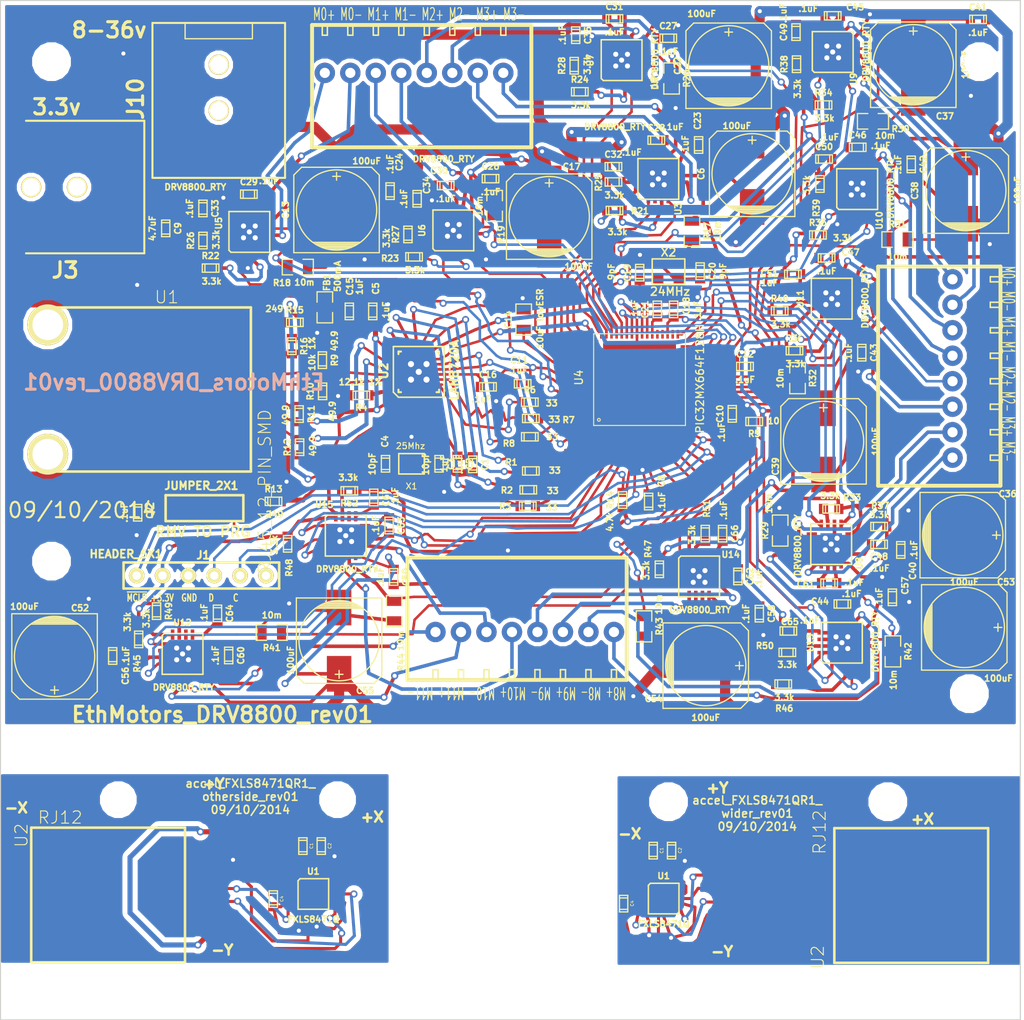
<source format=kicad_pcb>
(kicad_pcb (version 3) (host pcbnew "(2013-07-07 BZR 4022)-stable")
  (layers (15 F.Cu signal) (0 B.Cu signal) (18 B.Paste user) (19 F.Paste user) (20 B.SilkS user) (21 F.SilkS user) (22 B.Mask user) (23 F.Mask user) (28 Edge.Cuts user))
  (net 0 "")
  (net 1 AVDD)
  (net 2 ECRSDV)
  (net 3 EMDC)
  (net 4 EMDIO)
  (net 5 EREFCLK)
  (net 6 ERXD0)
  (net 7 ERXD1)
  (net 8 ERXERR)
  (net 9 ETXD0)
  (net 10 ETXD1)
  (net 11 ETXEN)
  (net 12 GND)
  (net 13 GreenLED)
  (net 14 INT1)
  (net 15 INT2)
  (net 16 M0+)
  (net 17 M0-)
  (net 18 M1+)
  (net 19 M1-)
  (net 20 M10+)
  (net 21 M10-)
  (net 22 M11+)
  (net 23 M11-)
  (net 24 M2+)
  (net 25 M2-)
  (net 26 M3+)
  (net 27 M3-)
  (net 28 M4+)
  (net 29 M4-)
  (net 30 M5+)
  (net 31 M5-)
  (net 32 M6+)
  (net 33 M6-)
  (net 34 M7+)
  (net 35 M7-)
  (net 36 M8+)
  (net 37 M8-)
  (net 38 M9+)
  (net 39 M9-)
  (net 40 N-00000101)
  (net 41 N-00000102)
  (net 42 N-00000103)
  (net 43 N-00000104)
  (net 44 N-00000105)
  (net 45 N-00000109)
  (net 46 N-0000011)
  (net 47 N-00000111)
  (net 48 N-00000112)
  (net 49 N-00000115)
  (net 50 N-00000116)
  (net 51 N-00000117)
  (net 52 N-00000120)
  (net 53 N-00000121)
  (net 54 N-00000125)
  (net 55 N-00000126)
  (net 56 N-00000130)
  (net 57 N-00000135)
  (net 58 N-00000137)
  (net 59 N-00000138)
  (net 60 N-00000139)
  (net 61 N-00000140)
  (net 62 N-00000141)
  (net 63 N-00000143)
  (net 64 N-00000144)
  (net 65 N-00000149)
  (net 66 N-00000150)
  (net 67 N-00000151)
  (net 68 N-00000153)
  (net 69 N-00000154)
  (net 70 N-00000155)
  (net 71 N-00000156)
  (net 72 N-00000158)
  (net 73 N-00000162)
  (net 74 N-00000163)
  (net 75 N-00000164)
  (net 76 N-00000166)
  (net 77 N-0000017)
  (net 78 N-00000171)
  (net 79 N-00000172)
  (net 80 N-00000173)
  (net 81 N-00000175)
  (net 82 N-00000176)
  (net 83 N-00000177)
  (net 84 N-00000178)
  (net 85 N-0000018)
  (net 86 N-00000180)
  (net 87 N-00000181)
  (net 88 N-00000182)
  (net 89 N-00000183)
  (net 90 N-00000186)
  (net 91 N-00000187)
  (net 92 N-00000188)
  (net 93 N-00000189)
  (net 94 N-0000019)
  (net 95 N-00000191)
  (net 96 N-00000193)
  (net 97 N-0000021)
  (net 98 N-0000026)
  (net 99 N-0000027)
  (net 100 N-0000039)
  (net 101 N-0000040)
  (net 102 N-0000042)
  (net 103 N-0000043)
  (net 104 N-0000066)
  (net 105 N-0000067)
  (net 106 N-0000068)
  (net 107 N-0000069)
  (net 108 N-0000075)
  (net 109 N-0000087)
  (net 110 N-0000088)
  (net 111 N-0000089)
  (net 112 N-0000092)
  (net 113 N-0000094)
  (net 114 N-0000098)
  (net 115 N-0000099)
  (net 116 PGEC1_RB1)
  (net 117 PGED1_RB0)
  (net 118 RB10)
  (net 119 RB11)
  (net 120 RB12)
  (net 121 RB13)
  (net 122 RB14)
  (net 123 RB2)
  (net 124 RB3)
  (net 125 RB4)
  (net 126 RB5)
  (net 127 RB6)
  (net 128 RB7)
  (net 129 RB8)
  (net 130 RB9)
  (net 131 RC13)
  (net 132 RC14)
  (net 133 RD0)
  (net 134 RD10)
  (net 135 RD11)
  (net 136 RD2)
  (net 137 RD3)
  (net 138 RD4)
  (net 139 RD5)
  (net 140 RD6)
  (net 141 RD7)
  (net 142 RD8)
  (net 143 RD9)
  (net 144 RF1)
  (net 145 RF3)
  (net 146 RF4)
  (net 147 RF5)
  (net 148 RG6)
  (net 149 RG7)
  (net 150 RG8)
  (net 151 RG9)
  (net 152 RXN)
  (net 153 RXP)
  (net 154 SCL)
  (net 155 SDA)
  (net 156 TXN)
  (net 157 TXP)
  (net 158 VCAP)
  (net 159 VDD)
  (net 160 VMotor)
  (net 161 Vdd)
  (net 162 YellowLED)
  (net 163 nRST)
  (net 164 ~MCLR~)
  (module TED_QFN16_3x5 (layer F.Cu) (at 151.025 141.1)
    (fp_text reference U1 (at 0 -2.22) (layer F.SilkS) (effects (font (size 0.6 0.6))))
    (fp_text value FXLS8471Q (at 0 2.49) (layer F.SilkS) (effects (font (size 0.6 0.6))))
    (pad 2 smd rect (at -1.275 -0.5) (size 0.8 0.3) (layers F.Cu F.Paste F.Mask) (net 46 N-0000011))
    (pad 1 smd rect (at -1.275 -1) (size 0.8 0.3) (layers F.Cu F.Paste F.Mask) (net 161 Vdd))
    (pad 13 smd rect (at 1.275 -1) (size 0.8 0.3) (layers F.Cu F.Paste F.Mask) (net 12 GND))
    (pad 3 smd rect (at -1.275 -0.005) (size 0.8 0.3) (layers F.Cu F.Paste F.Mask) (net 12 GND))
    (pad 4 smd rect (at -1.275 0.5) (size 0.8 0.3) (layers F.Cu F.Paste F.Mask) (net 154 SCL))
    (pad 5 smd rect (at -1.275 1) (size 0.8 0.3) (layers F.Cu F.Paste F.Mask) (net 12 GND))
    (pad 6 smd rect (at -0.5 1.275) (size 0.3 0.8) (layers F.Cu F.Paste F.Mask) (net 155 SDA))
    (pad 7 smd rect (at -0.035 1.275) (size 0.3 0.8) (layers F.Cu F.Paste F.Mask) (net 12 GND))
    (pad 8 smd rect (at 0.5 1.275) (size 0.3 0.8) (layers F.Cu F.Paste F.Mask))
    (pad 9 smd rect (at 1.275 1) (size 0.8 0.3) (layers F.Cu F.Paste F.Mask) (net 15 INT2))
    (pad 10 smd rect (at 1.275 0.5) (size 0.8 0.3) (layers F.Cu F.Paste F.Mask) (net 12 GND))
    (pad 11 smd rect (at 1.275 -0.005) (size 0.8 0.3) (layers F.Cu F.Paste F.Mask) (net 14 INT1))
    (pad 12 smd rect (at 1.275 -0.5) (size 0.8 0.3) (layers F.Cu F.Paste F.Mask) (net 12 GND))
    (pad 14 smd rect (at 0.5 -1.275) (size 0.3 0.8) (layers F.Cu F.Paste F.Mask) (net 161 Vdd))
    (pad 15 smd rect (at -0.015 -1.275) (size 0.3 0.8) (layers F.Cu F.Paste F.Mask))
    (pad 16 smd rect (at -0.5 -1.275) (size 0.3 0.8) (layers F.Cu F.Paste F.Mask))
  )
  (module TED_Hole_2_6mm (layer F.Cu) (at 173 131.6)
    (fp_text reference H2 hide)
    (fp_text value HOLE hide)
    (pad "" np_thru_hole circle (at 0 0) (size 2.6 2.6) (drill 2.6) (layers *.Cu *.Mask F.SilkS))
  )
  (module TED_Hole_2_6mm (layer F.Cu) (at 151.5 131.6)
    (fp_text reference H1 hide)
    (fp_text value HOLE hide)
    (pad "" np_thru_hole circle (at 0 0) (size 2.6 2.6) (drill 2.6) (layers *.Cu *.Mask F.SilkS))
  )
  (module TED_RJ12_855135002 (layer F.Cu) (at 175.3 140.8 270)
    (fp_text reference U2 (at 6.06 9.17 270) (layer F.SilkS) (effects (font (size 1.2 1.2) (thickness 0.09906))))
    (fp_text value RJ12 (at -6.21 8.99 270) (layer F.SilkS) (effects (font (size 1.2 1.2) (thickness 0.09906))))
    (pad 6 smd rect (at -3.175 7.9 270) (size 0.76 5) (layers F.Cu F.Paste F.Mask) (net 161 Vdd) (clearance 0.2))
    (pad 4 smd rect (at -0.635 7.9 270) (size 0.76 5) (layers F.Cu F.Paste F.Mask) (net 14 INT1) (clearance 0.2))
    (pad 2 smd rect (at 1.905 7.9 270) (size 0.76 5) (layers F.Cu F.Paste F.Mask) (net 155 SDA) (clearance 0.2))
    (pad 3 smd rect (at 0.635 7.9 270) (size 0.76 5) (layers F.Cu F.Paste F.Mask) (net 154 SCL) (clearance 0.2))
    (pad 1 smd rect (at 3.175 7.9 270) (size 0.76 5) (layers F.Cu F.Paste F.Mask) (net 12 GND) (clearance 0.2))
    (pad 5 smd rect (at -1.905 7.9 270) (size 0.76 5) (layers F.Cu F.Paste F.Mask) (net 15 INT2) (clearance 0.2))
    (pad PAD smd rect (at 0 -8.15 270) (size 8.8 4.5) (layers F.Cu F.Paste F.Mask))
  )
  (module TED_SM0603 (layer F.Cu) (at 147.1 141.6 270)
    (fp_text reference C4 (at -0.02 -0.83 270) (layer F.SilkS) (effects (font (size 0.3 0.3) (thickness 0.05))))
    (fp_text value .1uF hide)
    (pad 2 smd rect (at 0.75184 0 270) (size 0.89916 1.00076) (layers F.Cu F.Paste F.Mask) (net 12 GND) (clearance 0.1))
    (pad 1 smd rect (at -0.75184 0 270) (size 0.89916 1.00076) (layers F.Cu F.Paste F.Mask) (net 46 N-0000011) (clearance 0.1))
  )
  (module TED_SM0603 (layer F.Cu) (at 151.8 136.4 270)
    (fp_text reference C2 (at -0.02 -0.83 270) (layer F.SilkS) (effects (font (size 0.3 0.3) (thickness 0.05))))
    (fp_text value .1uF hide)
    (pad 2 smd rect (at 0.75184 0 270) (size 0.89916 1.00076) (layers F.Cu F.Paste F.Mask) (net 12 GND) (clearance 0.1))
    (pad 1 smd rect (at -0.75184 0 270) (size 0.89916 1.00076) (layers F.Cu F.Paste F.Mask) (net 161 Vdd) (clearance 0.1))
  )
  (module TED_SM0603 (layer F.Cu) (at 150 136.4 270)
    (fp_text reference C1 (at -0.02 -0.83 270) (layer F.SilkS) (effects (font (size 0.3 0.3) (thickness 0.05))))
    (fp_text value 1uF hide)
    (pad 2 smd rect (at 0.75184 0 270) (size 0.89916 1.00076) (layers F.Cu F.Paste F.Mask) (net 12 GND) (clearance 0.1))
    (pad 1 smd rect (at -0.75184 0 270) (size 0.89916 1.00076) (layers F.Cu F.Paste F.Mask) (net 161 Vdd) (clearance 0.1))
  )
  (module TED_QFN16_3x5 (layer F.Cu) (at 116.675 140.65)
    (fp_text reference U1 (at 0 -2.22) (layer F.SilkS) (effects (font (size 0.6 0.6))))
    (fp_text value FXLS8471Q (at 0 2.49) (layer F.SilkS) (effects (font (size 0.6 0.6))))
    (pad 2 smd rect (at -1.275 -0.5) (size 0.8 0.3) (layers F.Cu F.Paste F.Mask) (net 46 N-0000011))
    (pad 1 smd rect (at -1.275 -1) (size 0.8 0.3) (layers F.Cu F.Paste F.Mask) (net 161 Vdd))
    (pad 13 smd rect (at 1.275 -1) (size 0.8 0.3) (layers F.Cu F.Paste F.Mask) (net 12 GND))
    (pad 3 smd rect (at -1.275 -0.005) (size 0.8 0.3) (layers F.Cu F.Paste F.Mask) (net 12 GND))
    (pad 4 smd rect (at -1.275 0.5) (size 0.8 0.3) (layers F.Cu F.Paste F.Mask) (net 154 SCL))
    (pad 5 smd rect (at -1.275 1) (size 0.8 0.3) (layers F.Cu F.Paste F.Mask) (net 12 GND))
    (pad 6 smd rect (at -0.5 1.275) (size 0.3 0.8) (layers F.Cu F.Paste F.Mask) (net 155 SDA))
    (pad 7 smd rect (at -0.035 1.275) (size 0.3 0.8) (layers F.Cu F.Paste F.Mask) (net 12 GND))
    (pad 8 smd rect (at 0.5 1.275) (size 0.3 0.8) (layers F.Cu F.Paste F.Mask))
    (pad 9 smd rect (at 1.275 1) (size 0.8 0.3) (layers F.Cu F.Paste F.Mask) (net 15 INT2))
    (pad 10 smd rect (at 1.275 0.5) (size 0.8 0.3) (layers F.Cu F.Paste F.Mask) (net 12 GND))
    (pad 11 smd rect (at 1.275 -0.005) (size 0.8 0.3) (layers F.Cu F.Paste F.Mask) (net 14 INT1))
    (pad 12 smd rect (at 1.275 -0.5) (size 0.8 0.3) (layers F.Cu F.Paste F.Mask) (net 12 GND))
    (pad 14 smd rect (at 0.5 -1.275) (size 0.3 0.8) (layers F.Cu F.Paste F.Mask) (net 161 Vdd))
    (pad 15 smd rect (at -0.015 -1.275) (size 0.3 0.8) (layers F.Cu F.Paste F.Mask))
    (pad 16 smd rect (at -0.5 -1.275) (size 0.3 0.8) (layers F.Cu F.Paste F.Mask))
  )
  (module TED_Hole_2_6mm (layer F.Cu) (at 119.05 131.4)
    (fp_text reference H2 hide)
    (fp_text value HOLE hide)
    (pad "" np_thru_hole circle (at 0 0) (size 2.6 2.6) (drill 2.6) (layers *.Cu *.Mask F.SilkS))
  )
  (module TED_Hole_2_6mm (layer F.Cu) (at 97.55 131.4)
    (fp_text reference H1 hide)
    (fp_text value HOLE hide)
    (pad "" np_thru_hole circle (at 0 0) (size 2.6 2.6) (drill 2.6) (layers *.Cu *.Mask F.SilkS))
  )
  (module TED_RJ12_855135002 (layer F.Cu) (at 96.55 140.75 90)
    (fp_text reference U2 (at 5.85 -8.5 90) (layer F.SilkS) (effects (font (size 1.2 1.2) (thickness 0.09906))))
    (fp_text value RJ12 (at 7.6 -4.7 180) (layer F.SilkS) (effects (font (size 1.2 1.2) (thickness 0.09906))))
    (pad 6 smd rect (at -3.175 7.9 90) (size 0.76 5) (layers F.Cu F.Paste F.Mask) (net 161 Vdd) (clearance 0.2))
    (pad 4 smd rect (at -0.635 7.9 90) (size 0.76 5) (layers F.Cu F.Paste F.Mask) (net 14 INT1) (clearance 0.2))
    (pad 2 smd rect (at 1.905 7.9 90) (size 0.76 5) (layers F.Cu F.Paste F.Mask) (net 155 SDA) (clearance 0.2))
    (pad 3 smd rect (at 0.635 7.9 90) (size 0.76 5) (layers F.Cu F.Paste F.Mask) (net 154 SCL) (clearance 0.2))
    (pad 1 smd rect (at 3.175 7.9 90) (size 0.76 5) (layers F.Cu F.Paste F.Mask) (net 12 GND) (clearance 0.2))
    (pad 5 smd rect (at -1.905 7.9 90) (size 0.76 5) (layers F.Cu F.Paste F.Mask) (net 15 INT2) (clearance 0.2))
    (pad PAD smd rect (at 0 -8.15 90) (size 8.8 4.5) (layers F.Cu F.Paste F.Mask))
  )
  (module TED_SM0603 (layer F.Cu) (at 112.75 141.15 270)
    (fp_text reference C4 (at -0.02 -0.83 270) (layer F.SilkS) (effects (font (size 0.3 0.3) (thickness 0.05))))
    (fp_text value .1uF hide)
    (pad 2 smd rect (at 0.75184 0 270) (size 0.89916 1.00076) (layers F.Cu F.Paste F.Mask) (net 12 GND) (clearance 0.1))
    (pad 1 smd rect (at -0.75184 0 270) (size 0.89916 1.00076) (layers F.Cu F.Paste F.Mask) (net 46 N-0000011) (clearance 0.1))
  )
  (module TED_SM0603 (layer F.Cu) (at 117.45 135.95 270)
    (fp_text reference C2 (at -0.02 -0.83 270) (layer F.SilkS) (effects (font (size 0.3 0.3) (thickness 0.05))))
    (fp_text value .1uF hide)
    (pad 2 smd rect (at 0.75184 0 270) (size 0.89916 1.00076) (layers F.Cu F.Paste F.Mask) (net 12 GND) (clearance 0.1))
    (pad 1 smd rect (at -0.75184 0 270) (size 0.89916 1.00076) (layers F.Cu F.Paste F.Mask) (net 161 Vdd) (clearance 0.1))
  )
  (module TED_SM0603 (layer F.Cu) (at 115.65 135.95 270)
    (fp_text reference C1 (at -0.02 -0.83 270) (layer F.SilkS) (effects (font (size 0.3 0.3) (thickness 0.05))))
    (fp_text value 1uF hide)
    (pad 2 smd rect (at 0.75184 0 270) (size 0.89916 1.00076) (layers F.Cu F.Paste F.Mask) (net 12 GND) (clearance 0.1))
    (pad 1 smd rect (at -0.75184 0 270) (size 0.89916 1.00076) (layers F.Cu F.Paste F.Mask) (net 161 Vdd) (clearance 0.1))
  )
  (module TED_RJ45_12pin_SMD (layer F.Cu) (at 97.85 91.16 270)
    (fp_text reference U1 (at -9.06 -4.45 360) (layer F.SilkS) (effects (font (size 1.2 1.2) (thickness 0.09906))))
    (fp_text value RJ45_12_PIN_SMD (at 10.01 -14.06 270) (layer F.SilkS) (effects (font (size 1.2 1.2) (thickness 0.09906))))
    (pad 12 smd rect (at -6.6 -12.7 270) (size 0.81 4.6) (layers F.Cu F.Paste F.Mask) (net 13 GreenLED) (clearance 0.2))
    (pad 11 smd rect (at -4.76 -12.7 270) (size 0.81 4.6) (layers F.Cu F.Paste F.Mask) (net 12 GND) (clearance 0.2))
    (pad 10 smd rect (at -3.56 -12.7 270) (size 0.61 4.6) (layers F.Cu F.Paste F.Mask) (net 12 GND) (clearance 0.2))
    (pad 9 smd rect (at -2.54 -12.7 270) (size 0.61 4.6) (layers F.Cu F.Paste F.Mask) (clearance 0.2))
    (pad 7 smd rect (at -0.5 -12.7 270) (size 0.61 4.6) (layers F.Cu F.Paste F.Mask) (net 153 RXP) (clearance 0.2))
    (pad 3 smd rect (at 3.56 -12.7 270) (size 0.61 4.6) (layers F.Cu F.Paste F.Mask) (net 157 TXP) (clearance 0.2))
    (pad 5 smd rect (at 1.52 -12.7 270) (size 0.61 4.6) (layers F.Cu F.Paste F.Mask) (net 1 AVDD) (clearance 0.2))
    (pad 1 smd rect (at 6.6 -12.7 270) (size 0.81 4.6) (layers F.Cu F.Paste F.Mask) (net 162 YellowLED) (clearance 0.2))
    (pad 2 smd rect (at 4.76 -12.7 270) (size 0.81 4.6) (layers F.Cu F.Paste F.Mask) (net 12 GND) (clearance 0.2))
    (pad 6 smd rect (at 0.51 -12.7 270) (size 0.61 4.6) (layers F.Cu F.Paste F.Mask) (net 1 AVDD) (clearance 0.2))
    (pad 4 smd rect (at 2.54 -12.7 270) (size 0.61 4.6) (layers F.Cu F.Paste F.Mask) (net 156 TXN) (clearance 0.2))
    (pad "" np_thru_hole circle (at 6.35 7.22 270) (size 4 4) (drill 3) (layers *.Cu *.Mask F.SilkS) (clearance 0.3))
    (pad "" np_thru_hole circle (at -6.35 7.22 270) (size 4 4) (drill 3) (layers *.Cu *.Mask F.SilkS) (clearance 0.3))
    (pad 8 smd rect (at -1.52 -12.7 270) (size 0.61 4.6) (layers F.Cu F.Paste F.Mask) (net 152 RXN) (clearance 0.2))
    (pad "" connect rect (at -9.3 7.22 270) (size 2.5 3.9) (layers F.Cu F.Paste F.Mask))
    (pad "" connect rect (at 9.3 7.22 270) (size 2.5 3.9) (layers F.Cu F.Paste F.Mask))
  )
  (module TED_DC_2.1mm_SMT (layer F.Cu) (at 92.5 71.3 180)
    (fp_text reference J3 (at 0.15748 -8.15848 180) (layer F.SilkS) (effects (font (size 1.524 1.524) (thickness 0.3048))))
    (fp_text value "Logic DC_2.1MM" hide)
    (pad "" np_thru_hole circle (at -1.00076 0 180) (size 1.99898 1.99898) (drill 1.69926) (layers *.Cu *.Mask F.SilkS))
    (pad 1 smd rect (at 3.50012 5.4102 180) (size 1.99898 1.99898) (layers F.Cu F.Paste F.Mask) (net 159 VDD))
    (pad 1 smd rect (at -2.60096 5.4102 180) (size 1.99898 1.99898) (layers F.Cu F.Paste F.Mask) (net 159 VDD))
    (pad 2 smd rect (at 3.50012 -5.41528 180) (size 1.99898 1.99898) (layers F.Cu F.Paste F.Mask) (net 12 GND))
    (pad 3 smd rect (at -2.60096 -5.41528 180) (size 1.99898 1.99898) (layers F.Cu F.Paste F.Mask))
    (pad "" np_thru_hole circle (at 3.50012 0 180) (size 1.99898 1.99898) (drill 1.69926) (layers *.Cu *.Mask F.SilkS))
  )
  (module TED_QFN16+1 (layer F.Cu) (at 150.5 70.5 90)
    (fp_text reference U3 (at -2.95 1.95 90) (layer F.SilkS) (effects (font (size 0.6 0.6))))
    (fp_text value DRV8800_RTY (at 5.1 -4.25 180) (layer F.SilkS) (effects (font (size 0.6 0.6))))
    (pad 17 smd rect (at 0 0) (size 2.1 2.1) (layers F.Cu F.Paste F.Mask) (net 12 GND))
    (pad 1 smd rect (at -1.9 -0.975 90) (size 1 0.35) (layers F.Cu F.Paste F.Mask) (net 136 RD2))
    (pad 2 smd rect (at -1.9 -0.325 90) (size 1 0.35) (layers F.Cu F.Paste F.Mask) (net 12 GND))
    (pad 3 smd rect (at -1.9 0.325 90) (size 1 0.35) (layers F.Cu F.Paste F.Mask) (net 96 N-00000193))
    (pad 4 smd rect (at -1.9 0.975 90) (size 1 0.35) (layers F.Cu F.Paste F.Mask) (net 132 RC14))
    (pad 5 smd rect (at -0.975 1.9) (size 1 0.35) (layers F.Cu F.Paste F.Mask))
    (pad 6 smd rect (at -0.325 1.9) (size 1 0.35) (layers F.Cu F.Paste F.Mask) (net 26 M3+))
    (pad 7 smd rect (at 0.325 1.9) (size 1 0.35) (layers F.Cu F.Paste F.Mask) (net 119 RB11))
    (pad 8 smd rect (at 0.975 1.9) (size 1 0.35) (layers F.Cu F.Paste F.Mask) (net 160 VMotor))
    (pad 9 smd rect (at 1.9 0.975 90) (size 1 0.35) (layers F.Cu F.Paste F.Mask) (net 27 M3-))
    (pad 10 smd rect (at 1.9 0.325 90) (size 1 0.35) (layers F.Cu F.Paste F.Mask) (net 89 N-00000183))
    (pad 11 smd rect (at 1.9 -0.325 90) (size 1 0.35) (layers F.Cu F.Paste F.Mask) (net 88 N-00000182))
    (pad 12 smd rect (at 1.9 -0.975 90) (size 1 0.35) (layers F.Cu F.Paste F.Mask) (net 12 GND))
    (pad 13 smd rect (at 0.975 -1.9) (size 1 0.35) (layers F.Cu F.Paste F.Mask) (net 90 N-00000186))
    (pad 14 smd rect (at 0.325 -1.9) (size 1 0.35) (layers F.Cu F.Paste F.Mask))
    (pad 15 smd rect (at -0.325 -1.9) (size 1 0.35) (layers F.Cu F.Paste F.Mask) (net 91 N-00000187))
    (pad 16 smd rect (at -0.975 -1.9) (size 1 0.35) (layers F.Cu F.Paste F.Mask) (net 159 VDD))
    (pad 17 thru_hole circle (at 0 0) (size 0.5 0.5) (drill 0.5) (layers *.Cu) (net 12 GND))
    (pad 17 thru_hole circle (at 0.575 -0.575) (size 0.5 0.5) (drill 0.5) (layers *.Cu) (net 12 GND))
    (pad 17 thru_hole circle (at -0.575 -0.575) (size 0.5 0.5) (drill 0.5) (layers *.Cu) (net 12 GND))
    (pad 17 thru_hole circle (at 0.575 0.575) (size 0.5 0.5) (drill 0.5) (layers *.Cu) (net 12 GND))
    (pad 17 thru_hole circle (at -0.575 0.575) (size 0.5 0.5) (drill 0.5) (layers *.Cu) (net 12 GND))
    (pad 17 smd rect (at 0 0) (size 2.1 2.1) (layers B.Cu B.Paste B.Mask) (net 12 GND))
  )
  (module TED_QFN16+1 (layer F.Cu) (at 167.6 58.05 90)
    (fp_text reference U9 (at -2.65 2.05 90) (layer F.SilkS) (effects (font (size 0.6 0.6))))
    (fp_text value DRV8800_RTY (at 0.11 3.28 90) (layer F.SilkS) (effects (font (size 0.6 0.6))))
    (pad 17 smd rect (at 0 0) (size 2.1 2.1) (layers F.Cu F.Paste F.Mask) (net 12 GND))
    (pad 1 smd rect (at -1.9 -0.975 90) (size 1 0.35) (layers F.Cu F.Paste F.Mask) (net 131 RC13))
    (pad 2 smd rect (at -1.9 -0.325 90) (size 1 0.35) (layers F.Cu F.Paste F.Mask) (net 12 GND))
    (pad 3 smd rect (at -1.9 0.325 90) (size 1 0.35) (layers F.Cu F.Paste F.Mask) (net 79 N-00000172))
    (pad 4 smd rect (at -1.9 0.975 90) (size 1 0.35) (layers F.Cu F.Paste F.Mask) (net 133 RD0))
    (pad 5 smd rect (at -0.975 1.9) (size 1 0.35) (layers F.Cu F.Paste F.Mask))
    (pad 6 smd rect (at -0.325 1.9) (size 1 0.35) (layers F.Cu F.Paste F.Mask) (net 28 M4+))
    (pad 7 smd rect (at 0.325 1.9) (size 1 0.35) (layers F.Cu F.Paste F.Mask) (net 118 RB10))
    (pad 8 smd rect (at 0.975 1.9) (size 1 0.35) (layers F.Cu F.Paste F.Mask) (net 160 VMotor))
    (pad 9 smd rect (at 1.9 0.975 90) (size 1 0.35) (layers F.Cu F.Paste F.Mask) (net 29 M4-))
    (pad 10 smd rect (at 1.9 0.325 90) (size 1 0.35) (layers F.Cu F.Paste F.Mask) (net 93 N-00000189))
    (pad 11 smd rect (at 1.9 -0.325 90) (size 1 0.35) (layers F.Cu F.Paste F.Mask) (net 95 N-00000191))
    (pad 12 smd rect (at 1.9 -0.975 90) (size 1 0.35) (layers F.Cu F.Paste F.Mask) (net 12 GND))
    (pad 13 smd rect (at 0.975 -1.9) (size 1 0.35) (layers F.Cu F.Paste F.Mask) (net 81 N-00000175))
    (pad 14 smd rect (at 0.325 -1.9) (size 1 0.35) (layers F.Cu F.Paste F.Mask))
    (pad 15 smd rect (at -0.325 -1.9) (size 1 0.35) (layers F.Cu F.Paste F.Mask) (net 82 N-00000176))
    (pad 16 smd rect (at -0.975 -1.9) (size 1 0.35) (layers F.Cu F.Paste F.Mask) (net 159 VDD))
    (pad 17 thru_hole circle (at 0 0) (size 0.5 0.5) (drill 0.5) (layers *.Cu) (net 12 GND))
    (pad 17 thru_hole circle (at 0.575 -0.575) (size 0.5 0.5) (drill 0.5) (layers *.Cu) (net 12 GND))
    (pad 17 thru_hole circle (at -0.575 -0.575) (size 0.5 0.5) (drill 0.5) (layers *.Cu) (net 12 GND))
    (pad 17 thru_hole circle (at 0.575 0.575) (size 0.5 0.5) (drill 0.5) (layers *.Cu) (net 12 GND))
    (pad 17 thru_hole circle (at -0.575 0.575) (size 0.5 0.5) (drill 0.5) (layers *.Cu) (net 12 GND))
    (pad 17 smd rect (at 0 0) (size 2.1 2.1) (layers B.Cu B.Paste B.Mask) (net 12 GND))
  )
  (module TED_QFN16+1 (layer F.Cu) (at 167.45 106.325 270)
    (fp_text reference U8 (at 1.875 -2.75 270) (layer F.SilkS) (effects (font (size 0.6 0.6))))
    (fp_text value DRV8800_RTY (at 0.11 3.28 270) (layer F.SilkS) (effects (font (size 0.6 0.6))))
    (pad 17 smd rect (at 0 0 180) (size 2.1 2.1) (layers F.Cu F.Paste F.Mask) (net 12 GND))
    (pad 1 smd rect (at -1.9 -0.975 270) (size 1 0.35) (layers F.Cu F.Paste F.Mask) (net 145 RF3))
    (pad 2 smd rect (at -1.9 -0.325 270) (size 1 0.35) (layers F.Cu F.Paste F.Mask) (net 12 GND))
    (pad 3 smd rect (at -1.9 0.325 270) (size 1 0.35) (layers F.Cu F.Paste F.Mask) (net 113 N-0000094))
    (pad 4 smd rect (at -1.9 0.975 270) (size 1 0.35) (layers F.Cu F.Paste F.Mask) (net 147 RF5))
    (pad 5 smd rect (at -0.975 1.9 180) (size 1 0.35) (layers F.Cu F.Paste F.Mask))
    (pad 6 smd rect (at -0.325 1.9 180) (size 1 0.35) (layers F.Cu F.Paste F.Mask) (net 34 M7+))
    (pad 7 smd rect (at 0.325 1.9 180) (size 1 0.35) (layers F.Cu F.Paste F.Mask) (net 128 RB7))
    (pad 8 smd rect (at 0.975 1.9 180) (size 1 0.35) (layers F.Cu F.Paste F.Mask) (net 160 VMotor))
    (pad 9 smd rect (at 1.9 0.975 270) (size 1 0.35) (layers F.Cu F.Paste F.Mask) (net 35 M7-))
    (pad 10 smd rect (at 1.9 0.325 270) (size 1 0.35) (layers F.Cu F.Paste F.Mask) (net 47 N-00000111))
    (pad 11 smd rect (at 1.9 -0.325 270) (size 1 0.35) (layers F.Cu F.Paste F.Mask) (net 48 N-00000112))
    (pad 12 smd rect (at 1.9 -0.975 270) (size 1 0.35) (layers F.Cu F.Paste F.Mask) (net 12 GND))
    (pad 13 smd rect (at 0.975 -1.9 180) (size 1 0.35) (layers F.Cu F.Paste F.Mask) (net 50 N-00000116))
    (pad 14 smd rect (at 0.325 -1.9 180) (size 1 0.35) (layers F.Cu F.Paste F.Mask))
    (pad 15 smd rect (at -0.325 -1.9 180) (size 1 0.35) (layers F.Cu F.Paste F.Mask) (net 49 N-00000115))
    (pad 16 smd rect (at -0.975 -1.9 180) (size 1 0.35) (layers F.Cu F.Paste F.Mask) (net 159 VDD))
    (pad 17 thru_hole circle (at 0 0 180) (size 0.5 0.5) (drill 0.5) (layers *.Cu) (net 12 GND))
    (pad 17 thru_hole circle (at 0.575 -0.575 180) (size 0.5 0.5) (drill 0.5) (layers *.Cu) (net 12 GND))
    (pad 17 thru_hole circle (at -0.575 -0.575 180) (size 0.5 0.5) (drill 0.5) (layers *.Cu) (net 12 GND))
    (pad 17 thru_hole circle (at 0.575 0.575 180) (size 0.5 0.5) (drill 0.5) (layers *.Cu) (net 12 GND))
    (pad 17 thru_hole circle (at -0.575 0.575 180) (size 0.5 0.5) (drill 0.5) (layers *.Cu) (net 12 GND))
    (pad 17 smd rect (at 0 0 180) (size 2.1 2.1) (layers B.Cu B.Paste B.Mask) (net 12 GND))
  )
  (module TED_QFN16+1 (layer F.Cu) (at 146.9 58.85 90)
    (fp_text reference U7 (at -0.01 -3.07 90) (layer F.SilkS) (effects (font (size 0.6 0.6))))
    (fp_text value DRV8800_RTY (at 0.11 3.28 90) (layer F.SilkS) (effects (font (size 0.6 0.6))))
    (pad 17 smd rect (at 0 0) (size 2.1 2.1) (layers F.Cu F.Paste F.Mask) (net 12 GND))
    (pad 1 smd rect (at -1.9 -0.975 90) (size 1 0.35) (layers F.Cu F.Paste F.Mask) (net 138 RD4))
    (pad 2 smd rect (at -1.9 -0.325 90) (size 1 0.35) (layers F.Cu F.Paste F.Mask) (net 12 GND))
    (pad 3 smd rect (at -1.9 0.325 90) (size 1 0.35) (layers F.Cu F.Paste F.Mask) (net 92 N-00000188))
    (pad 4 smd rect (at -1.9 0.975 90) (size 1 0.35) (layers F.Cu F.Paste F.Mask) (net 137 RD3))
    (pad 5 smd rect (at -0.975 1.9) (size 1 0.35) (layers F.Cu F.Paste F.Mask))
    (pad 6 smd rect (at -0.325 1.9) (size 1 0.35) (layers F.Cu F.Paste F.Mask) (net 24 M2+))
    (pad 7 smd rect (at 0.325 1.9) (size 1 0.35) (layers F.Cu F.Paste F.Mask) (net 120 RB12))
    (pad 8 smd rect (at 0.975 1.9) (size 1 0.35) (layers F.Cu F.Paste F.Mask) (net 160 VMotor))
    (pad 9 smd rect (at 1.9 0.975 90) (size 1 0.35) (layers F.Cu F.Paste F.Mask) (net 25 M2-))
    (pad 10 smd rect (at 1.9 0.325 90) (size 1 0.35) (layers F.Cu F.Paste F.Mask) (net 71 N-00000156))
    (pad 11 smd rect (at 1.9 -0.325 90) (size 1 0.35) (layers F.Cu F.Paste F.Mask) (net 72 N-00000158))
    (pad 12 smd rect (at 1.9 -0.975 90) (size 1 0.35) (layers F.Cu F.Paste F.Mask) (net 12 GND))
    (pad 13 smd rect (at 0.975 -1.9) (size 1 0.35) (layers F.Cu F.Paste F.Mask) (net 69 N-00000154))
    (pad 14 smd rect (at 0.325 -1.9) (size 1 0.35) (layers F.Cu F.Paste F.Mask))
    (pad 15 smd rect (at -0.325 -1.9) (size 1 0.35) (layers F.Cu F.Paste F.Mask) (net 70 N-00000155))
    (pad 16 smd rect (at -0.975 -1.9) (size 1 0.35) (layers F.Cu F.Paste F.Mask) (net 159 VDD))
    (pad 17 thru_hole circle (at 0 0) (size 0.5 0.5) (drill 0.5) (layers *.Cu) (net 12 GND))
    (pad 17 thru_hole circle (at 0.575 -0.575) (size 0.5 0.5) (drill 0.5) (layers *.Cu) (net 12 GND))
    (pad 17 thru_hole circle (at -0.575 -0.575) (size 0.5 0.5) (drill 0.5) (layers *.Cu) (net 12 GND))
    (pad 17 thru_hole circle (at 0.575 0.575) (size 0.5 0.5) (drill 0.5) (layers *.Cu) (net 12 GND))
    (pad 17 thru_hole circle (at -0.575 0.575) (size 0.5 0.5) (drill 0.5) (layers *.Cu) (net 12 GND))
    (pad 17 smd rect (at 0 0) (size 2.1 2.1) (layers B.Cu B.Paste B.Mask) (net 12 GND))
  )
  (module TED_QFN16+1 (layer F.Cu) (at 130.4 75.55 90)
    (fp_text reference U6 (at -0.01 -3.07 90) (layer F.SilkS) (effects (font (size 0.6 0.6))))
    (fp_text value DRV8800_RTY (at 7 -0.95 180) (layer F.SilkS) (effects (font (size 0.6 0.6))))
    (pad 17 smd rect (at 0 0) (size 2.1 2.1) (layers F.Cu F.Paste F.Mask) (net 12 GND))
    (pad 1 smd rect (at -1.9 -0.975 90) (size 1 0.35) (layers F.Cu F.Paste F.Mask) (net 140 RD6))
    (pad 2 smd rect (at -1.9 -0.325 90) (size 1 0.35) (layers F.Cu F.Paste F.Mask) (net 12 GND))
    (pad 3 smd rect (at -1.9 0.325 90) (size 1 0.35) (layers F.Cu F.Paste F.Mask) (net 64 N-00000144))
    (pad 4 smd rect (at -1.9 0.975 90) (size 1 0.35) (layers F.Cu F.Paste F.Mask) (net 139 RD5))
    (pad 5 smd rect (at -0.975 1.9) (size 1 0.35) (layers F.Cu F.Paste F.Mask))
    (pad 6 smd rect (at -0.325 1.9) (size 1 0.35) (layers F.Cu F.Paste F.Mask) (net 18 M1+))
    (pad 7 smd rect (at 0.325 1.9) (size 1 0.35) (layers F.Cu F.Paste F.Mask) (net 121 RB13))
    (pad 8 smd rect (at 0.975 1.9) (size 1 0.35) (layers F.Cu F.Paste F.Mask) (net 160 VMotor))
    (pad 9 smd rect (at 1.9 0.975 90) (size 1 0.35) (layers F.Cu F.Paste F.Mask) (net 19 M1-))
    (pad 10 smd rect (at 1.9 0.325 90) (size 1 0.35) (layers F.Cu F.Paste F.Mask) (net 67 N-00000151))
    (pad 11 smd rect (at 1.9 -0.325 90) (size 1 0.35) (layers F.Cu F.Paste F.Mask) (net 66 N-00000150))
    (pad 12 smd rect (at 1.9 -0.975 90) (size 1 0.35) (layers F.Cu F.Paste F.Mask) (net 12 GND))
    (pad 13 smd rect (at 0.975 -1.9) (size 1 0.35) (layers F.Cu F.Paste F.Mask) (net 68 N-00000153))
    (pad 14 smd rect (at 0.325 -1.9) (size 1 0.35) (layers F.Cu F.Paste F.Mask))
    (pad 15 smd rect (at -0.325 -1.9) (size 1 0.35) (layers F.Cu F.Paste F.Mask) (net 65 N-00000149))
    (pad 16 smd rect (at -0.975 -1.9) (size 1 0.35) (layers F.Cu F.Paste F.Mask) (net 159 VDD))
    (pad 17 thru_hole circle (at 0 0) (size 0.5 0.5) (drill 0.5) (layers *.Cu) (net 12 GND))
    (pad 17 thru_hole circle (at 0.575 -0.575) (size 0.5 0.5) (drill 0.5) (layers *.Cu) (net 12 GND))
    (pad 17 thru_hole circle (at -0.575 -0.575) (size 0.5 0.5) (drill 0.5) (layers *.Cu) (net 12 GND))
    (pad 17 thru_hole circle (at 0.575 0.575) (size 0.5 0.5) (drill 0.5) (layers *.Cu) (net 12 GND))
    (pad 17 thru_hole circle (at -0.575 0.575) (size 0.5 0.5) (drill 0.5) (layers *.Cu) (net 12 GND))
    (pad 17 smd rect (at 0 0) (size 2.1 2.1) (layers B.Cu B.Paste B.Mask) (net 12 GND))
  )
  (module TED_QFN16+1 (layer F.Cu) (at 110.4 75.7 90)
    (fp_text reference U5 (at 0.85 -3 90) (layer F.SilkS) (effects (font (size 0.6 0.6))))
    (fp_text value DRV8800_RTY (at 4.4 -5.3 180) (layer F.SilkS) (effects (font (size 0.6 0.6))))
    (pad 17 smd rect (at 0 0) (size 2.1 2.1) (layers F.Cu F.Paste F.Mask) (net 12 GND))
    (pad 1 smd rect (at -1.9 -0.975 90) (size 1 0.35) (layers F.Cu F.Paste F.Mask) (net 144 RF1))
    (pad 2 smd rect (at -1.9 -0.325 90) (size 1 0.35) (layers F.Cu F.Paste F.Mask) (net 12 GND))
    (pad 3 smd rect (at -1.9 0.325 90) (size 1 0.35) (layers F.Cu F.Paste F.Mask) (net 78 N-00000171))
    (pad 4 smd rect (at -1.9 0.975 90) (size 1 0.35) (layers F.Cu F.Paste F.Mask) (net 141 RD7))
    (pad 5 smd rect (at -0.975 1.9) (size 1 0.35) (layers F.Cu F.Paste F.Mask))
    (pad 6 smd rect (at -0.325 1.9) (size 1 0.35) (layers F.Cu F.Paste F.Mask) (net 16 M0+))
    (pad 7 smd rect (at 0.325 1.9) (size 1 0.35) (layers F.Cu F.Paste F.Mask) (net 122 RB14))
    (pad 8 smd rect (at 0.975 1.9) (size 1 0.35) (layers F.Cu F.Paste F.Mask) (net 160 VMotor))
    (pad 9 smd rect (at 1.9 0.975 90) (size 1 0.35) (layers F.Cu F.Paste F.Mask) (net 17 M0-))
    (pad 10 smd rect (at 1.9 0.325 90) (size 1 0.35) (layers F.Cu F.Paste F.Mask) (net 75 N-00000164))
    (pad 11 smd rect (at 1.9 -0.325 90) (size 1 0.35) (layers F.Cu F.Paste F.Mask) (net 74 N-00000163))
    (pad 12 smd rect (at 1.9 -0.975 90) (size 1 0.35) (layers F.Cu F.Paste F.Mask) (net 12 GND))
    (pad 13 smd rect (at 0.975 -1.9) (size 1 0.35) (layers F.Cu F.Paste F.Mask) (net 73 N-00000162))
    (pad 14 smd rect (at 0.325 -1.9) (size 1 0.35) (layers F.Cu F.Paste F.Mask))
    (pad 15 smd rect (at -0.325 -1.9) (size 1 0.35) (layers F.Cu F.Paste F.Mask) (net 76 N-00000166))
    (pad 16 smd rect (at -0.975 -1.9) (size 1 0.35) (layers F.Cu F.Paste F.Mask) (net 159 VDD))
    (pad 17 thru_hole circle (at 0 0) (size 0.5 0.5) (drill 0.5) (layers *.Cu) (net 12 GND))
    (pad 17 thru_hole circle (at 0.575 -0.575) (size 0.5 0.5) (drill 0.5) (layers *.Cu) (net 12 GND))
    (pad 17 thru_hole circle (at -0.575 -0.575) (size 0.5 0.5) (drill 0.5) (layers *.Cu) (net 12 GND))
    (pad 17 thru_hole circle (at 0.575 0.575) (size 0.5 0.5) (drill 0.5) (layers *.Cu) (net 12 GND))
    (pad 17 thru_hole circle (at -0.575 0.575) (size 0.5 0.5) (drill 0.5) (layers *.Cu) (net 12 GND))
    (pad 17 smd rect (at 0 0) (size 2.1 2.1) (layers B.Cu B.Paste B.Mask) (net 12 GND))
  )
  (module TED_QFN16+1 (layer F.Cu) (at 154.5 109.5)
    (fp_text reference U14 (at 3.1 -2.15) (layer F.SilkS) (effects (font (size 0.6 0.6))))
    (fp_text value DRV8800_RTY (at 0.11 3.28) (layer F.SilkS) (effects (font (size 0.6 0.6))))
    (pad 17 smd rect (at 0 0 270) (size 2.1 2.1) (layers F.Cu F.Paste F.Mask) (net 12 GND))
    (pad 1 smd rect (at -1.9 -0.975) (size 1 0.35) (layers F.Cu F.Paste F.Mask) (net 116 PGEC1_RB1))
    (pad 2 smd rect (at -1.9 -0.325) (size 1 0.35) (layers F.Cu F.Paste F.Mask) (net 12 GND))
    (pad 3 smd rect (at -1.9 0.325) (size 1 0.35) (layers F.Cu F.Paste F.Mask) (net 57 N-00000135))
    (pad 4 smd rect (at -1.9 0.975) (size 1 0.35) (layers F.Cu F.Paste F.Mask) (net 123 RB2))
    (pad 5 smd rect (at -0.975 1.9 270) (size 1 0.35) (layers F.Cu F.Paste F.Mask))
    (pad 6 smd rect (at -0.325 1.9 270) (size 1 0.35) (layers F.Cu F.Paste F.Mask) (net 38 M9+))
    (pad 7 smd rect (at 0.325 1.9 270) (size 1 0.35) (layers F.Cu F.Paste F.Mask) (net 126 RB5))
    (pad 8 smd rect (at 0.975 1.9 270) (size 1 0.35) (layers F.Cu F.Paste F.Mask) (net 160 VMotor))
    (pad 9 smd rect (at 1.9 0.975) (size 1 0.35) (layers F.Cu F.Paste F.Mask) (net 39 M9-))
    (pad 10 smd rect (at 1.9 0.325) (size 1 0.35) (layers F.Cu F.Paste F.Mask) (net 115 N-0000099))
    (pad 11 smd rect (at 1.9 -0.325) (size 1 0.35) (layers F.Cu F.Paste F.Mask) (net 114 N-0000098))
    (pad 12 smd rect (at 1.9 -0.975) (size 1 0.35) (layers F.Cu F.Paste F.Mask) (net 12 GND))
    (pad 13 smd rect (at 0.975 -1.9 270) (size 1 0.35) (layers F.Cu F.Paste F.Mask) (net 41 N-00000102))
    (pad 14 smd rect (at 0.325 -1.9 270) (size 1 0.35) (layers F.Cu F.Paste F.Mask))
    (pad 15 smd rect (at -0.325 -1.9 270) (size 1 0.35) (layers F.Cu F.Paste F.Mask) (net 58 N-00000137))
    (pad 16 smd rect (at -0.975 -1.9 270) (size 1 0.35) (layers F.Cu F.Paste F.Mask) (net 159 VDD))
    (pad 17 thru_hole circle (at 0 0 270) (size 0.5 0.5) (drill 0.5) (layers *.Cu) (net 12 GND))
    (pad 17 thru_hole circle (at 0.575 -0.575 270) (size 0.5 0.5) (drill 0.5) (layers *.Cu) (net 12 GND))
    (pad 17 thru_hole circle (at -0.575 -0.575 270) (size 0.5 0.5) (drill 0.5) (layers *.Cu) (net 12 GND))
    (pad 17 thru_hole circle (at 0.575 0.575 270) (size 0.5 0.5) (drill 0.5) (layers *.Cu) (net 12 GND))
    (pad 17 thru_hole circle (at -0.575 0.575 270) (size 0.5 0.5) (drill 0.5) (layers *.Cu) (net 12 GND))
    (pad 17 smd rect (at 0 0 270) (size 2.1 2.1) (layers B.Cu B.Paste B.Mask) (net 12 GND))
  )
  (module TED_QFN16+1 (layer F.Cu) (at 170 71.5 90)
    (fp_text reference U10 (at -3.075 2.175 90) (layer F.SilkS) (effects (font (size 0.6 0.6))))
    (fp_text value DRV8800_RTY (at 0.11 3.28 90) (layer F.SilkS) (effects (font (size 0.6 0.6))))
    (pad 17 smd rect (at 0 0) (size 2.1 2.1) (layers F.Cu F.Paste F.Mask) (net 12 GND))
    (pad 1 smd rect (at -1.9 -0.975 90) (size 1 0.35) (layers F.Cu F.Paste F.Mask) (net 135 RD11))
    (pad 2 smd rect (at -1.9 -0.325 90) (size 1 0.35) (layers F.Cu F.Paste F.Mask) (net 12 GND))
    (pad 3 smd rect (at -1.9 0.325 90) (size 1 0.35) (layers F.Cu F.Paste F.Mask) (net 83 N-00000177))
    (pad 4 smd rect (at -1.9 0.975 90) (size 1 0.35) (layers F.Cu F.Paste F.Mask) (net 134 RD10))
    (pad 5 smd rect (at -0.975 1.9) (size 1 0.35) (layers F.Cu F.Paste F.Mask))
    (pad 6 smd rect (at -0.325 1.9) (size 1 0.35) (layers F.Cu F.Paste F.Mask) (net 30 M5+))
    (pad 7 smd rect (at 0.325 1.9) (size 1 0.35) (layers F.Cu F.Paste F.Mask) (net 130 RB9))
    (pad 8 smd rect (at 0.975 1.9) (size 1 0.35) (layers F.Cu F.Paste F.Mask) (net 160 VMotor))
    (pad 9 smd rect (at 1.9 0.975 90) (size 1 0.35) (layers F.Cu F.Paste F.Mask) (net 31 M5-))
    (pad 10 smd rect (at 1.9 0.325 90) (size 1 0.35) (layers F.Cu F.Paste F.Mask) (net 84 N-00000178))
    (pad 11 smd rect (at 1.9 -0.325 90) (size 1 0.35) (layers F.Cu F.Paste F.Mask) (net 80 N-00000173))
    (pad 12 smd rect (at 1.9 -0.975 90) (size 1 0.35) (layers F.Cu F.Paste F.Mask) (net 12 GND))
    (pad 13 smd rect (at 0.975 -1.9) (size 1 0.35) (layers F.Cu F.Paste F.Mask) (net 87 N-00000181))
    (pad 14 smd rect (at 0.325 -1.9) (size 1 0.35) (layers F.Cu F.Paste F.Mask))
    (pad 15 smd rect (at -0.325 -1.9) (size 1 0.35) (layers F.Cu F.Paste F.Mask) (net 86 N-00000180))
    (pad 16 smd rect (at -0.975 -1.9) (size 1 0.35) (layers F.Cu F.Paste F.Mask) (net 159 VDD))
    (pad 17 thru_hole circle (at 0 0) (size 0.5 0.5) (drill 0.5) (layers *.Cu) (net 12 GND))
    (pad 17 thru_hole circle (at 0.575 -0.575) (size 0.5 0.5) (drill 0.5) (layers *.Cu) (net 12 GND))
    (pad 17 thru_hole circle (at -0.575 -0.575) (size 0.5 0.5) (drill 0.5) (layers *.Cu) (net 12 GND))
    (pad 17 thru_hole circle (at 0.575 0.575) (size 0.5 0.5) (drill 0.5) (layers *.Cu) (net 12 GND))
    (pad 17 thru_hole circle (at -0.575 0.575) (size 0.5 0.5) (drill 0.5) (layers *.Cu) (net 12 GND))
    (pad 17 smd rect (at 0 0) (size 2.1 2.1) (layers B.Cu B.Paste B.Mask) (net 12 GND))
  )
  (module TED_QFN16+1 (layer F.Cu) (at 103.85 117.1)
    (fp_text reference U12 (at -0.01 -3.07) (layer F.SilkS) (effects (font (size 0.6 0.6))))
    (fp_text value DRV8800_RTY (at 0.11 3.28) (layer F.SilkS) (effects (font (size 0.6 0.6))))
    (pad 17 smd rect (at 0 0 270) (size 2.1 2.1) (layers F.Cu F.Paste F.Mask) (net 12 GND))
    (pad 1 smd rect (at -1.9 -0.975) (size 1 0.35) (layers F.Cu F.Paste F.Mask) (net 149 RG7))
    (pad 2 smd rect (at -1.9 -0.325) (size 1 0.35) (layers F.Cu F.Paste F.Mask) (net 12 GND))
    (pad 3 smd rect (at -1.9 0.325) (size 1 0.35) (layers F.Cu F.Paste F.Mask) (net 56 N-00000130))
    (pad 4 smd rect (at -1.9 0.975) (size 1 0.35) (layers F.Cu F.Paste F.Mask) (net 148 RG6))
    (pad 5 smd rect (at -0.975 1.9 270) (size 1 0.35) (layers F.Cu F.Paste F.Mask))
    (pad 6 smd rect (at -0.325 1.9 270) (size 1 0.35) (layers F.Cu F.Paste F.Mask) (net 22 M11+))
    (pad 7 smd rect (at 0.325 1.9 270) (size 1 0.35) (layers F.Cu F.Paste F.Mask) (net 124 RB3))
    (pad 8 smd rect (at 0.975 1.9 270) (size 1 0.35) (layers F.Cu F.Paste F.Mask) (net 160 VMotor))
    (pad 9 smd rect (at 1.9 0.975) (size 1 0.35) (layers F.Cu F.Paste F.Mask) (net 23 M11-))
    (pad 10 smd rect (at 1.9 0.325) (size 1 0.35) (layers F.Cu F.Paste F.Mask) (net 55 N-00000126))
    (pad 11 smd rect (at 1.9 -0.325) (size 1 0.35) (layers F.Cu F.Paste F.Mask) (net 54 N-00000125))
    (pad 12 smd rect (at 1.9 -0.975) (size 1 0.35) (layers F.Cu F.Paste F.Mask) (net 12 GND))
    (pad 13 smd rect (at 0.975 -1.9 270) (size 1 0.35) (layers F.Cu F.Paste F.Mask) (net 52 N-00000120))
    (pad 14 smd rect (at 0.325 -1.9 270) (size 1 0.35) (layers F.Cu F.Paste F.Mask))
    (pad 15 smd rect (at -0.325 -1.9 270) (size 1 0.35) (layers F.Cu F.Paste F.Mask) (net 53 N-00000121))
    (pad 16 smd rect (at -0.975 -1.9 270) (size 1 0.35) (layers F.Cu F.Paste F.Mask) (net 159 VDD))
    (pad 17 thru_hole circle (at 0 0 270) (size 0.5 0.5) (drill 0.5) (layers *.Cu) (net 12 GND))
    (pad 17 thru_hole circle (at 0.575 -0.575 270) (size 0.5 0.5) (drill 0.5) (layers *.Cu) (net 12 GND))
    (pad 17 thru_hole circle (at -0.575 -0.575 270) (size 0.5 0.5) (drill 0.5) (layers *.Cu) (net 12 GND))
    (pad 17 thru_hole circle (at 0.575 0.575 270) (size 0.5 0.5) (drill 0.5) (layers *.Cu) (net 12 GND))
    (pad 17 thru_hole circle (at -0.575 0.575 270) (size 0.5 0.5) (drill 0.5) (layers *.Cu) (net 12 GND))
    (pad 17 smd rect (at 0 0 270) (size 2.1 2.1) (layers B.Cu B.Paste B.Mask) (net 12 GND))
  )
  (module TED_QFN16+1 (layer F.Cu) (at 168.5 116 90)
    (fp_text reference U13 (at -0.01 -3.07 90) (layer F.SilkS) (effects (font (size 0.6 0.6))))
    (fp_text value DRV8800_RTY (at 0.11 3.28 90) (layer F.SilkS) (effects (font (size 0.6 0.6))))
    (pad 17 smd rect (at 0 0) (size 2.1 2.1) (layers F.Cu F.Paste F.Mask) (net 12 GND))
    (pad 1 smd rect (at -1.9 -0.975 90) (size 1 0.35) (layers F.Cu F.Paste F.Mask) (net 146 RF4))
    (pad 2 smd rect (at -1.9 -0.325 90) (size 1 0.35) (layers F.Cu F.Paste F.Mask) (net 12 GND))
    (pad 3 smd rect (at -1.9 0.325 90) (size 1 0.35) (layers F.Cu F.Paste F.Mask) (net 40 N-00000101))
    (pad 4 smd rect (at -1.9 0.975 90) (size 1 0.35) (layers F.Cu F.Paste F.Mask) (net 117 PGED1_RB0))
    (pad 5 smd rect (at -0.975 1.9) (size 1 0.35) (layers F.Cu F.Paste F.Mask))
    (pad 6 smd rect (at -0.325 1.9) (size 1 0.35) (layers F.Cu F.Paste F.Mask) (net 36 M8+))
    (pad 7 smd rect (at 0.325 1.9) (size 1 0.35) (layers F.Cu F.Paste F.Mask) (net 127 RB6))
    (pad 8 smd rect (at 0.975 1.9) (size 1 0.35) (layers F.Cu F.Paste F.Mask) (net 160 VMotor))
    (pad 9 smd rect (at 1.9 0.975 90) (size 1 0.35) (layers F.Cu F.Paste F.Mask) (net 37 M8-))
    (pad 10 smd rect (at 1.9 0.325 90) (size 1 0.35) (layers F.Cu F.Paste F.Mask) (net 111 N-0000089))
    (pad 11 smd rect (at 1.9 -0.325 90) (size 1 0.35) (layers F.Cu F.Paste F.Mask) (net 110 N-0000088))
    (pad 12 smd rect (at 1.9 -0.975 90) (size 1 0.35) (layers F.Cu F.Paste F.Mask) (net 12 GND))
    (pad 13 smd rect (at 0.975 -1.9) (size 1 0.35) (layers F.Cu F.Paste F.Mask) (net 109 N-0000087))
    (pad 14 smd rect (at 0.325 -1.9) (size 1 0.35) (layers F.Cu F.Paste F.Mask))
    (pad 15 smd rect (at -0.325 -1.9) (size 1 0.35) (layers F.Cu F.Paste F.Mask) (net 112 N-0000092))
    (pad 16 smd rect (at -0.975 -1.9) (size 1 0.35) (layers F.Cu F.Paste F.Mask) (net 159 VDD))
    (pad 17 thru_hole circle (at 0 0) (size 0.5 0.5) (drill 0.5) (layers *.Cu) (net 12 GND))
    (pad 17 thru_hole circle (at 0.575 -0.575) (size 0.5 0.5) (drill 0.5) (layers *.Cu) (net 12 GND))
    (pad 17 thru_hole circle (at -0.575 -0.575) (size 0.5 0.5) (drill 0.5) (layers *.Cu) (net 12 GND))
    (pad 17 thru_hole circle (at 0.575 0.575) (size 0.5 0.5) (drill 0.5) (layers *.Cu) (net 12 GND))
    (pad 17 thru_hole circle (at -0.575 0.575) (size 0.5 0.5) (drill 0.5) (layers *.Cu) (net 12 GND))
    (pad 17 smd rect (at 0 0) (size 2.1 2.1) (layers B.Cu B.Paste B.Mask) (net 12 GND))
  )
  (module TED_QFN16+1 (layer F.Cu) (at 167.5 82.25 90)
    (fp_text reference U11 (at -0.01 -3.07 90) (layer F.SilkS) (effects (font (size 0.6 0.6))))
    (fp_text value DRV8800_RTY (at 0.11 3.28 90) (layer F.SilkS) (effects (font (size 0.6 0.6))))
    (pad 17 smd rect (at 0 0) (size 2.1 2.1) (layers F.Cu F.Paste F.Mask) (net 12 GND))
    (pad 1 smd rect (at -1.9 -0.975 90) (size 1 0.35) (layers F.Cu F.Paste F.Mask) (net 143 RD9))
    (pad 2 smd rect (at -1.9 -0.325 90) (size 1 0.35) (layers F.Cu F.Paste F.Mask) (net 12 GND))
    (pad 3 smd rect (at -1.9 0.325 90) (size 1 0.35) (layers F.Cu F.Paste F.Mask) (net 51 N-00000117))
    (pad 4 smd rect (at -1.9 0.975 90) (size 1 0.35) (layers F.Cu F.Paste F.Mask) (net 142 RD8))
    (pad 5 smd rect (at -0.975 1.9) (size 1 0.35) (layers F.Cu F.Paste F.Mask))
    (pad 6 smd rect (at -0.325 1.9) (size 1 0.35) (layers F.Cu F.Paste F.Mask) (net 32 M6+))
    (pad 7 smd rect (at 0.325 1.9) (size 1 0.35) (layers F.Cu F.Paste F.Mask) (net 129 RB8))
    (pad 8 smd rect (at 0.975 1.9) (size 1 0.35) (layers F.Cu F.Paste F.Mask) (net 160 VMotor))
    (pad 9 smd rect (at 1.9 0.975 90) (size 1 0.35) (layers F.Cu F.Paste F.Mask) (net 33 M6-))
    (pad 10 smd rect (at 1.9 0.325 90) (size 1 0.35) (layers F.Cu F.Paste F.Mask) (net 45 N-00000109))
    (pad 11 smd rect (at 1.9 -0.325 90) (size 1 0.35) (layers F.Cu F.Paste F.Mask) (net 44 N-00000105))
    (pad 12 smd rect (at 1.9 -0.975 90) (size 1 0.35) (layers F.Cu F.Paste F.Mask) (net 12 GND))
    (pad 13 smd rect (at 0.975 -1.9) (size 1 0.35) (layers F.Cu F.Paste F.Mask) (net 43 N-00000104))
    (pad 14 smd rect (at 0.325 -1.9) (size 1 0.35) (layers F.Cu F.Paste F.Mask))
    (pad 15 smd rect (at -0.325 -1.9) (size 1 0.35) (layers F.Cu F.Paste F.Mask) (net 42 N-00000103))
    (pad 16 smd rect (at -0.975 -1.9) (size 1 0.35) (layers F.Cu F.Paste F.Mask) (net 159 VDD))
    (pad 17 thru_hole circle (at 0 0) (size 0.5 0.5) (drill 0.5) (layers *.Cu) (net 12 GND))
    (pad 17 thru_hole circle (at 0.575 -0.575) (size 0.5 0.5) (drill 0.5) (layers *.Cu) (net 12 GND))
    (pad 17 thru_hole circle (at -0.575 -0.575) (size 0.5 0.5) (drill 0.5) (layers *.Cu) (net 12 GND))
    (pad 17 thru_hole circle (at 0.575 0.575) (size 0.5 0.5) (drill 0.5) (layers *.Cu) (net 12 GND))
    (pad 17 thru_hole circle (at -0.575 0.575) (size 0.5 0.5) (drill 0.5) (layers *.Cu) (net 12 GND))
    (pad 17 smd rect (at 0 0) (size 2.1 2.1) (layers B.Cu B.Paste B.Mask) (net 12 GND))
  )
  (module TED_QFN16+1 (layer F.Cu) (at 119.85 105.5)
    (fp_text reference U15 (at -2.1 -3.05) (layer F.SilkS) (effects (font (size 0.6 0.6))))
    (fp_text value DRV8800_RTY (at 0.11 3.28) (layer F.SilkS) (effects (font (size 0.6 0.6))))
    (pad 17 smd rect (at 0 0 270) (size 2.1 2.1) (layers F.Cu F.Paste F.Mask) (net 12 GND))
    (pad 1 smd rect (at -1.9 -0.975) (size 1 0.35) (layers F.Cu F.Paste F.Mask) (net 151 RG9))
    (pad 2 smd rect (at -1.9 -0.325) (size 1 0.35) (layers F.Cu F.Paste F.Mask) (net 12 GND))
    (pad 3 smd rect (at -1.9 0.325) (size 1 0.35) (layers F.Cu F.Paste F.Mask) (net 60 N-00000139))
    (pad 4 smd rect (at -1.9 0.975) (size 1 0.35) (layers F.Cu F.Paste F.Mask) (net 150 RG8))
    (pad 5 smd rect (at -0.975 1.9 270) (size 1 0.35) (layers F.Cu F.Paste F.Mask))
    (pad 6 smd rect (at -0.325 1.9 270) (size 1 0.35) (layers F.Cu F.Paste F.Mask) (net 20 M10+))
    (pad 7 smd rect (at 0.325 1.9 270) (size 1 0.35) (layers F.Cu F.Paste F.Mask) (net 125 RB4))
    (pad 8 smd rect (at 0.975 1.9 270) (size 1 0.35) (layers F.Cu F.Paste F.Mask) (net 160 VMotor))
    (pad 9 smd rect (at 1.9 0.975) (size 1 0.35) (layers F.Cu F.Paste F.Mask) (net 21 M10-))
    (pad 10 smd rect (at 1.9 0.325) (size 1 0.35) (layers F.Cu F.Paste F.Mask) (net 62 N-00000141))
    (pad 11 smd rect (at 1.9 -0.325) (size 1 0.35) (layers F.Cu F.Paste F.Mask) (net 61 N-00000140))
    (pad 12 smd rect (at 1.9 -0.975) (size 1 0.35) (layers F.Cu F.Paste F.Mask) (net 12 GND))
    (pad 13 smd rect (at 0.975 -1.9 270) (size 1 0.35) (layers F.Cu F.Paste F.Mask) (net 59 N-00000138))
    (pad 14 smd rect (at 0.325 -1.9 270) (size 1 0.35) (layers F.Cu F.Paste F.Mask))
    (pad 15 smd rect (at -0.325 -1.9 270) (size 1 0.35) (layers F.Cu F.Paste F.Mask) (net 63 N-00000143))
    (pad 16 smd rect (at -0.975 -1.9 270) (size 1 0.35) (layers F.Cu F.Paste F.Mask) (net 159 VDD))
    (pad 17 thru_hole circle (at 0 0 270) (size 0.5 0.5) (drill 0.5) (layers *.Cu) (net 12 GND))
    (pad 17 thru_hole circle (at 0.575 -0.575 270) (size 0.5 0.5) (drill 0.5) (layers *.Cu) (net 12 GND))
    (pad 17 thru_hole circle (at -0.575 -0.575 270) (size 0.5 0.5) (drill 0.5) (layers *.Cu) (net 12 GND))
    (pad 17 thru_hole circle (at 0.575 0.575 270) (size 0.5 0.5) (drill 0.5) (layers *.Cu) (net 12 GND))
    (pad 17 thru_hole circle (at -0.575 0.575 270) (size 0.5 0.5) (drill 0.5) (layers *.Cu) (net 12 GND))
    (pad 17 smd rect (at 0 0 270) (size 2.1 2.1) (layers B.Cu B.Paste B.Mask) (net 12 GND))
  )
  (module TED_crystal_FA-20H (layer F.Cu) (at 126.3 98.45 180)
    (fp_text reference X1 (at 0 -2.2 180) (layer F.SilkS) (effects (font (size 0.6 0.6) (thickness 0.1))))
    (fp_text value 25Mhz (at 0.1 1.75 180) (layer F.SilkS) (effects (font (size 0.6 0.6) (thickness 0.1))))
    (pad 1 smd rect (at -0.85 0.7 180) (size 1.2 1.1) (layers F.Cu F.Paste F.Mask) (net 103 N-0000043))
    (pad 2 smd rect (at 0.85 0.7 180) (size 1.2 1.1) (layers F.Cu F.Paste F.Mask) (net 12 GND))
    (pad 4 smd rect (at -0.85 -0.7 180) (size 1.2 1.1) (layers F.Cu F.Paste F.Mask) (net 12 GND))
    (pad 3 smd rect (at 0.85 -0.7 180) (size 1.2 1.1) (layers F.Cu F.Paste F.Mask) (net 101 N-0000040))
  )
  (module TED_HEADER_6x1 (layer F.Cu) (at 105.7 109.4)
    (fp_text reference J1 (at 0.1778 -1.98628) (layer F.SilkS) (effects (font (size 0.762 0.762) (thickness 0.1905))))
    (fp_text value HEADER_6X1 (at -7.4 -2.1) (layer F.SilkS) (effects (font (size 0.762 0.762) (thickness 0.1905))))
    (pad 5 thru_hole circle (at 3.78968 0.01016) (size 1.524 1.524) (drill 0.8128) (layers *.Cu *.Mask F.SilkS) (net 116 PGEC1_RB1))
    (pad 6 thru_hole circle (at 6.32968 0.01524) (size 1.524 1.524) (drill 0.8128) (layers *.Cu *.Mask F.SilkS))
    (pad 1 thru_hole circle (at -6.35 0.01016) (size 1.524 1.524) (drill 0.8128) (layers *.Cu *.Mask F.SilkS) (net 164 ~MCLR~))
    (pad 2 thru_hole circle (at -3.81 0.01524) (size 1.524 1.524) (drill 0.8128) (layers *.Cu *.Mask F.SilkS) (net 159 VDD))
    (pad 4 thru_hole circle (at 1.25984 0.01524) (size 1.524 1.524) (drill 0.8128) (layers *.Cu *.Mask F.SilkS) (net 117 PGED1_RB0))
    (pad 3 thru_hole circle (at -1.28016 0.01016) (size 1.524 1.524) (drill 0.8128) (layers *.Cu *.Mask F.SilkS) (net 12 GND))
  )
  (module TED_HEADER_2x1_SMT (layer F.Cu) (at 106 102.8 270)
    (fp_text reference J2 (at 0.05 5.35 270) (layer F.SilkS) (effects (font (size 0.762 0.762) (thickness 0.1905))))
    (fp_text value JUMPER_2X1 (at -2.2 0.3 360) (layer F.SilkS) (effects (font (size 0.762 0.762) (thickness 0.1905))))
    (pad 1 smd rect (at 0 2.54 270) (size 0.9906 2.54) (layers F.Cu F.Paste F.Mask) (net 105 N-0000067) (clearance 0.508))
    (pad 2 smd rect (at 0 -2.54 270) (size 0.9906 2.54) (layers F.Cu F.Paste F.Mask) (net 164 ~MCLR~) (clearance 0.508))
  )
  (module TED_DC_2.1mm_SMT (layer F.Cu) (at 107.4 62.8 90)
    (fp_text reference J10 (at 0.15748 -8.15848 90) (layer F.SilkS) (effects (font (size 1.524 1.524) (thickness 0.3048))))
    (fp_text value "Logic DC_2.1MM" hide)
    (pad "" np_thru_hole circle (at -1.00076 0 90) (size 1.99898 1.99898) (drill 1.69926) (layers *.Cu *.Mask F.SilkS))
    (pad 1 smd rect (at 3.50012 5.4102 90) (size 1.99898 1.99898) (layers F.Cu F.Paste F.Mask) (net 160 VMotor))
    (pad 1 smd rect (at -2.60096 5.4102 90) (size 1.99898 1.99898) (layers F.Cu F.Paste F.Mask) (net 160 VMotor))
    (pad 2 smd rect (at 3.50012 -5.41528 90) (size 1.99898 1.99898) (layers F.Cu F.Paste F.Mask) (net 12 GND))
    (pad 3 smd rect (at -2.60096 -5.41528 90) (size 1.99898 1.99898) (layers F.Cu F.Paste F.Mask))
    (pad "" np_thru_hole circle (at 3.50012 0 90) (size 1.99898 1.99898) (drill 1.69926) (layers *.Cu *.Mask F.SilkS))
  )
  (module TED_TERMINAL_SPRING_2.54MM_8PIN_1989803 (layer F.Cu) (at 178.05 89.1 90)
    (fp_text reference J4 hide)
    (fp_text value TERMINAL_8X1 hide)
    (pad 4 thru_hole circle (at -1.25 1.3 90) (size 2 2) (drill 1) (layers *.Cu *.Mask) (net 32 M6+))
    (pad 3 thru_hole circle (at -3.75 1.3 90) (size 2 2) (drill 1) (layers *.Cu *.Mask) (net 33 M6-))
    (pad 7 thru_hole circle (at 6.25 1.3 90) (size 2 2) (drill 1) (layers *.Cu *.Mask) (net 29 M4-))
    (pad 8 thru_hole circle (at 8.75 1.3 90) (size 2 2) (drill 1) (layers *.Cu *.Mask) (net 28 M4+))
    (pad 6 thru_hole circle (at 3.75 1.3 90) (size 2 2) (drill 1) (layers *.Cu *.Mask) (net 30 M5+))
    (pad 5 thru_hole circle (at 1.25 1.3 90) (size 2 2) (drill 1) (layers *.Cu *.Mask) (net 31 M5-))
    (pad 1 thru_hole circle (at -8.75 1.3 90) (size 2 2) (drill 1) (layers *.Cu *.Mask) (net 35 M7-))
    (pad 2 thru_hole circle (at -6.25 1.3 90) (size 2 2) (drill 1) (layers *.Cu *.Mask) (net 34 M7+))
  )
  (module TED_TERMINAL_SPRING_2.54MM_8PIN_1989803 (layer F.Cu) (at 137.4 113.65)
    (fp_text reference J5 hide)
    (fp_text value TERMINAL_8X1 hide)
    (pad 4 thru_hole circle (at -1.25 1.3) (size 2 2) (drill 1) (layers *.Cu *.Mask) (net 20 M10+))
    (pad 3 thru_hole circle (at -3.75 1.3) (size 2 2) (drill 1) (layers *.Cu *.Mask) (net 21 M10-))
    (pad 7 thru_hole circle (at 6.25 1.3) (size 2 2) (drill 1) (layers *.Cu *.Mask) (net 37 M8-))
    (pad 8 thru_hole circle (at 8.75 1.3) (size 2 2) (drill 1) (layers *.Cu *.Mask) (net 36 M8+))
    (pad 6 thru_hole circle (at 3.75 1.3) (size 2 2) (drill 1) (layers *.Cu *.Mask) (net 38 M9+))
    (pad 5 thru_hole circle (at 1.25 1.3) (size 2 2) (drill 1) (layers *.Cu *.Mask) (net 39 M9-))
    (pad 1 thru_hole circle (at -8.75 1.3) (size 2 2) (drill 1) (layers *.Cu *.Mask) (net 23 M11-))
    (pad 2 thru_hole circle (at -6.25 1.3) (size 2 2) (drill 1) (layers *.Cu *.Mask) (net 22 M11+))
  )
  (module TED_TERMINAL_SPRING_2.54MM_8PIN_1989803 (layer F.Cu) (at 126.55 61.4 180)
    (fp_text reference J7 hide)
    (fp_text value TERMINAL_8X1 hide)
    (pad 4 thru_hole circle (at -1.25 1.3 180) (size 2 2) (drill 1) (layers *.Cu *.Mask) (net 24 M2+))
    (pad 3 thru_hole circle (at -3.75 1.3 180) (size 2 2) (drill 1) (layers *.Cu *.Mask) (net 25 M2-))
    (pad 7 thru_hole circle (at 6.25 1.3 180) (size 2 2) (drill 1) (layers *.Cu *.Mask) (net 17 M0-))
    (pad 8 thru_hole circle (at 8.75 1.3 180) (size 2 2) (drill 1) (layers *.Cu *.Mask) (net 16 M0+))
    (pad 6 thru_hole circle (at 3.75 1.3 180) (size 2 2) (drill 1) (layers *.Cu *.Mask) (net 18 M1+))
    (pad 5 thru_hole circle (at 1.25 1.3 180) (size 2 2) (drill 1) (layers *.Cu *.Mask) (net 19 M1-))
    (pad 1 thru_hole circle (at -8.75 1.3 180) (size 2 2) (drill 1) (layers *.Cu *.Mask) (net 27 M3-))
    (pad 2 thru_hole circle (at -6.25 1.3 180) (size 2 2) (drill 1) (layers *.Cu *.Mask) (net 26 M3+))
  )
  (module TED_Hole_3mm (layer F.Cu) (at 91 108)
    (fp_text reference H1 hide)
    (fp_text value HOLE hide)
    (pad "" np_thru_hole circle (at 0 0) (size 3 3) (drill 3) (layers *.Cu *.Mask F.SilkS))
  )
  (module TED_Hole_3mm (layer F.Cu) (at 91 59)
    (fp_text reference H2 hide)
    (fp_text value HOLE hide)
    (pad "" np_thru_hole circle (at 0 0) (size 3 3) (drill 3) (layers *.Cu *.Mask F.SilkS))
  )
  (module TED_Hole_3mm (layer F.Cu) (at 182 59)
    (fp_text reference H4 hide)
    (fp_text value HOLE hide)
    (pad "" np_thru_hole circle (at 0 0) (size 3 3) (drill 3) (layers *.Cu *.Mask F.SilkS))
  )
  (module TED_crystal_TSX3225 (layer F.Cu) (at 151.5 79.6)
    (fp_text reference X2 (at 0 -1.9) (layer F.SilkS) (effects (font (size 0.8 0.8))))
    (fp_text value 24MHz (at 0.15 1.95) (layer F.SilkS) (effects (font (size 0.8 0.8))))
    (pad 1 smd rect (at -1 0.75) (size 1 0.8) (layers F.Cu F.Paste F.Mask) (net 100 N-0000039))
    (pad 2 smd rect (at 1 0.75) (size 1 0.8) (layers F.Cu F.Paste F.Mask) (net 12 GND))
    (pad 4 smd rect (at -1 -0.75) (size 1 0.8) (layers F.Cu F.Paste F.Mask) (net 12 GND))
    (pad 3 smd rect (at 1 -0.75) (size 1 0.8) (layers F.Cu F.Paste F.Mask) (net 108 N-0000075))
  )
  (module TED_QFN24 (layer F.Cu) (at 127.01 89.43 90)
    (fp_text reference U2 (at 0.1 -3.425 90) (layer F.SilkS) (effects (font (size 0.8 0.8) (thickness 0.2))))
    (fp_text value LAN8720A (at 0.175 3.475 90) (layer F.SilkS) (effects (font (size 0.8 0.8) (thickness 0.2))))
    (pad 25 smd rect (at 0 0) (size 2.49936 2.49936) (layers F.Cu F.Paste F.Mask) (net 12 GND))
    (pad 1 smd oval (at -1.99898 -1.24968 90) (size 0.8001 0.24892) (layers F.Cu F.Paste F.Mask) (net 1 AVDD))
    (pad 2 smd oval (at -1.99898 -0.7493 90) (size 0.8001 0.24892) (layers F.Cu F.Paste F.Mask) (net 107 N-0000069))
    (pad 3 smd oval (at -1.99898 -0.24892 90) (size 0.8001 0.24892) (layers F.Cu F.Paste F.Mask) (net 106 N-0000068))
    (pad 4 smd oval (at -1.99898 0.24892 90) (size 0.8001 0.24892) (layers F.Cu F.Paste F.Mask) (net 101 N-0000040))
    (pad 5 smd oval (at -1.99898 0.7493 90) (size 0.8001 0.24892) (layers F.Cu F.Paste F.Mask) (net 103 N-0000043))
    (pad 6 smd oval (at -1.99898 1.24968 90) (size 0.8001 0.24892) (layers F.Cu F.Paste F.Mask) (net 102 N-0000042))
    (pad 7 smd oval (at -1.24968 1.99898 180) (size 0.8001 0.24892) (layers F.Cu F.Paste F.Mask) (net 98 N-0000026))
    (pad 8 smd oval (at -0.7493 1.99898 180) (size 0.8001 0.24892) (layers F.Cu F.Paste F.Mask) (net 99 N-0000027))
    (pad 9 smd oval (at -0.24892 1.99898 180) (size 0.8001 0.24892) (layers F.Cu F.Paste F.Mask) (net 159 VDD))
    (pad 10 smd oval (at 0.24892 1.99898 180) (size 0.8001 0.24892) (layers F.Cu F.Paste F.Mask) (net 8 ERXERR))
    (pad 11 smd oval (at 0.7493 1.99898 180) (size 0.8001 0.24892) (layers F.Cu F.Paste F.Mask) (net 46 N-0000011))
    (pad 12 smd oval (at 1.24968 1.99898 180) (size 0.8001 0.24892) (layers F.Cu F.Paste F.Mask) (net 4 EMDIO))
    (pad 13 smd oval (at 1.99898 1.24968 270) (size 0.8001 0.24892) (layers F.Cu F.Paste F.Mask) (net 3 EMDC))
    (pad 14 smd oval (at 1.99898 0.7493 270) (size 0.8001 0.24892) (layers F.Cu F.Paste F.Mask) (net 5 EREFCLK))
    (pad 15 smd oval (at 1.99898 0.24892 270) (size 0.8001 0.24892) (layers F.Cu F.Paste F.Mask) (net 163 nRST))
    (pad 16 smd oval (at 1.99898 -0.24892 270) (size 0.8001 0.24892) (layers F.Cu F.Paste F.Mask) (net 94 N-0000019))
    (pad 17 smd oval (at 1.99898 -0.7493 270) (size 0.8001 0.24892) (layers F.Cu F.Paste F.Mask) (net 85 N-0000018))
    (pad 18 smd oval (at 1.99898 -1.24968 270) (size 0.8001 0.24892) (layers F.Cu F.Paste F.Mask) (net 77 N-0000017))
    (pad 19 smd oval (at 1.24968 -1.99898) (size 0.8001 0.24892) (layers F.Cu F.Paste F.Mask) (net 1 AVDD))
    (pad 20 smd oval (at 0.7493 -1.99898) (size 0.8001 0.24892) (layers F.Cu F.Paste F.Mask) (net 156 TXN))
    (pad 21 smd oval (at 0.24892 -1.99898) (size 0.8001 0.24892) (layers F.Cu F.Paste F.Mask) (net 157 TXP))
    (pad 22 smd oval (at -0.24892 -1.99898) (size 0.8001 0.24892) (layers F.Cu F.Paste F.Mask) (net 152 RXN))
    (pad 23 smd oval (at -0.7493 -1.99898) (size 0.8001 0.24892) (layers F.Cu F.Paste F.Mask) (net 153 RXP))
    (pad 24 smd oval (at -1.24968 -1.99898) (size 0.8001 0.24892) (layers F.Cu F.Paste F.Mask) (net 97 N-0000021))
    (pad 25 thru_hole circle (at 0 0) (size 0.6 0.6) (drill 0.6) (layers *.Cu) (net 12 GND))
    (pad 25 thru_hole circle (at 0.762 -0.762) (size 0.6 0.6) (drill 0.6) (layers *.Cu) (net 12 GND))
    (pad 25 thru_hole circle (at -0.762 -0.762) (size 0.6 0.6) (drill 0.6) (layers *.Cu) (net 12 GND))
    (pad 25 thru_hole circle (at 0.762 0.762) (size 0.6 0.6) (drill 0.6) (layers *.Cu) (net 12 GND))
    (pad 25 thru_hole circle (at -0.762 0.762) (size 0.6 0.6) (drill 0.6) (layers *.Cu) (net 12 GND))
    (pad 25 smd rect (at 0 0) (size 2.49936 2.49936) (layers B.Cu B.Paste B.Mask) (net 12 GND))
  )
  (module TED_QFN64+1 (layer F.Cu) (at 148.66 90.19 90)
    (fp_text reference U4 (at 0.2 -5.95 90) (layer F.SilkS) (effects (font (size 0.762 0.762) (thickness 0.127))))
    (fp_text value PIC32MX664F128H (at 0.1 5.925 90) (layer F.SilkS) (effects (font (size 0.762 0.762) (thickness 0.127))))
    (pad 15 smd rect (at -4.45 3.25 180) (size 0.25 0.85) (layers F.Cu F.Paste F.Mask) (net 116 PGEC1_RB1))
    (pad 16 smd rect (at -4.45 3.75 180) (size 0.25 0.85) (layers F.Cu F.Paste F.Mask) (net 117 PGED1_RB0))
    (pad 9 smd rect (at -4.45 0.25 180) (size 0.25 0.85) (layers F.Cu F.Paste F.Mask) (net 12 GND))
    (pad 10 smd rect (at -4.45 0.75 180) (size 0.25 0.85) (layers F.Cu F.Paste F.Mask) (net 159 VDD))
    (pad 12 smd rect (at -4.45 1.75 180) (size 0.25 0.85) (layers F.Cu F.Paste F.Mask) (net 125 RB4))
    (pad 11 smd rect (at -4.45 1.25 180) (size 0.25 0.85) (layers F.Cu F.Paste F.Mask) (net 126 RB5))
    (pad 14 smd rect (at -4.45 2.75 180) (size 0.25 0.85) (layers F.Cu F.Paste F.Mask) (net 123 RB2))
    (pad 13 smd rect (at -4.45 2.25 180) (size 0.25 0.85) (layers F.Cu F.Paste F.Mask) (net 124 RB3))
    (pad 5 smd rect (at -4.45 -1.75 180) (size 0.25 0.85) (layers F.Cu F.Paste F.Mask) (net 149 RG7))
    (pad 6 smd rect (at -4.45 -1.25 180) (size 0.25 0.85) (layers F.Cu F.Paste F.Mask) (net 150 RG8))
    (pad 8 smd rect (at -4.45 -0.25 180) (size 0.25 0.85) (layers F.Cu F.Paste F.Mask) (net 151 RG9))
    (pad 7 smd rect (at -4.45 -0.75 180) (size 0.25 0.85) (layers F.Cu F.Paste F.Mask) (net 164 ~MCLR~))
    (pad 3 smd rect (at -4.45 -2.75 180) (size 0.25 0.85) (layers F.Cu F.Paste F.Mask) (net 10 ETXD1))
    (pad 4 smd rect (at -4.45 -2.25 180) (size 0.25 0.85) (layers F.Cu F.Paste F.Mask) (net 148 RG6))
    (pad 2 smd rect (at -4.45 -3.25 180) (size 0.25 0.85) (layers F.Cu F.Paste F.Mask) (net 9 ETXD0))
    (pad 1 smd rect (at -4.45 -3.75 180) (size 0.25 0.85) (layers F.Cu F.Paste F.Mask) (net 11 ETXEN))
    (pad 64 smd rect (at -3.75 -4.45 270) (size 0.25 0.85) (layers F.Cu F.Paste F.Mask) (net 8 ERXERR))
    (pad 63 smd rect (at -3.25 -4.45 270) (size 0.25 0.85) (layers F.Cu F.Paste F.Mask) (net 5 EREFCLK))
    (pad 61 smd rect (at -2.25 -4.45 270) (size 0.25 0.85) (layers F.Cu F.Paste F.Mask) (net 6 ERXD0))
    (pad 62 smd rect (at -2.75 -4.45 270) (size 0.25 0.85) (layers F.Cu F.Paste F.Mask) (net 2 ECRSDV))
    (pad 58 smd rect (at -0.75 -4.45 270) (size 0.25 0.85) (layers F.Cu F.Paste F.Mask) (net 163 nRST))
    (pad 57 smd rect (at -0.25 -4.45 270) (size 0.25 0.85) (layers F.Cu F.Paste F.Mask) (net 159 VDD))
    (pad 59 smd rect (at -1.25 -4.45 270) (size 0.25 0.85) (layers F.Cu F.Paste F.Mask) (net 144 RF1))
    (pad 60 smd rect (at -1.75 -4.45 270) (size 0.25 0.85) (layers F.Cu F.Paste F.Mask) (net 7 ERXD1))
    (pad 52 smd rect (at 2.25 -4.45 270) (size 0.25 0.85) (layers F.Cu F.Paste F.Mask) (net 138 RD4))
    (pad 51 smd rect (at 2.75 -4.45 270) (size 0.25 0.85) (layers F.Cu F.Paste F.Mask) (net 137 RD3))
    (pad 54 smd rect (at 1.25 -4.45 270) (size 0.25 0.85) (layers F.Cu F.Paste F.Mask) (net 140 RD6))
    (pad 53 smd rect (at 1.75 -4.45 270) (size 0.25 0.85) (layers F.Cu F.Paste F.Mask) (net 139 RD5))
    (pad 55 smd rect (at 0.75 -4.45 270) (size 0.25 0.85) (layers F.Cu F.Paste F.Mask) (net 141 RD7))
    (pad 56 smd rect (at 0.25 -4.45 270) (size 0.25 0.85) (layers F.Cu F.Paste F.Mask) (net 158 VCAP))
    (pad 49 smd rect (at 3.75 -4.45 270) (size 0.25 0.85) (layers F.Cu F.Paste F.Mask) (net 4 EMDIO))
    (pad 50 smd rect (at 3.25 -4.45 270) (size 0.25 0.85) (layers F.Cu F.Paste F.Mask) (net 136 RD2))
    (pad 48 smd rect (at 4.45 -3.75 180) (size 0.25 0.85) (layers F.Cu F.Paste F.Mask) (net 132 RC14))
    (pad 47 smd rect (at 4.45 -3.25 180) (size 0.25 0.85) (layers F.Cu F.Paste F.Mask) (net 131 RC13))
    (pad 45 smd rect (at 4.45 -2.25 180) (size 0.25 0.85) (layers F.Cu F.Paste F.Mask) (net 135 RD11))
    (pad 46 smd rect (at 4.45 -2.75 180) (size 0.25 0.85) (layers F.Cu F.Paste F.Mask) (net 133 RD0))
    (pad 42 smd rect (at 4.45 -0.75 180) (size 0.25 0.85) (layers F.Cu F.Paste F.Mask) (net 142 RD8))
    (pad 41 smd rect (at 4.45 -0.25 180) (size 0.25 0.85) (layers F.Cu F.Paste F.Mask) (net 12 GND))
    (pad 43 smd rect (at 4.45 -1.25 180) (size 0.25 0.85) (layers F.Cu F.Paste F.Mask) (net 143 RD9))
    (pad 44 smd rect (at 4.45 -1.75 180) (size 0.25 0.85) (layers F.Cu F.Paste F.Mask) (net 134 RD10))
    (pad 36 smd rect (at 4.45 2.25 180) (size 0.25 0.85) (layers F.Cu F.Paste F.Mask))
    (pad 35 smd rect (at 4.45 2.75 180) (size 0.25 0.85) (layers F.Cu F.Paste F.Mask) (net 159 VDD))
    (pad 38 smd rect (at 4.45 1.25 180) (size 0.25 0.85) (layers F.Cu F.Paste F.Mask) (net 159 VDD))
    (pad 37 smd rect (at 4.45 1.75 180) (size 0.25 0.85) (layers F.Cu F.Paste F.Mask))
    (pad 39 smd rect (at 4.45 0.75 180) (size 0.25 0.85) (layers F.Cu F.Paste F.Mask) (net 108 N-0000075))
    (pad 40 smd rect (at 4.45 0.25 180) (size 0.25 0.85) (layers F.Cu F.Paste F.Mask) (net 100 N-0000039))
    (pad 33 smd rect (at 4.45 3.75 180) (size 0.25 0.85) (layers F.Cu F.Paste F.Mask) (net 145 RF3))
    (pad 34 smd rect (at 4.45 3.25 180) (size 0.25 0.85) (layers F.Cu F.Paste F.Mask))
    (pad 31 smd rect (at 3.25 4.45 270) (size 0.25 0.85) (layers F.Cu F.Paste F.Mask) (net 146 RF4))
    (pad 32 smd rect (at 3.75 4.45 270) (size 0.25 0.85) (layers F.Cu F.Paste F.Mask) (net 147 RF5))
    (pad 25 smd rect (at 0.25 4.45 270) (size 0.25 0.85) (layers F.Cu F.Paste F.Mask) (net 12 GND))
    (pad 26 smd rect (at 0.75 4.45 270) (size 0.25 0.85) (layers F.Cu F.Paste F.Mask) (net 159 VDD))
    (pad 28 smd rect (at 1.75 4.45 270) (size 0.25 0.85) (layers F.Cu F.Paste F.Mask) (net 121 RB13))
    (pad 27 smd rect (at 1.27 4.45 270) (size 0.25 0.85) (layers F.Cu F.Paste F.Mask) (net 120 RB12))
    (pad 30 smd rect (at 2.75 4.45 270) (size 0.25 0.85) (layers F.Cu F.Paste F.Mask) (net 3 EMDC))
    (pad 29 smd rect (at 2.25 4.45 270) (size 0.25 0.85) (layers F.Cu F.Paste F.Mask) (net 122 RB14))
    (pad 21 smd rect (at -1.75 4.45 270) (size 0.25 0.85) (layers F.Cu F.Paste F.Mask) (net 129 RB8))
    (pad 22 smd rect (at -1.25 4.45 270) (size 0.25 0.85) (layers F.Cu F.Paste F.Mask) (net 130 RB9))
    (pad 24 smd rect (at -0.25 4.45 270) (size 0.25 0.85) (layers F.Cu F.Paste F.Mask) (net 119 RB11))
    (pad 23 smd rect (at -0.75 4.45 270) (size 0.25 0.85) (layers F.Cu F.Paste F.Mask) (net 118 RB10))
    (pad 19 smd rect (at -2.75 4.45 270) (size 0.25 0.85) (layers F.Cu F.Paste F.Mask) (net 104 N-0000066))
    (pad 20 smd rect (at -2.25 4.45 270) (size 0.25 0.85) (layers F.Cu F.Paste F.Mask) (net 12 GND))
    (pad 18 smd rect (at -3.25 4.45 270) (size 0.25 0.85) (layers F.Cu F.Paste F.Mask) (net 128 RB7))
    (pad 17 smd rect (at -3.75 4.45 270) (size 0.25 0.85) (layers F.Cu F.Paste F.Mask) (net 127 RB6))
    (pad 65 smd rect (at 0 0 270) (size 7.15 7.15) (layers F.Cu F.Paste F.Mask) (net 12 GND))
  )
  (module TED_SM0805_C (layer F.Cu) (at 137.3 84.3 90)
    (fp_text reference C14 (at 0 -1.5 90) (layer F.SilkS) (effects (font (size 0.6 0.6))))
    (fp_text value "10uF lowESR" (at 0.1 1.6 90) (layer F.SilkS) (effects (font (size 0.6 0.6))))
    (pad 1 smd rect (at -0.9525 0 90) (size 0.889 1.397) (layers F.Cu F.Paste F.Mask) (net 158 VCAP))
    (pad 2 smd rect (at 0.9525 0 90) (size 0.889 1.397) (layers F.Cu F.Paste F.Mask) (net 12 GND))
  )
  (module TED_Hole_3mm (layer F.Cu) (at 181 121)
    (fp_text reference H3 hide)
    (fp_text value HOLE hide)
    (pad "" np_thru_hole circle (at 0 0) (size 3 3) (drill 3) (layers *.Cu *.Mask F.SilkS))
  )
  (module TED_SM0603_R (layer F.Cu) (at 121.38 91.73 180)
    (fp_text reference R4 (at 0 -1.2 180) (layer F.SilkS) (effects (font (size 0.6 0.6))))
    (fp_text value "12.1k 1%" (at 0.1 1.3 180) (layer F.SilkS) (effects (font (size 0.6 0.6))))
    (pad 2 smd rect (at 0.75184 0 180) (size 0.89916 1.00076) (layers F.Cu F.Paste F.Mask) (net 12 GND) (clearance 0.1))
    (pad 1 smd rect (at -0.75184 0 180) (size 0.89916 1.00076) (layers F.Cu F.Paste F.Mask) (net 97 N-0000021) (clearance 0.1))
  )
  (module TED_SM0603_R (layer F.Cu) (at 138 99.15)
    (fp_text reference R1 (at -1.9 -0.85) (layer F.SilkS) (effects (font (size 0.6 0.6))))
    (fp_text value 33 (at 2.35 -0.05) (layer F.SilkS) (effects (font (size 0.6 0.6))))
    (pad 2 smd rect (at 0.75184 0) (size 0.89916 1.00076) (layers F.Cu F.Paste F.Mask) (net 11 ETXEN) (clearance 0.1))
    (pad 1 smd rect (at -0.75184 0) (size 0.89916 1.00076) (layers F.Cu F.Paste F.Mask) (net 94 N-0000019) (clearance 0.1))
  )
  (module TED_SM0603_R (layer F.Cu) (at 137.75 101)
    (fp_text reference R2 (at -2.1 0.05) (layer F.SilkS) (effects (font (size 0.6 0.6))))
    (fp_text value 33 (at 2.4 0.1) (layer F.SilkS) (effects (font (size 0.6 0.6))))
    (pad 2 smd rect (at 0.75184 0) (size 0.89916 1.00076) (layers F.Cu F.Paste F.Mask) (net 9 ETXD0) (clearance 0.1))
    (pad 1 smd rect (at -0.75184 0) (size 0.89916 1.00076) (layers F.Cu F.Paste F.Mask) (net 85 N-0000018) (clearance 0.1))
  )
  (module TED_SM0603_R (layer F.Cu) (at 137.7 102.6)
    (fp_text reference R3 (at -2.2 0.05) (layer F.SilkS) (effects (font (size 0.6 0.6))))
    (fp_text value 33 (at 2.35 0.1) (layer F.SilkS) (effects (font (size 0.6 0.6))))
    (pad 2 smd rect (at 0.75184 0) (size 0.89916 1.00076) (layers F.Cu F.Paste F.Mask) (net 10 ETXD1) (clearance 0.1))
    (pad 1 smd rect (at -0.75184 0) (size 0.89916 1.00076) (layers F.Cu F.Paste F.Mask) (net 77 N-0000017) (clearance 0.1))
  )
  (module TED_SM0603_R (layer F.Cu) (at 137.9 92.4)
    (fp_text reference R6 (at 0 -1.2) (layer F.SilkS) (effects (font (size 0.6 0.6))))
    (fp_text value 33 (at 2.15 0.1) (layer F.SilkS) (effects (font (size 0.6 0.6))))
    (pad 2 smd rect (at 0.75184 0) (size 0.89916 1.00076) (layers F.Cu F.Paste F.Mask) (net 7 ERXD1) (clearance 0.1))
    (pad 1 smd rect (at -0.75184 0) (size 0.89916 1.00076) (layers F.Cu F.Paste F.Mask) (net 98 N-0000026) (clearance 0.1))
  )
  (module TED_SM0603_R (layer F.Cu) (at 138 94)
    (fp_text reference R7 (at 3.7 0.15) (layer F.SilkS) (effects (font (size 0.6 0.6))))
    (fp_text value 33 (at 2.3 0.1) (layer F.SilkS) (effects (font (size 0.6 0.6))))
    (pad 2 smd rect (at 0.75184 0) (size 0.89916 1.00076) (layers F.Cu F.Paste F.Mask) (net 6 ERXD0) (clearance 0.1))
    (pad 1 smd rect (at -0.75184 0) (size 0.89916 1.00076) (layers F.Cu F.Paste F.Mask) (net 99 N-0000027) (clearance 0.1))
  )
  (module TED_SM0603_R (layer F.Cu) (at 137.9 95.8)
    (fp_text reference R8 (at -2.05 0.65) (layer F.SilkS) (effects (font (size 0.6 0.6))))
    (fp_text value 33 (at 2.2 0) (layer F.SilkS) (effects (font (size 0.6 0.6))))
    (pad 2 smd rect (at 0.75184 0) (size 0.89916 1.00076) (layers F.Cu F.Paste F.Mask) (net 2 ECRSDV) (clearance 0.1))
    (pad 1 smd rect (at -0.75184 0) (size 0.89916 1.00076) (layers F.Cu F.Paste F.Mask) (net 46 N-0000011) (clearance 0.1))
  )
  (module TED_SM0603_R (layer F.Cu) (at 117.56 88.28 270)
    (fp_text reference R9 (at 0 -1.2 270) (layer F.SilkS) (effects (font (size 0.6 0.6))))
    (fp_text value 49.9 (at -1.88 -1.19 270) (layer F.SilkS) (effects (font (size 0.6 0.6))))
    (pad 2 smd rect (at 0.75184 0 270) (size 0.89916 1.00076) (layers F.Cu F.Paste F.Mask) (net 152 RXN) (clearance 0.1))
    (pad 1 smd rect (at -0.75184 0 270) (size 0.89916 1.00076) (layers F.Cu F.Paste F.Mask) (net 1 AVDD) (clearance 0.1))
  )
  (module TED_SM0603_R (layer F.Cu) (at 117.58 91.34 90)
    (fp_text reference R10 (at 0 -1.2 90) (layer F.SilkS) (effects (font (size 0.6 0.6))))
    (fp_text value 49.9 (at -1.96 0.97 90) (layer F.SilkS) (effects (font (size 0.6 0.6))))
    (pad 2 smd rect (at 0.75184 0 90) (size 0.89916 1.00076) (layers F.Cu F.Paste F.Mask) (net 153 RXP) (clearance 0.1))
    (pad 1 smd rect (at -0.75184 0 90) (size 0.89916 1.00076) (layers F.Cu F.Paste F.Mask) (net 1 AVDD) (clearance 0.1))
  )
  (module TED_SM0603_R (layer F.Cu) (at 115.28 93.57 270)
    (fp_text reference R11 (at 0 -1.2 270) (layer F.SilkS) (effects (font (size 0.6 0.6))))
    (fp_text value 49.9 (at 0.1 1.3 270) (layer F.SilkS) (effects (font (size 0.6 0.6))))
    (pad 2 smd rect (at 0.75184 0 270) (size 0.89916 1.00076) (layers F.Cu F.Paste F.Mask) (net 156 TXN) (clearance 0.1))
    (pad 1 smd rect (at -0.75184 0 270) (size 0.89916 1.00076) (layers F.Cu F.Paste F.Mask) (net 1 AVDD) (clearance 0.1))
  )
  (module TED_SM0603_R (layer F.Cu) (at 115.33 96.82 90)
    (fp_text reference R12 (at 0 -1.2 90) (layer F.SilkS) (effects (font (size 0.6 0.6))))
    (fp_text value 49.9 (at 0.1 1.3 90) (layer F.SilkS) (effects (font (size 0.6 0.6))))
    (pad 2 smd rect (at 0.75184 0 90) (size 0.89916 1.00076) (layers F.Cu F.Paste F.Mask) (net 157 TXP) (clearance 0.1))
    (pad 1 smd rect (at -0.75184 0 90) (size 0.89916 1.00076) (layers F.Cu F.Paste F.Mask) (net 1 AVDD) (clearance 0.1))
  )
  (module TED_SM0603_R (layer F.Cu) (at 112.77 102.13)
    (fp_text reference R13 (at 0 -1.2) (layer F.SilkS) (effects (font (size 0.6 0.6))))
    (fp_text value 249 (at 0.1 1.3) (layer F.SilkS) (effects (font (size 0.6 0.6))))
    (pad 2 smd rect (at 0.75184 0) (size 0.89916 1.00076) (layers F.Cu F.Paste F.Mask) (net 106 N-0000068) (clearance 0.1))
    (pad 1 smd rect (at -0.75184 0) (size 0.89916 1.00076) (layers F.Cu F.Paste F.Mask) (net 162 YellowLED) (clearance 0.1))
  )
  (module TED_SM0603_R (layer F.Cu) (at 147 102 90)
    (fp_text reference R14 (at 0 -1.2 90) (layer F.SilkS) (effects (font (size 0.6 0.6))))
    (fp_text value 4.7k (at -2.15 -1.25 90) (layer F.SilkS) (effects (font (size 0.6 0.6))))
    (pad 2 smd rect (at 0.75184 0 90) (size 0.89916 1.00076) (layers F.Cu F.Paste F.Mask) (net 164 ~MCLR~) (clearance 0.1))
    (pad 1 smd rect (at -0.75184 0 90) (size 0.89916 1.00076) (layers F.Cu F.Paste F.Mask) (net 159 VDD) (clearance 0.1))
  )
  (module TED_SM0603_R (layer F.Cu) (at 114.86 84.57)
    (fp_text reference R15 (at 0 -1.2) (layer F.SilkS) (effects (font (size 0.6 0.6))))
    (fp_text value 249 (at -2.01 -1.32) (layer F.SilkS) (effects (font (size 0.6 0.6))))
    (pad 2 smd rect (at 0.75184 0) (size 0.89916 1.00076) (layers F.Cu F.Paste F.Mask) (net 107 N-0000069) (clearance 0.1))
    (pad 1 smd rect (at -0.75184 0) (size 0.89916 1.00076) (layers F.Cu F.Paste F.Mask) (net 13 GreenLED) (clearance 0.1))
  )
  (module TED_SM0603_R (layer F.Cu) (at 114.57 86.91 270)
    (fp_text reference R16 (at 0 -1.2 270) (layer F.SilkS) (effects (font (size 0.6 0.6))))
    (fp_text value "10k 1%" (at 0.74 -1.98 270) (layer F.SilkS) (effects (font (size 0.6 0.6))))
    (pad 2 smd rect (at 0.75184 0 270) (size 0.89916 1.00076) (layers F.Cu F.Paste F.Mask) (net 12 GND) (clearance 0.1))
    (pad 1 smd rect (at -0.75184 0 270) (size 0.89916 1.00076) (layers F.Cu F.Paste F.Mask) (net 107 N-0000069) (clearance 0.1))
  )
  (module TED_SM0603_R (layer F.Cu) (at 159.9 94.3 180)
    (fp_text reference R5 (at 0 -1.2 180) (layer F.SilkS) (effects (font (size 0.6 0.6))))
    (fp_text value 10 (at -1.9 0.05 180) (layer F.SilkS) (effects (font (size 0.6 0.6))))
    (pad 2 smd rect (at 0.75184 0 180) (size 0.89916 1.00076) (layers F.Cu F.Paste F.Mask) (net 104 N-0000066) (clearance 0.1))
    (pad 1 smd rect (at -0.75184 0 180) (size 0.89916 1.00076) (layers F.Cu F.Paste F.Mask) (net 159 VDD) (clearance 0.1))
  )
  (module TED_SM0603_R (layer F.Cu) (at 146.2 73.6)
    (fp_text reference R21 (at 2.5 0.05) (layer F.SilkS) (effects (font (size 0.6 0.6))))
    (fp_text value 3.3k (at 0.3 2.1) (layer F.SilkS) (effects (font (size 0.6 0.6))))
    (pad 2 smd rect (at 0.75184 0) (size 0.89916 1.00076) (layers F.Cu F.Paste F.Mask) (net 96 N-00000193) (clearance 0.1))
    (pad 1 smd rect (at -0.75184 0) (size 0.89916 1.00076) (layers F.Cu F.Paste F.Mask) (net 159 VDD) (clearance 0.1))
  )
  (module TED_SM0603_R (layer F.Cu) (at 146.1 70.8)
    (fp_text reference R25 (at -1.45 0.05 90) (layer F.SilkS) (effects (font (size 0.6 0.6))))
    (fp_text value 3.3k (at 0.1 1.3) (layer F.SilkS) (effects (font (size 0.6 0.6))))
    (pad 2 smd rect (at 0.75184 0) (size 0.89916 1.00076) (layers F.Cu F.Paste F.Mask) (net 91 N-00000187) (clearance 0.1))
    (pad 1 smd rect (at -0.75184 0) (size 0.89916 1.00076) (layers F.Cu F.Paste F.Mask) (net 159 VDD) (clearance 0.1))
  )
  (module TED_SM0603_R (layer F.Cu) (at 142.8 61.95)
    (fp_text reference R24 (at 0 -1.2) (layer F.SilkS) (effects (font (size 0.6 0.6))))
    (fp_text value 3.3k (at 0.1 1.3) (layer F.SilkS) (effects (font (size 0.6 0.6))))
    (pad 2 smd rect (at 0.75184 0) (size 0.89916 1.00076) (layers F.Cu F.Paste F.Mask) (net 92 N-00000188) (clearance 0.1))
    (pad 1 smd rect (at -0.75184 0) (size 0.89916 1.00076) (layers F.Cu F.Paste F.Mask) (net 159 VDD) (clearance 0.1))
  )
  (module TED_SM0603_R (layer F.Cu) (at 126.55 78.15)
    (fp_text reference R23 (at -2.35 0.15) (layer F.SilkS) (effects (font (size 0.6 0.6))))
    (fp_text value 3.3k (at 0.1 1.3) (layer F.SilkS) (effects (font (size 0.6 0.6))))
    (pad 2 smd rect (at 0.75184 0) (size 0.89916 1.00076) (layers F.Cu F.Paste F.Mask) (net 64 N-00000144) (clearance 0.1))
    (pad 1 smd rect (at -0.75184 0) (size 0.89916 1.00076) (layers F.Cu F.Paste F.Mask) (net 159 VDD) (clearance 0.1))
  )
  (module TED_SM0603_R (layer F.Cu) (at 142.25 59.4 90)
    (fp_text reference R28 (at 0 -1.2 90) (layer F.SilkS) (effects (font (size 0.6 0.6))))
    (fp_text value 3.3k (at 0.1 1.3 90) (layer F.SilkS) (effects (font (size 0.6 0.6))))
    (pad 2 smd rect (at 0.75184 0 90) (size 0.89916 1.00076) (layers F.Cu F.Paste F.Mask) (net 70 N-00000155) (clearance 0.1))
    (pad 1 smd rect (at -0.75184 0 90) (size 0.89916 1.00076) (layers F.Cu F.Paste F.Mask) (net 159 VDD) (clearance 0.1))
  )
  (module TED_SM0603_R (layer F.Cu) (at 106.6 79.25)
    (fp_text reference R22 (at 0 -1.2) (layer F.SilkS) (effects (font (size 0.6 0.6))))
    (fp_text value 3.3k (at 0.1 1.3) (layer F.SilkS) (effects (font (size 0.6 0.6))))
    (pad 2 smd rect (at 0.75184 0) (size 0.89916 1.00076) (layers F.Cu F.Paste F.Mask) (net 78 N-00000171) (clearance 0.1))
    (pad 1 smd rect (at -0.75184 0) (size 0.89916 1.00076) (layers F.Cu F.Paste F.Mask) (net 159 VDD) (clearance 0.1))
  )
  (module TED_SM0603_R (layer F.Cu) (at 125.95 75.95 90)
    (fp_text reference R27 (at 0 -1.2 90) (layer F.SilkS) (effects (font (size 0.6 0.6))))
    (fp_text value 3.3k (at -0.35 -2.1 90) (layer F.SilkS) (effects (font (size 0.6 0.6))))
    (pad 2 smd rect (at 0.75184 0 90) (size 0.89916 1.00076) (layers F.Cu F.Paste F.Mask) (net 65 N-00000149) (clearance 0.1))
    (pad 1 smd rect (at -0.75184 0 90) (size 0.89916 1.00076) (layers F.Cu F.Paste F.Mask) (net 159 VDD) (clearance 0.1))
  )
  (module TED_SM0603_R (layer F.Cu) (at 105.85 76.55 90)
    (fp_text reference R26 (at 0 -1.2 90) (layer F.SilkS) (effects (font (size 0.6 0.6))))
    (fp_text value 3.3k (at 0.1 1.3 90) (layer F.SilkS) (effects (font (size 0.6 0.6))))
    (pad 2 smd rect (at 0.75184 0 90) (size 0.89916 1.00076) (layers F.Cu F.Paste F.Mask) (net 76 N-00000166) (clearance 0.1))
    (pad 1 smd rect (at -0.75184 0 90) (size 0.89916 1.00076) (layers F.Cu F.Paste F.Mask) (net 159 VDD) (clearance 0.1))
  )
  (module TED_SM0603_R (layer F.Cu) (at 162.75 120.05)
    (fp_text reference R46 (at 0.1 2.4) (layer F.SilkS) (effects (font (size 0.6 0.6))))
    (fp_text value 3.3k (at 0.1 1.3) (layer F.SilkS) (effects (font (size 0.6 0.6))))
    (pad 2 smd rect (at 0.75184 0) (size 0.89916 1.00076) (layers F.Cu F.Paste F.Mask) (net 40 N-00000101) (clearance 0.1))
    (pad 1 smd rect (at -0.75184 0) (size 0.89916 1.00076) (layers F.Cu F.Paste F.Mask) (net 159 VDD) (clearance 0.1))
  )
  (module TED_SM0603_R (layer F.Cu) (at 163.15 116.95)
    (fp_text reference R50 (at -2.2 -0.65) (layer F.SilkS) (effects (font (size 0.6 0.6))))
    (fp_text value 3.3k (at 0 1.2) (layer F.SilkS) (effects (font (size 0.6 0.6))))
    (pad 2 smd rect (at 0.75184 0) (size 0.89916 1.00076) (layers F.Cu F.Paste F.Mask) (net 112 N-0000092) (clearance 0.1))
    (pad 1 smd rect (at -0.75184 0) (size 0.89916 1.00076) (layers F.Cu F.Paste F.Mask) (net 159 VDD) (clearance 0.1))
  )
  (module TED_SM0603_R (layer F.Cu) (at 167.45 102.875 180)
    (fp_text reference R33 (at -2.05 1.125 180) (layer F.SilkS) (effects (font (size 0.6 0.6))))
    (fp_text value 3.3k (at 0.1 1.3 180) (layer F.SilkS) (effects (font (size 0.6 0.6))))
    (pad 2 smd rect (at 0.75184 0 180) (size 0.89916 1.00076) (layers F.Cu F.Paste F.Mask) (net 113 N-0000094) (clearance 0.1))
    (pad 1 smd rect (at -0.75184 0 180) (size 0.89916 1.00076) (layers F.Cu F.Paste F.Mask) (net 159 VDD) (clearance 0.1))
  )
  (module TED_SM0603_R (layer F.Cu) (at 172.15 104.6 180)
    (fp_text reference R37 (at -0.1 2.05 180) (layer F.SilkS) (effects (font (size 0.6 0.6))))
    (fp_text value 3.3k (at 0 1.15 180) (layer F.SilkS) (effects (font (size 0.6 0.6))))
    (pad 2 smd rect (at 0.75184 0 180) (size 0.89916 1.00076) (layers F.Cu F.Paste F.Mask) (net 49 N-00000115) (clearance 0.1))
    (pad 1 smd rect (at -0.75184 0 180) (size 0.89916 1.00076) (layers F.Cu F.Paste F.Mask) (net 159 VDD) (clearance 0.1))
  )
  (module TED_SM0603_R (layer F.Cu) (at 155.1 105.3 270)
    (fp_text reference R51 (at -2.45 -0.15 270) (layer F.SilkS) (effects (font (size 0.6 0.6))))
    (fp_text value 3.3k (at 0.1 1.3 270) (layer F.SilkS) (effects (font (size 0.6 0.6))))
    (pad 2 smd rect (at 0.75184 0 270) (size 0.89916 1.00076) (layers F.Cu F.Paste F.Mask) (net 58 N-00000137) (clearance 0.1))
    (pad 1 smd rect (at -0.75184 0 270) (size 0.89916 1.00076) (layers F.Cu F.Paste F.Mask) (net 159 VDD) (clearance 0.1))
  )
  (module TED_SM0603_R (layer F.Cu) (at 150.6 108.8 270)
    (fp_text reference R47 (at -2 1.1 270) (layer F.SilkS) (effects (font (size 0.6 0.6))))
    (fp_text value 3.3k (at 0.1 1.3 270) (layer F.SilkS) (effects (font (size 0.6 0.6))))
    (pad 2 smd rect (at 0.75184 0 270) (size 0.89916 1.00076) (layers F.Cu F.Paste F.Mask) (net 57 N-00000135) (clearance 0.1))
    (pad 1 smd rect (at -0.75184 0 270) (size 0.89916 1.00076) (layers F.Cu F.Paste F.Mask) (net 159 VDD) (clearance 0.1))
  )
  (module TED_SM0603_R (layer F.Cu) (at 120.2 101.1 180)
    (fp_text reference R52 (at 0 -1.2 180) (layer F.SilkS) (effects (font (size 0.6 0.6))))
    (fp_text value 3.3k (at 0.1 1.3 180) (layer F.SilkS) (effects (font (size 0.6 0.6))))
    (pad 2 smd rect (at 0.75184 0 180) (size 0.89916 1.00076) (layers F.Cu F.Paste F.Mask) (net 63 N-00000143) (clearance 0.1))
    (pad 1 smd rect (at -0.75184 0 180) (size 0.89916 1.00076) (layers F.Cu F.Paste F.Mask) (net 159 VDD) (clearance 0.1))
  )
  (module TED_SM0603_R (layer F.Cu) (at 114.15 106.3 270)
    (fp_text reference R48 (at 2.35 -0.15 270) (layer F.SilkS) (effects (font (size 0.6 0.6))))
    (fp_text value 3.3k (at 0.1 1.3 270) (layer F.SilkS) (effects (font (size 0.6 0.6))))
    (pad 2 smd rect (at 0.75184 0 270) (size 0.89916 1.00076) (layers F.Cu F.Paste F.Mask) (net 60 N-00000139) (clearance 0.1))
    (pad 1 smd rect (at -0.75184 0 270) (size 0.89916 1.00076) (layers F.Cu F.Paste F.Mask) (net 159 VDD) (clearance 0.1))
  )
  (module TED_SM0603_R (layer F.Cu) (at 101.3 112.9 270)
    (fp_text reference R49 (at 0 -1.2 270) (layer F.SilkS) (effects (font (size 0.6 0.6))))
    (fp_text value 3.3k (at 0.7 1 270) (layer F.SilkS) (effects (font (size 0.6 0.6))))
    (pad 2 smd rect (at 0.75184 0 270) (size 0.89916 1.00076) (layers F.Cu F.Paste F.Mask) (net 53 N-00000121) (clearance 0.1))
    (pad 1 smd rect (at -0.75184 0 270) (size 0.89916 1.00076) (layers F.Cu F.Paste F.Mask) (net 159 VDD) (clearance 0.1))
  )
  (module TED_SM0603_R (layer F.Cu) (at 99.55 115.675 270)
    (fp_text reference R45 (at 2.375 0.15 270) (layer F.SilkS) (effects (font (size 0.6 0.6))))
    (fp_text value 3.3k (at -1.725 1.1 270) (layer F.SilkS) (effects (font (size 0.6 0.6))))
    (pad 2 smd rect (at 0.75184 0 270) (size 0.89916 1.00076) (layers F.Cu F.Paste F.Mask) (net 56 N-00000130) (clearance 0.1))
    (pad 1 smd rect (at -0.75184 0 270) (size 0.89916 1.00076) (layers F.Cu F.Paste F.Mask) (net 159 VDD) (clearance 0.1))
  )
  (module TED_SM0603_R (layer F.Cu) (at 166.7 63.25)
    (fp_text reference R34 (at 0 -1.2) (layer F.SilkS) (effects (font (size 0.6 0.6))))
    (fp_text value 3.3k (at 0.1 1.3) (layer F.SilkS) (effects (font (size 0.6 0.6))))
    (pad 2 smd rect (at 0.75184 0) (size 0.89916 1.00076) (layers F.Cu F.Paste F.Mask) (net 79 N-00000172) (clearance 0.1))
    (pad 1 smd rect (at -0.75184 0) (size 0.89916 1.00076) (layers F.Cu F.Paste F.Mask) (net 159 VDD) (clearance 0.1))
  )
  (module TED_SM0603_R (layer F.Cu) (at 164.05 59.25 90)
    (fp_text reference R38 (at 0 -1.2 90) (layer F.SilkS) (effects (font (size 0.6 0.6))))
    (fp_text value 3.3k (at -2.4 0.1 90) (layer F.SilkS) (effects (font (size 0.6 0.6))))
    (pad 2 smd rect (at 0.75184 0 90) (size 0.89916 1.00076) (layers F.Cu F.Paste F.Mask) (net 82 N-00000176) (clearance 0.1))
    (pad 1 smd rect (at -0.75184 0 90) (size 0.89916 1.00076) (layers F.Cu F.Paste F.Mask) (net 159 VDD) (clearance 0.1))
  )
  (module TED_SM0603_R (layer F.Cu) (at 166.35 71 270)
    (fp_text reference R39 (at 2.35 0.35 270) (layer F.SilkS) (effects (font (size 0.6 0.6))))
    (fp_text value 3.3k (at 0.1 1.3 270) (layer F.SilkS) (effects (font (size 0.6 0.6))))
    (pad 2 smd rect (at 0.75184 0 270) (size 0.89916 1.00076) (layers F.Cu F.Paste F.Mask) (net 86 N-00000180) (clearance 0.1))
    (pad 1 smd rect (at -0.75184 0 270) (size 0.89916 1.00076) (layers F.Cu F.Paste F.Mask) (net 159 VDD) (clearance 0.1))
  )
  (module TED_SM0603_R (layer F.Cu) (at 163.85 87.35)
    (fp_text reference R36 (at 0 -1.2) (layer F.SilkS) (effects (font (size 0.6 0.6))))
    (fp_text value 3.3k (at 0.1 1.3) (layer F.SilkS) (effects (font (size 0.6 0.6))))
    (pad 2 smd rect (at 0.75184 0) (size 0.89916 1.00076) (layers F.Cu F.Paste F.Mask) (net 51 N-00000117) (clearance 0.1))
    (pad 1 smd rect (at -0.75184 0) (size 0.89916 1.00076) (layers F.Cu F.Paste F.Mask) (net 159 VDD) (clearance 0.1))
  )
  (module TED_SM0603_R (layer F.Cu) (at 162.4 83.45)
    (fp_text reference R40 (at 0 -1.2) (layer F.SilkS) (effects (font (size 0.6 0.6))))
    (fp_text value 3.3k (at 0.1 1.3) (layer F.SilkS) (effects (font (size 0.6 0.6))))
    (pad 2 smd rect (at 0.75184 0) (size 0.89916 1.00076) (layers F.Cu F.Paste F.Mask) (net 42 N-00000103) (clearance 0.1))
    (pad 1 smd rect (at -0.75184 0) (size 0.89916 1.00076) (layers F.Cu F.Paste F.Mask) (net 159 VDD) (clearance 0.1))
  )
  (module TED_SM0603_R (layer F.Cu) (at 166.15 76)
    (fp_text reference R35 (at 0 -1.2) (layer F.SilkS) (effects (font (size 0.6 0.6))))
    (fp_text value 3.3k (at 2.45 0.3) (layer F.SilkS) (effects (font (size 0.6 0.6))))
    (pad 2 smd rect (at 0.75184 0) (size 0.89916 1.00076) (layers F.Cu F.Paste F.Mask) (net 83 N-00000177) (clearance 0.1))
    (pad 1 smd rect (at -0.75184 0) (size 0.89916 1.00076) (layers F.Cu F.Paste F.Mask) (net 159 VDD) (clearance 0.1))
  )
  (module TED_SM0805_R (layer F.Cu) (at 117.8 83.1 270)
    (fp_text reference FB1 (at -2.45 -0.2 270) (layer F.SilkS) (effects (font (size 0.6 0.6))))
    (fp_text value 500mA (at -3.05 -1.25 270) (layer F.SilkS) (effects (font (size 0.6 0.6))))
    (pad 1 smd rect (at -0.9525 0 270) (size 0.889 1.397) (layers F.Cu F.Paste F.Mask) (net 159 VDD))
    (pad 2 smd rect (at 0.9525 0 270) (size 0.889 1.397) (layers F.Cu F.Paste F.Mask) (net 1 AVDD))
  )
  (module TED_SM0805_R (layer F.Cu) (at 112.6 115 180)
    (fp_text reference R41 (at 0 -1.5 180) (layer F.SilkS) (effects (font (size 0.6 0.6))))
    (fp_text value 10m (at 0 1.7 180) (layer F.SilkS) (effects (font (size 0.6 0.6))))
    (pad 1 smd rect (at -0.9525 0 180) (size 0.889 1.397) (layers F.Cu F.Paste F.Mask) (net 124 RB3))
    (pad 2 smd rect (at 0.9525 0 180) (size 0.889 1.397) (layers F.Cu F.Paste F.Mask) (net 12 GND))
  )
  (module TED_SM0805_R (layer F.Cu) (at 164.15 90.05 270)
    (fp_text reference R32 (at 0 -1.5 270) (layer F.SilkS) (effects (font (size 0.6 0.6))))
    (fp_text value 10m (at 0 1.7 270) (layer F.SilkS) (effects (font (size 0.6 0.6))))
    (pad 1 smd rect (at -0.9525 0 270) (size 0.889 1.397) (layers F.Cu F.Paste F.Mask) (net 129 RB8))
    (pad 2 smd rect (at 0.9525 0 270) (size 0.889 1.397) (layers F.Cu F.Paste F.Mask) (net 12 GND))
  )
  (module TED_SM0805_R (layer F.Cu) (at 173.5 116.85 270)
    (fp_text reference R42 (at 0 -1.5 270) (layer F.SilkS) (effects (font (size 0.6 0.6))))
    (fp_text value 10m (at 2.8 -0.05 270) (layer F.SilkS) (effects (font (size 0.6 0.6))))
    (pad 1 smd rect (at -0.9525 0 270) (size 0.889 1.397) (layers F.Cu F.Paste F.Mask) (net 127 RB6))
    (pad 2 smd rect (at 0.9525 0 270) (size 0.889 1.397) (layers F.Cu F.Paste F.Mask) (net 12 GND))
  )
  (module TED_SM0805_R (layer F.Cu) (at 162.45 105 90)
    (fp_text reference R29 (at 0 -1.5 90) (layer F.SilkS) (effects (font (size 0.6 0.6))))
    (fp_text value 10m (at 2.65 -1.1 90) (layer F.SilkS) (effects (font (size 0.6 0.6))))
    (pad 1 smd rect (at -0.9525 0 90) (size 0.889 1.397) (layers F.Cu F.Paste F.Mask) (net 128 RB7))
    (pad 2 smd rect (at 0.9525 0 90) (size 0.889 1.397) (layers F.Cu F.Paste F.Mask) (net 12 GND))
  )
  (module TED_SM0805_R (layer F.Cu) (at 171.55 64.85)
    (fp_text reference R30 (at 2.7 0.75) (layer F.SilkS) (effects (font (size 0.6 0.6))))
    (fp_text value 10m (at 1.2 1.4) (layer F.SilkS) (effects (font (size 0.6 0.6))))
    (pad 1 smd rect (at -0.9525 0) (size 0.889 1.397) (layers F.Cu F.Paste F.Mask) (net 118 RB10))
    (pad 2 smd rect (at 0.9525 0) (size 0.889 1.397) (layers F.Cu F.Paste F.Mask) (net 12 GND))
  )
  (module TED_SM0805_R (layer F.Cu) (at 124.6 112.9 270)
    (fp_text reference R44 (at 5 -0.7 270) (layer F.SilkS) (effects (font (size 0.6 0.6))))
    (fp_text value 10m (at 2.9 -0.65 270) (layer F.SilkS) (effects (font (size 0.6 0.6))))
    (pad 1 smd rect (at -0.9525 0 270) (size 0.889 1.397) (layers F.Cu F.Paste F.Mask) (net 125 RB4))
    (pad 2 smd rect (at 0.9525 0 270) (size 0.889 1.397) (layers F.Cu F.Paste F.Mask) (net 12 GND))
  )
  (module TED_SM0805_R (layer F.Cu) (at 149.1 114.4 270)
    (fp_text reference R43 (at 0 -1.5 270) (layer F.SilkS) (effects (font (size 0.6 0.6))))
    (fp_text value 10m (at -2.15 -1.45 270) (layer F.SilkS) (effects (font (size 0.6 0.6))))
    (pad 1 smd rect (at -0.9525 0 270) (size 0.889 1.397) (layers F.Cu F.Paste F.Mask) (net 126 RB5))
    (pad 2 smd rect (at 0.9525 0 270) (size 0.889 1.397) (layers F.Cu F.Paste F.Mask) (net 12 GND))
  )
  (module TED_SM0805_R (layer F.Cu) (at 173.95 76.45)
    (fp_text reference R31 (at 0 -1.5) (layer F.SilkS) (effects (font (size 0.6 0.6))))
    (fp_text value 10m (at 0 1.7) (layer F.SilkS) (effects (font (size 0.6 0.6))))
    (pad 1 smd rect (at -0.9525 0) (size 0.889 1.397) (layers F.Cu F.Paste F.Mask) (net 130 RB9))
    (pad 2 smd rect (at 0.9525 0) (size 0.889 1.397) (layers F.Cu F.Paste F.Mask) (net 12 GND))
  )
  (module TED_SM0805_R (layer F.Cu) (at 134.45 73.15 270)
    (fp_text reference R19 (at 2.8 -0.65 270) (layer F.SilkS) (effects (font (size 0.6 0.6))))
    (fp_text value 10m (at 0 1.5 270) (layer F.SilkS) (effects (font (size 0.6 0.6))))
    (pad 1 smd rect (at -0.9525 0 270) (size 0.889 1.397) (layers F.Cu F.Paste F.Mask) (net 121 RB13))
    (pad 2 smd rect (at 0.9525 0 270) (size 0.889 1.397) (layers F.Cu F.Paste F.Mask) (net 12 GND))
  )
  (module TED_SM0805_R (layer F.Cu) (at 115.15 79.15)
    (fp_text reference R18 (at -1.55 1.55) (layer F.SilkS) (effects (font (size 0.6 0.6))))
    (fp_text value 10m (at 0.65 1.5) (layer F.SilkS) (effects (font (size 0.6 0.6))))
    (pad 1 smd rect (at -0.9525 0) (size 0.889 1.397) (layers F.Cu F.Paste F.Mask) (net 122 RB14))
    (pad 2 smd rect (at 0.9525 0) (size 0.889 1.397) (layers F.Cu F.Paste F.Mask) (net 12 GND))
  )
  (module TED_SM0805_R (layer F.Cu) (at 153.8 75.6 270)
    (fp_text reference R17 (at 0 -1.5 270) (layer F.SilkS) (effects (font (size 0.6 0.6))))
    (fp_text value 10m (at -0.05 -2.5 270) (layer F.SilkS) (effects (font (size 0.6 0.6))))
    (pad 1 smd rect (at -0.9525 0 270) (size 0.889 1.397) (layers F.Cu F.Paste F.Mask) (net 119 RB11))
    (pad 2 smd rect (at 0.9525 0 270) (size 0.889 1.397) (layers F.Cu F.Paste F.Mask) (net 12 GND))
  )
  (module TED_SM0805_R (layer F.Cu) (at 151.8 60.65 270)
    (fp_text reference R20 (at 0 -1.5 270) (layer F.SilkS) (effects (font (size 0.6 0.6))))
    (fp_text value 10m (at 0 1.7 270) (layer F.SilkS) (effects (font (size 0.6 0.6))))
    (pad 1 smd rect (at -0.9525 0 270) (size 0.889 1.397) (layers F.Cu F.Paste F.Mask) (net 120 RB12))
    (pad 2 smd rect (at 0.9525 0 270) (size 0.889 1.397) (layers F.Cu F.Paste F.Mask) (net 12 GND))
  )
  (module TED_SM0603_C (layer F.Cu) (at 133.8 90.9)
    (fp_text reference C16 (at 0 -1.2) (layer F.SilkS) (effects (font (size 0.6 0.6))))
    (fp_text value .1uF (at -0.65 1.2) (layer F.SilkS) (effects (font (size 0.6 0.6))))
    (pad 2 smd rect (at 0.75184 0) (size 0.89916 1.00076) (layers F.Cu F.Paste F.Mask) (net 12 GND) (clearance 0.1))
    (pad 1 smd rect (at -0.75184 0) (size 0.89916 1.00076) (layers F.Cu F.Paste F.Mask) (net 159 VDD) (clearance 0.1))
  )
  (module TED_SM0603_C (layer F.Cu) (at 120.2 83.5 90)
    (fp_text reference C15 (at 2.45 0.05 90) (layer F.SilkS) (effects (font (size 0.6 0.6))))
    (fp_text value 1uF (at 2.45 1 90) (layer F.SilkS) (effects (font (size 0.6 0.6))))
    (pad 2 smd rect (at 0.75184 0 90) (size 0.89916 1.00076) (layers F.Cu F.Paste F.Mask) (net 12 GND) (clearance 0.1))
    (pad 1 smd rect (at -0.75184 0 90) (size 0.89916 1.00076) (layers F.Cu F.Paste F.Mask) (net 1 AVDD) (clearance 0.1))
  )
  (module TED_SM0603_C (layer F.Cu) (at 130.8 98.45 270)
    (fp_text reference C2 (at 0 -1.2 270) (layer F.SilkS) (effects (font (size 0.6 0.6))))
    (fp_text value 1uF (at 0 1.3 270) (layer F.SilkS) (effects (font (size 0.6 0.6))))
    (pad 2 smd rect (at 0.75184 0 270) (size 0.89916 1.00076) (layers F.Cu F.Paste F.Mask) (net 12 GND) (clearance 0.1))
    (pad 1 smd rect (at -0.75184 0 270) (size 0.89916 1.00076) (layers F.Cu F.Paste F.Mask) (net 102 N-0000042) (clearance 0.1))
  )
  (module TED_SM0603_C (layer F.Cu) (at 132.3 98.5 270)
    (fp_text reference C1 (at 0 -1.2 270) (layer F.SilkS) (effects (font (size 0.6 0.6))))
    (fp_text value .1uF (at 0 1.3 270) (layer F.SilkS) (effects (font (size 0.6 0.6))))
    (pad 2 smd rect (at 0.75184 0 270) (size 0.89916 1.00076) (layers F.Cu F.Paste F.Mask) (net 12 GND) (clearance 0.1))
    (pad 1 smd rect (at -0.75184 0 270) (size 0.89916 1.00076) (layers F.Cu F.Paste F.Mask) (net 102 N-0000042) (clearance 0.1))
  )
  (module TED_SM0603_C (layer F.Cu) (at 129 98.45 270)
    (fp_text reference C3 (at 0 -1.2 270) (layer F.SilkS) (effects (font (size 0.6 0.6))))
    (fp_text value 10pF (at 0 1.3 270) (layer F.SilkS) (effects (font (size 0.6 0.6))))
    (pad 2 smd rect (at 0.75184 0 270) (size 0.89916 1.00076) (layers F.Cu F.Paste F.Mask) (net 12 GND) (clearance 0.1))
    (pad 1 smd rect (at -0.75184 0 270) (size 0.89916 1.00076) (layers F.Cu F.Paste F.Mask) (net 103 N-0000043) (clearance 0.1))
  )
  (module TED_SM0603_C (layer F.Cu) (at 123.75 98.45 270)
    (fp_text reference C4 (at -2.2 0.05 270) (layer F.SilkS) (effects (font (size 0.6 0.6))))
    (fp_text value 10pF (at 0 1.3 270) (layer F.SilkS) (effects (font (size 0.6 0.6))))
    (pad 2 smd rect (at 0.75184 0 270) (size 0.89916 1.00076) (layers F.Cu F.Paste F.Mask) (net 101 N-0000040) (clearance 0.1))
    (pad 1 smd rect (at -0.75184 0 270) (size 0.89916 1.00076) (layers F.Cu F.Paste F.Mask) (net 12 GND) (clearance 0.1))
  )
  (module TED_SM0603_C (layer F.Cu) (at 122.5 83.5 90)
    (fp_text reference C5 (at 2.25 0.3 90) (layer F.SilkS) (effects (font (size 0.6 0.6))))
    (fp_text value .1uF (at 0 1.3 90) (layer F.SilkS) (effects (font (size 0.6 0.6))))
    (pad 2 smd rect (at 0.75184 0 90) (size 0.89916 1.00076) (layers F.Cu F.Paste F.Mask) (net 12 GND) (clearance 0.1))
    (pad 1 smd rect (at -0.75184 0 90) (size 0.89916 1.00076) (layers F.Cu F.Paste F.Mask) (net 1 AVDD) (clearance 0.1))
  )
  (module TED_SM0603_C (layer F.Cu) (at 157.75 93.55 90)
    (fp_text reference C10 (at 0 -1.2 90) (layer F.SilkS) (effects (font (size 0.6 0.6))))
    (fp_text value .1uF (at -1.8 -1.05 90) (layer F.SilkS) (effects (font (size 0.6 0.6))))
    (pad 2 smd rect (at 0.75184 0 90) (size 0.89916 1.00076) (layers F.Cu F.Paste F.Mask) (net 12 GND) (clearance 0.1))
    (pad 1 smd rect (at -0.75184 0 90) (size 0.89916 1.00076) (layers F.Cu F.Paste F.Mask) (net 104 N-0000066) (clearance 0.1))
  )
  (module TED_SM0603_C (layer F.Cu) (at 137.2 90.6 180)
    (fp_text reference C11 (at 0.35 2.3 180) (layer F.SilkS) (effects (font (size 0.6 0.6))))
    (fp_text value .1uF (at 0.5 1.3 180) (layer F.SilkS) (effects (font (size 0.6 0.6))))
    (pad 2 smd rect (at 0.75184 0 180) (size 0.89916 1.00076) (layers F.Cu F.Paste F.Mask) (net 12 GND) (clearance 0.1))
    (pad 1 smd rect (at -0.75184 0 180) (size 0.89916 1.00076) (layers F.Cu F.Paste F.Mask) (net 159 VDD) (clearance 0.1))
  )
  (module TED_SM0603_C (layer F.Cu) (at 159 88.9)
    (fp_text reference C12 (at 0 -1.2) (layer F.SilkS) (effects (font (size 0.6 0.6))))
    (fp_text value .1uF (at 0 1.3) (layer F.SilkS) (effects (font (size 0.6 0.6))))
    (pad 2 smd rect (at 0.75184 0) (size 0.89916 1.00076) (layers F.Cu F.Paste F.Mask) (net 12 GND) (clearance 0.1))
    (pad 1 smd rect (at -0.75184 0) (size 0.89916 1.00076) (layers F.Cu F.Paste F.Mask) (net 159 VDD) (clearance 0.1))
  )
  (module TED_SM0603_C (layer F.Cu) (at 152 83.3 90)
    (fp_text reference C18 (at 0.35 1.25 90) (layer F.SilkS) (effects (font (size 0.6 0.6))))
    (fp_text value .1uF (at -0.15 2.35 90) (layer F.SilkS) (effects (font (size 0.6 0.6))))
    (pad 2 smd rect (at 0.75184 0 90) (size 0.89916 1.00076) (layers F.Cu F.Paste F.Mask) (net 12 GND) (clearance 0.1))
    (pad 1 smd rect (at -0.75184 0 90) (size 0.89916 1.00076) (layers F.Cu F.Paste F.Mask) (net 159 VDD) (clearance 0.1))
  )
  (module TED_SM0603_C (layer F.Cu) (at 148.675 79.7 90)
    (fp_text reference C19 (at 0 -1.2 90) (layer F.SilkS) (effects (font (size 0.6 0.6))))
    (fp_text value 9pF (at 0.1 -2.775 90) (layer F.SilkS) (effects (font (size 0.6 0.6))))
    (pad 2 smd rect (at 0.75184 0 90) (size 0.89916 1.00076) (layers F.Cu F.Paste F.Mask) (net 12 GND) (clearance 0.1))
    (pad 1 smd rect (at -0.75184 0 90) (size 0.89916 1.00076) (layers F.Cu F.Paste F.Mask) (net 100 N-0000039) (clearance 0.1))
  )
  (module TED_SM0603_C (layer F.Cu) (at 154.6 79.55 270)
    (fp_text reference C20 (at 0 -1.2 270) (layer F.SilkS) (effects (font (size 0.6 0.6))))
    (fp_text value 9pF (at 0 -2.25 270) (layer F.SilkS) (effects (font (size 0.6 0.6))))
    (pad 2 smd rect (at 0.75184 0 270) (size 0.89916 1.00076) (layers F.Cu F.Paste F.Mask) (net 12 GND) (clearance 0.1))
    (pad 1 smd rect (at -0.75184 0 270) (size 0.89916 1.00076) (layers F.Cu F.Paste F.Mask) (net 108 N-0000075) (clearance 0.1))
  )
  (module TED_SM0603_C (layer F.Cu) (at 150.4 83.3 90)
    (fp_text reference C21 (at 0 -1.2 90) (layer F.SilkS) (effects (font (size 0.6 0.6))))
    (fp_text value .1uF (at 0 -2.2 90) (layer F.SilkS) (effects (font (size 0.6 0.6))))
    (pad 2 smd rect (at 0.75184 0 90) (size 0.89916 1.00076) (layers F.Cu F.Paste F.Mask) (net 12 GND) (clearance 0.1))
    (pad 1 smd rect (at -0.75184 0 90) (size 0.89916 1.00076) (layers F.Cu F.Paste F.Mask) (net 159 VDD) (clearance 0.1))
  )
  (module TED_SM0603_C (layer F.Cu) (at 149.55 102.15 90)
    (fp_text reference C8 (at 2 1.25 90) (layer F.SilkS) (effects (font (size 0.6 0.6))))
    (fp_text value .1uF (at 0 1.3 90) (layer F.SilkS) (effects (font (size 0.6 0.6))))
    (pad 2 smd rect (at 0.75184 0 90) (size 0.89916 1.00076) (layers F.Cu F.Paste F.Mask) (net 12 GND) (clearance 0.1))
    (pad 1 smd rect (at -0.75184 0 90) (size 0.89916 1.00076) (layers F.Cu F.Paste F.Mask) (net 159 VDD) (clearance 0.1))
  )
  (module TED_SM0603_C (layer F.Cu) (at 102.2 75.35 270)
    (fp_text reference C9 (at 0 -1.2 270) (layer F.SilkS) (effects (font (size 0.6 0.6))))
    (fp_text value 4.7uF (at 0 1.3 270) (layer F.SilkS) (effects (font (size 0.6 0.6))))
    (pad 2 smd rect (at 0.75184 0 270) (size 0.89916 1.00076) (layers F.Cu F.Paste F.Mask) (net 12 GND) (clearance 0.1))
    (pad 1 smd rect (at -0.75184 0 270) (size 0.89916 1.00076) (layers F.Cu F.Paste F.Mask) (net 159 VDD) (clearance 0.1))
  )
  (module TED_SM0603_C (layer F.Cu) (at 99.45 103.25 270)
    (fp_text reference C7 (at 0 -1.2 270) (layer F.SilkS) (effects (font (size 0.6 0.6))))
    (fp_text value .1uF (at 0 1.3 270) (layer F.SilkS) (effects (font (size 0.6 0.6))))
    (pad 2 smd rect (at 0.75184 0 270) (size 0.89916 1.00076) (layers F.Cu F.Paste F.Mask) (net 12 GND) (clearance 0.1))
    (pad 1 smd rect (at -0.75184 0 270) (size 0.89916 1.00076) (layers F.Cu F.Paste F.Mask) (net 105 N-0000067) (clearance 0.1))
  )
  (module TED_SM0603_C (layer F.Cu) (at 124.2 71.7 270)
    (fp_text reference C24 (at -2.85 -0.9 270) (layer F.SilkS) (effects (font (size 0.6 0.6))))
    (fp_text value .1uF (at -2.65 0 270) (layer F.SilkS) (effects (font (size 0.6 0.6))))
    (pad 2 smd rect (at 0.75184 0 270) (size 0.89916 1.00076) (layers F.Cu F.Paste F.Mask) (net 12 GND) (clearance 0.1))
    (pad 1 smd rect (at -0.75184 0 270) (size 0.89916 1.00076) (layers F.Cu F.Paste F.Mask) (net 160 VMotor) (clearance 0.1))
  )
  (module TED_SM0603_C (layer F.Cu) (at 154.45 67.175 270)
    (fp_text reference C23 (at -2.375 0.1 270) (layer F.SilkS) (effects (font (size 0.6 0.6))))
    (fp_text value .1uF (at 0 1.3 270) (layer F.SilkS) (effects (font (size 0.6 0.6))))
    (pad 2 smd rect (at 0.75184 0 270) (size 0.89916 1.00076) (layers F.Cu F.Paste F.Mask) (net 12 GND) (clearance 0.1))
    (pad 1 smd rect (at -0.75184 0 270) (size 0.89916 1.00076) (layers F.Cu F.Paste F.Mask) (net 160 VMotor) (clearance 0.1))
  )
  (module TED_SM0603_C (layer F.Cu) (at 168.55 112.2)
    (fp_text reference C61 (at -3.6 -1.95) (layer F.SilkS) (effects (font (size 0.6 0.6))))
    (fp_text value .1uF (at 0.9 -1) (layer F.SilkS) (effects (font (size 0.6 0.6))))
    (pad 2 smd rect (at 0.75184 0) (size 0.89916 1.00076) (layers F.Cu F.Paste F.Mask) (net 111 N-0000089) (clearance 0.1))
    (pad 1 smd rect (at -0.75184 0) (size 0.89916 1.00076) (layers F.Cu F.Paste F.Mask) (net 110 N-0000088) (clearance 0.1))
  )
  (module TED_SM0603_C (layer F.Cu) (at 158.3 109.5 270)
    (fp_text reference C62 (at 0 -1.2 270) (layer F.SilkS) (effects (font (size 0.6 0.6))))
    (fp_text value .1uF (at 0.15 -2.05 270) (layer F.SilkS) (effects (font (size 0.6 0.6))))
    (pad 2 smd rect (at 0.75184 0 270) (size 0.89916 1.00076) (layers F.Cu F.Paste F.Mask) (net 115 N-0000099) (clearance 0.1))
    (pad 1 smd rect (at -0.75184 0 270) (size 0.89916 1.00076) (layers F.Cu F.Paste F.Mask) (net 114 N-0000098) (clearance 0.1))
  )
  (module TED_SM0603_C (layer F.Cu) (at 173.45 111.55 270)
    (fp_text reference C57 (at -1.15 -1.25 270) (layer F.SilkS) (effects (font (size 0.6 0.6))))
    (fp_text value .1uF (at 0 1.3 270) (layer F.SilkS) (effects (font (size 0.6 0.6))))
    (pad 2 smd rect (at 0.75184 0 270) (size 0.89916 1.00076) (layers F.Cu F.Paste F.Mask) (net 12 GND) (clearance 0.1))
    (pad 1 smd rect (at -0.75184 0 270) (size 0.89916 1.00076) (layers F.Cu F.Paste F.Mask) (net 160 VMotor) (clearance 0.1))
  )
  (module TED_SM0603_C (layer F.Cu) (at 163.25 114.85)
    (fp_text reference C65 (at 0.15 -0.9) (layer F.SilkS) (effects (font (size 0.6 0.6))))
    (fp_text value .1uF (at 2.1 -1.05) (layer F.SilkS) (effects (font (size 0.6 0.6))))
    (pad 2 smd rect (at 0.75184 0) (size 0.89916 1.00076) (layers F.Cu F.Paste F.Mask) (net 109 N-0000087) (clearance 0.1))
    (pad 1 smd rect (at -0.75184 0) (size 0.89916 1.00076) (layers F.Cu F.Paste F.Mask) (net 159 VDD) (clearance 0.1))
  )
  (module TED_SM0603_C (layer F.Cu) (at 160.4 113.15 270)
    (fp_text reference C58 (at 0 -1.2 270) (layer F.SilkS) (effects (font (size 0.6 0.6))))
    (fp_text value .1uF (at 0 1.3 270) (layer F.SilkS) (effects (font (size 0.6 0.6))))
    (pad 2 smd rect (at 0.75184 0 270) (size 0.89916 1.00076) (layers F.Cu F.Paste F.Mask) (net 12 GND) (clearance 0.1))
    (pad 1 smd rect (at -0.75184 0 270) (size 0.89916 1.00076) (layers F.Cu F.Paste F.Mask) (net 160 VMotor) (clearance 0.1))
  )
  (module TED_SM0603_C (layer F.Cu) (at 110.35 72)
    (fp_text reference C29 (at 0 -1.2) (layer F.SilkS) (effects (font (size 0.6 0.6))))
    (fp_text value .1uF (at 1.95 -1.3) (layer F.SilkS) (effects (font (size 0.6 0.6))))
    (pad 2 smd rect (at 0.75184 0) (size 0.89916 1.00076) (layers F.Cu F.Paste F.Mask) (net 75 N-00000164) (clearance 0.1))
    (pad 1 smd rect (at -0.75184 0) (size 0.89916 1.00076) (layers F.Cu F.Paste F.Mask) (net 74 N-00000163) (clearance 0.1))
  )
  (module TED_SM0603_C (layer F.Cu) (at 172.15 106.35 180)
    (fp_text reference C48 (at 0 -1.2 180) (layer F.SilkS) (effects (font (size 0.6 0.6))))
    (fp_text value .1uF (at -0.05 -2.35 180) (layer F.SilkS) (effects (font (size 0.6 0.6))))
    (pad 2 smd rect (at 0.75184 0 180) (size 0.89916 1.00076) (layers F.Cu F.Paste F.Mask) (net 50 N-00000116) (clearance 0.1))
    (pad 1 smd rect (at -0.75184 0 180) (size 0.89916 1.00076) (layers F.Cu F.Paste F.Mask) (net 159 VDD) (clearance 0.1))
  )
  (module TED_SM0603_C (layer F.Cu) (at 156.8 105.3 270)
    (fp_text reference C66 (at 0 -1.2 270) (layer F.SilkS) (effects (font (size 0.6 0.6))))
    (fp_text value .1uF (at -2.3 -0.1 270) (layer F.SilkS) (effects (font (size 0.6 0.6))))
    (pad 2 smd rect (at 0.75184 0 270) (size 0.89916 1.00076) (layers F.Cu F.Paste F.Mask) (net 41 N-00000102) (clearance 0.1))
    (pad 1 smd rect (at -0.75184 0 270) (size 0.89916 1.00076) (layers F.Cu F.Paste F.Mask) (net 159 VDD) (clearance 0.1))
  )
  (module TED_SM0603_C (layer F.Cu) (at 174.275 106.9 90)
    (fp_text reference C40 (at -2.05 1.175 90) (layer F.SilkS) (effects (font (size 0.6 0.6))))
    (fp_text value .1uF (at 0 1.3 90) (layer F.SilkS) (effects (font (size 0.6 0.6))))
    (pad 2 smd rect (at 0.75184 0 90) (size 0.89916 1.00076) (layers F.Cu F.Paste F.Mask) (net 12 GND) (clearance 0.1))
    (pad 1 smd rect (at -0.75184 0 90) (size 0.89916 1.00076) (layers F.Cu F.Paste F.Mask) (net 160 VMotor) (clearance 0.1))
  )
  (module TED_SM0603_C (layer F.Cu) (at 124.1 104.5 270)
    (fp_text reference C63 (at 0 -1.2 270) (layer F.SilkS) (effects (font (size 0.6 0.6))))
    (fp_text value .1uF (at 0 1.3 270) (layer F.SilkS) (effects (font (size 0.6 0.6))))
    (pad 2 smd rect (at 0.75184 0 270) (size 0.89916 1.00076) (layers F.Cu F.Paste F.Mask) (net 62 N-00000141) (clearance 0.1))
    (pad 1 smd rect (at -0.75184 0 270) (size 0.89916 1.00076) (layers F.Cu F.Paste F.Mask) (net 61 N-00000140) (clearance 0.1))
  )
  (module TED_SM0603_C (layer F.Cu) (at 122.6 101.75 270)
    (fp_text reference C67 (at 0 -1.2 270) (layer F.SilkS) (effects (font (size 0.6 0.6))))
    (fp_text value .1uF (at -0.05 -2.1 270) (layer F.SilkS) (effects (font (size 0.6 0.6))))
    (pad 2 smd rect (at 0.75184 0 270) (size 0.89916 1.00076) (layers F.Cu F.Paste F.Mask) (net 59 N-00000138) (clearance 0.1))
    (pad 1 smd rect (at -0.75184 0 270) (size 0.89916 1.00076) (layers F.Cu F.Paste F.Mask) (net 159 VDD) (clearance 0.1))
  )
  (module TED_SM0603_C (layer F.Cu) (at 124.55 109.55 270)
    (fp_text reference C59 (at 0 -1.2 270) (layer F.SilkS) (effects (font (size 0.6 0.6))))
    (fp_text value .1uF (at 0 1.3 270) (layer F.SilkS) (effects (font (size 0.6 0.6))))
    (pad 2 smd rect (at 0.75184 0 270) (size 0.89916 1.00076) (layers F.Cu F.Paste F.Mask) (net 12 GND) (clearance 0.1))
    (pad 1 smd rect (at -0.75184 0 270) (size 0.89916 1.00076) (layers F.Cu F.Paste F.Mask) (net 160 VMotor) (clearance 0.1))
  )
  (module TED_SM0603_C (layer F.Cu) (at 108.375 117.25 270)
    (fp_text reference C60 (at 0 -1.2 270) (layer F.SilkS) (effects (font (size 0.6 0.6))))
    (fp_text value .1uF (at 0 1.3 270) (layer F.SilkS) (effects (font (size 0.6 0.6))))
    (pad 2 smd rect (at 0.75184 0 270) (size 0.89916 1.00076) (layers F.Cu F.Paste F.Mask) (net 55 N-00000126) (clearance 0.1))
    (pad 1 smd rect (at -0.75184 0 270) (size 0.89916 1.00076) (layers F.Cu F.Paste F.Mask) (net 54 N-00000125) (clearance 0.1))
  )
  (module TED_SM0603_C (layer F.Cu) (at 107.275 113.125 270)
    (fp_text reference C64 (at 0 -1.2 270) (layer F.SilkS) (effects (font (size 0.6 0.6))))
    (fp_text value .1uF (at 0 1.3 270) (layer F.SilkS) (effects (font (size 0.6 0.6))))
    (pad 2 smd rect (at 0.75184 0 270) (size 0.89916 1.00076) (layers F.Cu F.Paste F.Mask) (net 52 N-00000120) (clearance 0.1))
    (pad 1 smd rect (at -0.75184 0 270) (size 0.89916 1.00076) (layers F.Cu F.Paste F.Mask) (net 159 VDD) (clearance 0.1))
  )
  (module TED_SM0603_C (layer F.Cu) (at 97 117.3 90)
    (fp_text reference C56 (at -1.95 1.25 90) (layer F.SilkS) (effects (font (size 0.6 0.6))))
    (fp_text value .1uF (at 0 1.3 90) (layer F.SilkS) (effects (font (size 0.6 0.6))))
    (pad 2 smd rect (at 0.75184 0 90) (size 0.89916 1.00076) (layers F.Cu F.Paste F.Mask) (net 12 GND) (clearance 0.1))
    (pad 1 smd rect (at -0.75184 0 90) (size 0.89916 1.00076) (layers F.Cu F.Paste F.Mask) (net 160 VMotor) (clearance 0.1))
  )
  (module TED_SM0603_C (layer F.Cu) (at 105.85 73.4 270)
    (fp_text reference C33 (at 0 -1.2 270) (layer F.SilkS) (effects (font (size 0.6 0.6))))
    (fp_text value .1uF (at 0 1.3 270) (layer F.SilkS) (effects (font (size 0.6 0.6))))
    (pad 2 smd rect (at 0.75184 0 270) (size 0.89916 1.00076) (layers F.Cu F.Paste F.Mask) (net 73 N-00000162) (clearance 0.1))
    (pad 1 smd rect (at -0.75184 0 270) (size 0.89916 1.00076) (layers F.Cu F.Paste F.Mask) (net 159 VDD) (clearance 0.1))
  )
  (module TED_SM0603_C (layer F.Cu) (at 129.65 71.15)
    (fp_text reference C30 (at -0.65 -1.45) (layer F.SilkS) (effects (font (size 0.6 0.6))))
    (fp_text value .1uF (at 0 1.3) (layer F.SilkS) (effects (font (size 0.6 0.6))))
    (pad 2 smd rect (at 0.75184 0) (size 0.89916 1.00076) (layers F.Cu F.Paste F.Mask) (net 67 N-00000151) (clearance 0.1))
    (pad 1 smd rect (at -0.75184 0) (size 0.89916 1.00076) (layers F.Cu F.Paste F.Mask) (net 66 N-00000150) (clearance 0.1))
  )
  (module TED_SM0603_C (layer F.Cu) (at 126.85 72.45 270)
    (fp_text reference C34 (at -1.35 -0.95 270) (layer F.SilkS) (effects (font (size 0.6 0.6))))
    (fp_text value .1uF (at 0 1.3 270) (layer F.SilkS) (effects (font (size 0.6 0.6))))
    (pad 2 smd rect (at 0.75184 0 270) (size 0.89916 1.00076) (layers F.Cu F.Paste F.Mask) (net 68 N-00000153) (clearance 0.1))
    (pad 1 smd rect (at -0.75184 0 270) (size 0.89916 1.00076) (layers F.Cu F.Paste F.Mask) (net 159 VDD) (clearance 0.1))
  )
  (module TED_SM0603_C (layer F.Cu) (at 134.05 70.475)
    (fp_text reference C26 (at 0 -1.2) (layer F.SilkS) (effects (font (size 0.6 0.6))))
    (fp_text value .1uF (at 0 1.3) (layer F.SilkS) (effects (font (size 0.6 0.6))))
    (pad 2 smd rect (at 0.75184 0) (size 0.89916 1.00076) (layers F.Cu F.Paste F.Mask) (net 12 GND) (clearance 0.1))
    (pad 1 smd rect (at -0.75184 0) (size 0.89916 1.00076) (layers F.Cu F.Paste F.Mask) (net 160 VMotor) (clearance 0.1))
  )
  (module TED_SM0603_C (layer F.Cu) (at 146.2 54.8)
    (fp_text reference C31 (at 0 -1.2) (layer F.SilkS) (effects (font (size 0.6 0.6))))
    (fp_text value .1uF (at 0 1.3) (layer F.SilkS) (effects (font (size 0.6 0.6))))
    (pad 2 smd rect (at 0.75184 0) (size 0.89916 1.00076) (layers F.Cu F.Paste F.Mask) (net 71 N-00000156) (clearance 0.1))
    (pad 1 smd rect (at -0.75184 0) (size 0.89916 1.00076) (layers F.Cu F.Paste F.Mask) (net 72 N-00000158) (clearance 0.1))
  )
  (module TED_SM0603_C (layer F.Cu) (at 142.4 56.4 270)
    (fp_text reference C35 (at 0 -1.2 270) (layer F.SilkS) (effects (font (size 0.6 0.6))))
    (fp_text value .1uF (at 0 1.3 270) (layer F.SilkS) (effects (font (size 0.6 0.6))))
    (pad 2 smd rect (at 0.75184 0 270) (size 0.89916 1.00076) (layers F.Cu F.Paste F.Mask) (net 69 N-00000154) (clearance 0.1))
    (pad 1 smd rect (at -0.75184 0 270) (size 0.89916 1.00076) (layers F.Cu F.Paste F.Mask) (net 159 VDD) (clearance 0.1))
  )
  (module TED_SM0603_C (layer F.Cu) (at 151.475 56.7)
    (fp_text reference C27 (at 0 -1.2) (layer F.SilkS) (effects (font (size 0.6 0.6))))
    (fp_text value .1uF (at 0 1.3) (layer F.SilkS) (effects (font (size 0.6 0.6))))
    (pad 2 smd rect (at 0.75184 0) (size 0.89916 1.00076) (layers F.Cu F.Paste F.Mask) (net 12 GND) (clearance 0.1))
    (pad 1 smd rect (at -0.75184 0) (size 0.89916 1.00076) (layers F.Cu F.Paste F.Mask) (net 160 VMotor) (clearance 0.1))
  )
  (module TED_SM0603_C (layer F.Cu) (at 150.3 66.7)
    (fp_text reference C28 (at 0 -1.2) (layer F.SilkS) (effects (font (size 0.6 0.6))))
    (fp_text value .1uF (at 1.7 -1.3) (layer F.SilkS) (effects (font (size 0.6 0.6))))
    (pad 2 smd rect (at 0.75184 0) (size 0.89916 1.00076) (layers F.Cu F.Paste F.Mask) (net 89 N-00000183) (clearance 0.1))
    (pad 1 smd rect (at -0.75184 0) (size 0.89916 1.00076) (layers F.Cu F.Paste F.Mask) (net 88 N-00000182) (clearance 0.1))
  )
  (module TED_SM0603_C (layer F.Cu) (at 146.1 69.3)
    (fp_text reference C32 (at 0 -1.2) (layer F.SilkS) (effects (font (size 0.6 0.6))))
    (fp_text value .1uF (at 1.8 -1.4) (layer F.SilkS) (effects (font (size 0.6 0.6))))
    (pad 2 smd rect (at 0.75184 0) (size 0.89916 1.00076) (layers F.Cu F.Paste F.Mask) (net 90 N-00000186) (clearance 0.1))
    (pad 1 smd rect (at -0.75184 0) (size 0.89916 1.00076) (layers F.Cu F.Paste F.Mask) (net 159 VDD) (clearance 0.1))
  )
  (module TED_SM0603_C (layer F.Cu) (at 167.6 54.5)
    (fp_text reference C45 (at 2.2 -0.85) (layer F.SilkS) (effects (font (size 0.6 0.6))))
    (fp_text value .1uF (at -2.4 -0.7) (layer F.SilkS) (effects (font (size 0.6 0.6))))
    (pad 2 smd rect (at 0.75184 0) (size 0.89916 1.00076) (layers F.Cu F.Paste F.Mask) (net 93 N-00000189) (clearance 0.1))
    (pad 1 smd rect (at -0.75184 0) (size 0.89916 1.00076) (layers F.Cu F.Paste F.Mask) (net 95 N-00000191) (clearance 0.1))
  )
  (module TED_SM0603_C (layer F.Cu) (at 164 56.1 90)
    (fp_text reference C49 (at 0 -1.2 90) (layer F.SilkS) (effects (font (size 0.6 0.6))))
    (fp_text value .1uF (at 1.85 -1.25 90) (layer F.SilkS) (effects (font (size 0.6 0.6))))
    (pad 2 smd rect (at 0.75184 0 90) (size 0.89916 1.00076) (layers F.Cu F.Paste F.Mask) (net 81 N-00000175) (clearance 0.1))
    (pad 1 smd rect (at -0.75184 0 90) (size 0.89916 1.00076) (layers F.Cu F.Paste F.Mask) (net 159 VDD) (clearance 0.1))
  )
  (module TED_SM0603_C (layer F.Cu) (at 181.85 54.85)
    (fp_text reference C41 (at 0 -1.2) (layer F.SilkS) (effects (font (size 0.6 0.6))))
    (fp_text value .1uF (at 0 1.3) (layer F.SilkS) (effects (font (size 0.6 0.6))))
    (pad 2 smd rect (at 0.75184 0) (size 0.89916 1.00076) (layers F.Cu F.Paste F.Mask) (net 12 GND) (clearance 0.1))
    (pad 1 smd rect (at -0.75184 0) (size 0.89916 1.00076) (layers F.Cu F.Paste F.Mask) (net 160 VMotor) (clearance 0.1))
  )
  (module TED_SM0603_C (layer F.Cu) (at 167.25 110.15 180)
    (fp_text reference C44 (at 0.9 -1.8 180) (layer F.SilkS) (effects (font (size 0.6 0.6))))
    (fp_text value .1uF (at -2.45 0.05 180) (layer F.SilkS) (effects (font (size 0.6 0.6))))
    (pad 2 smd rect (at 0.75184 0 180) (size 0.89916 1.00076) (layers F.Cu F.Paste F.Mask) (net 47 N-00000111) (clearance 0.1))
    (pad 1 smd rect (at -0.75184 0 180) (size 0.89916 1.00076) (layers F.Cu F.Paste F.Mask) (net 48 N-00000112) (clearance 0.1))
  )
  (module TED_SM0603_C (layer F.Cu) (at 170.05 67.4)
    (fp_text reference C46 (at 0 -1.2) (layer F.SilkS) (effects (font (size 0.6 0.6))))
    (fp_text value .1uF (at 2.25 -0.15) (layer F.SilkS) (effects (font (size 0.6 0.6))))
    (pad 2 smd rect (at 0.75184 0) (size 0.89916 1.00076) (layers F.Cu F.Paste F.Mask) (net 84 N-00000178) (clearance 0.1))
    (pad 1 smd rect (at -0.75184 0) (size 0.89916 1.00076) (layers F.Cu F.Paste F.Mask) (net 80 N-00000173) (clearance 0.1))
  )
  (module TED_SM0603_C (layer F.Cu) (at 170.45 87.55 270)
    (fp_text reference C43 (at 0 -1.2 270) (layer F.SilkS) (effects (font (size 0.6 0.6))))
    (fp_text value .1uF (at 0 1.3 270) (layer F.SilkS) (effects (font (size 0.6 0.6))))
    (pad 2 smd rect (at 0.75184 0 270) (size 0.89916 1.00076) (layers F.Cu F.Paste F.Mask) (net 12 GND) (clearance 0.1))
    (pad 1 smd rect (at -0.75184 0 270) (size 0.89916 1.00076) (layers F.Cu F.Paste F.Mask) (net 160 VMotor) (clearance 0.1))
  )
  (module TED_SM0603_C (layer F.Cu) (at 163.7 79.85)
    (fp_text reference C51 (at -2.3 -0.05) (layer F.SilkS) (effects (font (size 0.6 0.6))))
    (fp_text value .1uF (at -2.45 0.85) (layer F.SilkS) (effects (font (size 0.6 0.6))))
    (pad 2 smd rect (at 0.75184 0) (size 0.89916 1.00076) (layers F.Cu F.Paste F.Mask) (net 43 N-00000104) (clearance 0.1))
    (pad 1 smd rect (at -0.75184 0) (size 0.89916 1.00076) (layers F.Cu F.Paste F.Mask) (net 159 VDD) (clearance 0.1))
  )
  (module TED_SM0603_C (layer F.Cu) (at 167 78.25)
    (fp_text reference C47 (at 2.35 -0.55) (layer F.SilkS) (effects (font (size 0.6 0.6))))
    (fp_text value .1uF (at 0 1.3) (layer F.SilkS) (effects (font (size 0.6 0.6))))
    (pad 2 smd rect (at 0.75184 0) (size 0.89916 1.00076) (layers F.Cu F.Paste F.Mask) (net 45 N-00000109) (clearance 0.1))
    (pad 1 smd rect (at -0.75184 0) (size 0.89916 1.00076) (layers F.Cu F.Paste F.Mask) (net 44 N-00000105) (clearance 0.1))
  )
  (module TED_SM0603_C (layer F.Cu) (at 175.3 69.075 270)
    (fp_text reference C42 (at 0 -1.2 270) (layer F.SilkS) (effects (font (size 0.6 0.6))))
    (fp_text value .1uF (at 0 1.3 270) (layer F.SilkS) (effects (font (size 0.6 0.6))))
    (pad 2 smd rect (at 0.75184 0 270) (size 0.89916 1.00076) (layers F.Cu F.Paste F.Mask) (net 12 GND) (clearance 0.1))
    (pad 1 smd rect (at -0.75184 0 270) (size 0.89916 1.00076) (layers F.Cu F.Paste F.Mask) (net 160 VMotor) (clearance 0.1))
  )
  (module TED_SM0603_C (layer F.Cu) (at 166.75 68.55)
    (fp_text reference C50 (at 0 -1.2) (layer F.SilkS) (effects (font (size 0.6 0.6))))
    (fp_text value .1uF (at 0.5 -2.15) (layer F.SilkS) (effects (font (size 0.6 0.6))))
    (pad 2 smd rect (at 0.75184 0) (size 0.89916 1.00076) (layers F.Cu F.Paste F.Mask) (net 87 N-00000181) (clearance 0.1))
    (pad 1 smd rect (at -0.75184 0) (size 0.89916 1.00076) (layers F.Cu F.Paste F.Mask) (net 159 VDD) (clearance 0.1))
  )
  (module TED_c_elec_8x10 (layer F.Cu) (at 180.5 114.5)
    (fp_text reference C53 (at 4.1 -4.45) (layer F.SilkS) (effects (font (size 0.6 0.6))))
    (fp_text value 100uF (at 3.35 5) (layer F.SilkS) (effects (font (size 0.6 0.6))))
    (pad 1 smd rect (at 3.2512 0) (size 3.50012 2.4003) (layers F.Cu F.Paste F.Mask) (net 160 VMotor))
    (pad 2 smd rect (at -3.2512 0) (size 3.50012 2.4003) (layers F.Cu F.Paste F.Mask) (net 12 GND))
  )
  (module TED_c_elec_8x10 (layer F.Cu) (at 180.65 71.65 90)
    (fp_text reference C38 (at 0 -5 90) (layer F.SilkS) (effects (font (size 0.6 0.6))))
    (fp_text value 100uF (at 0 5.1 90) (layer F.SilkS) (effects (font (size 0.6 0.6))))
    (pad 1 smd rect (at 3.2512 0 90) (size 3.50012 2.4003) (layers F.Cu F.Paste F.Mask) (net 160 VMotor))
    (pad 2 smd rect (at -3.2512 0 90) (size 3.50012 2.4003) (layers F.Cu F.Paste F.Mask) (net 12 GND))
  )
  (module TED_c_elec_8x10 (layer F.Cu) (at 119.2 115.8 270)
    (fp_text reference C55 (at 4.9 -2.55 360) (layer F.SilkS) (effects (font (size 0.6 0.6))))
    (fp_text value 100uF (at 1.9 4.75 270) (layer F.SilkS) (effects (font (size 0.6 0.6))))
    (pad 1 smd rect (at 3.2512 0 270) (size 3.50012 2.4003) (layers F.Cu F.Paste F.Mask) (net 160 VMotor))
    (pad 2 smd rect (at -3.2512 0 270) (size 3.50012 2.4003) (layers F.Cu F.Paste F.Mask) (net 12 GND))
  )
  (module TED_c_elec_8x10 (layer F.Cu) (at 175.5 59.3 90)
    (fp_text reference C37 (at -5.05 3.1 180) (layer F.SilkS) (effects (font (size 0.6 0.6))))
    (fp_text value 100uF (at 0 5.1 90) (layer F.SilkS) (effects (font (size 0.6 0.6))))
    (pad 1 smd rect (at 3.2512 0 90) (size 3.50012 2.4003) (layers F.Cu F.Paste F.Mask) (net 160 VMotor))
    (pad 2 smd rect (at -3.2512 0 90) (size 3.50012 2.4003) (layers F.Cu F.Paste F.Mask) (net 12 GND))
  )
  (module TED_c_elec_8x10 (layer F.Cu) (at 155.15 118.25)
    (fp_text reference C54 (at -5.1 3.25) (layer F.SilkS) (effects (font (size 0.6 0.6))))
    (fp_text value 100uF (at 0 5.1) (layer F.SilkS) (effects (font (size 0.6 0.6))))
    (pad 1 smd rect (at 3.2512 0) (size 3.50012 2.4003) (layers F.Cu F.Paste F.Mask) (net 160 VMotor))
    (pad 2 smd rect (at -3.2512 0) (size 3.50012 2.4003) (layers F.Cu F.Paste F.Mask) (net 12 GND))
  )
  (module TED_c_elec_8x10 (layer F.Cu) (at 180.35 105.45)
    (fp_text reference C36 (at 4.4 -4.05) (layer F.SilkS) (effects (font (size 0.6 0.6))))
    (fp_text value 100uF (at 0.15 4.6) (layer F.SilkS) (effects (font (size 0.6 0.6))))
    (pad 1 smd rect (at 3.2512 0) (size 3.50012 2.4003) (layers F.Cu F.Paste F.Mask) (net 160 VMotor))
    (pad 2 smd rect (at -3.2512 0) (size 3.50012 2.4003) (layers F.Cu F.Paste F.Mask) (net 12 GND))
  )
  (module TED_c_elec_8x10 (layer F.Cu) (at 91.3 117.35 270)
    (fp_text reference C52 (at -4.75 -2.5 360) (layer F.SilkS) (effects (font (size 0.6 0.6))))
    (fp_text value 100uF (at -4.9 2.95 360) (layer F.SilkS) (effects (font (size 0.6 0.6))))
    (pad 1 smd rect (at 3.2512 0 270) (size 3.50012 2.4003) (layers F.Cu F.Paste F.Mask) (net 160 VMotor))
    (pad 2 smd rect (at -3.2512 0 270) (size 3.50012 2.4003) (layers F.Cu F.Paste F.Mask) (net 12 GND))
  )
  (module TED_c_elec_8x10 (layer F.Cu) (at 166.7 96.25 90)
    (fp_text reference C39 (at -2.45 -4.7 90) (layer F.SilkS) (effects (font (size 0.6 0.6))))
    (fp_text value 100uF (at 0 5.1 90) (layer F.SilkS) (effects (font (size 0.6 0.6))))
    (pad 1 smd rect (at 3.2512 0 90) (size 3.50012 2.4003) (layers F.Cu F.Paste F.Mask) (net 160 VMotor))
    (pad 2 smd rect (at -3.2512 0 90) (size 3.50012 2.4003) (layers F.Cu F.Paste F.Mask) (net 12 GND))
  )
  (module TED_c_elec_8x10 (layer F.Cu) (at 157.4 59.4 90)
    (fp_text reference C22 (at 0 -5 90) (layer F.SilkS) (effects (font (size 0.6 0.6))))
    (fp_text value 100uF (at 5.1 -2.65 180) (layer F.SilkS) (effects (font (size 0.6 0.6))))
    (pad 1 smd rect (at 3.2512 0 90) (size 3.50012 2.4003) (layers F.Cu F.Paste F.Mask) (net 160 VMotor))
    (pad 2 smd rect (at -3.2512 0 90) (size 3.50012 2.4003) (layers F.Cu F.Paste F.Mask) (net 12 GND))
  )
  (module TED_c_elec_8x10 (layer F.Cu) (at 139.8 74.2 90)
    (fp_text reference C17 (at 4.9 2.2 180) (layer F.SilkS) (effects (font (size 0.6 0.6))))
    (fp_text value 100uF (at -4.9 2.9 180) (layer F.SilkS) (effects (font (size 0.6 0.6))))
    (pad 1 smd rect (at 3.2512 0 90) (size 3.50012 2.4003) (layers F.Cu F.Paste F.Mask) (net 160 VMotor))
    (pad 2 smd rect (at -3.2512 0 90) (size 3.50012 2.4003) (layers F.Cu F.Paste F.Mask) (net 12 GND))
  )
  (module TED_c_elec_8x10 (layer F.Cu) (at 159.7 70 90)
    (fp_text reference C6 (at 0 -5 90) (layer F.SilkS) (effects (font (size 0.6 0.6))))
    (fp_text value 100uF (at 4.7 -1.5 180) (layer F.SilkS) (effects (font (size 0.6 0.6))))
    (pad 1 smd rect (at 3.2512 0 90) (size 3.50012 2.4003) (layers F.Cu F.Paste F.Mask) (net 160 VMotor))
    (pad 2 smd rect (at -3.2512 0 90) (size 3.50012 2.4003) (layers F.Cu F.Paste F.Mask) (net 12 GND))
  )
  (module TED_c_elec_8x10 (layer F.Cu) (at 118.95 73.55 90)
    (fp_text reference C13 (at 0 -5 90) (layer F.SilkS) (effects (font (size 0.6 0.6))))
    (fp_text value 100uF (at 4.8 2.95 180) (layer F.SilkS) (effects (font (size 0.6 0.6))))
    (pad 1 smd rect (at 3.2512 0 90) (size 3.50012 2.4003) (layers F.Cu F.Paste F.Mask) (net 160 VMotor))
    (pad 2 smd rect (at -3.2512 0 90) (size 3.50012 2.4003) (layers F.Cu F.Paste F.Mask) (net 12 GND))
  )
  (gr_line (start 186 53) (end 86 53) (angle 90) (layer Edge.Cuts) (width 0.1))
  (gr_line (start 86 153) (end 86 53) (angle 90) (layer Edge.Cuts) (width 0.1))
  (gr_line (start 186 53) (end 186 153) (angle 90) (layer Edge.Cuts) (width 0.1))
  (gr_line (start 86 153) (end 186 153) (angle 90) (layer Edge.Cuts) (width 0.1))
  (gr_text -X (at 147.7 134.75) (layer F.SilkS) (effects (font (size 1 1) (thickness 0.25))))
  (gr_text -Y (at 156.75 146.3) (layer F.SilkS) (effects (font (size 1 1) (thickness 0.25))))
  (gr_text +X (at 176.4 133.3) (layer F.SilkS) (effects (font (size 1 1) (thickness 0.25))))
  (gr_text +Y (at 156.3 130.25) (layer F.SilkS) (effects (font (size 1 1) (thickness 0.25))))
  (gr_text "accel_FXLS8471QR1_\nwider_rev01\n09/10/2014" (at 160.2 132.75) (layer F.SilkS) (effects (font (size 0.8 0.8))))
  (gr_text -X (at 87.55 132.2) (layer F.SilkS) (effects (font (size 1 1) (thickness 0.25))))
  (gr_text -Y (at 107.75 146.15) (layer F.SilkS) (effects (font (size 1 1) (thickness 0.25))))
  (gr_text +X (at 122.45 133.1) (layer F.SilkS) (effects (font (size 1 1) (thickness 0.25))))
  (gr_text +Y (at 106.9 129.85) (layer F.SilkS) (effects (font (size 1 1) (thickness 0.25))))
  (gr_text "accel_FXLS8471QR1_\notherside_rev01\n09/10/2014" (at 110.5 131.1) (layer F.SilkS) (effects (font (size 0.8 0.8))))
  (gr_text EthMotors_DRV8800_rev01 (at 103 90.45) (layer B.SilkS) (effects (font (size 1.5 1.5) (thickness 0.3)) (justify mirror)))
  (gr_text "M8+ M8- M9+ M9- M10+ M10- M11+ M11-" (at 136.6 120.95 180) (layer F.SilkS) (effects (font (size 1.2 0.6) (thickness 0.1))))
  (gr_text "M0+ M0- M1+ M1- M2+ M2- M3+ M3-" (at 184.8 88.65 270) (layer F.SilkS) (effects (font (size 1.2 0.6) (thickness 0.1))))
  (gr_text 3.3v (at 91.5 63.45) (layer F.SilkS) (effects (font (size 1.5 1.5) (thickness 0.3))))
  (gr_text 8-36v (at 96.65 55.9) (layer F.SilkS) (effects (font (size 1.5 1.5) (thickness 0.3))))
  (gr_text "RMV TO PRG" (at 105.85 105.1) (layer F.SilkS) (effects (font (size 1 1) (thickness 0.2))))
  (gr_text "M0+ M0- M1+ M1- M2+ M2- M3+ M3-" (at 127.05 54.35) (layer F.SilkS) (effects (font (size 1.2 0.65) (thickness 0.1))))
  (gr_line (start 186 53) (end 86 53) (angle 90) (layer Edge.Cuts) (width 0.1))
  (gr_line (start 86 153) (end 186 153) (angle 90) (layer Edge.Cuts) (width 0.1))
  (gr_line (start 86 153) (end 86 53) (angle 90) (layer Edge.Cuts) (width 0.1))
  (gr_line (start 186 53) (end 186 153) (angle 90) (layer Edge.Cuts) (width 0.1))
  (gr_text EthMotors_DRV8800_rev01 (at 107.75 123.05) (layer F.SilkS) (effects (font (size 1.5 1.5) (thickness 0.3))))
  (gr_text 09/10/2014 (at 94 103) (layer F.SilkS) (effects (font (size 1.5 1.5) (thickness 0.2))))
  (gr_text "~MCLR~ +3.3V  GND   D     C" (at 103.85 111.6) (layer F.SilkS) (effects (font (size 0.7 0.5) (thickness 0.125))))
  (segment (start 117.8 84.0525) (end 117.8 84.4) (width 0.8) (layer F.Cu) (net 1))
  (segment (start 117.8 84.4) (end 118.35184 84.25184) (width 0.8) (layer F.Cu) (net 1))
  (segment (start 118.35184 84.25184) (end 120.2 84.25184) (width 0.8) (layer F.Cu) (net 1))
  (segment (start 122.9 93.15) (end 119.6175 93.4) (width 0.4) (layer F.Cu) (net 1))
  (segment (start 119.6175 93.4) (end 119.1675 93.85) (width 0.4) (layer F.Cu) (net 1))
  (segment (start 122.77 86.17) (end 122.77 84.42184) (width 0.5) (layer F.Cu) (net 1))
  (segment (start 122.77 84.42184) (end 122.5 84.25184) (width 0.5) (layer F.Cu) (net 1))
  (segment (start 119.1675 93.85) (end 119.1675 93.67934) (width 0.25) (layer F.Cu) (net 1))
  (segment (start 119.1675 93.67934) (end 117.58 92.09184) (width 0.3) (layer F.Cu) (net 1))
  (segment (start 117.49 97.58) (end 118.8 96.7) (width 0.3) (layer F.Cu) (net 1))
  (segment (start 119.2375 95.7325) (end 119.1675 93.85) (width 0.3) (layer F.Cu) (net 1))
  (segment (start 118.8 96.7) (end 119.2375 95.7325) (width 0.3) (layer F.Cu) (net 1))
  (segment (start 115.33 97.57184) (end 117.49 97.58) (width 0.3) (layer F.Cu) (net 1))
  (segment (start 110.55 91.67) (end 110.55 92.68) (width 0.5) (layer F.Cu) (net 1))
  (segment (start 120.55 84.30184) (end 119.6 84.85) (width 0.3) (layer F.Cu) (net 1))
  (segment (start 117.56 86.89) (end 117.56 87.52816) (width 0.3) (layer F.Cu) (net 1))
  (segment (start 119.6 84.85) (end 117.56 86.89) (width 0.3) (layer F.Cu) (net 1))
  (segment (start 115.28 92.81816) (end 114.13816 92.83816) (width 0.5) (layer F.Cu) (net 1))
  (segment (start 113.98 92.68) (end 110.55 92.68) (width 0.5) (layer F.Cu) (net 1))
  (segment (start 114.13816 92.83816) (end 113.98 92.68) (width 0.5) (layer F.Cu) (net 1))
  (segment (start 115.28 92.81816) (end 116.83368 92.83816) (width 0.3) (layer F.Cu) (net 1))
  (segment (start 116.83368 92.83816) (end 117.58 92.09184) (width 0.3) (layer F.Cu) (net 1))
  (segment (start 120.23 84.28) (end 120.55 84.30184) (width 0.7) (layer F.Cu) (net 1))
  (segment (start 120.55 84.30184) (end 120.62 84.23184) (width 0.5) (layer F.Cu) (net 1))
  (segment (start 120.62 84.23184) (end 122.5 84.25184) (width 0.5) (layer F.Cu) (net 1))
  (segment (start 125.01102 88.18032) (end 124.678 87.935909) (width 0.25) (layer F.Cu) (net 1))
  (segment (start 124.678 87.935909) (end 124.424 87.749493) (width 0.25) (layer F.Cu) (net 1))
  (segment (start 122.838465 93.112625) (end 122.838465 93.104166) (width 0.4) (layer F.Cu) (net 1))
  (segment (start 125.22 91.748333) (end 122.838465 93.104166) (width 0.3) (layer F.Cu) (net 1))
  (segment (start 125.76032 91.42898) (end 125.22 91.748333) (width 0.25) (layer F.Cu) (net 1))
  (via (at 122.77 86.17) (size 0.7) (layers F.Cu B.Cu) (net 1))
  (segment (start 122.77 86.17) (end 122.9 93.15) (width 0.4) (layer B.Cu) (net 1))
  (via (at 122.9 93.15) (size 0.7) (layers F.Cu B.Cu) (net 1))
  (segment (start 122.9 93.15) (end 122.838465 93.112625) (width 0.4) (layer F.Cu) (net 1))
  (segment (start 124.424 87.749493) (end 122.77 86.17) (width 0.25) (layer F.Cu) (net 1))
  (segment (start 144.21 92.94) (end 143.65 92.95) (width 0.2) (layer F.Cu) (net 2))
  (segment (start 141.7 93.4) (end 138.65184 95.8) (width 0.25) (layer F.Cu) (net 2))
  (segment (start 143.65 92.95) (end 141.7 93.4) (width 0.2) (layer F.Cu) (net 2))
  (segment (start 155.2 87.35) (end 155.2 87.35) (width 0.25) (layer F.Cu) (net 3))
  (segment (start 134.740344 84.201533) (end 134.740344 84.201534) (width 0.3) (layer F.Cu) (net 3))
  (segment (start 134.8 84.4) (end 134.740344 84.201533) (width 0.3) (layer F.Cu) (net 3))
  (via (at 134.8 84.4) (size 0.7) (layers F.Cu B.Cu) (net 3))
  (segment (start 155.95 85.95) (end 152.15 86.55) (width 0.4) (layer B.Cu) (net 3))
  (segment (start 152.15 86.55) (end 145.35 86.6) (width 0.4) (layer B.Cu) (net 3))
  (segment (start 145.35 86.6) (end 143.9 83.3) (width 0.4) (layer B.Cu) (net 3))
  (segment (start 143.9 83.3) (end 134.8 84.4) (width 0.4) (layer B.Cu) (net 3))
  (via (at 155.95 85.95) (size 0.7) (layers F.Cu B.Cu) (net 3))
  (segment (start 128.25968 87.43102) (end 128.79 87.020996) (width 0.3) (layer F.Cu) (net 3))
  (segment (start 128.79 87.020996) (end 132.55 85.3) (width 0.3) (layer F.Cu) (net 3))
  (segment (start 132.55 85.3) (end 134.86 84.41) (width 0.3) (layer F.Cu) (net 3))
  (segment (start 155.2 87.35) (end 153.11 87.44) (width 0.25) (layer F.Cu) (net 3))
  (segment (start 155.2 87.35) (end 155.95 85.95) (width 0.25) (layer F.Cu) (net 3))
  (segment (start 144.21 86.44) (end 144.21 85.95) (width 0.25) (layer F.Cu) (net 4))
  (segment (start 135 85.5) (end 136.7 85.3) (width 0.4) (layer B.Cu) (net 4))
  (segment (start 136.7 85.3) (end 143.325 84.65) (width 0.4) (layer B.Cu) (net 4))
  (via (at 143.325 84.65) (size 0.7) (layers F.Cu B.Cu) (net 4))
  (segment (start 129.82 87.782604) (end 130.38823 87.176464) (width 0.25) (layer F.Cu) (net 4))
  (segment (start 130.38823 87.176464) (end 133.075 86.375) (width 0.25) (layer F.Cu) (net 4))
  (segment (start 133.075 86.375) (end 135 85.5) (width 0.25) (layer F.Cu) (net 4))
  (segment (start 129.82 87.782604) (end 129.00898 88.18032) (width 0.25) (layer F.Cu) (net 4))
  (via (at 135 85.5) (size 0.7) (layers F.Cu B.Cu) (net 4))
  (segment (start 144.21 85.95) (end 143.325 84.65) (width 0.25) (layer F.Cu) (net 4))
  (segment (start 144.21 93.44) (end 143.7 93.45) (width 0.2) (layer F.Cu) (net 5))
  (segment (start 143.7 93.45) (end 141.2 94.7) (width 0.2) (layer F.Cu) (net 5))
  (segment (start 141.2 94.7) (end 139.2 97.1) (width 0.25) (layer F.Cu) (net 5))
  (segment (start 139.2 97.1) (end 138.3 97.6) (width 0.25) (layer F.Cu) (net 5))
  (segment (start 138.3 97.6) (end 137.2 97.6) (width 0.25) (layer F.Cu) (net 5))
  (segment (start 137.2 97.6) (end 136.1 97.8) (width 0.25) (layer F.Cu) (net 5))
  (segment (start 136.1 97.8) (end 134.8 98.1) (width 0.25) (layer F.Cu) (net 5))
  (via (at 134.8 98.1) (size 0.7) (layers F.Cu B.Cu) (net 5))
  (segment (start 134.8 98.1) (end 133.3 97.6) (width 0.25) (layer B.Cu) (net 5))
  (segment (start 133.3 97.6) (end 132.1 88.9) (width 0.25) (layer B.Cu) (net 5))
  (segment (start 132.1 88.9) (end 131.6 84.3) (width 0.25) (layer B.Cu) (net 5))
  (via (at 131.6 84.3) (size 0.7) (layers F.Cu B.Cu) (net 5))
  (segment (start 131.6 84.3) (end 129.65 85.3) (width 0.25) (layer F.Cu) (net 5))
  (segment (start 127.75 87.05) (end 127.7593 87.43102) (width 0.25) (layer F.Cu) (net 5))
  (segment (start 127.75 87.05) (end 129.65 85.3) (width 0.25) (layer F.Cu) (net 5))
  (segment (start 143.65 92.45) (end 144.21 92.44) (width 0.2) (layer F.Cu) (net 6))
  (segment (start 143.65 92.45) (end 141.5 92.6) (width 0.2) (layer F.Cu) (net 6))
  (segment (start 141.5 92.6) (end 139.1 94.16) (width 0.2) (layer F.Cu) (net 6))
  (segment (start 138.75184 94) (end 139.1 94.16) (width 0.25) (layer F.Cu) (net 6))
  (segment (start 144.21 91.94) (end 140.5 91.95) (width 0.25) (layer F.Cu) (net 7))
  (segment (start 140.48 91.97) (end 140 92.1) (width 0.25) (layer F.Cu) (net 7))
  (segment (start 138.96 92.28) (end 138.65184 92.4) (width 0.25) (layer F.Cu) (net 7))
  (segment (start 140 92.1) (end 138.96 92.28) (width 0.25) (layer F.Cu) (net 7))
  (segment (start 140.5 91.95) (end 140.48 91.97) (width 0.25) (layer F.Cu) (net 7))
  (segment (start 132.8 88.95) (end 133.825 88.65) (width 0.25) (layer F.Cu) (net 8))
  (segment (start 129.6 89.2) (end 132.8 88.95) (width 0.25) (layer F.Cu) (net 8))
  (segment (start 129.00898 89.18108) (end 129.6 89.2) (width 0.25) (layer F.Cu) (net 8))
  (segment (start 133.825 88.65) (end 133.975 88.5) (width 0.25) (layer F.Cu) (net 8))
  (via (at 133.975 88.5) (size 0.7) (layers F.Cu B.Cu) (net 8))
  (segment (start 144.21 93.94) (end 142.93 94.5) (width 0.2) (layer F.Cu) (net 8))
  (segment (start 142.93 94.5) (end 142.3 95.5) (width 0.25) (layer F.Cu) (net 8))
  (segment (start 140.9 96.5) (end 137.8 93.5) (width 0.25) (layer B.Cu) (net 8))
  (segment (start 137.8 93.5) (end 136.85 89.6) (width 0.25) (layer B.Cu) (net 8))
  (segment (start 136.85 89.6) (end 133.975 88.5) (width 0.25) (layer B.Cu) (net 8))
  (via (at 140.9 96.5) (size 0.7) (layers F.Cu B.Cu) (net 8))
  (segment (start 140.9 96.5) (end 142.317385 95.5137) (width 0.25) (layer F.Cu) (net 8))
  (segment (start 142.3 95.5) (end 142.317385 95.5137) (width 0.25) (layer F.Cu) (net 8))
  (segment (start 133.975 88.5) (end 133.994515 88.484353) (width 0.25) (layer F.Cu) (net 8))
  (segment (start 139.55 100.9) (end 139.65 100.3) (width 0.25) (layer F.Cu) (net 9))
  (segment (start 145.42 94.62) (end 145.41134 94.62866) (width 0.25) (layer F.Cu) (net 9))
  (segment (start 145.41 95.28) (end 143.3 98) (width 0.25) (layer F.Cu) (net 9))
  (segment (start 139.55 100.9) (end 138.50184 101) (width 0.25) (layer F.Cu) (net 9))
  (segment (start 141.6 98.45) (end 141.45 99.35) (width 0.25) (layer F.Cu) (net 9))
  (segment (start 143.3 98) (end 141.6 98.45) (width 0.25) (layer F.Cu) (net 9))
  (segment (start 145.41 95.28) (end 145.41134 94.62866) (width 0.25) (layer F.Cu) (net 9))
  (segment (start 140.5 99.35) (end 141.45 99.35) (width 0.25) (layer F.Cu) (net 9))
  (segment (start 140.65 100.35) (end 140.5 99.35) (width 0.25) (layer F.Cu) (net 9))
  (segment (start 139.65 100.3) (end 140.65 100.35) (width 0.25) (layer F.Cu) (net 9))
  (segment (start 145.91 95.85) (end 145.91 94.65) (width 0.25) (layer F.Cu) (net 10))
  (segment (start 145.910035 95.809505) (end 145.91 95.85) (width 0.25) (layer F.Cu) (net 10))
  (segment (start 145.91 95.85) (end 144.35 98.04) (width 0.25) (layer F.Cu) (net 10))
  (segment (start 144.35 98.04) (end 143.4 99) (width 0.25) (layer F.Cu) (net 10))
  (segment (start 143.4 99) (end 139.7 102.05) (width 0.25) (layer F.Cu) (net 10))
  (segment (start 139.7 102.05) (end 138.45184 102.6) (width 0.3) (layer F.Cu) (net 10))
  (segment (start 144.91 94.64) (end 144.9 94.95) (width 0.25) (layer F.Cu) (net 11))
  (segment (start 144.9 94.95) (end 143.85 95.1) (width 0.25) (layer F.Cu) (net 11))
  (segment (start 143.85 95.1) (end 144 96) (width 0.25) (layer F.Cu) (net 11))
  (segment (start 144 96) (end 143.1 95.75) (width 0.25) (layer F.Cu) (net 11))
  (segment (start 143.1 95.75) (end 143.2 96.7) (width 0.25) (layer F.Cu) (net 11))
  (segment (start 143.2 96.7) (end 142.2 96.4) (width 0.25) (layer F.Cu) (net 11))
  (segment (start 142.2 96.4) (end 142.4 97.3) (width 0.25) (layer F.Cu) (net 11))
  (segment (start 142.4 97.3) (end 141.4 97.1) (width 0.25) (layer F.Cu) (net 11))
  (segment (start 141.4 97.1) (end 141.5 97.8) (width 0.25) (layer F.Cu) (net 11))
  (segment (start 141.5 97.8) (end 140.4 97.6) (width 0.25) (layer F.Cu) (net 11))
  (segment (start 140.4 97.6) (end 140.6 98.5) (width 0.25) (layer F.Cu) (net 11))
  (segment (start 140.6 98.5) (end 139.7 98.2) (width 0.25) (layer F.Cu) (net 11))
  (segment (start 139.7 98.2) (end 139.7 99) (width 0.25) (layer F.Cu) (net 11))
  (segment (start 139.7 99) (end 138.75184 99.15) (width 0.25) (layer F.Cu) (net 11))
  (segment (start 104.45 137.575) (end 107.225 137.575) (width 0.5) (layer F.Cu) (net 12))
  (via (at 108.8 137.3) (size 0.7) (layers F.Cu B.Cu) (net 12))
  (segment (start 107.225 137.575) (end 108.8 137.3) (width 0.5) (layer F.Cu) (net 12))
  (segment (start 149.3 142.7) (end 149.3 142.2) (width 0.3) (layer F.Cu) (net 12))
  (segment (start 149.3 142.7) (end 149.563793 143.315517) (width 0.3) (layer F.Cu) (net 12))
  (segment (start 149.6 144.7) (end 149.563793 143.315517) (width 0.3) (layer F.Cu) (net 12))
  (segment (start 149.4 142.1) (end 149.75 142.1) (width 0.3) (layer F.Cu) (net 12))
  (segment (start 149.3 142.2) (end 149.4 142.1) (width 0.3) (layer F.Cu) (net 12))
  (segment (start 151.8 137.15184) (end 152.85184 137.15184) (width 0.3) (layer F.Cu) (net 12))
  (via (at 153.1 137.4) (size 0.7) (layers F.Cu B.Cu) (net 12))
  (segment (start 152.85184 137.15184) (end 153.1 137.4) (width 0.3) (layer F.Cu) (net 12))
  (segment (start 152.3 141.6) (end 152.9 141.6) (width 0.3) (layer F.Cu) (net 12))
  (segment (start 153.2 144.6) (end 151.75 144.95) (width 0.3) (layer F.Cu) (net 12))
  (segment (start 154 143.65) (end 153.2 144.6) (width 0.3) (layer F.Cu) (net 12))
  (segment (start 154.1 141.95) (end 154 143.65) (width 0.3) (layer F.Cu) (net 12))
  (segment (start 152.9 141.6) (end 154.1 141.95) (width 0.3) (layer F.Cu) (net 12))
  (segment (start 150.99 142.375) (end 151 142.8) (width 0.3) (layer F.Cu) (net 12))
  (segment (start 149.395117 144.904883) (end 147.678449 144.904883) (width 0.3) (layer F.Cu) (net 12))
  (segment (start 149.6 144.7) (end 149.395117 144.904883) (width 0.3) (layer F.Cu) (net 12))
  (via (at 149.6 144.7) (size 0.7) (layers F.Cu B.Cu) (net 12))
  (via (at 151.75 144.95) (size 0.7) (layers F.Cu B.Cu) (net 12))
  (segment (start 151.75 144.95) (end 151.65 145.05) (width 0.3) (layer B.Cu) (net 12))
  (segment (start 151 142.8) (end 151.75 144.95) (width 0.3) (layer F.Cu) (net 12))
  (segment (start 149.75 141.095) (end 148.405 141.095) (width 0.3) (layer F.Cu) (net 12))
  (segment (start 147.84816 142.35184) (end 147.1 142.35184) (width 0.3) (layer F.Cu) (net 12))
  (segment (start 148 142.2) (end 147.84816 142.35184) (width 0.3) (layer F.Cu) (net 12))
  (segment (start 148 141.5) (end 148 142.2) (width 0.3) (layer F.Cu) (net 12))
  (segment (start 148.405 141.095) (end 148 141.5) (width 0.3) (layer F.Cu) (net 12))
  (segment (start 167.05 143.95) (end 156.225 143.975) (width 0.3) (layer F.Cu) (net 12))
  (segment (start 147.7 145) (end 147.678449 144.904883) (width 0.3) (layer F.Cu) (net 12))
  (segment (start 147.678449 144.904883) (end 147.1 142.35184) (width 0.3) (layer F.Cu) (net 12))
  (segment (start 148.7 146.7) (end 147.7 145) (width 0.3) (layer F.Cu) (net 12))
  (segment (start 154.2 146.7) (end 148.7 146.7) (width 0.3) (layer F.Cu) (net 12))
  (segment (start 155.5 144.7) (end 155.3 145.8) (width 0.3) (layer F.Cu) (net 12))
  (segment (start 155.3 145.8) (end 154.2 146.7) (width 0.3) (layer F.Cu) (net 12))
  (segment (start 155.7 144) (end 155.5 144.7) (width 0.3) (layer F.Cu) (net 12))
  (segment (start 156.225 143.975) (end 155.7 144) (width 0.3) (layer F.Cu) (net 12))
  (segment (start 152.3 140.6) (end 153.1 140.6) (width 0.3) (layer F.Cu) (net 12))
  (segment (start 153.2 139.9) (end 153 139.7) (width 0.3) (layer F.Cu) (net 12))
  (segment (start 153.2 140.5) (end 153.2 139.9) (width 0.3) (layer F.Cu) (net 12))
  (segment (start 153.1 140.6) (end 153.2 140.5) (width 0.3) (layer F.Cu) (net 12))
  (segment (start 152.3 140.1) (end 152.9 140.1) (width 0.3) (layer F.Cu) (net 12))
  (segment (start 152.2 138.1) (end 151.8 137.15184) (width 0.3) (layer F.Cu) (net 12))
  (segment (start 152.7 139.2) (end 152.2 138.1) (width 0.3) (layer F.Cu) (net 12))
  (segment (start 153 139.5) (end 152.7 139.2) (width 0.3) (layer F.Cu) (net 12))
  (segment (start 153 140) (end 153 139.7) (width 0.3) (layer F.Cu) (net 12))
  (segment (start 153 139.7) (end 153 139.5) (width 0.3) (layer F.Cu) (net 12))
  (segment (start 152.9 140.1) (end 153 140) (width 0.3) (layer F.Cu) (net 12))
  (segment (start 150 137.15184) (end 151.8 137.15184) (width 0.3) (layer F.Cu) (net 12))
  (segment (start 115.045117 144.454883) (end 113.328449 144.454883) (width 0.3) (layer F.Cu) (net 12))
  (via (at 117 143.85) (size 0.7) (layers F.Cu B.Cu) (net 12))
  (segment (start 117 143.85) (end 116.9 143.95) (width 0.3) (layer B.Cu) (net 12))
  (segment (start 114.95 142.25) (end 114.95 141.75) (width 0.3) (layer F.Cu) (net 12))
  (segment (start 114.95 142.25) (end 115.213793 142.865517) (width 0.3) (layer F.Cu) (net 12))
  (segment (start 115.25 144.25) (end 115.213793 142.865517) (width 0.3) (layer F.Cu) (net 12))
  (segment (start 115.05 141.65) (end 115.4 141.65) (width 0.3) (layer F.Cu) (net 12))
  (segment (start 114.95 141.75) (end 115.05 141.65) (width 0.3) (layer F.Cu) (net 12))
  (segment (start 117.45 136.70184) (end 118.50184 136.70184) (width 0.3) (layer F.Cu) (net 12))
  (via (at 118.75 136.95) (size 0.7) (layers F.Cu B.Cu) (net 12))
  (segment (start 118.50184 136.70184) (end 118.75 136.95) (width 0.3) (layer F.Cu) (net 12))
  (segment (start 117.95 141.15) (end 118.55 141.15) (width 0.3) (layer F.Cu) (net 12))
  (segment (start 118.716205 144.055752) (end 117 143.85) (width 0.3) (layer F.Cu) (net 12))
  (segment (start 119.516205 143.105752) (end 118.716205 144.055752) (width 0.3) (layer F.Cu) (net 12))
  (segment (start 119.75 141.5) (end 119.516205 143.105752) (width 0.3) (layer F.Cu) (net 12))
  (segment (start 118.55 141.15) (end 119.75 141.5) (width 0.3) (layer F.Cu) (net 12))
  (segment (start 116.64 141.925) (end 116.65 142.35) (width 0.3) (layer F.Cu) (net 12))
  (segment (start 115.25 144.25) (end 115.045117 144.454883) (width 0.3) (layer F.Cu) (net 12))
  (via (at 115.25 144.25) (size 0.7) (layers F.Cu B.Cu) (net 12))
  (segment (start 116.65 142.35) (end 117 143.85) (width 0.3) (layer F.Cu) (net 12))
  (segment (start 115.4 140.645) (end 114.055 140.645) (width 0.3) (layer F.Cu) (net 12))
  (segment (start 113.49816 141.90184) (end 112.75 141.90184) (width 0.3) (layer F.Cu) (net 12))
  (segment (start 113.65 141.75) (end 113.49816 141.90184) (width 0.3) (layer F.Cu) (net 12))
  (segment (start 113.65 141.05) (end 113.65 141.75) (width 0.3) (layer F.Cu) (net 12))
  (segment (start 114.055 140.645) (end 113.65 141.05) (width 0.3) (layer F.Cu) (net 12))
  (segment (start 113.328449 144.454883) (end 112.75 141.90184) (width 0.3) (layer F.Cu) (net 12))
  (segment (start 117.95 140.15) (end 118.75 140.15) (width 0.3) (layer F.Cu) (net 12))
  (segment (start 118.85 139.45) (end 118.65 139.25) (width 0.3) (layer F.Cu) (net 12))
  (segment (start 118.85 140.05) (end 118.85 139.45) (width 0.3) (layer F.Cu) (net 12))
  (segment (start 118.75 140.15) (end 118.85 140.05) (width 0.3) (layer F.Cu) (net 12))
  (segment (start 117.95 139.65) (end 118.55 139.65) (width 0.3) (layer F.Cu) (net 12))
  (segment (start 117.85 137.65) (end 117.45 136.70184) (width 0.3) (layer F.Cu) (net 12))
  (segment (start 118.35 138.75) (end 117.85 137.65) (width 0.3) (layer F.Cu) (net 12))
  (segment (start 118.65 139.05) (end 118.35 138.75) (width 0.3) (layer F.Cu) (net 12))
  (segment (start 118.65 139.55) (end 118.65 139.25) (width 0.3) (layer F.Cu) (net 12))
  (segment (start 118.65 139.25) (end 118.65 139.05) (width 0.3) (layer F.Cu) (net 12))
  (segment (start 118.55 139.65) (end 118.65 139.55) (width 0.3) (layer F.Cu) (net 12))
  (segment (start 115.65 136.70184) (end 117.45 136.70184) (width 0.3) (layer F.Cu) (net 12))
  (segment (start 124.55 110.30184) (end 132.64816 110.05184) (width 0.35) (layer F.Cu) (net 12))
  (via (at 135.75 106.95) (size 0.7) (layers F.Cu B.Cu) (net 12))
  (segment (start 132.64816 110.05184) (end 135.75 106.95) (width 0.35) (layer F.Cu) (net 12))
  (segment (start 124.6 113.8525) (end 119.9537 113.3025) (width 0.35) (layer F.Cu) (net 12))
  (segment (start 119.9537 113.3025) (end 119.2 112.5488) (width 0.35) (layer F.Cu) (net 12))
  (segment (start 97 116.54816) (end 97 114.05) (width 0.35) (layer F.Cu) (net 12))
  (segment (start 92.2512 114.0988) (end 94.65 111.7) (width 1) (layer F.Cu) (net 12))
  (via (at 94.65 111.7) (size 0.7) (layers F.Cu B.Cu) (net 12))
  (segment (start 92.2512 114.0988) (end 91.3 114.0988) (width 1) (layer F.Cu) (net 12))
  (segment (start 97 114.05) (end 94.65 111.7) (width 0.35) (layer F.Cu) (net 12))
  (segment (start 111.6475 115) (end 111.6475 114.3025) (width 0.25) (layer F.Cu) (net 12))
  (segment (start 115.6988 112.3988) (end 114.3 112.15) (width 1) (layer F.Cu) (net 12))
  (via (at 114.3 112.15) (size 0.7) (layers F.Cu B.Cu) (net 12))
  (segment (start 115.6988 112.3988) (end 119.2 112.5488) (width 1) (layer F.Cu) (net 12))
  (segment (start 113.8 112.15) (end 114.3 112.15) (width 0.25) (layer F.Cu) (net 12))
  (segment (start 111.6475 114.3025) (end 113.8 112.15) (width 0.25) (layer F.Cu) (net 12))
  (segment (start 101.95 116.775) (end 103.525 116.775) (width 0.35) (layer F.Cu) (net 12))
  (segment (start 103.525 116.775) (end 103.85 117.1) (width 0.35) (layer F.Cu) (net 12))
  (segment (start 105.75 116.125) (end 104.825 116.125) (width 0.35) (layer F.Cu) (net 12))
  (segment (start 104.825 116.125) (end 103.85 117.1) (width 0.35) (layer F.Cu) (net 12))
  (segment (start 117.95 105.175) (end 119.525 105.175) (width 0.25) (layer F.Cu) (net 12))
  (segment (start 119.525 105.175) (end 119.85 105.5) (width 0.25) (layer F.Cu) (net 12))
  (segment (start 121.75 104.525) (end 120.825 104.525) (width 0.25) (layer F.Cu) (net 12))
  (segment (start 120.825 104.525) (end 119.85 105.5) (width 0.25) (layer F.Cu) (net 12))
  (segment (start 151.8988 118.25) (end 150.65 118.25) (width 1) (layer F.Cu) (net 12))
  (via (at 148.05 121.25) (size 0.7) (layers F.Cu B.Cu) (net 12))
  (segment (start 150.65 118.25) (end 148.05 121.25) (width 1) (layer F.Cu) (net 12))
  (segment (start 160.4 113.90184) (end 160.25 114.2) (width 0.35) (layer F.Cu) (net 12))
  (via (at 160.8 115.25) (size 0.7) (layers F.Cu B.Cu) (net 12))
  (segment (start 160.25 114.2) (end 160.8 115.25) (width 0.35) (layer F.Cu) (net 12))
  (segment (start 151.8988 118.25) (end 151.8988 116.6013) (width 0.35) (layer F.Cu) (net 12))
  (segment (start 151.8988 116.6013) (end 149.1 115.3525) (width 0.35) (layer F.Cu) (net 12))
  (segment (start 152.6 109.175) (end 154.175 109.175) (width 0.35) (layer F.Cu) (net 12))
  (segment (start 154.175 109.175) (end 154.5 109.5) (width 0.35) (layer F.Cu) (net 12))
  (segment (start 156.4 108.525) (end 155.475 108.525) (width 0.35) (layer F.Cu) (net 12))
  (segment (start 155.475 108.525) (end 154.5 109.5) (width 0.35) (layer F.Cu) (net 12))
  (segment (start 168.425 108.225) (end 169.125 108.225) (width 0.35) (layer F.Cu) (net 12))
  (via (at 172.45 109.55) (size 0.7) (layers F.Cu B.Cu) (net 12))
  (segment (start 170.45 109.55) (end 172.45 109.55) (width 0.35) (layer F.Cu) (net 12))
  (segment (start 169.125 108.225) (end 170.45 109.55) (width 0.35) (layer F.Cu) (net 12))
  (segment (start 173.5 117.8025) (end 175.8475 117.8025) (width 0.35) (layer F.Cu) (net 12))
  (segment (start 177.2488 116.4012) (end 177.2488 114.5) (width 0.35) (layer F.Cu) (net 12))
  (segment (start 175.8475 117.8025) (end 177.2488 116.4012) (width 0.35) (layer F.Cu) (net 12))
  (segment (start 168.175 117.9) (end 168.175 116.325) (width 0.35) (layer F.Cu) (net 12))
  (segment (start 168.175 116.325) (end 168.5 116) (width 0.35) (layer F.Cu) (net 12))
  (segment (start 167.525 114.1) (end 167.525 115.025) (width 0.35) (layer F.Cu) (net 12))
  (segment (start 167.525 115.025) (end 168.5 116) (width 0.35) (layer F.Cu) (net 12))
  (segment (start 173.45 112.30184) (end 173.9 112.4) (width 0.35) (layer F.Cu) (net 12))
  (segment (start 177.1 114.5) (end 175.1 112) (width 1) (layer F.Cu) (net 12))
  (via (at 175.1 112) (size 0.7) (layers F.Cu B.Cu) (net 12))
  (segment (start 177.1 114.5) (end 177.2488 114.5) (width 1) (layer F.Cu) (net 12))
  (segment (start 175.1 112.20368) (end 175.1 112) (width 0.35) (layer F.Cu) (net 12))
  (segment (start 173.9 112.4) (end 175.1 112.20368) (width 0.35) (layer F.Cu) (net 12))
  (segment (start 175.3 69.82684) (end 175.50184 69.82684) (width 0.35) (layer F.Cu) (net 12))
  (segment (start 180.5762 74.9012) (end 180.65 74.9012) (width 0.35) (layer F.Cu) (net 12))
  (segment (start 175.50184 69.82684) (end 180.5762 74.9012) (width 0.35) (layer F.Cu) (net 12))
  (segment (start 154.45 67.92684) (end 155.15184 67.92684) (width 0.35) (layer F.Cu) (net 12))
  (segment (start 159.7 72.475) (end 159.7 73.2512) (width 0.35) (layer F.Cu) (net 12))
  (segment (start 155.15184 67.92684) (end 159.7 72.475) (width 0.35) (layer F.Cu) (net 12))
  (segment (start 152.22684 56.7) (end 152.22684 55.64816) (width 0.35) (layer F.Cu) (net 12))
  (via (at 152.45 55.425) (size 0.7) (layers F.Cu B.Cu) (net 12))
  (segment (start 152.22684 55.64816) (end 152.45 55.425) (width 0.35) (layer F.Cu) (net 12))
  (segment (start 134.45 74.1025) (end 135.1725 74.1025) (width 0.35) (layer F.Cu) (net 12))
  (segment (start 135.45 70.475) (end 134.80184 70.475) (width 0.35) (layer F.Cu) (net 12))
  (segment (start 135.975 71) (end 135.45 70.475) (width 0.35) (layer F.Cu) (net 12))
  (segment (start 135.975 73.3) (end 135.975 71) (width 0.35) (layer F.Cu) (net 12))
  (segment (start 135.1725 74.1025) (end 135.975 73.3) (width 0.35) (layer F.Cu) (net 12))
  (segment (start 176.40064 106.14816) (end 177.0988 105.45) (width 0.35) (layer F.Cu) (net 12))
  (segment (start 177.0988 105.45) (end 177.0988 105.0988) (width 1) (layer F.Cu) (net 12))
  (via (at 175.025 103.025) (size 0.7) (layers F.Cu B.Cu) (net 12))
  (segment (start 177.0988 105.0988) (end 175.025 103.025) (width 1) (layer F.Cu) (net 12))
  (segment (start 162.45 104.0475) (end 162.45 102.85) (width 0.35) (layer F.Cu) (net 12))
  (via (at 162.375 102.775) (size 0.7) (layers F.Cu B.Cu) (net 12))
  (segment (start 162.45 102.85) (end 162.375 102.775) (width 0.35) (layer F.Cu) (net 12))
  (segment (start 168.425 108.225) (end 168.425 107.3) (width 0.35) (layer F.Cu) (net 12))
  (segment (start 168.425 107.3) (end 167.45 106.325) (width 0.35) (layer F.Cu) (net 12))
  (segment (start 167.775 104.425) (end 167.775 106) (width 0.35) (layer F.Cu) (net 12))
  (segment (start 167.775 106) (end 167.45 106.325) (width 0.35) (layer F.Cu) (net 12))
  (segment (start 161.8 92.6) (end 159.3 92.6) (width 0.25) (layer F.Cu) (net 12))
  (segment (start 159.19816 92.69816) (end 159.2 92.7) (width 0.35) (layer F.Cu) (net 12))
  (via (at 159.2 92.7) (size 0.7) (layers F.Cu B.Cu) (net 12))
  (segment (start 157.75 92.79816) (end 159.19816 92.69816) (width 0.35) (layer F.Cu) (net 12))
  (segment (start 163.7975 91.0025) (end 162.2 92.6) (width 0.25) (layer F.Cu) (net 12))
  (segment (start 162.2 92.6) (end 161.8 92.6) (width 0.25) (layer F.Cu) (net 12))
  (segment (start 163.7975 91.0025) (end 164.15 91.0025) (width 0.25) (layer F.Cu) (net 12))
  (segment (start 159.3 92.6) (end 159.2 92.7) (width 0.25) (layer F.Cu) (net 12))
  (segment (start 172.5025 64.85) (end 173.2012 64.85) (width 0.25) (layer F.Cu) (net 12))
  (segment (start 173.2012 64.85) (end 175.5 62.5512) (width 0.25) (layer F.Cu) (net 12))
  (segment (start 174.9025 76.45) (end 179.1012 76.45) (width 0.25) (layer F.Cu) (net 12))
  (segment (start 179.1012 76.45) (end 180.65 74.9012) (width 0.25) (layer F.Cu) (net 12))
  (segment (start 134.45 74.1025) (end 135.0025 74.1025) (width 0.25) (layer F.Cu) (net 12))
  (segment (start 138.4488 76.1) (end 139.8 77.4512) (width 0.25) (layer F.Cu) (net 12))
  (segment (start 137.15 76.1) (end 138.4488 76.1) (width 0.25) (layer F.Cu) (net 12))
  (segment (start 135.0025 74.1025) (end 137.15 76.1) (width 0.25) (layer F.Cu) (net 12))
  (segment (start 166.7 99.5012) (end 167.7988 99.5012) (width 0.35) (layer F.Cu) (net 12))
  (segment (start 170.45184 88.85184) (end 170.1 89.4) (width 0.35) (layer F.Cu) (net 12))
  (via (at 170.1 89.4) (size 0.7) (layers F.Cu B.Cu) (net 12))
  (segment (start 170.45184 88.85184) (end 170.45 88.30184) (width 0.35) (layer F.Cu) (net 12))
  (segment (start 168.8 98.05) (end 170.1 89.4) (width 0.35) (layer F.Cu) (net 12))
  (segment (start 167.7988 99.5012) (end 168.8 98.05) (width 0.35) (layer F.Cu) (net 12))
  (segment (start 167.175 84.15) (end 167.175 82.575) (width 0.25) (layer F.Cu) (net 12))
  (segment (start 167.175 82.575) (end 167.5 82.25) (width 0.25) (layer F.Cu) (net 12))
  (segment (start 166.525 80.35) (end 166.525 81.275) (width 0.25) (layer F.Cu) (net 12))
  (segment (start 166.525 81.275) (end 167.5 82.25) (width 0.25) (layer F.Cu) (net 12))
  (segment (start 169.675 73.4) (end 169.675 74.35) (width 0.35) (layer F.Cu) (net 12))
  (via (at 168.05 74.95) (size 0.7) (layers F.Cu B.Cu) (net 12))
  (segment (start 169.000433 74.9896) (end 168.05 74.95) (width 0.35) (layer F.Cu) (net 12))
  (segment (start 169.675 74.35) (end 169.000433 74.9896) (width 0.35) (layer F.Cu) (net 12))
  (segment (start 169.675 73.4) (end 169.675 71.825) (width 0.25) (layer F.Cu) (net 12))
  (segment (start 169.675 71.825) (end 170 71.5) (width 0.25) (layer F.Cu) (net 12))
  (segment (start 169.025 69.6) (end 169.025 70.525) (width 0.25) (layer F.Cu) (net 12))
  (segment (start 169.025 70.525) (end 170 71.5) (width 0.25) (layer F.Cu) (net 12))
  (segment (start 180.65 74.9012) (end 181.9012 74.9012) (width 1) (layer F.Cu) (net 12))
  (via (at 183 76.9) (size 0.7) (layers F.Cu B.Cu) (net 12))
  (segment (start 181.9012 74.9012) (end 183 76.9) (width 1) (layer F.Cu) (net 12))
  (segment (start 182.60184 54.85) (end 182.60184 55.89816) (width 0.25) (layer F.Cu) (net 12))
  (segment (start 177.8 58.7) (end 177.8 62.5512) (width 0.25) (layer F.Cu) (net 12))
  (segment (start 180.25 56.25) (end 177.8 58.7) (width 0.25) (layer F.Cu) (net 12))
  (segment (start 182.25 56.25) (end 180.25 56.25) (width 0.25) (layer F.Cu) (net 12))
  (segment (start 182.60184 55.89816) (end 182.25 56.25) (width 0.25) (layer F.Cu) (net 12))
  (segment (start 175.5 62.5512) (end 177.8 62.5512) (width 0.35) (layer F.Cu) (net 12))
  (segment (start 177.8 62.5512) (end 180.9488 62.5512) (width 0.35) (layer F.Cu) (net 12))
  (segment (start 181.15 62.35) (end 181.15 62.4) (width 0.35) (layer B.Cu) (net 12))
  (via (at 181.15 62.35) (size 0.7) (layers F.Cu B.Cu) (net 12))
  (segment (start 180.9488 62.5512) (end 181.15 62.35) (width 0.35) (layer F.Cu) (net 12))
  (segment (start 167.275 59.95) (end 167.275 58.375) (width 0.35) (layer F.Cu) (net 12))
  (segment (start 167.275 58.375) (end 167.6 58.05) (width 0.35) (layer F.Cu) (net 12))
  (segment (start 166.625 56.15) (end 166.625 57.075) (width 0.35) (layer F.Cu) (net 12))
  (segment (start 166.625 57.075) (end 167.6 58.05) (width 0.35) (layer F.Cu) (net 12))
  (segment (start 149.525 68.6) (end 149.525 69.525) (width 0.35) (layer F.Cu) (net 12))
  (segment (start 149.525 69.525) (end 150.5 70.5) (width 0.35) (layer F.Cu) (net 12))
  (segment (start 153.8 76.5525) (end 153.3 77.7) (width 0.35) (layer F.Cu) (net 12))
  (segment (start 148.675 78.275) (end 148.675 78.94816) (width 0.35) (layer F.Cu) (net 12))
  (segment (start 148.7 77.95) (end 148.675 78.275) (width 0.35) (layer F.Cu) (net 12))
  (via (at 148.7 77.95) (size 0.7) (layers F.Cu B.Cu) (net 12))
  (segment (start 149.6 77.8) (end 148.7 77.95) (width 0.35) (layer F.Cu) (net 12))
  (segment (start 151.9 77.8) (end 149.6 77.8) (width 0.35) (layer F.Cu) (net 12))
  (segment (start 153.3 77.7) (end 151.9 77.8) (width 0.35) (layer F.Cu) (net 12))
  (segment (start 159.7 73.2512) (end 159.7 75.1) (width 1) (layer F.Cu) (net 12))
  (via (at 158.1 76.7) (size 0.7) (layers F.Cu B.Cu) (net 12))
  (segment (start 159.7 75.1) (end 158.1 76.7) (width 1) (layer F.Cu) (net 12))
  (segment (start 150.175 72.4) (end 150.175 70.825) (width 0.35) (layer F.Cu) (net 12))
  (segment (start 150.175 70.825) (end 150.5 70.5) (width 0.35) (layer F.Cu) (net 12))
  (segment (start 146.575 60.75) (end 146.575 59.175) (width 0.35) (layer F.Cu) (net 12))
  (segment (start 146.575 59.175) (end 146.9 58.85) (width 0.35) (layer F.Cu) (net 12))
  (segment (start 151.8 61.6025) (end 151.7 62.1) (width 0.35) (layer F.Cu) (net 12))
  (via (at 152.2 63.55) (size 0.7) (layers F.Cu B.Cu) (net 12))
  (segment (start 151.7 62.1) (end 152.2 63.55) (width 0.35) (layer F.Cu) (net 12))
  (segment (start 157.4 62.6512) (end 155.8512 62.0512) (width 0.35) (layer F.Cu) (net 12))
  (segment (start 154.35 61.8) (end 151.8 61.6025) (width 0.35) (layer F.Cu) (net 12))
  (segment (start 155.8512 62.0512) (end 154.35 61.8) (width 0.35) (layer F.Cu) (net 12))
  (segment (start 145.925 56.95) (end 145.55 56.95) (width 0.35) (layer F.Cu) (net 12))
  (via (at 144 56.5) (size 0.7) (layers F.Cu B.Cu) (net 12))
  (segment (start 145.55 56.95) (end 144 56.5) (width 0.35) (layer F.Cu) (net 12))
  (segment (start 139.8 77.4512) (end 139.5488 77.4512) (width 1) (layer F.Cu) (net 12))
  (via (at 133.6 78.4) (size 0.7) (layers F.Cu B.Cu) (net 12))
  (segment (start 138.6 78.4) (end 133.6 78.4) (width 1) (layer F.Cu) (net 12))
  (segment (start 139.5488 77.4512) (end 138.6 78.4) (width 1) (layer F.Cu) (net 12))
  (segment (start 129.425 73.65) (end 129.35 73.65) (width 0.35) (layer F.Cu) (net 12))
  (via (at 128.3 72.6) (size 0.7) (layers F.Cu B.Cu) (net 12))
  (segment (start 128.3 72.95) (end 128.3 72.6) (width 0.35) (layer F.Cu) (net 12))
  (segment (start 129.35 73.65) (end 128.3 72.95) (width 0.35) (layer F.Cu) (net 12))
  (segment (start 130.075 77.45) (end 130.075 75.875) (width 0.25) (layer F.Cu) (net 12))
  (segment (start 130.075 75.875) (end 130.4 75.55) (width 0.25) (layer F.Cu) (net 12))
  (segment (start 116.1025 79.15) (end 117.85 79.15) (width 0.35) (layer F.Cu) (net 12))
  (segment (start 118.4 78.6) (end 118.95 76.8012) (width 0.35) (layer F.Cu) (net 12))
  (segment (start 117.85 79.15) (end 118.4 78.6) (width 0.35) (layer F.Cu) (net 12))
  (segment (start 124.2 72.45184) (end 123.55 74.3) (width 0.35) (layer F.Cu) (net 12))
  (segment (start 119.0512 76.8012) (end 120.2 78.4) (width 0.35) (layer F.Cu) (net 12))
  (segment (start 120.2 78.4) (end 121.7 78.4) (width 1) (layer F.Cu) (net 12))
  (via (at 121.7 78.4) (size 0.7) (layers F.Cu B.Cu) (net 12))
  (segment (start 119.0512 76.8012) (end 118.95 76.8012) (width 0.35) (layer F.Cu) (net 12))
  (segment (start 121.7 76.15) (end 121.7 78.4) (width 0.35) (layer F.Cu) (net 12))
  (segment (start 123.55 74.3) (end 121.7 76.15) (width 0.35) (layer F.Cu) (net 12))
  (segment (start 110.075 77.6) (end 110.075 78.625) (width 0.35) (layer F.Cu) (net 12))
  (via (at 110.25 79.25) (size 0.7) (layers F.Cu B.Cu) (net 12))
  (segment (start 110.15 79.25) (end 110.25 79.25) (width 0.35) (layer F.Cu) (net 12))
  (segment (start 110.075 78.625) (end 110.15 79.25) (width 0.35) (layer F.Cu) (net 12))
  (segment (start 109.425 73.8) (end 109.3 73.8) (width 0.35) (layer F.Cu) (net 12))
  (via (at 107.85 72.35) (size 0.7) (layers F.Cu B.Cu) (net 12))
  (segment (start 109.3 73.8) (end 107.85 72.35) (width 0.35) (layer F.Cu) (net 12))
  (segment (start 148.925 99.175) (end 148.825 98.925) (width 0.25) (layer F.Cu) (net 12))
  (segment (start 148.825 98.925) (end 148.95 99.05) (width 0.25) (layer F.Cu) (net 12))
  (segment (start 148.9 95) (end 148.925 99.175) (width 0.25) (layer F.Cu) (net 12))
  (segment (start 129 99.20184) (end 127.20184 99.20184) (width 0.35) (layer F.Cu) (net 12))
  (segment (start 127.20184 99.20184) (end 127.15 99.15) (width 0.35) (layer F.Cu) (net 12))
  (segment (start 125.45 97.75) (end 125.55 96.6) (width 0.35) (layer F.Cu) (net 12))
  (segment (start 125.55 96.6) (end 126.25 95.85) (width 0.35) (layer F.Cu) (net 12))
  (via (at 126.3 95.8) (size 0.7) (layers F.Cu B.Cu) (net 12))
  (segment (start 126.25 95.85) (end 126.3 95.8) (width 0.25) (layer F.Cu) (net 12))
  (segment (start 125.45 97.75) (end 123.80184 97.75) (width 0.35) (layer F.Cu) (net 12))
  (segment (start 123.80184 97.75) (end 123.75 97.69816) (width 0.25) (layer F.Cu) (net 12))
  (segment (start 99.45 104.00184) (end 99.4 104.85) (width 0.25) (layer F.Cu) (net 12))
  (via (at 99.35 105.45) (size 0.7) (layers F.Cu B.Cu) (net 12))
  (segment (start 99.35 105.65) (end 99.35 105.45) (width 0.25) (layer F.Cu) (net 12))
  (segment (start 99.4 104.85) (end 99.35 105.65) (width 0.25) (layer F.Cu) (net 12))
  (segment (start 134.55184 90.9) (end 134.55184 92.25184) (width 0.25) (layer F.Cu) (net 12))
  (segment (start 134.8 95.6) (end 140.6 101) (width 0.25) (layer B.Cu) (net 12))
  (segment (start 134.8 92.9) (end 134.8 95.6) (width 0.25) (layer B.Cu) (net 12))
  (segment (start 134.6 92.3) (end 134.8 92.9) (width 0.25) (layer B.Cu) (net 12))
  (via (at 134.6 92.3) (size 0.7) (layers F.Cu B.Cu) (net 12))
  (segment (start 134.55184 92.25184) (end 134.6 92.3) (width 0.25) (layer F.Cu) (net 12))
  (segment (start 136.44816 90.6) (end 134.85184 90.6) (width 0.25) (layer F.Cu) (net 12))
  (segment (start 134.85184 90.6) (end 134.55184 90.9) (width 0.25) (layer F.Cu) (net 12))
  (segment (start 130.8 99.20184) (end 129.1 99.30184) (width 0.6) (layer F.Cu) (net 12))
  (segment (start 129.1 99.30184) (end 129 99.20184) (width 0.6) (layer F.Cu) (net 12))
  (segment (start 101.98472 59.29988) (end 101.20012 59.29988) (width 1) (layer F.Cu) (net 12))
  (via (at 98.05 58.2) (size 0.7) (layers F.Cu B.Cu) (net 12))
  (segment (start 101.20012 59.29988) (end 98.05 58.2) (width 1) (layer F.Cu) (net 12))
  (segment (start 137.3 83.3475) (end 137.3 83.2) (width 0.25) (layer F.Cu) (net 12))
  (segment (start 137.2 82.2) (end 137.2 82.25) (width 0.25) (layer B.Cu) (net 12))
  (via (at 137.2 82.2) (size 0.7) (layers F.Cu B.Cu) (net 12))
  (segment (start 137.3 83.2) (end 137.2 82.2) (width 0.25) (layer F.Cu) (net 12))
  (segment (start 150.5 78.85) (end 148.77316 78.85) (width 0.35) (layer F.Cu) (net 12))
  (segment (start 148.77316 78.85) (end 148.675 78.94816) (width 0.35) (layer F.Cu) (net 12))
  (segment (start 152 82.54816) (end 150.4 82.54816) (width 0.25) (layer F.Cu) (net 12))
  (segment (start 152 82.54816) (end 154.3 82.2) (width 0.25) (layer F.Cu) (net 12))
  (via (at 154.35 82.1) (size 0.7) (layers F.Cu B.Cu) (net 12))
  (segment (start 154.3 82.2) (end 154.35 82.1) (width 0.25) (layer F.Cu) (net 12))
  (segment (start 159.75184 88.9) (end 159.790451 88.101957) (width 0.25) (layer F.Cu) (net 12))
  (segment (start 159.790451 88.101957) (end 159.75 87.35) (width 0.25) (layer F.Cu) (net 12))
  (via (at 159.85 87.45) (size 0.7) (layers F.Cu B.Cu) (net 12))
  (segment (start 159.75 87.35) (end 159.85 87.45) (width 0.25) (layer F.Cu) (net 12))
  (segment (start 159.800005 89.900677) (end 159.800005 88.948165) (width 0.25) (layer F.Cu) (net 12))
  (segment (start 153.99 89.94) (end 159.800005 89.900677) (width 0.25) (layer F.Cu) (net 12))
  (segment (start 153.11 89.94) (end 153.99 89.94) (width 0.25) (layer F.Cu) (net 12))
  (segment (start 159.800005 88.948165) (end 159.75184 88.9) (width 0.25) (layer F.Cu) (net 12))
  (via (at 148.95 99.05) (size 0.7) (layers F.Cu B.Cu) (net 12))
  (segment (start 148.95 99.05) (end 148.95 99.025) (width 0.25) (layer B.Cu) (net 12))
  (segment (start 150.5 78.85) (end 150.65 78.85) (width 0.3) (layer F.Cu) (net 12))
  (segment (start 152.15 80.35) (end 152.5 80.35) (width 0.3) (layer F.Cu) (net 12))
  (segment (start 150.65 78.85) (end 152.15 80.35) (width 0.3) (layer F.Cu) (net 12))
  (segment (start 129 99.20184) (end 128.9 100.9) (width 0.7) (layer F.Cu) (net 12))
  (via (at 129.5 101.2) (size 0.7) (layers F.Cu B.Cu) (net 12))
  (segment (start 128.9 100.9) (end 129.5 101.2) (width 0.7) (layer F.Cu) (net 12))
  (segment (start 152.225 80.175) (end 152.275 80.175) (width 0.25) (layer F.Cu) (net 12))
  (segment (start 152.45184 80.35184) (end 154.6 80.30184) (width 0.3) (layer F.Cu) (net 12))
  (segment (start 152.275 80.175) (end 152.45184 80.35184) (width 0.25) (layer F.Cu) (net 12))
  (segment (start 148.41 85.74) (end 148.4 84) (width 0.25) (layer F.Cu) (net 12))
  (segment (start 148.4 84) (end 147.7 81.65) (width 0.25) (layer F.Cu) (net 12))
  (segment (start 147.7 81.65) (end 147.7 79.25) (width 0.25) (layer F.Cu) (net 12))
  (segment (start 147.7 79.25) (end 147.70184 78.94816) (width 0.25) (layer F.Cu) (net 12))
  (segment (start 147.70184 78.94816) (end 148.675 78.94816) (width 0.3) (layer F.Cu) (net 12))
  (segment (start 148.95 99.05) (end 149.55 101.39816) (width 0.25) (layer F.Cu) (net 12))
  (segment (start 153.11 92.44) (end 153.4 92.45) (width 0.25) (layer F.Cu) (net 12))
  (segment (start 153.4 92.45) (end 153.6 92.45) (width 0.25) (layer F.Cu) (net 12))
  (segment (start 153.6 92.45) (end 157.5 92.5) (width 0.25) (layer F.Cu) (net 12))
  (segment (start 157.45 92.8) (end 157.75 92.79816) (width 0.25) (layer F.Cu) (net 12))
  (segment (start 157.37 92.8) (end 157.45 92.8) (width 0.25) (layer F.Cu) (net 12))
  (segment (start 157.554298 92.538832) (end 157.37 92.8) (width 0.25) (layer F.Cu) (net 12))
  (segment (start 157.51 92.51) (end 157.554298 92.538832) (width 0.25) (layer F.Cu) (net 12))
  (segment (start 157.5 92.5) (end 157.51 92.51) (width 0.25) (layer F.Cu) (net 12))
  (segment (start 148.9 95) (end 148.901029 94.648971) (width 0.25) (layer F.Cu) (net 12))
  (segment (start 148.901029 94.648971) (end 148.91 94.64) (width 0.25) (layer F.Cu) (net 12))
  (segment (start 153.11 89.94) (end 148.91 89.94) (width 0.25) (layer F.Cu) (net 12))
  (segment (start 148.91 89.94) (end 148.66 90.19) (width 0.25) (layer F.Cu) (net 12))
  (segment (start 148.91 94.64) (end 148.91 90.44) (width 0.25) (layer F.Cu) (net 12))
  (segment (start 148.91 90.44) (end 148.66 90.19) (width 0.25) (layer F.Cu) (net 12))
  (segment (start 148.41 85.74) (end 148.41 89.94) (width 0.25) (layer F.Cu) (net 12))
  (segment (start 148.41 89.94) (end 148.66 90.19) (width 0.25) (layer F.Cu) (net 12))
  (segment (start 120.55 82.79816) (end 120.22 82.76816) (width 0.5) (layer F.Cu) (net 12))
  (segment (start 120.22 82.76816) (end 120.2 82.74816) (width 0.5) (layer F.Cu) (net 12))
  (segment (start 122.5 82.74816) (end 123.2 82.55) (width 0.5) (layer F.Cu) (net 12))
  (segment (start 123.2 82.55) (end 124 82.8) (width 0.5) (layer F.Cu) (net 12))
  (via (at 124 82.8) (size 0.7) (layers F.Cu B.Cu) (net 12))
  (segment (start 124 82.8) (end 124 82.7) (width 0.5) (layer B.Cu) (net 12))
  (segment (start 120.62816 91.73) (end 119.1 91.8) (width 0.7) (layer F.Cu) (net 12))
  (segment (start 119.1 91.8) (end 119.1 91.83) (width 0.7) (layer B.Cu) (net 12))
  (via (at 119.1 91.8) (size 0.7) (layers F.Cu B.Cu) (net 12))
  (segment (start 148.900431 94.969534) (end 148.9 95) (width 0.25) (layer F.Cu) (net 12))
  (segment (start 122.5 82.74816) (end 121.474513 82.741393) (width 0.7) (layer F.Cu) (net 12))
  (segment (start 121.474513 82.741393) (end 120.55 82.79816) (width 0.7) (layer F.Cu) (net 12))
  (segment (start 132.3 99.25184) (end 130.8 99.4025) (width 0.7) (layer F.Cu) (net 12))
  (segment (start 102.2 76.10184) (end 102.15 77.4) (width 0.7) (layer F.Cu) (net 12))
  (segment (start 89.11528 76.71528) (end 91.5 79.1) (width 1) (layer F.Cu) (net 12))
  (segment (start 91.5 79.1) (end 97.6 79.1) (width 1) (layer F.Cu) (net 12))
  (segment (start 97.6 79.1) (end 99.4 80.9) (width 1) (layer F.Cu) (net 12))
  (via (at 99.4 80.9) (size 0.7) (layers F.Cu B.Cu) (net 12))
  (segment (start 89.11528 76.71528) (end 88.99988 76.71528) (width 1) (layer F.Cu) (net 12))
  (segment (start 102.15 77.4) (end 99.4 80.9) (width 0.7) (layer F.Cu) (net 12))
  (segment (start 114.57 87.66184) (end 114.98816 87.66184) (width 0.4) (layer F.Cu) (net 12))
  (via (at 117.05 85.6) (size 0.7) (layers F.Cu B.Cu) (net 12))
  (segment (start 114.98816 87.66184) (end 117.05 85.6) (width 0.4) (layer F.Cu) (net 12))
  (segment (start 110.55 95.92) (end 113.07 95.92) (width 0.4) (layer F.Cu) (net 12))
  (via (at 114.05 100.2) (size 0.7) (layers F.Cu B.Cu) (net 12))
  (segment (start 114.2 100.05) (end 114.05 100.2) (width 0.4) (layer F.Cu) (net 12))
  (segment (start 114.2 97.05) (end 114.2 100.05) (width 0.4) (layer F.Cu) (net 12))
  (segment (start 113.07 95.92) (end 114.2 97.05) (width 0.4) (layer F.Cu) (net 12))
  (segment (start 110.55 87.6) (end 110.55 86.4) (width 0.5) (layer F.Cu) (net 12))
  (segment (start 114.57 87.66184) (end 110.61184 87.66184) (width 0.5) (layer F.Cu) (net 12))
  (segment (start 110.61184 87.66184) (end 110.55 87.6) (width 0.5) (layer F.Cu) (net 12))
  (segment (start 174.35 106.14816) (end 176.40064 106.14816) (width 0.35) (layer F.Cu) (net 12))
  (segment (start 119.4012 112.1988) (end 119.3 112.1988) (width 0.25) (layer F.Cu) (net 12))
  (segment (start 114.10816 84.57) (end 110.56 84.57) (width 0.25) (layer F.Cu) (net 13))
  (segment (start 110.56 84.57) (end 110.55 84.56) (width 0.25) (layer F.Cu) (net 13))
  (segment (start 152.3 141.095) (end 153.7 141.1) (width 0.3) (layer F.Cu) (net 14))
  (segment (start 154.4 140.1) (end 166.35 140.2) (width 0.3) (layer F.Cu) (net 14))
  (segment (start 153.7 141.1) (end 154.4 140.1) (width 0.3) (layer F.Cu) (net 14))
  (segment (start 117.95 140.645) (end 120.645 140.645) (width 0.3) (layer F.Cu) (net 14))
  (segment (start 109.215 141.385) (end 104.45 141.385) (width 0.3) (layer F.Cu) (net 14))
  (segment (start 109.25 141.35) (end 109.215 141.385) (width 0.3) (layer F.Cu) (net 14))
  (via (at 109.25 141.35) (size 0.7) (layers F.Cu B.Cu) (net 14))
  (segment (start 109.85 141.95) (end 109.25 141.35) (width 0.3) (layer B.Cu) (net 14))
  (segment (start 109.85 142) (end 109.85 141.95) (width 0.3) (layer B.Cu) (net 14))
  (segment (start 113.15 145.3) (end 109.85 142) (width 0.3) (layer B.Cu) (net 14))
  (segment (start 119.85 145.6) (end 113.15 145.3) (width 0.3) (layer B.Cu) (net 14))
  (segment (start 120.7 144.75) (end 119.85 145.6) (width 0.3) (layer B.Cu) (net 14))
  (segment (start 120.4 140.9) (end 120.7 144.75) (width 0.3) (layer B.Cu) (net 14))
  (segment (start 120.65 140.65) (end 120.4 140.9) (width 0.3) (layer B.Cu) (net 14))
  (via (at 120.65 140.65) (size 0.7) (layers F.Cu B.Cu) (net 14))
  (segment (start 120.645 140.645) (end 120.65 140.65) (width 0.3) (layer F.Cu) (net 14))
  (segment (start 152.3 142.1) (end 152.7 142.1) (width 0.3) (layer F.Cu) (net 15))
  (segment (start 154.105 138.795) (end 166.05 138.95) (width 0.3) (layer F.Cu) (net 15))
  (segment (start 153.9 139.1) (end 154.105 138.895) (width 0.3) (layer F.Cu) (net 15))
  (via (at 153.9 139) (size 0.7) (layers F.Cu B.Cu) (net 15))
  (segment (start 153.75 142.2) (end 153.9 139) (width 0.3) (layer B.Cu) (net 15))
  (segment (start 153.1 143.1) (end 153.75 142.2) (width 0.3) (layer B.Cu) (net 15))
  (via (at 153.1 143.1) (size 0.7) (layers F.Cu B.Cu) (net 15))
  (segment (start 152.793337 142.506736) (end 153.1 143.1) (width 0.3) (layer F.Cu) (net 15))
  (segment (start 152.7 142.1) (end 152.793337 142.506736) (width 0.3) (layer F.Cu) (net 15))
  (segment (start 117.95 141.65) (end 118.25 141.65) (width 0.3) (layer F.Cu) (net 15))
  (segment (start 108.905 142.655) (end 104.45 142.655) (width 0.3) (layer F.Cu) (net 15))
  (segment (start 112.25 146) (end 108.905 142.655) (width 0.3) (layer F.Cu) (net 15))
  (segment (start 118.8 146) (end 112.25 146) (width 0.3) (layer F.Cu) (net 15))
  (segment (start 119.35 145.45) (end 118.8 146) (width 0.3) (layer F.Cu) (net 15))
  (segment (start 119.35 144.6) (end 119.35 145.45) (width 0.3) (layer F.Cu) (net 15))
  (segment (start 119.45 144.5) (end 119.35 144.6) (width 0.3) (layer F.Cu) (net 15))
  (via (at 119.45 144.5) (size 0.7) (layers F.Cu B.Cu) (net 15))
  (segment (start 119.45 144.15) (end 119.45 144.5) (width 0.3) (layer B.Cu) (net 15))
  (segment (start 118.35 143.05) (end 119.45 144.15) (width 0.3) (layer B.Cu) (net 15))
  (via (at 118.35 143.05) (size 0.7) (layers F.Cu B.Cu) (net 15))
  (segment (start 118.8 142.6) (end 118.35 143.05) (width 0.3) (layer F.Cu) (net 15))
  (segment (start 118.8 142.2) (end 118.8 142.6) (width 0.3) (layer F.Cu) (net 15))
  (segment (start 118.25 141.65) (end 118.8 142.2) (width 0.3) (layer F.Cu) (net 15))
  (segment (start 112.3 76.025) (end 113.625 76.025) (width 0.35) (layer F.Cu) (net 16))
  (segment (start 116.3 65.8) (end 117.8 60.1) (width 0.35) (layer B.Cu) (net 16))
  (segment (start 114.85 66.95) (end 116.3 65.8) (width 0.35) (layer B.Cu) (net 16))
  (segment (start 112.15 70.2) (end 114.85 66.95) (width 0.35) (layer B.Cu) (net 16))
  (segment (start 113.55 71.6) (end 112.15 70.2) (width 0.35) (layer B.Cu) (net 16))
  (segment (start 113.55 75.95) (end 113.55 71.6) (width 0.35) (layer B.Cu) (net 16))
  (segment (start 113.65 76.05) (end 113.55 75.95) (width 0.35) (layer B.Cu) (net 16))
  (via (at 113.65 76.05) (size 0.7) (layers F.Cu B.Cu) (net 16))
  (segment (start 113.625 76.025) (end 113.65 76.05) (width 0.35) (layer F.Cu) (net 16))
  (segment (start 115.5 68.25) (end 115.5 68.4) (width 0.35) (layer F.Cu) (net 17))
  (via (at 115.5 68.25) (size 0.7) (layers F.Cu B.Cu) (net 17))
  (segment (start 115.5 68.25) (end 120.1 65.8) (width 0.35) (layer B.Cu) (net 17))
  (segment (start 120.3 60.1) (end 120.1 65.8) (width 0.35) (layer B.Cu) (net 17))
  (segment (start 115.5 68.4) (end 114.31875 69.58125) (width 0.35) (layer F.Cu) (net 17))
  (segment (start 111.375 73.8) (end 111.55 73.8) (width 0.35) (layer F.Cu) (net 17))
  (segment (start 112.7 71.55) (end 114.31875 69.58125) (width 0.35) (layer F.Cu) (net 17))
  (segment (start 114.31875 69.58125) (end 114.55 69.3) (width 0.35) (layer F.Cu) (net 17))
  (segment (start 112.7 72.65) (end 112.7 71.55) (width 0.35) (layer F.Cu) (net 17))
  (segment (start 111.55 73.8) (end 112.7 72.65) (width 0.35) (layer F.Cu) (net 17))
  (segment (start 132.3 75.875) (end 133.525 75.875) (width 0.35) (layer F.Cu) (net 18))
  (segment (start 122.8 64.25) (end 122.8 60.1) (width 0.35) (layer B.Cu) (net 18))
  (segment (start 131 72.45) (end 122.8 64.25) (width 0.35) (layer B.Cu) (net 18))
  (segment (start 131.65 72.45) (end 131 72.45) (width 0.35) (layer B.Cu) (net 18))
  (segment (start 134.2 75) (end 131.65 72.45) (width 0.35) (layer B.Cu) (net 18))
  (segment (start 134.2 75.35) (end 134.2 75) (width 0.35) (layer B.Cu) (net 18))
  (segment (start 133.6 75.95) (end 134.2 75.35) (width 0.35) (layer B.Cu) (net 18))
  (via (at 133.6 75.95) (size 0.7) (layers F.Cu B.Cu) (net 18))
  (segment (start 133.525 75.875) (end 133.6 75.95) (width 0.35) (layer F.Cu) (net 18))
  (segment (start 131.375 73.65) (end 131.375 73.075) (width 0.35) (layer F.Cu) (net 19))
  (segment (start 125.3 64.85) (end 125.3 60.1) (width 0.35) (layer B.Cu) (net 19))
  (segment (start 130.35 69.9) (end 125.3 64.85) (width 0.35) (layer B.Cu) (net 19))
  (via (at 130.35 69.9) (size 0.7) (layers F.Cu B.Cu) (net 19))
  (segment (start 131.05 69.9) (end 130.35 69.9) (width 0.35) (layer F.Cu) (net 19))
  (segment (start 131.55 70.55) (end 131.05 69.9) (width 0.35) (layer F.Cu) (net 19))
  (segment (start 131.55 72) (end 131.55 70.55) (width 0.35) (layer F.Cu) (net 19))
  (segment (start 131.375 73.075) (end 131.55 72) (width 0.35) (layer F.Cu) (net 19))
  (segment (start 119.525 107.4) (end 119.525 108.775) (width 0.25) (layer F.Cu) (net 20))
  (via (at 121.8 110.7) (size 0.7) (layers F.Cu B.Cu) (net 20))
  (segment (start 121.8 110.7) (end 121.8 110.4) (width 0.35) (layer B.Cu) (net 20))
  (segment (start 121.8 110.4) (end 121.8 115.3) (width 0.35) (layer B.Cu) (net 20))
  (segment (start 122.1 119) (end 125.35 120.55) (width 0.35) (layer B.Cu) (net 20))
  (segment (start 121.8 115.3) (end 122.1 119) (width 0.35) (layer B.Cu) (net 20))
  (segment (start 125.35 120.55) (end 132.9 120.55) (width 0.35) (layer B.Cu) (net 20))
  (segment (start 132.9 120.55) (end 136.15 119) (width 0.35) (layer B.Cu) (net 20))
  (segment (start 136.15 119) (end 136.15 114.95) (width 0.35) (layer B.Cu) (net 20))
  (segment (start 121.45 110.7) (end 121.8 110.7) (width 0.25) (layer F.Cu) (net 20))
  (segment (start 119.525 108.775) (end 121.45 110.7) (width 0.25) (layer F.Cu) (net 20))
  (segment (start 121.75 106.475) (end 125.05 106.8) (width 0.35) (layer F.Cu) (net 21))
  (segment (start 133.45 113.1) (end 133.65 114.95) (width 0.35) (layer B.Cu) (net 21))
  (segment (start 125.1 107) (end 129.1 113.1) (width 0.35) (layer B.Cu) (net 21))
  (segment (start 129.1 113.1) (end 133.45 113.1) (width 0.35) (layer B.Cu) (net 21))
  (via (at 125.1 107) (size 0.7) (layers F.Cu B.Cu) (net 21))
  (segment (start 125.3 106.95) (end 125.1 107) (width 0.35) (layer F.Cu) (net 21))
  (segment (start 125.1 107) (end 125.1 107) (width 0.35) (layer F.Cu) (net 21))
  (segment (start 125.05 106.8) (end 125.3 106.95) (width 0.35) (layer F.Cu) (net 21))
  (segment (start 103.525 119) (end 103.525 120.525) (width 0.35) (layer F.Cu) (net 22))
  (segment (start 124.5 119.1) (end 130.65 117.45) (width 0.35) (layer B.Cu) (net 22))
  (segment (start 130.65 117.45) (end 131.15 114.95) (width 0.35) (layer B.Cu) (net 22))
  (segment (start 124.65 119.25) (end 124.5 119.1) (width 0.35) (layer B.Cu) (net 22))
  (via (at 124.65 119.25) (size 0.7) (layers F.Cu B.Cu) (net 22))
  (segment (start 123.7 121.25) (end 124.65 119.25) (width 0.35) (layer F.Cu) (net 22))
  (segment (start 123.6 121.35) (end 123.7 121.25) (width 0.35) (layer F.Cu) (net 22))
  (via (at 123.6 121.35) (size 0.7) (layers F.Cu B.Cu) (net 22))
  (segment (start 102.9 121.35) (end 123.6 121.35) (width 0.35) (layer B.Cu) (net 22))
  (segment (start 102.8 121.25) (end 102.9 121.35) (width 0.35) (layer B.Cu) (net 22))
  (via (at 102.8 121.25) (size 0.7) (layers F.Cu B.Cu) (net 22))
  (segment (start 103.525 120.525) (end 102.8 121.25) (width 0.35) (layer F.Cu) (net 22))
  (segment (start 105.75 118.075) (end 105.75 118.2) (width 0.35) (layer F.Cu) (net 23))
  (segment (start 126.1 114.95) (end 128.65 114.95) (width 0.35) (layer B.Cu) (net 23))
  (segment (start 124.5 116.35) (end 126.1 114.95) (width 0.35) (layer B.Cu) (net 23))
  (via (at 124.5 116.35) (size 0.7) (layers F.Cu B.Cu) (net 23))
  (segment (start 114.95 116.35) (end 124.5 116.35) (width 0.35) (layer F.Cu) (net 23))
  (segment (start 111.5 120) (end 114.95 116.35) (width 0.35) (layer F.Cu) (net 23))
  (segment (start 107.55 120) (end 111.5 120) (width 0.35) (layer F.Cu) (net 23))
  (segment (start 105.75 118.2) (end 107.55 120) (width 0.35) (layer F.Cu) (net 23))
  (segment (start 148.8 59.175) (end 149.675 59.175) (width 0.35) (layer F.Cu) (net 24))
  (segment (start 127.8 57.1) (end 127.8 60.1) (width 0.35) (layer B.Cu) (net 24))
  (segment (start 131.1 55) (end 127.8 57.1) (width 0.35) (layer B.Cu) (net 24))
  (segment (start 148.6 55) (end 131.1 55) (width 0.35) (layer B.Cu) (net 24))
  (segment (start 150.3 56.7) (end 148.6 55) (width 0.35) (layer B.Cu) (net 24))
  (segment (start 150.4 60) (end 150.3 56.7) (width 0.35) (layer B.Cu) (net 24))
  (segment (start 150.2 60.2) (end 150.4 60) (width 0.35) (layer B.Cu) (net 24))
  (via (at 150.2 60.2) (size 0.7) (layers F.Cu B.Cu) (net 24))
  (segment (start 150.1 59.6) (end 150.2 60.2) (width 0.35) (layer F.Cu) (net 24))
  (segment (start 149.675 59.175) (end 150.1 59.6) (width 0.35) (layer F.Cu) (net 24))
  (segment (start 147.875 56.95) (end 147.875 56.425) (width 0.35) (layer F.Cu) (net 25))
  (segment (start 130.3 57.5) (end 130.3 60.1) (width 0.35) (layer B.Cu) (net 25))
  (segment (start 132.6 55.75) (end 130.3 57.5) (width 0.35) (layer B.Cu) (net 25))
  (segment (start 147.5 55.75) (end 132.6 55.75) (width 0.35) (layer B.Cu) (net 25))
  (segment (start 148.3 56) (end 147.5 55.75) (width 0.35) (layer B.Cu) (net 25))
  (via (at 148.3 56) (size 0.7) (layers F.Cu B.Cu) (net 25))
  (segment (start 147.875 56.425) (end 148.3 56) (width 0.35) (layer F.Cu) (net 25))
  (segment (start 152.4 70.825) (end 153.325 70.825) (width 0.35) (layer F.Cu) (net 26))
  (segment (start 132.8 62.5) (end 132.8 60.1) (width 0.35) (layer B.Cu) (net 26))
  (segment (start 134.7 64.4) (end 132.8 62.5) (width 0.35) (layer B.Cu) (net 26))
  (segment (start 149.1 64.4) (end 134.7 64.4) (width 0.35) (layer B.Cu) (net 26))
  (segment (start 153.7 69) (end 149.1 64.4) (width 0.35) (layer B.Cu) (net 26))
  (segment (start 153.7 71.2) (end 153.7 69) (width 0.35) (layer B.Cu) (net 26))
  (segment (start 153.7 72.6) (end 153.7 71.2) (width 0.35) (layer B.Cu) (net 26))
  (via (at 153.7 72.6) (size 0.7) (layers F.Cu B.Cu) (net 26))
  (segment (start 153.325 70.825) (end 153.7 72.6) (width 0.35) (layer F.Cu) (net 26))
  (segment (start 152.2 65.275) (end 152.2 65.225) (width 0.35) (layer F.Cu) (net 27))
  (segment (start 151.475 68.225) (end 152.2 67.575) (width 0.35) (layer F.Cu) (net 27))
  (segment (start 152.2 67.575) (end 152.2 65.275) (width 0.35) (layer F.Cu) (net 27))
  (segment (start 150.1 63.4) (end 136.6 63.4) (width 0.35) (layer B.Cu) (net 27))
  (segment (start 136.6 63.4) (end 135.3 62.1) (width 0.35) (layer B.Cu) (net 27))
  (segment (start 135.3 60.1) (end 135.3 62.1) (width 0.35) (layer B.Cu) (net 27))
  (segment (start 151.475 68.225) (end 151.475 68.6) (width 0.35) (layer F.Cu) (net 27))
  (segment (start 150.15 63.4) (end 150.1 63.4) (width 0.35) (layer B.Cu) (net 27))
  (via (at 150.15 63.4) (size 0.7) (layers F.Cu B.Cu) (net 27))
  (segment (start 152.2 65.225) (end 150.15 63.4) (width 0.35) (layer F.Cu) (net 27))
  (via (at 170.65 61.1) (size 0.7) (layers F.Cu B.Cu) (net 28))
  (segment (start 170.275 58.375) (end 170.65 58.75) (width 0.35) (layer F.Cu) (net 28))
  (segment (start 170.65 58.75) (end 170.65 61.1) (width 0.35) (layer F.Cu) (net 28))
  (segment (start 169.5 58.375) (end 170.275 58.375) (width 0.35) (layer F.Cu) (net 28))
  (segment (start 177.05 77.4) (end 179.35 80.35) (width 0.35) (layer B.Cu) (net 28))
  (segment (start 177.05 67.5) (end 177.05 77.4) (width 0.35) (layer B.Cu) (net 28))
  (segment (start 170.65 61.1) (end 177.05 67.5) (width 0.35) (layer B.Cu) (net 28))
  (segment (start 170.85 56.8) (end 170.85 59.05) (width 0.35) (layer B.Cu) (net 29))
  (segment (start 180.65 81.85) (end 179.35 82.85) (width 0.35) (layer B.Cu) (net 29))
  (segment (start 181.45 81.05) (end 180.65 81.85) (width 0.35) (layer B.Cu) (net 29))
  (segment (start 181.45 69.65) (end 181.45 81.05) (width 0.35) (layer B.Cu) (net 29))
  (segment (start 170.85 59.05) (end 181.45 69.65) (width 0.35) (layer B.Cu) (net 29))
  (segment (start 168.575 56.15) (end 168.6 56.15) (width 0.35) (layer F.Cu) (net 29))
  (segment (start 168.6 56.15) (end 169.4 55.35) (width 0.35) (layer F.Cu) (net 29))
  (via (at 169.4 55.35) (size 0.7) (layers F.Cu B.Cu) (net 29))
  (segment (start 169.4 55.35) (end 170.85 56.8) (width 0.35) (layer B.Cu) (net 29))
  (segment (start 170.85 56.8) (end 170.95 56.8) (width 0.35) (layer B.Cu) (net 29))
  (segment (start 171.9 71.825) (end 173.575 71.825) (width 0.35) (layer F.Cu) (net 30))
  (segment (start 177.5 84.35) (end 179.35 85.35) (width 0.35) (layer B.Cu) (net 30))
  (segment (start 175.2 82.05) (end 177.5 84.35) (width 0.35) (layer B.Cu) (net 30))
  (segment (start 175.2 73.45) (end 175.2 82.05) (width 0.35) (layer B.Cu) (net 30))
  (segment (start 174.4 72.65) (end 175.2 73.45) (width 0.35) (layer B.Cu) (net 30))
  (via (at 174.4 72.65) (size 0.7) (layers F.Cu B.Cu) (net 30))
  (segment (start 173.575 71.825) (end 174.4 72.65) (width 0.35) (layer F.Cu) (net 30))
  (segment (start 170.975 69.6) (end 171.1 69.6) (width 0.35) (layer F.Cu) (net 31))
  (segment (start 177.35 86.85) (end 179.35 87.85) (width 0.35) (layer B.Cu) (net 31))
  (segment (start 173.5 82.25) (end 177.35 86.85) (width 0.35) (layer B.Cu) (net 31))
  (segment (start 173.45 69.625) (end 173.5 82.25) (width 0.35) (layer B.Cu) (net 31))
  (segment (start 172.55 68.15) (end 173.45 69.625) (width 0.35) (layer B.Cu) (net 31))
  (via (at 172.55 68.15) (size 0.7) (layers F.Cu B.Cu) (net 31))
  (segment (start 171.1 69.6) (end 172.55 68.15) (width 0.35) (layer F.Cu) (net 31))
  (segment (start 169.4 82.575) (end 170.392542 82.64944) (width 0.25) (layer F.Cu) (net 32))
  (segment (start 176.8 90.35) (end 179.35 90.35) (width 0.25) (layer B.Cu) (net 32))
  (segment (start 170.75 83.55) (end 176.8 90.35) (width 0.25) (layer B.Cu) (net 32))
  (via (at 170.75 83.55) (size 0.7) (layers F.Cu B.Cu) (net 32))
  (segment (start 170.392542 82.64944) (end 170.75 83.55) (width 0.25) (layer F.Cu) (net 32))
  (segment (start 172.075 85.725) (end 172.025 85.725) (width 0.35) (layer F.Cu) (net 33))
  (segment (start 174.15 92.85) (end 179.35 92.85) (width 0.35) (layer B.Cu) (net 33))
  (segment (start 171.2 89.9) (end 174.15 92.85) (width 0.35) (layer B.Cu) (net 33))
  (via (at 171.2 89.9) (size 0.7) (layers F.Cu B.Cu) (net 33))
  (segment (start 171.55 89.55) (end 171.2 89.9) (width 0.35) (layer F.Cu) (net 33))
  (segment (start 171.55 86.2) (end 171.55 89.55) (width 0.35) (layer F.Cu) (net 33))
  (segment (start 172.025 85.725) (end 171.55 86.2) (width 0.35) (layer F.Cu) (net 33))
  (segment (start 168.475 80.35) (end 168.475 80.175) (width 0.35) (layer F.Cu) (net 33))
  (segment (start 172.9 84.9) (end 172.075 85.725) (width 0.35) (layer F.Cu) (net 33))
  (segment (start 172.075 85.725) (end 172 85.8) (width 0.35) (layer F.Cu) (net 33))
  (segment (start 172.554052 81.045149) (end 172.9 84.9) (width 0.35) (layer F.Cu) (net 33))
  (segment (start 172.30481 80.646989) (end 172.554052 81.045149) (width 0.35) (layer F.Cu) (net 33))
  (segment (start 171.827341 80.457283) (end 172.30481 80.646989) (width 0.35) (layer F.Cu) (net 33))
  (segment (start 171.175 80.025) (end 171.827341 80.457283) (width 0.35) (layer F.Cu) (net 33))
  (via (at 171.175 80.025) (size 0.7) (layers F.Cu B.Cu) (net 33))
  (segment (start 171.175 79.975) (end 171.175 80.025) (width 0.35) (layer B.Cu) (net 33))
  (segment (start 169.05 78.55) (end 171.175 79.975) (width 0.35) (layer B.Cu) (net 33))
  (via (at 169.05 78.55) (size 0.7) (layers F.Cu B.Cu) (net 33))
  (segment (start 168.4 80.25) (end 169.05 78.55) (width 0.35) (layer F.Cu) (net 33))
  (segment (start 168.475 80.175) (end 168.4 80.25) (width 0.35) (layer F.Cu) (net 33))
  (segment (start 165.55 106) (end 165.05 106) (width 0.35) (layer F.Cu) (net 34))
  (segment (start 176.925 95.35) (end 179.35 95.35) (width 0.35) (layer B.Cu) (net 34))
  (segment (start 174.275 98) (end 176.925 95.35) (width 0.35) (layer B.Cu) (net 34))
  (segment (start 174.275 99.95) (end 174.275 98) (width 0.35) (layer B.Cu) (net 34))
  (segment (start 169.375 104.85) (end 174.275 99.95) (width 0.35) (layer B.Cu) (net 34))
  (segment (start 164.775 104.85) (end 169.375 104.85) (width 0.35) (layer B.Cu) (net 34))
  (segment (start 164.275 104.35) (end 164.775 104.85) (width 0.35) (layer B.Cu) (net 34))
  (via (at 164.275 104.35) (size 0.7) (layers F.Cu B.Cu) (net 34))
  (segment (start 164.275 105.225) (end 164.275 104.35) (width 0.35) (layer F.Cu) (net 34))
  (segment (start 165.05 106) (end 164.275 105.225) (width 0.35) (layer F.Cu) (net 34))
  (segment (start 166.475 108.225) (end 166.075 108.225) (width 0.35) (layer F.Cu) (net 35))
  (segment (start 178.425 97.85) (end 179.35 97.85) (width 0.35) (layer B.Cu) (net 35))
  (segment (start 173.475 102.8) (end 178.425 97.85) (width 0.35) (layer B.Cu) (net 35))
  (segment (start 173.475 104.225) (end 173.475 102.8) (width 0.35) (layer B.Cu) (net 35))
  (segment (start 168.625 109.075) (end 173.475 104.225) (width 0.35) (layer B.Cu) (net 35))
  (segment (start 165.225 109.075) (end 168.625 109.075) (width 0.35) (layer B.Cu) (net 35))
  (segment (start 165.2 109.1) (end 165.225 109.075) (width 0.35) (layer B.Cu) (net 35))
  (via (at 165.2 109.1) (size 0.7) (layers F.Cu B.Cu) (net 35))
  (segment (start 166.075 108.225) (end 165.2 109.1) (width 0.35) (layer F.Cu) (net 35))
  (segment (start 170.4 116.325) (end 171.425 116.325) (width 0.35) (layer F.Cu) (net 36))
  (segment (start 146.15 117.55) (end 146.15 114.95) (width 0.35) (layer B.Cu) (net 36))
  (segment (start 149.85 121.15) (end 146.15 117.55) (width 0.35) (layer B.Cu) (net 36))
  (segment (start 159.75 121.15) (end 149.85 121.15) (width 0.35) (layer B.Cu) (net 36))
  (segment (start 160.15 121.15) (end 159.75 121.15) (width 0.35) (layer B.Cu) (net 36))
  (via (at 160.15 121.15) (size 0.7) (layers F.Cu B.Cu) (net 36))
  (segment (start 169.95 121.45) (end 161.45 121.45) (width 0.35) (layer F.Cu) (net 36))
  (segment (start 161.45 121.45) (end 160.15 121.15) (width 0.35) (layer F.Cu) (net 36))
  (segment (start 172 119.95) (end 169.95 121.45) (width 0.35) (layer F.Cu) (net 36))
  (segment (start 172 116.9) (end 172 119.95) (width 0.35) (layer F.Cu) (net 36))
  (segment (start 171.425 116.325) (end 172 116.9) (width 0.35) (layer F.Cu) (net 36))
  (segment (start 169.475 114.1) (end 169.6 114.1) (width 0.35) (layer F.Cu) (net 37))
  (segment (start 143.75 113.6) (end 143.65 114.95) (width 0.35) (layer B.Cu) (net 37))
  (segment (start 144.55 112.95) (end 143.75 113.6) (width 0.35) (layer B.Cu) (net 37))
  (segment (start 146.95 112.95) (end 144.55 112.95) (width 0.35) (layer B.Cu) (net 37))
  (segment (start 148.5 113.85) (end 146.95 112.95) (width 0.35) (layer B.Cu) (net 37))
  (segment (start 148.5 117.35) (end 148.5 113.85) (width 0.35) (layer B.Cu) (net 37))
  (segment (start 151.45 120.3) (end 148.5 117.35) (width 0.35) (layer B.Cu) (net 37))
  (segment (start 160.45 120.3) (end 151.45 120.3) (width 0.35) (layer B.Cu) (net 37))
  (segment (start 162 121.15) (end 160.45 120.3) (width 0.35) (layer B.Cu) (net 37))
  (segment (start 170.15 121.15) (end 162 121.15) (width 0.35) (layer B.Cu) (net 37))
  (segment (start 171.85 119.75) (end 170.15 121.15) (width 0.35) (layer B.Cu) (net 37))
  (segment (start 171.85 114.65) (end 171.85 119.75) (width 0.35) (layer B.Cu) (net 37))
  (segment (start 170.45 113.25) (end 171.85 114.65) (width 0.35) (layer B.Cu) (net 37))
  (via (at 170.45 113.25) (size 0.7) (layers F.Cu B.Cu) (net 37))
  (segment (start 169.6 114.1) (end 170.45 113.25) (width 0.35) (layer F.Cu) (net 37))
  (segment (start 154.175 111.4) (end 154.175 112.175) (width 0.35) (layer F.Cu) (net 38))
  (segment (start 141.15 113.95) (end 141.15 114.95) (width 0.35) (layer B.Cu) (net 38))
  (segment (start 142.95 112.15) (end 141.15 113.95) (width 0.35) (layer B.Cu) (net 38))
  (segment (start 151.85 112.15) (end 142.95 112.15) (width 0.35) (layer B.Cu) (net 38))
  (segment (start 152.2 112.5) (end 151.85 112.15) (width 0.35) (layer B.Cu) (net 38))
  (via (at 152.2 112.5) (size 0.7) (layers F.Cu B.Cu) (net 38))
  (segment (start 153.85 112.5) (end 152.2 112.5) (width 0.35) (layer F.Cu) (net 38))
  (segment (start 154.175 112.175) (end 153.85 112.5) (width 0.35) (layer F.Cu) (net 38))
  (segment (start 156.4 110.475) (end 156.675 110.475) (width 0.35) (layer F.Cu) (net 39))
  (segment (start 156.675 110.475) (end 157.8 111.6) (width 0.35) (layer F.Cu) (net 39))
  (via (at 157.8 111.6) (size 0.7) (layers F.Cu B.Cu) (net 39))
  (segment (start 157.8 111.6) (end 157.45 111.25) (width 0.35) (layer B.Cu) (net 39))
  (segment (start 157.45 111.25) (end 140.15 111.25) (width 0.35) (layer B.Cu) (net 39))
  (segment (start 140.15 111.25) (end 138.65 112.75) (width 0.35) (layer B.Cu) (net 39))
  (segment (start 138.65 112.75) (end 138.65 114.95) (width 0.35) (layer B.Cu) (net 39))
  (segment (start 168.825 117.9) (end 168.825 119.375) (width 0.35) (layer F.Cu) (net 40))
  (segment (start 167.55 120.65) (end 166.05 120.65) (width 0.35) (layer F.Cu) (net 40))
  (segment (start 166.05 120.65) (end 163.50184 120.05) (width 0.35) (layer F.Cu) (net 40))
  (segment (start 168.825 119.375) (end 167.55 120.65) (width 0.35) (layer F.Cu) (net 40))
  (segment (start 155.475 107.6) (end 155.87684 107.6) (width 0.35) (layer F.Cu) (net 41))
  (segment (start 155.87684 107.6) (end 156.8 106.05184) (width 0.35) (layer F.Cu) (net 41))
  (segment (start 165.6 82.575) (end 164.15 82.55) (width 0.35) (layer F.Cu) (net 42))
  (segment (start 164.15 82.55) (end 163.05 83.55) (width 0.35) (layer F.Cu) (net 42))
  (segment (start 163.05 83.55) (end 163.1 83.45) (width 0.35) (layer F.Cu) (net 42))
  (segment (start 165.6 81.275) (end 164.55 81.15) (width 0.35) (layer F.Cu) (net 43))
  (segment (start 164.388136 80.902309) (end 164.45184 79.85) (width 0.35) (layer F.Cu) (net 43))
  (segment (start 164.55 81.15) (end 164.388136 80.902309) (width 0.35) (layer F.Cu) (net 43))
  (segment (start 167.175 80.35) (end 167.175 79.525) (width 0.35) (layer F.Cu) (net 44))
  (segment (start 166.24816 78.59816) (end 166.24816 78.25) (width 0.35) (layer F.Cu) (net 44))
  (segment (start 167.175 79.525) (end 166.24816 78.59816) (width 0.35) (layer F.Cu) (net 44))
  (segment (start 167.825 80.35) (end 167.825 78.32316) (width 0.35) (layer F.Cu) (net 45))
  (segment (start 167.825 78.32316) (end 167.75184 78.25) (width 0.35) (layer F.Cu) (net 45))
  (segment (start 149.75 140.6) (end 147.34816 140.6) (width 0.3) (layer F.Cu) (net 46))
  (segment (start 147.34816 140.6) (end 147.1 140.84816) (width 0.3) (layer F.Cu) (net 46))
  (segment (start 115.4 140.15) (end 112.99816 140.15) (width 0.3) (layer F.Cu) (net 46))
  (segment (start 112.99816 140.15) (end 112.75 140.39816) (width 0.3) (layer F.Cu) (net 46))
  (segment (start 129.00898 88.6807) (end 129.45 88.7) (width 0.25) (layer F.Cu) (net 46))
  (segment (start 134 96.3) (end 137.14816 95.8) (width 0.25) (layer F.Cu) (net 46))
  (via (at 134 96.3) (size 0.7) (layers F.Cu B.Cu) (net 46))
  (segment (start 132.9 87.8) (end 132.91 87.686441) (width 0.4) (layer B.Cu) (net 46))
  (segment (start 132.91 87.686441) (end 133.1 89.3) (width 0.25) (layer B.Cu) (net 46))
  (segment (start 133.1 89.3) (end 133.55 92.1) (width 0.25) (layer B.Cu) (net 46))
  (segment (start 133.55 92.1) (end 134 96.3) (width 0.25) (layer B.Cu) (net 46))
  (via (at 132.9 87.8) (size 0.7) (layers F.Cu B.Cu) (net 46))
  (segment (start 132.32 87.92) (end 132.9 87.8) (width 0.25) (layer F.Cu) (net 46))
  (segment (start 129.45 88.7) (end 132.32 87.92) (width 0.25) (layer F.Cu) (net 46))
  (segment (start 167.125 108.225) (end 167.125 108.925) (width 0.35) (layer F.Cu) (net 47))
  (segment (start 166.49816 109.72684) (end 166.49816 110.15) (width 0.35) (layer F.Cu) (net 47))
  (segment (start 167.125 108.925) (end 166.49816 109.72684) (width 0.35) (layer F.Cu) (net 47))
  (segment (start 167.775 108.225) (end 167.775 108.875) (width 0.35) (layer F.Cu) (net 48))
  (segment (start 167.9 109.25) (end 168.00184 110.15) (width 0.35) (layer F.Cu) (net 48))
  (segment (start 167.775 108.875) (end 167.9 109.25) (width 0.35) (layer F.Cu) (net 48))
  (segment (start 169.35 106) (end 170.125 106) (width 0.35) (layer F.Cu) (net 49))
  (segment (start 170.125 106) (end 171.39816 104.6) (width 0.35) (layer F.Cu) (net 49))
  (segment (start 171.39816 106.35) (end 171.275 106.35) (width 0.35) (layer F.Cu) (net 50))
  (segment (start 170.7 107.3) (end 169.35 107.3) (width 0.35) (layer F.Cu) (net 50))
  (segment (start 171.275 106.35) (end 170.7 107.3) (width 0.35) (layer F.Cu) (net 50))
  (segment (start 167.825 84.15) (end 167.807706 85.049187) (width 0.35) (layer F.Cu) (net 51))
  (segment (start 165.10184 87.4) (end 164.60184 87.35) (width 0.35) (layer F.Cu) (net 51))
  (segment (start 166.3 87.4) (end 165.10184 87.4) (width 0.35) (layer F.Cu) (net 51))
  (segment (start 167.807706 85.049187) (end 166.3 87.4) (width 0.35) (layer F.Cu) (net 51))
  (segment (start 104.825 115.2) (end 105.95184 115.2) (width 0.35) (layer F.Cu) (net 52))
  (segment (start 105.95184 115.2) (end 107.275 113.87684) (width 0.35) (layer F.Cu) (net 52))
  (segment (start 103.525 115.2) (end 103.525 114.025) (width 0.35) (layer F.Cu) (net 53))
  (segment (start 103.15184 113.65184) (end 101.3 113.65184) (width 0.35) (layer F.Cu) (net 53))
  (segment (start 103.525 114.025) (end 103.15184 113.65184) (width 0.35) (layer F.Cu) (net 53))
  (segment (start 105.75 116.775) (end 107.225 116.775) (width 0.35) (layer F.Cu) (net 54))
  (segment (start 107.50184 116.49816) (end 108.375 116.49816) (width 0.35) (layer F.Cu) (net 54))
  (segment (start 107.225 116.775) (end 107.50184 116.49816) (width 0.35) (layer F.Cu) (net 54))
  (segment (start 105.75 117.425) (end 106.675 117.425) (width 0.35) (layer F.Cu) (net 55))
  (segment (start 107.25184 118.00184) (end 108.375 118.00184) (width 0.35) (layer F.Cu) (net 55))
  (segment (start 106.675 117.425) (end 107.25184 118.00184) (width 0.35) (layer F.Cu) (net 55))
  (segment (start 101.95 117.425) (end 100.575 117.425) (width 0.35) (layer F.Cu) (net 56))
  (segment (start 99.55 117.4) (end 99.55 116.42684) (width 0.35) (layer F.Cu) (net 56))
  (segment (start 99.7 117.55) (end 99.55 117.4) (width 0.35) (layer F.Cu) (net 56))
  (segment (start 100.45 117.55) (end 99.7 117.55) (width 0.35) (layer F.Cu) (net 56))
  (segment (start 100.575 117.425) (end 100.45 117.55) (width 0.35) (layer F.Cu) (net 56))
  (segment (start 152.6 109.825) (end 150.84816 109.8) (width 0.35) (layer F.Cu) (net 57))
  (segment (start 150.84816 109.8) (end 150.6 109.55184) (width 0.35) (layer F.Cu) (net 57))
  (segment (start 155.1 106.05184) (end 154.74816 106.05184) (width 0.35) (layer F.Cu) (net 58))
  (segment (start 154.175 106.625) (end 154.175 107.6) (width 0.35) (layer F.Cu) (net 58))
  (segment (start 154.74816 106.05184) (end 154.175 106.625) (width 0.35) (layer F.Cu) (net 58))
  (segment (start 120.825 103.6) (end 122.20184 102.9) (width 0.25) (layer F.Cu) (net 59))
  (segment (start 122.20184 102.9) (end 122.6 102.50184) (width 0.25) (layer F.Cu) (net 59))
  (segment (start 117.95 105.825) (end 116.8 105.9) (width 0.25) (layer F.Cu) (net 60))
  (segment (start 116.8 105.9) (end 114.9 107.05) (width 0.25) (layer F.Cu) (net 60))
  (segment (start 114.9 107.05) (end 114.15 107.05184) (width 0.25) (layer F.Cu) (net 60))
  (segment (start 121.75 105.175) (end 122.45 105.15) (width 0.35) (layer F.Cu) (net 61))
  (segment (start 123.55184 103.74816) (end 124.1 103.74816) (width 0.35) (layer F.Cu) (net 61))
  (segment (start 122.45 105.15) (end 123.55184 103.74816) (width 0.35) (layer F.Cu) (net 61))
  (segment (start 122.85 105.8) (end 123.55184 105.8) (width 0.35) (layer F.Cu) (net 62))
  (segment (start 123.55184 105.8) (end 124.1 105.25184) (width 0.35) (layer F.Cu) (net 62))
  (segment (start 121.75 105.825) (end 122.85 105.8) (width 0.35) (layer F.Cu) (net 62))
  (segment (start 122.85 105.8) (end 122.87684 105.82684) (width 0.35) (layer F.Cu) (net 62))
  (segment (start 119.525 103.6) (end 119.475 101.12684) (width 0.35) (layer F.Cu) (net 63))
  (segment (start 119.475 101.12684) (end 119.44816 101.1) (width 0.35) (layer F.Cu) (net 63))
  (segment (start 127.30184 78.15) (end 128.35 78.5) (width 0.25) (layer F.Cu) (net 64))
  (segment (start 131.475 78.925) (end 130.75 78.2) (width 0.25) (layer F.Cu) (net 64))
  (segment (start 130.75 78.2) (end 130.725 77.45) (width 0.25) (layer F.Cu) (net 64))
  (segment (start 131.65 79.1) (end 131.475 78.925) (width 0.35) (layer F.Cu) (net 64))
  (via (at 131.65 79.1) (size 0.7) (layers F.Cu B.Cu) (net 64))
  (segment (start 128.95 79.1) (end 131.65 79.1) (width 0.25) (layer B.Cu) (net 64))
  (segment (start 128.55 78.7) (end 128.95 79.1) (width 0.25) (layer B.Cu) (net 64))
  (via (at 128.55 78.7) (size 0.7) (layers F.Cu B.Cu) (net 64))
  (segment (start 128.35 78.5) (end 128.55 78.7) (width 0.25) (layer F.Cu) (net 64))
  (segment (start 128.5 75.875) (end 127.7 75.85) (width 0.35) (layer F.Cu) (net 65))
  (segment (start 126.94816 75.19816) (end 125.95 75.19816) (width 0.35) (layer F.Cu) (net 65))
  (segment (start 127.7 75.85) (end 126.94816 75.19816) (width 0.35) (layer F.Cu) (net 65))
  (segment (start 130.075 73.65) (end 130.075 72.775) (width 0.35) (layer F.Cu) (net 66))
  (segment (start 129.05 71.95) (end 128.89816 71.15) (width 0.35) (layer F.Cu) (net 66))
  (segment (start 130.075 72.775) (end 129.05 71.95) (width 0.35) (layer F.Cu) (net 66))
  (segment (start 130.725 73.65) (end 130.725 72.725) (width 0.35) (layer F.Cu) (net 67))
  (segment (start 130.45 71.9) (end 130.40184 71.15) (width 0.35) (layer F.Cu) (net 67))
  (segment (start 130.725 72.725) (end 130.45 71.9) (width 0.35) (layer F.Cu) (net 67))
  (segment (start 128.5 74.575) (end 128.22316 74.575) (width 0.35) (layer F.Cu) (net 68))
  (segment (start 128.22316 74.575) (end 126.85 73.20184) (width 0.35) (layer F.Cu) (net 68))
  (segment (start 145 57.875) (end 143.92316 57.875) (width 0.35) (layer F.Cu) (net 69))
  (segment (start 143.92316 57.875) (end 142.4 57.15184) (width 0.35) (layer F.Cu) (net 69))
  (segment (start 145 59.175) (end 143.875 59.175) (width 0.35) (layer F.Cu) (net 70))
  (segment (start 143.34816 58.64816) (end 142.25 58.64816) (width 0.35) (layer F.Cu) (net 70))
  (segment (start 143.875 59.175) (end 143.34816 58.64816) (width 0.35) (layer F.Cu) (net 70))
  (segment (start 147.225 56.95) (end 147.225 55.07316) (width 0.35) (layer F.Cu) (net 71))
  (segment (start 147.225 55.07316) (end 146.95184 54.8) (width 0.35) (layer F.Cu) (net 71))
  (segment (start 146.575 56.95) (end 146.575 56.275) (width 0.35) (layer F.Cu) (net 72))
  (segment (start 145.44816 55.14816) (end 145.44816 54.8) (width 0.35) (layer F.Cu) (net 72))
  (segment (start 146.575 56.275) (end 145.44816 55.14816) (width 0.35) (layer F.Cu) (net 72))
  (segment (start 108.5 74.725) (end 107.925 74.725) (width 0.35) (layer F.Cu) (net 73))
  (segment (start 107.35184 74.15184) (end 105.85 74.15184) (width 0.35) (layer F.Cu) (net 73))
  (segment (start 107.925 74.725) (end 107.35184 74.15184) (width 0.35) (layer F.Cu) (net 73))
  (segment (start 110.075 73.8) (end 110.075 72.875) (width 0.35) (layer F.Cu) (net 74))
  (segment (start 109.59816 72.39816) (end 109.59816 72) (width 0.35) (layer F.Cu) (net 74))
  (segment (start 110.075 72.875) (end 109.59816 72.39816) (width 0.35) (layer F.Cu) (net 74))
  (segment (start 110.725 73.8) (end 110.725 73.075) (width 0.35) (layer F.Cu) (net 75))
  (segment (start 111.10184 72.69816) (end 111.10184 72) (width 0.35) (layer F.Cu) (net 75))
  (segment (start 110.725 73.075) (end 111.10184 72.69816) (width 0.35) (layer F.Cu) (net 75))
  (segment (start 108.5 76.025) (end 107.225 76.025) (width 0.35) (layer F.Cu) (net 76))
  (segment (start 106.99816 75.79816) (end 105.85 75.79816) (width 0.35) (layer F.Cu) (net 76))
  (segment (start 107.225 76.025) (end 106.99816 75.79816) (width 0.35) (layer F.Cu) (net 76))
  (segment (start 136.94816 102.6) (end 130.85 100.5) (width 0.3) (layer F.Cu) (net 77))
  (via (at 130.85 100.5) (size 0.7) (layers F.Cu B.Cu) (net 77))
  (segment (start 130.85 100.5) (end 130.802033 100.599872) (width 0.3) (layer B.Cu) (net 77))
  (segment (start 130.802033 100.599872) (end 130.61 96.43) (width 0.3) (layer B.Cu) (net 77))
  (segment (start 130.61 96.43) (end 128.9 85.95) (width 0.3) (layer B.Cu) (net 77))
  (segment (start 128.9 85.95) (end 124.2 85.35) (width 0.3) (layer B.Cu) (net 77))
  (via (at 124.2 85.35) (size 0.7) (layers F.Cu B.Cu) (net 77))
  (segment (start 124.2 85.35) (end 125.05 86.79) (width 0.3) (layer F.Cu) (net 77))
  (segment (start 125.05 86.79) (end 125.76032 87.43102) (width 0.25) (layer F.Cu) (net 77))
  (segment (start 110.725 77.6) (end 110.725 78.425) (width 0.35) (layer F.Cu) (net 78))
  (segment (start 108.5 79.25) (end 107.35184 79.25) (width 0.35) (layer F.Cu) (net 78))
  (via (at 108.5 79.25) (size 0.7) (layers F.Cu B.Cu) (net 78))
  (segment (start 108.5 79.7) (end 108.5 79.25) (width 0.35) (layer B.Cu) (net 78))
  (segment (start 109.2 80.4) (end 108.5 79.7) (width 0.35) (layer B.Cu) (net 78))
  (segment (start 111.25 80.4) (end 109.2 80.4) (width 0.35) (layer B.Cu) (net 78))
  (segment (start 111.55 80.1) (end 111.25 80.4) (width 0.35) (layer B.Cu) (net 78))
  (segment (start 111.55 79.25) (end 111.55 80.1) (width 0.35) (layer B.Cu) (net 78))
  (segment (start 111.45 79.15) (end 111.55 79.25) (width 0.35) (layer B.Cu) (net 78))
  (via (at 111.45 79.15) (size 0.7) (layers F.Cu B.Cu) (net 78))
  (segment (start 110.725 78.425) (end 111.45 79.15) (width 0.35) (layer F.Cu) (net 78))
  (segment (start 167.925 59.95) (end 167.925 61.275) (width 0.35) (layer F.Cu) (net 79))
  (segment (start 167.45184 61.74816) (end 167.45184 63.25) (width 0.35) (layer F.Cu) (net 79))
  (segment (start 167.925 61.275) (end 167.45184 61.74816) (width 0.35) (layer F.Cu) (net 79))
  (segment (start 169.675 69.6) (end 169.675 68.475) (width 0.25) (layer F.Cu) (net 80))
  (segment (start 169.29816 68.09816) (end 169.29816 67.4) (width 0.25) (layer F.Cu) (net 80))
  (segment (start 169.675 68.475) (end 169.29816 68.09816) (width 0.25) (layer F.Cu) (net 80))
  (segment (start 165.7 57.075) (end 165.7 56.25) (width 0.35) (layer F.Cu) (net 81))
  (segment (start 164.79816 55.34816) (end 164 55.34816) (width 0.35) (layer F.Cu) (net 81))
  (segment (start 165.7 56.25) (end 164.79816 55.34816) (width 0.35) (layer F.Cu) (net 81))
  (segment (start 165.7 58.375) (end 164.17316 58.375) (width 0.35) (layer F.Cu) (net 82))
  (segment (start 164.17316 58.375) (end 164.05 58.49816) (width 0.35) (layer F.Cu) (net 82))
  (segment (start 170.325 73.4) (end 170.325 74.7) (width 0.35) (layer F.Cu) (net 83))
  (segment (start 168.4 76.05) (end 166.90184 76) (width 0.35) (layer F.Cu) (net 83))
  (segment (start 170.325 74.7) (end 168.4 76.05) (width 0.35) (layer F.Cu) (net 83))
  (segment (start 170.325 69.6) (end 170.325 68.625) (width 0.25) (layer F.Cu) (net 84))
  (segment (start 170.80184 68.14816) (end 170.80184 67.4) (width 0.25) (layer F.Cu) (net 84))
  (segment (start 170.325 68.625) (end 170.80184 68.14816) (width 0.25) (layer F.Cu) (net 84))
  (segment (start 136.99816 101) (end 136.1 100.95) (width 0.3) (layer F.Cu) (net 85))
  (segment (start 136.1 100.95) (end 133.8 100.25) (width 0.3) (layer F.Cu) (net 85))
  (via (at 133.8 100.25) (size 0.7) (layers F.Cu B.Cu) (net 85))
  (segment (start 133.8 100.25) (end 131.8 99.4) (width 0.3) (layer B.Cu) (net 85))
  (segment (start 131.85 99.45) (end 130.97 92.16) (width 0.3) (layer B.Cu) (net 85))
  (segment (start 129.9 85.25) (end 124.8 84.1) (width 0.3) (layer B.Cu) (net 85))
  (segment (start 130.97 92.16) (end 129.9 85.25) (width 0.3) (layer B.Cu) (net 85))
  (via (at 124.8 84.1) (size 0.7) (layers F.Cu B.Cu) (net 85))
  (segment (start 124.8 84.1) (end 126.25 86.85) (width 0.3) (layer F.Cu) (net 85))
  (segment (start 126.25 86.85) (end 126.2607 87.43102) (width 0.25) (layer F.Cu) (net 85))
  (segment (start 168.1 71.825) (end 166.42316 71.825) (width 0.35) (layer F.Cu) (net 86))
  (segment (start 166.42316 71.825) (end 166.35 71.75184) (width 0.35) (layer F.Cu) (net 86))
  (segment (start 168.1 70.525) (end 168.1 70.45) (width 0.25) (layer F.Cu) (net 87))
  (segment (start 167.50184 69.85184) (end 167.50184 68.55) (width 0.35) (layer F.Cu) (net 87))
  (segment (start 168.1 70.45) (end 167.50184 69.85184) (width 0.35) (layer F.Cu) (net 87))
  (segment (start 150.175 68.6) (end 150.175 67.875) (width 0.35) (layer F.Cu) (net 88))
  (segment (start 149.54816 67.24816) (end 149.54816 66.7) (width 0.35) (layer F.Cu) (net 88))
  (segment (start 150.175 67.875) (end 149.54816 67.24816) (width 0.35) (layer F.Cu) (net 88))
  (segment (start 150.825 68.6) (end 150.825 67.675) (width 0.35) (layer F.Cu) (net 89))
  (segment (start 151.05184 67.44816) (end 151.05184 66.7) (width 0.35) (layer F.Cu) (net 89))
  (segment (start 150.825 67.675) (end 151.05184 67.44816) (width 0.35) (layer F.Cu) (net 89))
  (segment (start 148.6 69.525) (end 148.325 69.525) (width 0.35) (layer F.Cu) (net 90))
  (segment (start 148.1 69.3) (end 146.85184 69.3) (width 0.35) (layer F.Cu) (net 90))
  (segment (start 148.325 69.525) (end 148.1 69.3) (width 0.35) (layer F.Cu) (net 90))
  (segment (start 148.6 70.825) (end 146.87684 70.825) (width 0.35) (layer F.Cu) (net 91))
  (segment (start 146.87684 70.825) (end 146.85184 70.8) (width 0.35) (layer F.Cu) (net 91))
  (segment (start 147.225 60.75) (end 147.225 62.575) (width 0.35) (layer F.Cu) (net 92))
  (segment (start 144.55 61.95) (end 143.55184 61.95) (width 0.35) (layer F.Cu) (net 92))
  (segment (start 144.9 62.3) (end 144.55 61.95) (width 0.35) (layer F.Cu) (net 92))
  (via (at 144.9 62.3) (size 0.7) (layers F.Cu B.Cu) (net 92))
  (segment (start 146.7 62.3) (end 144.9 62.3) (width 0.35) (layer B.Cu) (net 92))
  (segment (start 147.1 62.7) (end 146.7 62.3) (width 0.35) (layer B.Cu) (net 92))
  (via (at 147.1 62.7) (size 0.7) (layers F.Cu B.Cu) (net 92))
  (segment (start 147.225 62.575) (end 147.1 62.7) (width 0.35) (layer F.Cu) (net 92))
  (segment (start 167.925 56.15) (end 167.925 54.92684) (width 0.35) (layer F.Cu) (net 93))
  (segment (start 167.925 54.92684) (end 168.35184 54.5) (width 0.35) (layer F.Cu) (net 93))
  (segment (start 137.24816 99.15) (end 136.3 99.3) (width 0.3) (layer F.Cu) (net 94))
  (segment (start 136.3 99.3) (end 135.4 99.2) (width 0.3) (layer F.Cu) (net 94))
  (via (at 135.4 99.2) (size 0.7) (layers F.Cu B.Cu) (net 94))
  (segment (start 135.4 99.2) (end 134 99.2) (width 0.3) (layer B.Cu) (net 94))
  (segment (start 134 99.2) (end 132.6 98.3) (width 0.3) (layer B.Cu) (net 94))
  (segment (start 132.6 98.3) (end 130.77 85.22) (width 0.3) (layer B.Cu) (net 94))
  (segment (start 130.605997 84.233053) (end 126.5 83.3) (width 0.25) (layer B.Cu) (net 94))
  (segment (start 130.77 85.22) (end 130.605997 84.233053) (width 0.25) (layer B.Cu) (net 94))
  (via (at 126.5 83.3) (size 0.7) (layers F.Cu B.Cu) (net 94))
  (segment (start 126.5 83.3) (end 126.5 83.95) (width 0.3) (layer F.Cu) (net 94))
  (segment (start 126.5 83.95) (end 126.75 86.15) (width 0.3) (layer F.Cu) (net 94))
  (segment (start 126.75 86.15) (end 126.75 86.149108) (width 0.25) (layer F.Cu) (net 94))
  (segment (start 126.76108 87.43102) (end 126.75 86.149108) (width 0.25) (layer F.Cu) (net 94))
  (segment (start 126.75 86.149108) (end 126.749981 86.094201) (width 0.25) (layer F.Cu) (net 94))
  (segment (start 167.275 56.15) (end 167.275 54.92684) (width 0.35) (layer F.Cu) (net 95))
  (segment (start 167.275 54.92684) (end 166.84816 54.5) (width 0.35) (layer F.Cu) (net 95))
  (segment (start 150.825 72.4) (end 150.85 73.4) (width 0.35) (layer F.Cu) (net 96))
  (segment (start 150.85 73.4) (end 149.975 75.225) (width 0.35) (layer F.Cu) (net 96))
  (segment (start 146.95184 73.6) (end 146.95184 73.6) (width 0.35) (layer F.Cu) (net 96))
  (segment (start 146.95184 73.6) (end 146.95184 73.6) (width 0.35) (layer F.Cu) (net 96))
  (segment (start 146.8 74.55) (end 146.95184 73.6) (width 0.35) (layer F.Cu) (net 96))
  (segment (start 147 74.75) (end 146.8 74.55) (width 0.35) (layer F.Cu) (net 96))
  (via (at 147 74.75) (size 0.7) (layers F.Cu B.Cu) (net 96))
  (segment (start 149.75 75.45) (end 147 74.75) (width 0.35) (layer B.Cu) (net 96))
  (segment (start 149.95 75.25) (end 149.75 75.45) (width 0.35) (layer B.Cu) (net 96))
  (via (at 149.95 75.25) (size 0.7) (layers F.Cu B.Cu) (net 96))
  (segment (start 149.975 75.225) (end 149.95 75.25) (width 0.35) (layer F.Cu) (net 96))
  (segment (start 125.01102 90.67968) (end 124.17 91.02) (width 0.25) (layer F.Cu) (net 97))
  (segment (start 124.17 91.02) (end 123.35 91.41) (width 0.25) (layer F.Cu) (net 97))
  (segment (start 123.35 91.41) (end 122.13184 91.73) (width 0.4) (layer F.Cu) (net 97))
  (via (at 135.8 95.1) (size 0.7) (layers F.Cu B.Cu) (net 98))
  (segment (start 135.8 95.1) (end 135.9 92.4) (width 0.3) (layer B.Cu) (net 98))
  (via (at 135.9 92.4) (size 0.7) (layers F.Cu B.Cu) (net 98))
  (segment (start 135.9 92.4) (end 137.14816 92.4) (width 0.25) (layer F.Cu) (net 98))
  (segment (start 129.00898 90.67968) (end 131.6 94.6) (width 0.25) (layer F.Cu) (net 98))
  (segment (start 131.6 94.6) (end 135.8 95.1) (width 0.25) (layer F.Cu) (net 98))
  (segment (start 129.00898 90.1793) (end 130 90.2) (width 0.25) (layer F.Cu) (net 99))
  (segment (start 130 90.2) (end 131.2 92.2) (width 0.25) (layer F.Cu) (net 99))
  (segment (start 131.2 92.2) (end 132.1 93.7) (width 0.25) (layer F.Cu) (net 99))
  (segment (start 132.1 93.7) (end 132.8 93) (width 0.25) (layer F.Cu) (net 99))
  (segment (start 132.8 93) (end 133.2 93.9) (width 0.25) (layer F.Cu) (net 99))
  (segment (start 133.2 93.9) (end 134.1 93.2) (width 0.25) (layer F.Cu) (net 99))
  (segment (start 134.1 93.2) (end 134.6 93.9) (width 0.25) (layer F.Cu) (net 99))
  (segment (start 134.6 93.9) (end 135.3 93.4) (width 0.25) (layer F.Cu) (net 99))
  (segment (start 135.3 93.4) (end 135.5 94.2) (width 0.25) (layer F.Cu) (net 99))
  (segment (start 135.5 94.2) (end 136.2 93.9) (width 0.25) (layer F.Cu) (net 99))
  (segment (start 136.2 93.9) (end 137.24816 94) (width 0.25) (layer F.Cu) (net 99))
  (segment (start 148.91 85.74) (end 148.91 82.91) (width 0.25) (layer F.Cu) (net 100))
  (segment (start 148.675 82.675) (end 148.675 80.45184) (width 0.25) (layer F.Cu) (net 100))
  (segment (start 148.91 82.91) (end 148.675 82.675) (width 0.25) (layer F.Cu) (net 100))
  (segment (start 148.675 80.45184) (end 150.54816 80.40184) (width 0.3) (layer F.Cu) (net 100))
  (segment (start 150.54816 80.40184) (end 150.775 80.175) (width 0.25) (layer F.Cu) (net 100))
  (segment (start 125.3 99.2) (end 123.75184 99.2) (width 0.35) (layer F.Cu) (net 101))
  (segment (start 123.75184 99.2) (end 123.75 99.20184) (width 0.25) (layer F.Cu) (net 101))
  (segment (start 127.25892 91.42898) (end 127.25275 93.899882) (width 0.25) (layer F.Cu) (net 101))
  (segment (start 122.5 97.1) (end 122.4 99.2) (width 0.3) (layer F.Cu) (net 101))
  (segment (start 122.4 99.2) (end 123.85 99.2) (width 0.3) (layer F.Cu) (net 101))
  (segment (start 123.55 96.4) (end 123 96.6) (width 0.3) (layer F.Cu) (net 101))
  (segment (start 123 96.6) (end 122.5 97.1) (width 0.3) (layer F.Cu) (net 101))
  (segment (start 127.25275 93.899882) (end 123.55 96.4) (width 0.25) (layer F.Cu) (net 101))
  (segment (start 132.3 97.74816) (end 130.94 97.83816) (width 0.5) (layer F.Cu) (net 102))
  (segment (start 130.94 97.83816) (end 130.8 97.69816) (width 0.5) (layer F.Cu) (net 102))
  (segment (start 128.309068 92.528715) (end 128.9 94.4) (width 0.3) (layer F.Cu) (net 102))
  (segment (start 128.9 94.4) (end 130.8 97.4975) (width 0.3) (layer F.Cu) (net 102))
  (segment (start 128.25968 91.42898) (end 128.309068 92.528715) (width 0.3) (layer F.Cu) (net 102))
  (segment (start 127.3 97.7) (end 127.8 95.2) (width 0.25) (layer F.Cu) (net 103))
  (segment (start 127.75 91.85) (end 127.7593 91.42898) (width 0.25) (layer F.Cu) (net 103))
  (segment (start 127.8 95.2) (end 127.75 91.85) (width 0.25) (layer F.Cu) (net 103))
  (segment (start 127.3 97.7) (end 128.99816 97.7) (width 0.35) (layer F.Cu) (net 103))
  (segment (start 128.99816 97.7) (end 129 97.69816) (width 0.25) (layer F.Cu) (net 103))
  (segment (start 159.14816 94.3) (end 157.79816 94.35) (width 0.35) (layer F.Cu) (net 104))
  (segment (start 157.79816 94.35) (end 157.75 94.30184) (width 0.35) (layer F.Cu) (net 104))
  (segment (start 153.11 92.94) (end 153.65 92.9) (width 0.25) (layer F.Cu) (net 104))
  (segment (start 153.65 92.9) (end 157.75 94.34) (width 0.25) (layer F.Cu) (net 104))
  (segment (start 157.75 94.34) (end 157.75 94.30184) (width 0.25) (layer F.Cu) (net 104))
  (segment (start 99.45 102.49816) (end 101.35 102.55) (width 0.25) (layer F.Cu) (net 105))
  (segment (start 101.95 102.55) (end 103.46 102.8) (width 0.25) (layer F.Cu) (net 105))
  (segment (start 101.35 102.55) (end 101.95 102.55) (width 0.25) (layer F.Cu) (net 105))
  (segment (start 115.65 102.01) (end 113.64184 102.01) (width 0.5) (layer F.Cu) (net 106))
  (segment (start 115.65 102.01) (end 116.038497 101.591403) (width 0.4) (layer F.Cu) (net 106))
  (segment (start 126.76108 91.42898) (end 126.75 93.25) (width 0.25) (layer F.Cu) (net 106))
  (segment (start 121.157155 97.002211) (end 116.038497 101.591403) (width 0.3) (layer F.Cu) (net 106))
  (segment (start 126.75 93.25) (end 123.3 95.5) (width 0.25) (layer F.Cu) (net 106))
  (segment (start 123.3 95.5) (end 121.157155 97.002211) (width 0.25) (layer F.Cu) (net 106))
  (segment (start 113.64184 102.01) (end 113.52184 102.13) (width 0.25) (layer F.Cu) (net 106))
  (segment (start 114.4 82.8) (end 114.4 83.1) (width 0.4) (layer F.Cu) (net 107))
  (segment (start 116.176986 99.976986) (end 116.15 99.95) (width 0.25) (layer F.Cu) (net 107))
  (via (at 116.15 99.95) (size 0.7) (layers F.Cu B.Cu) (net 107))
  (segment (start 116.15 99.95) (end 116.04 99.84) (width 0.25) (layer B.Cu) (net 107))
  (segment (start 114.61 98.85) (end 114.61 88.03) (width 0.4) (layer B.Cu) (net 107))
  (segment (start 116.04 99.84) (end 114.61 98.85) (width 0.4) (layer B.Cu) (net 107))
  (segment (start 114.61 88.03) (end 114.4 82.8) (width 0.4) (layer B.Cu) (net 107))
  (via (at 114.4 82.8) (size 0.7) (layers F.Cu B.Cu) (net 107))
  (segment (start 126.25 92.55) (end 121.2 95.73) (width 0.25) (layer F.Cu) (net 107))
  (segment (start 121.2 95.73) (end 117.642985 98.795158) (width 0.3) (layer F.Cu) (net 107))
  (segment (start 117.642985 98.795158) (end 117.082498 99.607148) (width 0.25) (layer F.Cu) (net 107))
  (segment (start 126.2607 91.42898) (end 126.25 92.55) (width 0.25) (layer F.Cu) (net 107))
  (segment (start 117.082498 99.607148) (end 116.176986 99.976986) (width 0.25) (layer F.Cu) (net 107))
  (segment (start 114.6 83.5) (end 115.61184 84.57) (width 0.4) (layer F.Cu) (net 107))
  (segment (start 114.4 83.1) (end 114.6 83.5) (width 0.4) (layer F.Cu) (net 107))
  (segment (start 115.61184 84.57) (end 115.61184 85.87816) (width 0.25) (layer F.Cu) (net 107))
  (segment (start 115.33184 86.15816) (end 114.57 86.15816) (width 0.25) (layer F.Cu) (net 107))
  (segment (start 115.61184 85.87816) (end 115.33184 86.15816) (width 0.25) (layer F.Cu) (net 107))
  (segment (start 154.6 78.79816) (end 154.87316 78.87316) (width 0.25) (layer F.Cu) (net 108))
  (segment (start 149.41 83.59) (end 149.41 85.74) (width 0.25) (layer F.Cu) (net 108))
  (segment (start 149.4 81.7) (end 149.41 83.59) (width 0.25) (layer F.Cu) (net 108))
  (segment (start 154.298492 81.352098) (end 149.85 81.3) (width 0.25) (layer F.Cu) (net 108))
  (segment (start 149.85 81.3) (end 149.4 81.7) (width 0.25) (layer F.Cu) (net 108))
  (segment (start 155.55 81.25) (end 154.298492 81.352098) (width 0.25) (layer F.Cu) (net 108))
  (segment (start 155.9 79.05) (end 155.55 81.25) (width 0.25) (layer F.Cu) (net 108))
  (segment (start 154.87316 78.87316) (end 154.75 78.95) (width 0.25) (layer F.Cu) (net 108))
  (segment (start 154.75 78.95) (end 155.9 79.05) (width 0.25) (layer F.Cu) (net 108))
  (segment (start 152.225 79.025) (end 152.475 79.025) (width 0.25) (layer F.Cu) (net 108))
  (segment (start 152.65184 78.84816) (end 154.6 78.79816) (width 0.3) (layer F.Cu) (net 108))
  (segment (start 152.475 79.025) (end 152.65184 78.84816) (width 0.25) (layer F.Cu) (net 108))
  (segment (start 166.6 115.025) (end 166.425 115.025) (width 0.35) (layer F.Cu) (net 109))
  (segment (start 166.25 114.85) (end 164.00184 114.85) (width 0.35) (layer F.Cu) (net 109))
  (segment (start 166.425 115.025) (end 166.25 114.85) (width 0.35) (layer F.Cu) (net 109))
  (segment (start 168.175 114.1) (end 168.175 113.075) (width 0.35) (layer F.Cu) (net 110))
  (segment (start 167.79816 112.69816) (end 167.79816 112.2) (width 0.35) (layer F.Cu) (net 110))
  (segment (start 168.175 113.075) (end 167.79816 112.69816) (width 0.35) (layer F.Cu) (net 110))
  (segment (start 168.825 114.1) (end 168.825 113.025) (width 0.35) (layer F.Cu) (net 111))
  (segment (start 169.30184 112.54816) (end 169.30184 112.2) (width 0.35) (layer F.Cu) (net 111))
  (segment (start 168.825 113.025) (end 169.30184 112.54816) (width 0.35) (layer F.Cu) (net 111))
  (segment (start 163.90184 116.95) (end 164.7 116.95) (width 0.35) (layer F.Cu) (net 112))
  (segment (start 165.325 116.325) (end 166.6 116.325) (width 0.35) (layer F.Cu) (net 112))
  (segment (start 164.7 116.95) (end 165.325 116.325) (width 0.35) (layer F.Cu) (net 112))
  (segment (start 167.125 104.425) (end 167.025 103.35) (width 0.35) (layer F.Cu) (net 113))
  (segment (start 166.69816 103.24816) (end 166.69816 102.875) (width 0.35) (layer F.Cu) (net 113))
  (segment (start 167.025 103.35) (end 166.69816 103.24816) (width 0.35) (layer F.Cu) (net 113))
  (segment (start 156.4 109.175) (end 157.375 109.175) (width 0.35) (layer F.Cu) (net 114))
  (segment (start 157.80184 108.74816) (end 158.3 108.74816) (width 0.35) (layer F.Cu) (net 114))
  (segment (start 157.375 109.175) (end 157.80184 108.74816) (width 0.35) (layer F.Cu) (net 114))
  (segment (start 156.4 109.825) (end 157.175 109.825) (width 0.35) (layer F.Cu) (net 115))
  (segment (start 157.60184 110.25184) (end 158.3 110.25184) (width 0.35) (layer F.Cu) (net 115))
  (segment (start 157.175 109.825) (end 157.60184 110.25184) (width 0.35) (layer F.Cu) (net 115))
  (segment (start 117.55 102.7) (end 116.45 103.05) (width 0.25) (layer B.Cu) (net 116))
  (segment (start 124 102.65) (end 117.55 102.7) (width 0.25) (layer B.Cu) (net 116))
  (segment (start 149 100.65) (end 147.708647 100.783588) (width 0.25) (layer B.Cu) (net 116))
  (segment (start 155.284063 97.292013) (end 152.979525 99.339668) (width 0.25) (layer B.Cu) (net 116))
  (segment (start 149 100.65) (end 152.979525 99.339668) (width 0.25) (layer B.Cu) (net 116))
  (via (at 155.284063 97.292013) (size 0.7) (layers F.Cu B.Cu) (net 116))
  (segment (start 141.85 104.1) (end 127.55 104.05) (width 0.25) (layer B.Cu) (net 116))
  (segment (start 147.708647 100.783588) (end 141.85 104.1) (width 0.25) (layer B.Cu) (net 116))
  (segment (start 127.55 104.05) (end 124 102.65) (width 0.25) (layer B.Cu) (net 116))
  (segment (start 109.48968 107.71032) (end 109.48968 109.41016) (width 0.25) (layer B.Cu) (net 116))
  (segment (start 110.25 106.95) (end 109.48968 107.71032) (width 0.25) (layer B.Cu) (net 116))
  (segment (start 112.5 106.95) (end 110.25 106.95) (width 0.25) (layer B.Cu) (net 116))
  (segment (start 116.45 103.05) (end 112.5 106.95) (width 0.25) (layer B.Cu) (net 116))
  (segment (start 151.91 94.64) (end 151.91 95.31) (width 0.25) (layer F.Cu) (net 116))
  (segment (start 152.6 105) (end 152.6 108.525) (width 0.25) (layer F.Cu) (net 116))
  (segment (start 157.85 102) (end 154.35 103.4) (width 0.25) (layer F.Cu) (net 116))
  (segment (start 154.35 103.4) (end 152.6 105) (width 0.25) (layer F.Cu) (net 116))
  (segment (start 157 98.3) (end 157.9 99.05) (width 0.25) (layer F.Cu) (net 116))
  (segment (start 157.9 99.05) (end 157.85 102) (width 0.25) (layer F.Cu) (net 116))
  (segment (start 151.91 95.31) (end 155.284063 97.292013) (width 0.25) (layer F.Cu) (net 116))
  (segment (start 155.284063 97.292013) (end 157 98.3) (width 0.25) (layer F.Cu) (net 116))
  (segment (start 141.693767 103.385999) (end 135.964001 103.385999) (width 0.25) (layer B.Cu) (net 117))
  (segment (start 149.3 100) (end 146.55 100.35) (width 0.25) (layer B.Cu) (net 117))
  (segment (start 146.55 100.35) (end 141.693767 103.385999) (width 0.25) (layer B.Cu) (net 117))
  (via (at 154.9 96.1) (size 0.7) (layers F.Cu B.Cu) (net 117))
  (segment (start 154.9 96.1) (end 154.2 96.9) (width 0.25) (layer B.Cu) (net 117))
  (segment (start 154.2 96.9) (end 153.6 97.6) (width 0.25) (layer B.Cu) (net 117))
  (segment (start 153.6 97.6) (end 152.7 98.7) (width 0.25) (layer B.Cu) (net 117))
  (segment (start 152.7 98.7) (end 149.3 100) (width 0.25) (layer B.Cu) (net 117))
  (segment (start 106.95984 107.74016) (end 106.95984 109.41524) (width 0.25) (layer B.Cu) (net 117))
  (segment (start 108.65 106.05) (end 106.95984 107.74016) (width 0.25) (layer B.Cu) (net 117))
  (segment (start 110.55 106.1) (end 108.65 106.05) (width 0.25) (layer B.Cu) (net 117))
  (segment (start 116.7 102.2) (end 110.55 106.1) (width 0.25) (layer B.Cu) (net 117))
  (segment (start 124.1 102.05) (end 116.7 102.2) (width 0.25) (layer B.Cu) (net 117))
  (segment (start 127.75 103.4) (end 124.1 102.05) (width 0.25) (layer B.Cu) (net 117))
  (segment (start 135.7 103.4) (end 127.75 103.4) (width 0.25) (layer B.Cu) (net 117))
  (segment (start 135.964001 103.385999) (end 135.7 103.4) (width 0.25) (layer B.Cu) (net 117))
  (segment (start 154.9 96.1) (end 155.6 96.1) (width 0.25) (layer F.Cu) (net 117))
  (segment (start 169.475 120.075) (end 169.475 117.9) (width 0.25) (layer F.Cu) (net 117))
  (segment (start 169.7 120.3) (end 169.475 120.075) (width 0.25) (layer F.Cu) (net 117))
  (via (at 169.7 120.3) (size 0.7) (layers F.Cu B.Cu) (net 117))
  (segment (start 169.1 120.3) (end 169.7 120.3) (width 0.25) (layer B.Cu) (net 117))
  (segment (start 166.55 117.75) (end 169.1 120.3) (width 0.25) (layer B.Cu) (net 117))
  (segment (start 166.55 113.65) (end 166.55 117.75) (width 0.25) (layer B.Cu) (net 117))
  (segment (start 165.45 112.55) (end 166.55 113.65) (width 0.25) (layer B.Cu) (net 117))
  (via (at 165.45 112.55) (size 0.7) (layers F.Cu B.Cu) (net 117))
  (segment (start 164 112.55) (end 165.45 112.55) (width 0.25) (layer F.Cu) (net 117))
  (segment (start 159.5 108.05) (end 164 112.55) (width 0.25) (layer F.Cu) (net 117))
  (segment (start 159.5 98) (end 159.5 108.05) (width 0.25) (layer F.Cu) (net 117))
  (segment (start 158.85 97.35) (end 159.5 98) (width 0.25) (layer F.Cu) (net 117))
  (segment (start 156.85 97.35) (end 158.85 97.35) (width 0.25) (layer F.Cu) (net 117))
  (segment (start 155.6 96.1) (end 156.85 97.35) (width 0.25) (layer F.Cu) (net 117))
  (segment (start 106.95984 109.04016) (end 106.95984 109.41524) (width 0.25) (layer B.Cu) (net 117))
  (segment (start 152.45 94.8) (end 154.9 96.1) (width 0.25) (layer F.Cu) (net 117))
  (segment (start 152.41 94.64) (end 152.45 94.8) (width 0.25) (layer F.Cu) (net 117))
  (segment (start 170.5975 64.85) (end 170.5975 63.7475) (width 0.25) (layer F.Cu) (net 118))
  (segment (start 170.405172 63.555172) (end 170.405172 63.555173) (width 0.25) (layer F.Cu) (net 118))
  (segment (start 170.5975 63.7475) (end 170.405172 63.555172) (width 0.25) (layer F.Cu) (net 118))
  (segment (start 161.65 90.45) (end 161.65 86.45) (width 0.25) (layer F.Cu) (net 118))
  (segment (start 161.501745 90.877374) (end 161.65 90.45) (width 0.25) (layer F.Cu) (net 118))
  (segment (start 157.851745 90.927374) (end 161.501745 90.877374) (width 0.25) (layer F.Cu) (net 118))
  (segment (start 153.55 90.94) (end 157.851745 90.927374) (width 0.25) (layer F.Cu) (net 118))
  (segment (start 153.11 90.94) (end 153.55 90.94) (width 0.25) (layer F.Cu) (net 118))
  (segment (start 170.575 57.725) (end 169.5 57.725) (width 0.25) (layer F.Cu) (net 118))
  (segment (start 172.05 58.1) (end 170.575 57.725) (width 0.25) (layer F.Cu) (net 118))
  (segment (start 172.05 62.55) (end 172.05 58.1) (width 0.25) (layer F.Cu) (net 118))
  (segment (start 164.5 68) (end 164.6 65.45) (width 0.25) (layer F.Cu) (net 118))
  (segment (start 164.6 65.45) (end 168.45 64.75) (width 0.25) (layer F.Cu) (net 118))
  (segment (start 168.45 64.75) (end 170.405172 63.555173) (width 0.25) (layer F.Cu) (net 118))
  (segment (start 170.405172 63.555173) (end 172.05 62.55) (width 0.25) (layer F.Cu) (net 118))
  (segment (start 164.473894 73.500588) (end 164.5 68) (width 0.25) (layer F.Cu) (net 118))
  (segment (start 160.4 79.45) (end 162.318263 77.273608) (width 0.25) (layer F.Cu) (net 118))
  (segment (start 162.318263 77.273608) (end 164.473894 73.500588) (width 0.25) (layer F.Cu) (net 118))
  (segment (start 159.963846 84.089231) (end 160.4 79.45) (width 0.25) (layer F.Cu) (net 118))
  (segment (start 161.65 86.45) (end 159.963846 84.089231) (width 0.25) (layer F.Cu) (net 118))
  (segment (start 153.8 74.6475) (end 155.2475 74.6475) (width 0.35) (layer F.Cu) (net 119))
  (via (at 158.65 84.85) (size 0.7) (layers F.Cu B.Cu) (net 119))
  (segment (start 158.65 84.85) (end 159.308357 85.494968) (width 0.25) (layer B.Cu) (net 119))
  (segment (start 159.308357 85.494968) (end 160 85.6) (width 0.25) (layer B.Cu) (net 119))
  (via (at 160 85.6) (size 0.7) (layers F.Cu B.Cu) (net 119))
  (segment (start 157.608142 81.544282) (end 158.65 84.85) (width 0.35) (layer F.Cu) (net 119))
  (segment (start 155.2475 74.6475) (end 157.608142 81.544282) (width 0.35) (layer F.Cu) (net 119))
  (segment (start 153.8 74.6475) (end 153.8 74.5) (width 0.35) (layer F.Cu) (net 119))
  (segment (start 154.9 73.4) (end 154.9 70.175) (width 0.35) (layer F.Cu) (net 119))
  (segment (start 153.8 74.5) (end 154.9 73.4) (width 0.35) (layer F.Cu) (net 119))
  (segment (start 160 85.6) (end 159.895504 85.704496) (width 0.25) (layer F.Cu) (net 119))
  (segment (start 159.895504 85.704496) (end 159.895504 85.798213) (width 0.25) (layer F.Cu) (net 119))
  (segment (start 159.895504 85.798213) (end 159.895504 85.798212) (width 0.25) (layer F.Cu) (net 119))
  (segment (start 152.4 70.175) (end 154.9 70.175) (width 0.35) (layer F.Cu) (net 119))
  (segment (start 153.11 90.44) (end 153.6 90.44) (width 0.25) (layer F.Cu) (net 119))
  (segment (start 153.6 90.44) (end 157.65 90.45) (width 0.25) (layer F.Cu) (net 119))
  (segment (start 157.65 90.45) (end 160.3 90.45) (width 0.25) (layer F.Cu) (net 119))
  (segment (start 160.980691 87.096121) (end 159.895504 85.798212) (width 0.3) (layer F.Cu) (net 119))
  (segment (start 159.895504 85.798212) (end 159.95082 85.659016) (width 0.3) (layer F.Cu) (net 119))
  (segment (start 159.95082 85.659016) (end 160 85.6) (width 0.3) (layer F.Cu) (net 119))
  (segment (start 161 90) (end 160.980691 87.096121) (width 0.25) (layer F.Cu) (net 119))
  (segment (start 160.3 90.45) (end 161 90) (width 0.25) (layer F.Cu) (net 119))
  (segment (start 148.8 58.525) (end 150.6275 58.525) (width 0.25) (layer F.Cu) (net 120))
  (segment (start 150.6275 58.525) (end 151.8 59.6975) (width 0.25) (layer F.Cu) (net 120))
  (segment (start 151.8 59.6975) (end 151.8 58.5) (width 0.25) (layer F.Cu) (net 120))
  (segment (start 156.48 88.92) (end 159.500518 85.002542) (width 0.25) (layer F.Cu) (net 120))
  (segment (start 159.500518 85.002542) (end 159.5 79.35) (width 0.25) (layer F.Cu) (net 120))
  (segment (start 159.5 79.35) (end 161.75 76.85) (width 0.25) (layer F.Cu) (net 120))
  (segment (start 163.85 73.55) (end 161.75 76.85) (width 0.25) (layer F.Cu) (net 120))
  (segment (start 162.6 61) (end 164.05 62.95) (width 0.25) (layer F.Cu) (net 120))
  (segment (start 164.05 62.95) (end 163.85 73.55) (width 0.25) (layer F.Cu) (net 120))
  (segment (start 156.48 88.92) (end 153.11 88.92) (width 0.25) (layer F.Cu) (net 120))
  (segment (start 162.55 61) (end 162.6 61) (width 0.25) (layer F.Cu) (net 120))
  (via (at 162.55 61) (size 0.7) (layers F.Cu B.Cu) (net 120))
  (segment (start 161.65 59.95) (end 162.55 61) (width 0.25) (layer B.Cu) (net 120))
  (segment (start 160.65 59.9) (end 161.65 59.95) (width 0.25) (layer B.Cu) (net 120))
  (segment (start 153.3 59.9) (end 160.65 59.9) (width 0.25) (layer B.Cu) (net 120))
  (segment (start 151.85 58.45) (end 153.3 59.9) (width 0.25) (layer B.Cu) (net 120))
  (via (at 151.85 58.45) (size 0.7) (layers F.Cu B.Cu) (net 120))
  (segment (start 151.8 58.5) (end 151.85 58.45) (width 0.25) (layer F.Cu) (net 120))
  (segment (start 151.5775 59.475) (end 151.8 59.6975) (width 0.35) (layer F.Cu) (net 120))
  (segment (start 133.3 75.225) (end 133.3 72.55) (width 0.25) (layer F.Cu) (net 121))
  (segment (start 133.7025 72.1475) (end 134.45 72.1975) (width 0.25) (layer F.Cu) (net 121))
  (segment (start 133.3 72.55) (end 133.7025 72.1475) (width 0.25) (layer F.Cu) (net 121))
  (segment (start 153.11 88.44) (end 155.96 88.44) (width 0.25) (layer F.Cu) (net 121))
  (segment (start 134.025 75.225) (end 133.3 75.225) (width 0.25) (layer F.Cu) (net 121))
  (segment (start 133.3 75.225) (end 132.3 75.225) (width 0.25) (layer F.Cu) (net 121))
  (segment (start 134.5 75.7) (end 134.025 75.225) (width 0.25) (layer F.Cu) (net 121))
  (segment (start 134.5 76.85) (end 134.5 75.7) (width 0.25) (layer F.Cu) (net 121))
  (segment (start 134.4 76.95) (end 134.5 76.85) (width 0.25) (layer F.Cu) (net 121))
  (via (at 134.4 76.95) (size 0.7) (layers F.Cu B.Cu) (net 121))
  (segment (start 141.1 76.95) (end 134.4 76.95) (width 0.25) (layer B.Cu) (net 121))
  (segment (start 146.2 85.1) (end 143.15 79.2) (width 0.25) (layer B.Cu) (net 121))
  (segment (start 143.15 79.2) (end 141.1 76.95) (width 0.25) (layer B.Cu) (net 121))
  (segment (start 156.6 84.8) (end 146.2 85.1) (width 0.25) (layer B.Cu) (net 121))
  (segment (start 157.8 86.05) (end 156.6 84.8) (width 0.25) (layer B.Cu) (net 121))
  (via (at 157.8 86.05) (size 0.7) (layers F.Cu B.Cu) (net 121))
  (segment (start 155.96 88.44) (end 157.8 86.05) (width 0.25) (layer F.Cu) (net 121))
  (segment (start 114.1975 79.15) (end 113.9 79.15) (width 0.35) (layer F.Cu) (net 122))
  (segment (start 113.9 79.15) (end 113 78.25) (width 0.35) (layer F.Cu) (net 122))
  (segment (start 153.11 87.94) (end 155.31 87.94) (width 0.25) (layer F.Cu) (net 122))
  (segment (start 114.475 75.375) (end 112.3 75.375) (width 0.25) (layer F.Cu) (net 122))
  (segment (start 114.8 75.7) (end 114.475 75.375) (width 0.25) (layer F.Cu) (net 122))
  (segment (start 114.8 76.5) (end 114.8 75.7) (width 0.25) (layer F.Cu) (net 122))
  (segment (start 113 78.25) (end 114.8 76.5) (width 0.25) (layer F.Cu) (net 122))
  (via (at 113 78.25) (size 0.7) (layers F.Cu B.Cu) (net 122))
  (segment (start 116.15 79.7) (end 113 78.25) (width 0.25) (layer B.Cu) (net 122))
  (segment (start 142.5 79.7) (end 116.15 79.7) (width 0.25) (layer B.Cu) (net 122))
  (segment (start 145.95 85.75) (end 142.5 79.7) (width 0.25) (layer B.Cu) (net 122))
  (segment (start 156.25 85.3) (end 145.95 85.75) (width 0.25) (layer B.Cu) (net 122))
  (segment (start 156.9 86) (end 156.25 85.3) (width 0.25) (layer B.Cu) (net 122))
  (via (at 156.9 86) (size 0.7) (layers F.Cu B.Cu) (net 122))
  (segment (start 155.31 87.94) (end 156.9 86) (width 0.25) (layer F.Cu) (net 122))
  (segment (start 151.41 94.64) (end 151.41 95.76) (width 0.25) (layer F.Cu) (net 123))
  (segment (start 152.125 110.5) (end 152.6 110.475) (width 0.25) (layer F.Cu) (net 123))
  (segment (start 149.5 110.5) (end 152.125 110.5) (width 0.25) (layer F.Cu) (net 123))
  (segment (start 149.188325 109.914805) (end 149.5 110.5) (width 0.25) (layer F.Cu) (net 123))
  (segment (start 149.269226 107.197595) (end 149.188325 109.914805) (width 0.25) (layer F.Cu) (net 123))
  (segment (start 150 106.55) (end 149.269226 107.197595) (width 0.25) (layer F.Cu) (net 123))
  (segment (start 153.85 102.9) (end 152.1 104.7) (width 0.25) (layer F.Cu) (net 123))
  (segment (start 152.1 104.7) (end 151.15 105.75) (width 0.25) (layer F.Cu) (net 123))
  (segment (start 151.15 105.75) (end 150 106.55) (width 0.25) (layer F.Cu) (net 123))
  (segment (start 156.8 101.3) (end 153.85 102.9) (width 0.25) (layer F.Cu) (net 123))
  (segment (start 156.75 99.65) (end 156.8 101.3) (width 0.25) (layer F.Cu) (net 123))
  (segment (start 151.41 95.76) (end 156.75 99.65) (width 0.25) (layer F.Cu) (net 123))
  (segment (start 113.5525 115) (end 113.5525 116.3975) (width 0.25) (layer F.Cu) (net 124))
  (segment (start 104.175 120.175) (end 104.175 119) (width 0.25) (layer F.Cu) (net 124))
  (segment (start 104.5 120.5) (end 104.175 120.175) (width 0.25) (layer F.Cu) (net 124))
  (segment (start 105 120.5) (end 104.5 120.5) (width 0.25) (layer F.Cu) (net 124))
  (segment (start 105.05 120.55) (end 105 120.5) (width 0.25) (layer F.Cu) (net 124))
  (via (at 105.05 120.55) (size 0.7) (layers F.Cu B.Cu) (net 124))
  (segment (start 109.4 120.55) (end 105.05 120.55) (width 0.25) (layer B.Cu) (net 124))
  (segment (start 110.95 119) (end 109.4 120.55) (width 0.25) (layer B.Cu) (net 124))
  (via (at 110.95 119) (size 0.7) (layers F.Cu B.Cu) (net 124))
  (segment (start 113.5525 116.3975) (end 110.95 119) (width 0.25) (layer F.Cu) (net 124))
  (segment (start 150.91 94.64) (end 150.91 95.96) (width 0.25) (layer F.Cu) (net 124))
  (segment (start 125.2 115.2) (end 113.65 115.15) (width 0.25) (layer F.Cu) (net 124))
  (segment (start 126.4 115.15) (end 125.2 115.2) (width 0.25) (layer F.Cu) (net 124))
  (segment (start 126.6 113.75) (end 126.4 115.15) (width 0.25) (layer F.Cu) (net 124))
  (segment (start 128 112.35) (end 126.6 113.75) (width 0.25) (layer F.Cu) (net 124))
  (segment (start 145.7 112.35) (end 128 112.35) (width 0.25) (layer F.Cu) (net 124))
  (segment (start 147.45 110.6) (end 145.7 112.35) (width 0.25) (layer F.Cu) (net 124))
  (segment (start 147.45 107.6) (end 147.45 110.6) (width 0.25) (layer F.Cu) (net 124))
  (segment (start 150.1 104.95) (end 147.45 107.6) (width 0.25) (layer F.Cu) (net 124))
  (segment (start 151.1 104.95) (end 150.1 104.95) (width 0.25) (layer F.Cu) (net 124))
  (segment (start 155.4 100.65) (end 151.1 104.95) (width 0.25) (layer F.Cu) (net 124))
  (segment (start 155.4 100.45) (end 155.4 100.65) (width 0.25) (layer F.Cu) (net 124))
  (segment (start 150.91 95.96) (end 155.4 100.45) (width 0.25) (layer F.Cu) (net 124))
  (segment (start 150.91 94.64) (end 150.91 94.64) (width 0.25) (layer F.Cu) (net 124))
  (segment (start 124.1 111.75) (end 122.85 110.2) (width 0.35) (layer F.Cu) (net 125))
  (segment (start 150.41 96.61) (end 153.95 100.15) (width 0.25) (layer F.Cu) (net 125))
  (segment (start 153.95 100.15) (end 153.95 101.3) (width 0.25) (layer F.Cu) (net 125))
  (segment (start 153.95 101.3) (end 150.8 104.45) (width 0.25) (layer F.Cu) (net 125))
  (segment (start 150.8 104.45) (end 149.75 104.45) (width 0.25) (layer F.Cu) (net 125))
  (segment (start 149.75 104.45) (end 146.3 107.9) (width 0.25) (layer F.Cu) (net 125))
  (segment (start 146.3 107.9) (end 146.3 110.05) (width 0.25) (layer F.Cu) (net 125))
  (segment (start 146.3 110.05) (end 144.85 111.5) (width 0.25) (layer F.Cu) (net 125))
  (segment (start 144.85 111.5) (end 126.55 111.5) (width 0.25) (layer F.Cu) (net 125))
  (segment (start 126.55 111.5) (end 124.1 111.75) (width 0.25) (layer F.Cu) (net 125))
  (segment (start 150.41 94.64) (end 150.41 96.61) (width 0.25) (layer F.Cu) (net 125))
  (segment (start 120.2 108.25) (end 120.175 107.4) (width 0.35) (layer F.Cu) (net 125))
  (segment (start 122.6 110.05) (end 120.2 108.25) (width 0.35) (layer F.Cu) (net 125))
  (segment (start 122.85 110.2) (end 122.6 110.05) (width 0.35) (layer F.Cu) (net 125))
  (segment (start 149.91 94.64) (end 149.91 98.06) (width 0.25) (layer F.Cu) (net 126))
  (segment (start 149.1 112.5) (end 149.1 113.4475) (width 0.25) (layer F.Cu) (net 126))
  (segment (start 148.65 110.25) (end 149.1 112.5) (width 0.25) (layer F.Cu) (net 126))
  (segment (start 148.55 109.25) (end 148.65 110.25) (width 0.25) (layer F.Cu) (net 126))
  (segment (start 148.45 109.15) (end 148.55 109.25) (width 0.25) (layer F.Cu) (net 126))
  (via (at 148.45 109.15) (size 0.7) (layers F.Cu B.Cu) (net 126))
  (segment (start 148.05 107.95) (end 148.45 109.15) (width 0.25) (layer B.Cu) (net 126))
  (segment (start 146.45 106.35) (end 148.05 107.95) (width 0.25) (layer B.Cu) (net 126))
  (via (at 146.45 106.35) (size 0.7) (layers F.Cu B.Cu) (net 126))
  (segment (start 146.95 106.35) (end 146.45 106.35) (width 0.25) (layer F.Cu) (net 126))
  (segment (start 149.45 103.85) (end 146.95 106.35) (width 0.25) (layer F.Cu) (net 126))
  (segment (start 150.5 103.85) (end 149.45 103.85) (width 0.25) (layer F.Cu) (net 126))
  (segment (start 152.1 102.25) (end 150.5 103.85) (width 0.25) (layer F.Cu) (net 126))
  (segment (start 152.1 100.25) (end 152.1 102.25) (width 0.25) (layer F.Cu) (net 126))
  (segment (start 149.91 98.06) (end 152.1 100.25) (width 0.25) (layer F.Cu) (net 126))
  (segment (start 154.825 111.4) (end 154.825 112.875) (width 0.35) (layer F.Cu) (net 126))
  (segment (start 150.65 113.45) (end 149.1 113.4475) (width 0.35) (layer F.Cu) (net 126))
  (segment (start 151.8 113.5) (end 150.65 113.45) (width 0.35) (layer F.Cu) (net 126))
  (segment (start 154.2 113.5) (end 151.8 113.5) (width 0.35) (layer F.Cu) (net 126))
  (segment (start 154.825 112.875) (end 154.2 113.5) (width 0.35) (layer F.Cu) (net 126))
  (segment (start 170.4 115.675) (end 173.2775 115.675) (width 0.25) (layer F.Cu) (net 127))
  (segment (start 173.2775 115.675) (end 173.5 115.8975) (width 0.25) (layer F.Cu) (net 127))
  (segment (start 153.11 93.94) (end 153.59 93.94) (width 0.25) (layer F.Cu) (net 127))
  (segment (start 173.5 114.65) (end 173.5 115.8975) (width 0.25) (layer F.Cu) (net 127))
  (segment (start 173.4 114.55) (end 173.5 114.65) (width 0.25) (layer F.Cu) (net 127))
  (via (at 173.4 114.55) (size 0.7) (layers F.Cu B.Cu) (net 127))
  (segment (start 173.4 114) (end 173.4 114.55) (width 0.25) (layer B.Cu) (net 127))
  (segment (start 171.05 112.05) (end 173.4 114) (width 0.25) (layer B.Cu) (net 127))
  (via (at 171.05 112.05) (size 0.7) (layers F.Cu B.Cu) (net 127))
  (segment (start 171 112) (end 171.05 112.05) (width 0.25) (layer F.Cu) (net 127))
  (segment (start 163.65 111.2) (end 170.25 111.114839) (width 0.25) (layer F.Cu) (net 127))
  (segment (start 170.25 111.114839) (end 171 112) (width 0.25) (layer F.Cu) (net 127))
  (segment (start 160.25 107.8) (end 163.65 111.2) (width 0.25) (layer F.Cu) (net 127))
  (segment (start 160.10001 97.000694) (end 160.25 107.8) (width 0.25) (layer F.Cu) (net 127))
  (segment (start 159.765161 96.47699) (end 160.10001 97.000694) (width 0.25) (layer F.Cu) (net 127))
  (segment (start 157.755915 96.45071) (end 159.765161 96.47699) (width 0.25) (layer F.Cu) (net 127))
  (segment (start 153.59 93.94) (end 157.755915 96.45071) (width 0.25) (layer F.Cu) (net 127))
  (segment (start 165.55 106.65) (end 164.525 106.625) (width 0.35) (layer F.Cu) (net 128))
  (segment (start 163.7525 105.9525) (end 162.45 105.9525) (width 0.35) (layer F.Cu) (net 128))
  (segment (start 164.525 106.625) (end 163.7525 105.9525) (width 0.35) (layer F.Cu) (net 128))
  (segment (start 157.975 95.775) (end 160.325 95.775) (width 0.25) (layer F.Cu) (net 128))
  (segment (start 153.849679 93.428796) (end 157.975 95.775) (width 0.25) (layer F.Cu) (net 128))
  (segment (start 153.11 93.44) (end 153.849679 93.428796) (width 0.25) (layer F.Cu) (net 128))
  (segment (start 161.4275 105.9525) (end 162.45 105.9525) (width 0.25) (layer F.Cu) (net 128))
  (segment (start 160.85 105.375) (end 161.4275 105.9525) (width 0.25) (layer F.Cu) (net 128))
  (segment (start 160.85 96.3) (end 160.85 105.375) (width 0.25) (layer F.Cu) (net 128))
  (segment (start 160.325 95.775) (end 160.85 96.3) (width 0.25) (layer F.Cu) (net 128))
  (segment (start 163 89.3) (end 163.9475 89.3) (width 0.35) (layer F.Cu) (net 129))
  (segment (start 163.9475 89.3) (end 164.15 89.0975) (width 0.35) (layer F.Cu) (net 129))
  (segment (start 171.19212 82.290619) (end 169.449 81.974) (width 0.25) (layer F.Cu) (net 129))
  (segment (start 169.449 81.974) (end 169.4 81.925) (width 0.25) (layer F.Cu) (net 129))
  (segment (start 163 90.5) (end 163 89.3) (width 0.25) (layer F.Cu) (net 129))
  (segment (start 162.06 91.94) (end 163 91) (width 0.25) (layer F.Cu) (net 129))
  (segment (start 163 91) (end 163 90.5) (width 0.25) (layer F.Cu) (net 129))
  (segment (start 153.11 91.94) (end 162.06 91.94) (width 0.25) (layer F.Cu) (net 129))
  (segment (start 171.6 84) (end 171.19212 82.290619) (width 0.25) (layer F.Cu) (net 129))
  (segment (start 171.19212 82.290619) (end 171.17412 82.266619) (width 0.25) (layer F.Cu) (net 129))
  (segment (start 169.643083 85.842654) (end 171.6 84) (width 0.25) (layer F.Cu) (net 129))
  (segment (start 167.8 88.8) (end 169.643083 85.842654) (width 0.25) (layer F.Cu) (net 129))
  (segment (start 164.85 88.8) (end 167.8 88.8) (width 0.25) (layer F.Cu) (net 129))
  (segment (start 163 89.3) (end 164.85 88.8) (width 0.25) (layer F.Cu) (net 129))
  (segment (start 172.9975 76.45) (end 172.9975 76.0025) (width 0.35) (layer F.Cu) (net 130))
  (segment (start 172.9975 76.0025) (end 173.605 75.395) (width 0.35) (layer F.Cu) (net 130))
  (segment (start 171.9 71.175) (end 173.875 71.175) (width 0.25) (layer F.Cu) (net 130))
  (segment (start 160.55 83.85) (end 162.332951 86.232951) (width 0.25) (layer F.Cu) (net 130))
  (segment (start 161.2 79.65) (end 160.55 83.85) (width 0.25) (layer F.Cu) (net 130))
  (segment (start 163.45 77) (end 161.2 79.65) (width 0.25) (layer F.Cu) (net 130))
  (segment (start 170.55 77.15) (end 163.45 77) (width 0.25) (layer F.Cu) (net 130))
  (segment (start 175.25 74.45) (end 173.605 75.395) (width 0.25) (layer F.Cu) (net 130))
  (segment (start 173.605 75.395) (end 170.55 77.15) (width 0.25) (layer F.Cu) (net 130))
  (segment (start 175.2602 72.150267) (end 175.25 74.45) (width 0.25) (layer F.Cu) (net 130))
  (segment (start 173.875 71.175) (end 175.2602 72.150267) (width 0.25) (layer F.Cu) (net 130))
  (segment (start 162.332951 90.772458) (end 162.332951 86.232951) (width 0.25) (layer F.Cu) (net 130))
  (segment (start 162.332951 86.232951) (end 162.25 86.15) (width 0.25) (layer F.Cu) (net 130))
  (segment (start 153.11 91.44) (end 161.950098 91.361005) (width 0.25) (layer F.Cu) (net 130))
  (segment (start 161.951679 91.36101) (end 162.332951 90.772458) (width 0.25) (layer F.Cu) (net 130))
  (segment (start 162.332951 90.772458) (end 162.35 90.7) (width 0.25) (layer F.Cu) (net 130))
  (segment (start 143.5 81) (end 143.55 81) (width 0.25) (layer F.Cu) (net 131))
  (segment (start 145.41 85.36) (end 143.5 82.525) (width 0.25) (layer F.Cu) (net 131))
  (segment (start 145.41 85.74) (end 145.41 85.36) (width 0.25) (layer F.Cu) (net 131))
  (segment (start 143.5 82.525) (end 143.5 81) (width 0.25) (layer F.Cu) (net 131))
  (segment (start 166.125 61.275) (end 166.625 59.95) (width 0.25) (layer F.Cu) (net 131))
  (segment (start 166.15 61.3) (end 166.125 61.275) (width 0.25) (layer F.Cu) (net 131))
  (via (at 166.15 61.3) (size 0.7) (layers F.Cu B.Cu) (net 131))
  (segment (start 166.35 66.65) (end 166.15 61.3) (width 0.25) (layer B.Cu) (net 131))
  (segment (start 156.7 76.1) (end 166.35 66.65) (width 0.25) (layer B.Cu) (net 131))
  (segment (start 152.45 76.1) (end 156.7 76.1) (width 0.25) (layer B.Cu) (net 131))
  (segment (start 152.15 75.75) (end 152.45 76.1) (width 0.25) (layer B.Cu) (net 131))
  (via (at 152.15 75.75) (size 0.7) (layers F.Cu B.Cu) (net 131))
  (segment (start 151.2 76.7) (end 152.15 75.75) (width 0.25) (layer F.Cu) (net 131))
  (segment (start 146.35 76.7) (end 151.2 76.7) (width 0.25) (layer F.Cu) (net 131))
  (segment (start 146.15 76.9) (end 146.35 76.7) (width 0.25) (layer F.Cu) (net 131))
  (segment (start 146.15 78.4) (end 146.15 76.9) (width 0.25) (layer F.Cu) (net 131))
  (segment (start 143.55 81) (end 146.15 78.4) (width 0.25) (layer F.Cu) (net 131))
  (segment (start 151.475 72.4) (end 151.475 72.675) (width 0.25) (layer F.Cu) (net 132))
  (segment (start 144.6 85.43) (end 144.91 85.74) (width 0.25) (layer F.Cu) (net 132))
  (segment (start 143.9 84.1) (end 144.6 85.43) (width 0.25) (layer F.Cu) (net 132))
  (segment (start 142.8 83.2) (end 143.9 84.1) (width 0.25) (layer F.Cu) (net 132))
  (segment (start 142.8 80.8) (end 142.8 83.2) (width 0.25) (layer F.Cu) (net 132))
  (segment (start 145.73792 76.15791) (end 145.25 78.497) (width 0.25) (layer F.Cu) (net 132))
  (segment (start 145.25 78.497) (end 142.8 80.8) (width 0.25) (layer F.Cu) (net 132))
  (segment (start 150.75 76) (end 145.73792 76.15791) (width 0.25) (layer F.Cu) (net 132))
  (segment (start 152.1 74.4) (end 150.75 76) (width 0.25) (layer F.Cu) (net 132))
  (segment (start 152.1 73.3) (end 152.1 74.4) (width 0.25) (layer F.Cu) (net 132))
  (segment (start 151.475 72.675) (end 152.1 73.3) (width 0.25) (layer F.Cu) (net 132))
  (segment (start 144.124861 82.383042) (end 144.124861 81.225139) (width 0.25) (layer F.Cu) (net 133))
  (segment (start 145.91 85) (end 144.124861 82.383042) (width 0.25) (layer F.Cu) (net 133))
  (segment (start 145.91 85.74) (end 145.91 85) (width 0.25) (layer F.Cu) (net 133))
  (segment (start 169.375 61.725) (end 168.575 59.95) (width 0.25) (layer F.Cu) (net 133))
  (segment (start 169.55 61.9) (end 169.375 61.725) (width 0.25) (layer F.Cu) (net 133))
  (via (at 169.55 61.9) (size 0.7) (layers F.Cu B.Cu) (net 133))
  (segment (start 168.75 67.65) (end 169.55 61.9) (width 0.25) (layer B.Cu) (net 133))
  (segment (start 158.75 77.65) (end 168.75 67.65) (width 0.25) (layer B.Cu) (net 133))
  (segment (start 157.3 77.65) (end 158.75 77.65) (width 0.25) (layer B.Cu) (net 133))
  (segment (start 156.4 76.75) (end 157.3 77.65) (width 0.25) (layer B.Cu) (net 133))
  (segment (start 147.45 76.75) (end 156.4 76.75) (width 0.25) (layer B.Cu) (net 133))
  (segment (start 146.85 77.35) (end 147.45 76.75) (width 0.25) (layer B.Cu) (net 133))
  (via (at 146.85 77.35) (size 0.7) (layers F.Cu B.Cu) (net 133))
  (segment (start 146.85 78.5) (end 146.85 77.35) (width 0.25) (layer F.Cu) (net 133))
  (segment (start 144.124861 81.225139) (end 146.85 78.5) (width 0.25) (layer F.Cu) (net 133))
  (segment (start 145.313858 82.022379) (end 145.313858 81.686142) (width 0.25) (layer F.Cu) (net 134))
  (segment (start 170.825 75.525) (end 170.96748 74.900581) (width 0.25) (layer F.Cu) (net 134))
  (segment (start 170.96748 74.900581) (end 170.975 73.4) (width 0.25) (layer F.Cu) (net 134))
  (segment (start 170.95 75.65) (end 170.825 75.525) (width 0.25) (layer F.Cu) (net 134))
  (via (at 170.95 75.65) (size 0.7) (layers F.Cu B.Cu) (net 134))
  (segment (start 164.8 80.1) (end 170.95 75.65) (width 0.25) (layer B.Cu) (net 134))
  (segment (start 147 80.4) (end 157.8 80.431121) (width 0.25) (layer B.Cu) (net 134))
  (segment (start 157.8 80.431121) (end 164.8 80.1) (width 0.25) (layer B.Cu) (net 134))
  (segment (start 146.8 80.65) (end 147 80.45) (width 0.25) (layer B.Cu) (net 134))
  (via (at 146.8 80.6) (size 0.7) (layers F.Cu B.Cu) (net 134))
  (segment (start 146.15 80.85) (end 146.8 80.6) (width 0.25) (layer F.Cu) (net 134))
  (segment (start 145.313858 81.686142) (end 146.15 80.85) (width 0.25) (layer F.Cu) (net 134))
  (segment (start 146.91 85.74) (end 146.91 84.6) (width 0.25) (layer F.Cu) (net 134))
  (segment (start 146.91 84.6) (end 145.313858 82.022379) (width 0.25) (layer F.Cu) (net 134))
  (segment (start 145.313858 82.022379) (end 145.3 82) (width 0.25) (layer F.Cu) (net 134))
  (segment (start 144.7 81.4) (end 144.7 81.3) (width 0.25) (layer F.Cu) (net 135))
  (segment (start 146.41 85.74) (end 146.4 84.9) (width 0.25) (layer F.Cu) (net 135))
  (segment (start 146.4 84.9) (end 144.698509 82.230787) (width 0.25) (layer F.Cu) (net 135))
  (segment (start 144.698509 82.230787) (end 144.7 81.4) (width 0.25) (layer F.Cu) (net 135))
  (segment (start 167.275 74.125) (end 169.025 73.4) (width 0.25) (layer F.Cu) (net 135))
  (segment (start 167.2 74.2) (end 167.275 74.125) (width 0.25) (layer F.Cu) (net 135))
  (via (at 167.2 74.2) (size 0.7) (layers F.Cu B.Cu) (net 135))
  (segment (start 164.4 79.5) (end 167.2 74.2) (width 0.25) (layer B.Cu) (net 135))
  (segment (start 157.55 79.85) (end 164.4 79.5) (width 0.25) (layer B.Cu) (net 135))
  (segment (start 156.7 79.85) (end 157.55 79.85) (width 0.25) (layer B.Cu) (net 135))
  (segment (start 147.45 79.85) (end 156.7 79.85) (width 0.25) (layer B.Cu) (net 135))
  (segment (start 147 79.6) (end 147.45 79.85) (width 0.25) (layer B.Cu) (net 135))
  (via (at 147 79.6) (size 0.7) (layers F.Cu B.Cu) (net 135))
  (segment (start 146.1 79.95) (end 147 79.6) (width 0.25) (layer F.Cu) (net 135))
  (segment (start 144.7 81.3) (end 146.1 79.95) (width 0.25) (layer F.Cu) (net 135))
  (segment (start 142.20584 80.500609) (end 142.299391 80.500609) (width 0.25) (layer F.Cu) (net 136))
  (segment (start 149.525 74.075) (end 149.525 72.4) (width 0.25) (layer F.Cu) (net 136))
  (segment (start 148.2 75.4) (end 149.525 74.075) (width 0.25) (layer F.Cu) (net 136))
  (segment (start 145.295954 75.587245) (end 148.2 75.4) (width 0.25) (layer F.Cu) (net 136))
  (segment (start 142.299391 80.500609) (end 144.65 78.15) (width 0.25) (layer F.Cu) (net 136))
  (segment (start 144.65 78.15) (end 145.295954 75.587245) (width 0.25) (layer F.Cu) (net 136))
  (segment (start 142.190659 83.026073) (end 142.20584 80.500609) (width 0.25) (layer F.Cu) (net 136))
  (segment (start 142.20584 80.500609) (end 142.206015 80.471497) (width 0.25) (layer F.Cu) (net 136))
  (segment (start 142.2 84.35) (end 142.190659 83.026073) (width 0.25) (layer F.Cu) (net 136))
  (segment (start 143.7 86.94) (end 142.635955 85.177528) (width 0.25) (layer F.Cu) (net 136))
  (segment (start 142.35 84.675) (end 142.2 84.35) (width 0.25) (layer F.Cu) (net 136))
  (segment (start 142.635955 85.177528) (end 142.35 84.675) (width 0.25) (layer F.Cu) (net 136))
  (segment (start 143.7 86.94) (end 144.21 86.94) (width 0.25) (layer F.Cu) (net 136))
  (segment (start 144.21 87.44) (end 143.54 87.44) (width 0.25) (layer F.Cu) (net 137))
  (segment (start 147.875 63.925) (end 144 67.8) (width 0.25) (layer F.Cu) (net 137))
  (segment (start 144 67.8) (end 144 76.7) (width 0.25) (layer F.Cu) (net 137))
  (segment (start 147.875 63.925) (end 147.875 60.75) (width 0.25) (layer F.Cu) (net 137))
  (segment (start 144 77.6) (end 144 76.7) (width 0.25) (layer F.Cu) (net 137))
  (segment (start 141.6 80) (end 144 77.6) (width 0.25) (layer F.Cu) (net 137))
  (segment (start 141.6 85) (end 141.6 80) (width 0.25) (layer F.Cu) (net 137))
  (segment (start 143.54 87.44) (end 141.6 85) (width 0.25) (layer F.Cu) (net 137))
  (segment (start 141 80.4) (end 141 79.8) (width 0.25) (layer F.Cu) (net 138))
  (segment (start 143.44 87.94) (end 141 85.5) (width 0.25) (layer F.Cu) (net 138))
  (segment (start 141 85.5) (end 141 80.4) (width 0.25) (layer F.Cu) (net 138))
  (segment (start 144.21 87.94) (end 143.44 87.94) (width 0.25) (layer F.Cu) (net 138))
  (segment (start 145.925 63.775) (end 145.925 60.75) (width 0.25) (layer F.Cu) (net 138))
  (segment (start 143.2 66.5) (end 145.925 63.775) (width 0.25) (layer F.Cu) (net 138))
  (segment (start 143.2 77.6) (end 143.2 66.5) (width 0.25) (layer F.Cu) (net 138))
  (segment (start 141 79.8) (end 143.2 77.6) (width 0.25) (layer F.Cu) (net 138))
  (segment (start 144.21 88.44) (end 143.14 88.44) (width 0.25) (layer F.Cu) (net 139))
  (segment (start 132.546845 78.5501) (end 131.375 77.45) (width 0.25) (layer F.Cu) (net 139))
  (segment (start 133.95 79.8) (end 132.546845 78.5501) (width 0.25) (layer F.Cu) (net 139))
  (segment (start 138.95 79.8) (end 133.95 79.8) (width 0.25) (layer F.Cu) (net 139))
  (segment (start 140.35 81.2) (end 138.95 79.8) (width 0.25) (layer F.Cu) (net 139))
  (segment (start 140.35 85.65) (end 140.35 81.2) (width 0.25) (layer F.Cu) (net 139))
  (segment (start 143.14 88.44) (end 140.35 85.65) (width 0.25) (layer F.Cu) (net 139))
  (segment (start 129.425 77.45) (end 129.425 79.675) (width 0.25) (layer F.Cu) (net 140))
  (segment (start 142.84 88.94) (end 144.21 88.94) (width 0.25) (layer F.Cu) (net 140))
  (segment (start 142.84 88.94) (end 139.6 85.7) (width 0.25) (layer F.Cu) (net 140))
  (segment (start 138.7 80.5) (end 130.25 80.5) (width 0.25) (layer F.Cu) (net 140))
  (segment (start 139.6 81.7) (end 138.7 80.5) (width 0.25) (layer F.Cu) (net 140))
  (segment (start 139.6 85.7) (end 139.6 81.7) (width 0.25) (layer F.Cu) (net 140))
  (segment (start 129.425 79.675) (end 130.25 80.5) (width 0.25) (layer F.Cu) (net 140))
  (segment (start 144.21 89.44) (end 142.54 89.44) (width 0.25) (layer F.Cu) (net 141))
  (segment (start 111.45 77.6) (end 111.375 77.6) (width 0.25) (layer F.Cu) (net 141))
  (segment (start 113.3 80.35) (end 111.45 77.6) (width 0.25) (layer F.Cu) (net 141))
  (segment (start 124.85 80.35) (end 113.3 80.35) (width 0.25) (layer F.Cu) (net 141))
  (segment (start 126.5 81.1) (end 124.85 80.35) (width 0.25) (layer F.Cu) (net 141))
  (segment (start 137.25 81.1) (end 126.5 81.1) (width 0.25) (layer F.Cu) (net 141))
  (segment (start 138.45 82.3) (end 137.25 81.1) (width 0.25) (layer F.Cu) (net 141))
  (segment (start 138.45 85.35) (end 138.45 82.3) (width 0.25) (layer F.Cu) (net 141))
  (segment (start 142.54 89.44) (end 138.45 85.35) (width 0.25) (layer F.Cu) (net 141))
  (segment (start 159.002298 83.290584) (end 160.5 84.35) (width 0.25) (layer B.Cu) (net 142))
  (segment (start 165.575 88.075) (end 167.4 88.05) (width 0.25) (layer F.Cu) (net 142))
  (segment (start 167.4 88.05) (end 168.52061 85.10785) (width 0.25) (layer F.Cu) (net 142))
  (segment (start 168.52061 85.10785) (end 168.475 84.15) (width 0.25) (layer F.Cu) (net 142))
  (segment (start 165.65 88.15) (end 165.575 88.075) (width 0.25) (layer F.Cu) (net 142))
  (via (at 165.65 88.15) (size 0.7) (layers F.Cu B.Cu) (net 142))
  (segment (start 165.2 86.05) (end 165.65 88.15) (width 0.25) (layer B.Cu) (net 142))
  (segment (start 164 84.65) (end 165.2 86.05) (width 0.25) (layer B.Cu) (net 142))
  (segment (start 161.7 84.65) (end 164 84.65) (width 0.25) (layer B.Cu) (net 142))
  (segment (start 160.5 84.35) (end 161.7 84.65) (width 0.25) (layer B.Cu) (net 142))
  (segment (start 147.91 85.74) (end 147.91 83.61) (width 0.25) (layer F.Cu) (net 142))
  (segment (start 148.003349 83.321752) (end 153.353015 83.072051) (width 0.25) (layer B.Cu) (net 142))
  (segment (start 153.353015 83.072051) (end 159.002298 83.290584) (width 0.25) (layer B.Cu) (net 142))
  (segment (start 159.002298 83.290584) (end 159.052297 83.290376) (width 0.25) (layer B.Cu) (net 142))
  (segment (start 146.85 82.55) (end 148.003349 83.321752) (width 0.25) (layer B.Cu) (net 142))
  (via (at 146.85 82.55) (size 0.7) (layers F.Cu B.Cu) (net 142))
  (segment (start 147.91 83.61) (end 146.85 82.55) (width 0.25) (layer F.Cu) (net 142))
  (segment (start 153.1 83.6) (end 158.8 84) (width 0.25) (layer B.Cu) (net 143))
  (segment (start 147.41 85.74) (end 147.41 84.21) (width 0.25) (layer F.Cu) (net 143))
  (segment (start 147.41 84.21) (end 147 83.65) (width 0.25) (layer F.Cu) (net 143))
  (segment (start 151.25 84) (end 153.1 83.6) (width 0.25) (layer B.Cu) (net 143))
  (segment (start 147.837394 84.070539) (end 151.25 84) (width 0.25) (layer B.Cu) (net 143))
  (segment (start 147.05 83.7) (end 147.837394 84.070539) (width 0.25) (layer B.Cu) (net 143))
  (segment (start 147 83.65) (end 147.05 83.7) (width 0.25) (layer B.Cu) (net 143))
  (via (at 147 83.65) (size 0.7) (layers F.Cu B.Cu) (net 143))
  (segment (start 166.5 84.175) (end 166.525 84.15) (width 0.25) (layer F.Cu) (net 143))
  (segment (start 165.4 86.1) (end 166.5 84.175) (width 0.25) (layer F.Cu) (net 143))
  (segment (start 165.25 86.25) (end 165.4 86.1) (width 0.25) (layer F.Cu) (net 143))
  (segment (start 164.5 86.25) (end 165.25 86.25) (width 0.25) (layer F.Cu) (net 143))
  (via (at 164.5 86.25) (size 0.7) (layers F.Cu B.Cu) (net 143))
  (segment (start 163.5 85.25) (end 164.5 86.25) (width 0.25) (layer B.Cu) (net 143))
  (segment (start 161.15 85.4) (end 163.5 85.25) (width 0.25) (layer B.Cu) (net 143))
  (segment (start 158.8 84) (end 161.15 85.4) (width 0.25) (layer B.Cu) (net 143))
  (segment (start 110.450704 80.850005) (end 109.950005 80.100005) (width 0.25) (layer F.Cu) (net 144))
  (segment (start 109.425 79.575) (end 109.425 77.6) (width 0.35) (layer F.Cu) (net 144))
  (segment (start 109.950005 80.100005) (end 109.425 79.575) (width 0.25) (layer F.Cu) (net 144))
  (segment (start 140 91.2) (end 139.9 91.3) (width 0.25) (layer F.Cu) (net 144))
  (segment (start 140.69 91.44) (end 140.6 91.3) (width 0.25) (layer F.Cu) (net 144))
  (segment (start 140.6 91.3) (end 140 91.2) (width 0.25) (layer F.Cu) (net 144))
  (segment (start 144.21 91.44) (end 140.69 91.44) (width 0.25) (layer F.Cu) (net 144))
  (segment (start 124.65 80.95) (end 110.450704 80.850005) (width 0.25) (layer F.Cu) (net 144))
  (segment (start 110.450704 80.850005) (end 110.45 80.85) (width 0.25) (layer F.Cu) (net 144))
  (segment (start 126.6 81.7) (end 124.65 80.95) (width 0.25) (layer F.Cu) (net 144))
  (segment (start 132.65 81.75) (end 126.6 81.7) (width 0.25) (layer F.Cu) (net 144))
  (segment (start 132.8 81.9) (end 132.65 81.75) (width 0.25) (layer F.Cu) (net 144))
  (via (at 132.8 81.9) (size 0.7) (layers F.Cu B.Cu) (net 144))
  (segment (start 132.65 82.55) (end 132.8 81.9) (width 0.25) (layer B.Cu) (net 144))
  (segment (start 133.8 84.6) (end 132.65 82.55) (width 0.25) (layer B.Cu) (net 144))
  (segment (start 133.9 85.3) (end 133.8 84.6) (width 0.25) (layer B.Cu) (net 144))
  (segment (start 134.3 86) (end 133.9 85.3) (width 0.25) (layer B.Cu) (net 144))
  (segment (start 134.75 86.4) (end 134.3 86) (width 0.25) (layer B.Cu) (net 144))
  (segment (start 137.7 86.4) (end 134.75 86.4) (width 0.25) (layer B.Cu) (net 144))
  (segment (start 139.7 88.4) (end 137.7 86.4) (width 0.25) (layer B.Cu) (net 144))
  (segment (start 139.7 88.8) (end 139.7 88.4) (width 0.25) (layer B.Cu) (net 144))
  (segment (start 139.8 89.4) (end 139.7 88.8) (width 0.25) (layer B.Cu) (net 144))
  (segment (start 139.9 90) (end 139.8 89.4) (width 0.25) (layer B.Cu) (net 144))
  (segment (start 140 91.1) (end 139.9 90) (width 0.25) (layer B.Cu) (net 144))
  (via (at 140 91.1) (size 0.7) (layers F.Cu B.Cu) (net 144))
  (segment (start 139.9 91.3) (end 140 91.1) (width 0.25) (layer F.Cu) (net 144))
  (segment (start 168.425 104.425) (end 168.825 104.1) (width 0.35) (layer F.Cu) (net 145))
  (segment (start 155.1 82.4) (end 155.15 82.4) (width 0.25) (layer F.Cu) (net 145))
  (segment (start 152.81 85.74) (end 155.1 83.45) (width 0.25) (layer F.Cu) (net 145))
  (segment (start 155.1 83.45) (end 155.1 82.4) (width 0.25) (layer F.Cu) (net 145))
  (segment (start 152.81 85.74) (end 152.41 85.74) (width 0.25) (layer F.Cu) (net 145))
  (segment (start 164.4 82.6) (end 168.4 86.45) (width 0.25) (layer B.Cu) (net 145))
  (segment (start 161.25 82.6) (end 164.4 82.6) (width 0.25) (layer B.Cu) (net 145))
  (segment (start 159.55 80.9) (end 161.25 82.6) (width 0.25) (layer B.Cu) (net 145))
  (segment (start 155.75 80.9) (end 159.55 80.9) (width 0.25) (layer B.Cu) (net 145))
  (segment (start 155.15 81.5) (end 155.75 80.9) (width 0.25) (layer B.Cu) (net 145))
  (segment (start 155.15 82.2) (end 155.15 81.5) (width 0.25) (layer B.Cu) (net 145))
  (segment (start 155.25 82.3) (end 155.15 82.2) (width 0.25) (layer B.Cu) (net 145))
  (via (at 155.25 82.3) (size 0.7) (layers F.Cu B.Cu) (net 145))
  (segment (start 155.15 82.4) (end 155.25 82.3) (width 0.25) (layer F.Cu) (net 145))
  (segment (start 168.4 100.35) (end 168.4 86.45) (width 0.25) (layer B.Cu) (net 145))
  (segment (start 168.4 100.975) (end 168.4 100.35) (width 0.35) (layer B.Cu) (net 145))
  (segment (start 169.575 102.15) (end 168.4 100.975) (width 0.35) (layer B.Cu) (net 145))
  (segment (start 169.575 103.35) (end 169.575 102.15) (width 0.35) (layer B.Cu) (net 145))
  (segment (start 169.5 103.425) (end 169.575 103.35) (width 0.35) (layer B.Cu) (net 145))
  (via (at 169.5 103.425) (size 0.7) (layers F.Cu B.Cu) (net 145))
  (segment (start 168.825 104.1) (end 169.5 103.425) (width 0.35) (layer F.Cu) (net 145))
  (segment (start 166.9 99.8) (end 163.65 99.8) (width 0.25) (layer B.Cu) (net 146))
  (via (at 156.65 82.45) (size 0.7) (layers F.Cu B.Cu) (net 146))
  (segment (start 156.65 82.45) (end 156.7 82.5) (width 0.25) (layer B.Cu) (net 146))
  (segment (start 156.7 82.5) (end 159.45 82.5) (width 0.25) (layer B.Cu) (net 146))
  (segment (start 159.45 82.5) (end 160.85 83.9) (width 0.25) (layer B.Cu) (net 146))
  (segment (start 160.85 83.9) (end 164 83.9) (width 0.25) (layer B.Cu) (net 146))
  (segment (start 164 83.9) (end 166.9 86.8) (width 0.25) (layer B.Cu) (net 146))
  (segment (start 166.9 86.8) (end 166.9 99.8) (width 0.25) (layer B.Cu) (net 146))
  (segment (start 153.11 86.94) (end 153.81 86.94) (width 0.25) (layer F.Cu) (net 146))
  (segment (start 156.65 84.1) (end 156.65 82.65) (width 0.25) (layer F.Cu) (net 146))
  (segment (start 153.81 86.94) (end 156.65 84.1) (width 0.25) (layer F.Cu) (net 146))
  (segment (start 156.65 82.65) (end 156.65 82.45) (width 0.25) (layer F.Cu) (net 146))
  (segment (start 167.55 117.925) (end 167.525 117.9) (width 0.25) (layer F.Cu) (net 146))
  (segment (start 167.55 119) (end 167.55 117.925) (width 0.25) (layer F.Cu) (net 146))
  (segment (start 167.45 119.1) (end 167.55 119) (width 0.25) (layer F.Cu) (net 146))
  (segment (start 166.85 119.7) (end 167.45 119.1) (width 0.25) (layer F.Cu) (net 146))
  (via (at 166.85 119.7) (size 0.7) (layers F.Cu B.Cu) (net 146))
  (segment (start 165.6 118.45) (end 166.85 119.7) (width 0.25) (layer B.Cu) (net 146))
  (segment (start 165.6 114.05) (end 165.6 118.45) (width 0.25) (layer B.Cu) (net 146))
  (segment (start 160.2 108.65) (end 165.6 114.05) (width 0.25) (layer B.Cu) (net 146))
  (segment (start 160.2 103.25) (end 160.2 108.65) (width 0.25) (layer B.Cu) (net 146))
  (segment (start 163.65 99.8) (end 160.2 103.25) (width 0.25) (layer B.Cu) (net 146))
  (segment (start 167.7 100.1) (end 167.15 100.1) (width 0.35) (layer B.Cu) (net 147))
  (segment (start 155.85 81.95) (end 156.2 81.6) (width 0.25) (layer F.Cu) (net 147))
  (via (at 156.2 81.6) (size 0.7) (layers F.Cu B.Cu) (net 147))
  (segment (start 156.2 81.6) (end 156.3 81.7) (width 0.25) (layer B.Cu) (net 147))
  (segment (start 156.3 81.7) (end 159.5 81.7) (width 0.25) (layer B.Cu) (net 147))
  (segment (start 159.5 81.7) (end 161.05 83.25) (width 0.25) (layer B.Cu) (net 147))
  (segment (start 161.05 83.25) (end 164.25 83.25) (width 0.25) (layer B.Cu) (net 147))
  (segment (start 164.25 83.25) (end 167.7 86.7) (width 0.25) (layer B.Cu) (net 147))
  (segment (start 167.7 86.7) (end 167.7 100.1) (width 0.25) (layer B.Cu) (net 147))
  (segment (start 153.11 86.44) (end 153.16 86.44) (width 0.25) (layer F.Cu) (net 147))
  (segment (start 155.85 83.75) (end 155.85 82.5) (width 0.25) (layer F.Cu) (net 147))
  (segment (start 153.16 86.44) (end 155.85 83.75) (width 0.25) (layer F.Cu) (net 147))
  (segment (start 155.85 82.5) (end 155.85 81.95) (width 0.25) (layer F.Cu) (net 147))
  (segment (start 166.35 104.425) (end 166.475 104.425) (width 0.35) (layer F.Cu) (net 147))
  (segment (start 165.275 103.35) (end 166.35 104.425) (width 0.35) (layer F.Cu) (net 147))
  (via (at 165.275 103.35) (size 0.7) (layers F.Cu B.Cu) (net 147))
  (segment (start 165.275 101.975) (end 165.275 103.35) (width 0.35) (layer B.Cu) (net 147))
  (segment (start 167.15 100.1) (end 165.275 101.975) (width 0.35) (layer B.Cu) (net 147))
  (segment (start 109.15 115.2) (end 116.3 115.2) (width 0.25) (layer B.Cu) (net 148))
  (segment (start 101.425 118.075) (end 100.5 119) (width 0.25) (layer F.Cu) (net 148))
  (via (at 100.5 119) (size 0.7) (layers F.Cu B.Cu) (net 148))
  (segment (start 100.5 119) (end 101 118.5) (width 0.25) (layer B.Cu) (net 148))
  (segment (start 101 118.5) (end 101 116.55) (width 0.25) (layer B.Cu) (net 148))
  (segment (start 101 116.55) (end 102.35 115.2) (width 0.25) (layer B.Cu) (net 148))
  (segment (start 102.35 115.2) (end 109.15 115.2) (width 0.25) (layer B.Cu) (net 148))
  (segment (start 101.95 118.075) (end 101.425 118.075) (width 0.25) (layer F.Cu) (net 148))
  (segment (start 121.8 109.05) (end 122.7 108.15) (width 0.25) (layer B.Cu) (net 148))
  (segment (start 120.8 109.1) (end 121.8 109.05) (width 0.25) (layer B.Cu) (net 148))
  (segment (start 119.25 110.65) (end 120.8 109.1) (width 0.25) (layer B.Cu) (net 148))
  (segment (start 119.25 112.25) (end 119.25 110.65) (width 0.25) (layer B.Cu) (net 148))
  (segment (start 116.3 115.2) (end 119.25 112.25) (width 0.25) (layer B.Cu) (net 148))
  (segment (start 141.915724 103.8) (end 133.25 103.75) (width 0.25) (layer F.Cu) (net 148))
  (segment (start 133.25 103.75) (end 132.090445 105.309555) (width 0.25) (layer F.Cu) (net 148))
  (segment (start 146.400462 96.700002) (end 141.915724 103.8) (width 0.25) (layer F.Cu) (net 148))
  (segment (start 146.41 94.64) (end 146.400462 96.700002) (width 0.25) (layer F.Cu) (net 148))
  (segment (start 123.15 107.2) (end 122.7 108.15) (width 0.25) (layer B.Cu) (net 148))
  (segment (start 124.4 105.95) (end 123.15 107.2) (width 0.25) (layer B.Cu) (net 148))
  (segment (start 127.55 107.25) (end 124.4 105.95) (width 0.25) (layer B.Cu) (net 148))
  (segment (start 128.9 107.3) (end 127.55 107.25) (width 0.25) (layer B.Cu) (net 148))
  (segment (start 132 105.15) (end 128.9 107.3) (width 0.25) (layer B.Cu) (net 148))
  (segment (start 132.05 105.35) (end 132 105.15) (width 0.25) (layer B.Cu) (net 148))
  (via (at 132.05 105.35) (size 0.7) (layers F.Cu B.Cu) (net 148))
  (segment (start 132.090445 105.309555) (end 132.05 105.35) (width 0.25) (layer F.Cu) (net 148))
  (segment (start 142.171959 104.5) (end 133.55 104.55) (width 0.25) (layer F.Cu) (net 149))
  (segment (start 133.55 104.55) (end 132.65 106.05) (width 0.25) (layer F.Cu) (net 149))
  (segment (start 132.65 106.05) (end 128.55 105.95) (width 0.25) (layer F.Cu) (net 149))
  (segment (start 146.91 97.09) (end 142.171959 104.5) (width 0.25) (layer F.Cu) (net 149))
  (segment (start 146.91 94.64) (end 146.91 97.09) (width 0.25) (layer F.Cu) (net 149))
  (segment (start 100.975 116.125) (end 100.75 115.9) (width 0.25) (layer F.Cu) (net 149))
  (via (at 100.75 115.9) (size 0.7) (layers F.Cu B.Cu) (net 149))
  (segment (start 100.75 115.9) (end 102.2 114.45) (width 0.25) (layer B.Cu) (net 149))
  (segment (start 102.2 114.45) (end 109.15 114.45) (width 0.25) (layer B.Cu) (net 149))
  (segment (start 100.975 116.125) (end 101.95 116.125) (width 0.25) (layer F.Cu) (net 149))
  (segment (start 116.05 114.45) (end 109.15 114.45) (width 0.25) (layer B.Cu) (net 149))
  (segment (start 118.5 112) (end 116.05 114.45) (width 0.25) (layer B.Cu) (net 149))
  (segment (start 118.5 110.35) (end 118.5 112) (width 0.25) (layer B.Cu) (net 149))
  (segment (start 120.3 108.3) (end 118.5 110.35) (width 0.25) (layer B.Cu) (net 149))
  (segment (start 121.7 108.3) (end 120.3 108.3) (width 0.25) (layer B.Cu) (net 149))
  (segment (start 122.4 106.9) (end 121.7 108.3) (width 0.25) (layer B.Cu) (net 149))
  (segment (start 122.5 106.9) (end 122.4 106.9) (width 0.25) (layer B.Cu) (net 149))
  (segment (start 124.15 105.25) (end 122.5 106.9) (width 0.25) (layer B.Cu) (net 149))
  (segment (start 126.45 105.8) (end 124.15 105.25) (width 0.25) (layer B.Cu) (net 149))
  (segment (start 126.6 105.95) (end 126.45 105.8) (width 0.25) (layer B.Cu) (net 149))
  (via (at 126.6 105.95) (size 0.7) (layers F.Cu B.Cu) (net 149))
  (segment (start 127.6 105.35) (end 126.6 105.95) (width 0.25) (layer F.Cu) (net 149))
  (segment (start 127.9 105.35) (end 127.6 105.35) (width 0.25) (layer F.Cu) (net 149))
  (segment (start 128.55 105.95) (end 127.9 105.35) (width 0.25) (layer F.Cu) (net 149))
  (segment (start 142.95 105.2) (end 133.95 105.3) (width 0.25) (layer F.Cu) (net 150))
  (segment (start 133.95 105.3) (end 133.45 106.5) (width 0.25) (layer F.Cu) (net 150))
  (segment (start 133.45 106.5) (end 127.6 106.45) (width 0.25) (layer F.Cu) (net 150))
  (segment (start 144.871465 103.478535) (end 142.95 105.2) (width 0.25) (layer F.Cu) (net 150))
  (segment (start 144.871465 101.762185) (end 144.871465 103.478535) (width 0.25) (layer F.Cu) (net 150))
  (segment (start 115.85 107.4) (end 117.7 106.5) (width 0.25) (layer F.Cu) (net 150))
  (via (at 115.85 107.4) (size 0.7) (layers F.Cu B.Cu) (net 150))
  (segment (start 117.2 104.3) (end 115.85 107.4) (width 0.25) (layer B.Cu) (net 150))
  (segment (start 118.25 103.8) (end 117.65 104) (width 0.25) (layer B.Cu) (net 150))
  (segment (start 117.65 104) (end 117.2 104.3) (width 0.25) (layer B.Cu) (net 150))
  (segment (start 123.5 103.95) (end 118.25 103.8) (width 0.25) (layer B.Cu) (net 150))
  (segment (start 126.3 104.8) (end 123.5 103.95) (width 0.25) (layer B.Cu) (net 150))
  (segment (start 127.2 105.3) (end 126.3 104.8) (width 0.25) (layer B.Cu) (net 150))
  (segment (start 127.55 106.4) (end 127.2 105.3) (width 0.25) (layer B.Cu) (net 150))
  (via (at 127.55 106.4) (size 0.7) (layers F.Cu B.Cu) (net 150))
  (segment (start 127.6 106.45) (end 127.55 106.4) (width 0.25) (layer F.Cu) (net 150))
  (segment (start 147.41 97.29) (end 144.871465 101.762185) (width 0.25) (layer F.Cu) (net 150))
  (segment (start 144.871465 101.762185) (end 144.85 101.8) (width 0.25) (layer F.Cu) (net 150))
  (segment (start 147.41 94.64) (end 147.41 97.29) (width 0.25) (layer F.Cu) (net 150))
  (segment (start 117.95 104.525) (end 117.475 104.525) (width 0.25) (layer F.Cu) (net 151))
  (segment (start 148.15 101.3) (end 148.3 101.45) (width 0.25) (layer F.Cu) (net 151))
  (via (at 148.3 101.45) (size 0.7) (layers F.Cu B.Cu) (net 151))
  (segment (start 148.3 101.45) (end 148.1 101.65) (width 0.25) (layer B.Cu) (net 151))
  (segment (start 148.1 101.65) (end 144.8 103.9) (width 0.25) (layer B.Cu) (net 151))
  (segment (start 144.8 103.9) (end 142.35 104.75) (width 0.25) (layer B.Cu) (net 151))
  (segment (start 142.35 104.75) (end 137.55 104.75) (width 0.25) (layer B.Cu) (net 151))
  (segment (start 137.55 104.75) (end 136.65 104.8) (width 0.25) (layer B.Cu) (net 151))
  (segment (start 136.65 104.8) (end 135.5 104.65) (width 0.25) (layer B.Cu) (net 151))
  (segment (start 148.41 97.97) (end 148.2 99.5) (width 0.25) (layer F.Cu) (net 151))
  (segment (start 148.41 97.97) (end 148.41 94.64) (width 0.25) (layer F.Cu) (net 151))
  (segment (start 148.2 99.5) (end 148.15 101.3) (width 0.25) (layer F.Cu) (net 151))
  (segment (start 129.85 104.65) (end 135.5 104.65) (width 0.25) (layer B.Cu) (net 151))
  (segment (start 127.4 104.65) (end 129.85 104.65) (width 0.25) (layer B.Cu) (net 151))
  (segment (start 123.9 103.3) (end 127.4 104.65) (width 0.25) (layer B.Cu) (net 151))
  (segment (start 117.7 103.3) (end 123.9 103.3) (width 0.25) (layer B.Cu) (net 151))
  (segment (start 115.55 105.2) (end 116.65 103.9) (width 0.25) (layer B.Cu) (net 151))
  (segment (start 116.65 103.9) (end 117.7 103.3) (width 0.25) (layer B.Cu) (net 151))
  (via (at 115.55 105.2) (size 0.7) (layers F.Cu B.Cu) (net 151))
  (segment (start 117.475 104.525) (end 116.8 104.55) (width 0.25) (layer F.Cu) (net 151))
  (segment (start 116.8 104.55) (end 115.55 105.2) (width 0.25) (layer F.Cu) (net 151))
  (segment (start 114.2 89.62) (end 117.67 89.27184) (width 0.25) (layer F.Cu) (net 152))
  (segment (start 110.55 89.64) (end 114.2 89.62) (width 0.25) (layer F.Cu) (net 152))
  (segment (start 117.67 89.27184) (end 117.67 89.27184) (width 0.25) (layer F.Cu) (net 152))
  (segment (start 117.99 89.32) (end 117.85816 89.33) (width 0.25) (layer F.Cu) (net 152))
  (segment (start 122.8 89.7) (end 117.99 89.32) (width 0.25) (layer F.Cu) (net 152))
  (segment (start 125.01102 89.67892) (end 122.8 89.7) (width 0.25) (layer F.Cu) (net 152))
  (segment (start 119.8 90.51) (end 118.28816 90.57) (width 0.25) (layer F.Cu) (net 153))
  (segment (start 124.16 90.19) (end 119.8 90.51) (width 0.25) (layer F.Cu) (net 153))
  (segment (start 125.01102 90.1793) (end 124.16 90.19) (width 0.25) (layer F.Cu) (net 153))
  (segment (start 118.28816 90.57) (end 117.58 90.58816) (width 0.25) (layer F.Cu) (net 153))
  (segment (start 110.55 90.66) (end 117.50816 90.66) (width 0.25) (layer F.Cu) (net 153))
  (segment (start 117.50816 90.66) (end 117.58 90.58816) (width 0.25) (layer F.Cu) (net 153))
  (segment (start 149.75 141.6) (end 149 141.6) (width 0.3) (layer F.Cu) (net 154))
  (segment (start 154.935 141.435) (end 166.3 141.5) (width 0.3) (layer F.Cu) (net 154))
  (segment (start 154.9 141.4) (end 154.935 141.435) (width 0.3) (layer F.Cu) (net 154))
  (via (at 154.9 141.4) (size 0.7) (layers F.Cu B.Cu) (net 154))
  (segment (start 154.3 143.2) (end 154.9 141.4) (width 0.3) (layer B.Cu) (net 154))
  (segment (start 153.7 144.6) (end 154.3 143.2) (width 0.3) (layer B.Cu) (net 154))
  (segment (start 153 144.6) (end 153.7 144.6) (width 0.3) (layer B.Cu) (net 154))
  (segment (start 148.3 143.7) (end 152.091578 143.689836) (width 0.3) (layer B.Cu) (net 154))
  (segment (start 152.091578 143.689836) (end 153 144.6) (width 0.3) (layer B.Cu) (net 154))
  (via (at 148.3 143.7) (size 0.7) (layers F.Cu B.Cu) (net 154))
  (segment (start 148.7 141.7) (end 148.3 143.7) (width 0.3) (layer F.Cu) (net 154))
  (segment (start 149 141.6) (end 148.7 141.7) (width 0.3) (layer F.Cu) (net 154))
  (segment (start 115.4 141.15) (end 114.55 141.15) (width 0.3) (layer F.Cu) (net 154))
  (segment (start 109.115 140.115) (end 104.45 140.115) (width 0.3) (layer F.Cu) (net 154))
  (segment (start 109.15 140.15) (end 109.115 140.115) (width 0.3) (layer F.Cu) (net 154))
  (via (at 109.15 140.15) (size 0.7) (layers F.Cu B.Cu) (net 154))
  (segment (start 109.2 140.2) (end 109.15 140.15) (width 0.3) (layer B.Cu) (net 154))
  (segment (start 111.05 140.2) (end 109.2 140.2) (width 0.3) (layer B.Cu) (net 154))
  (segment (start 112.15 141.3) (end 111.05 140.2) (width 0.3) (layer B.Cu) (net 154))
  (segment (start 114 143.15) (end 112.15 141.3) (width 0.3) (layer B.Cu) (net 154))
  (via (at 114 143.15) (size 0.7) (layers F.Cu B.Cu) (net 154))
  (segment (start 114.2 142.95) (end 114 143.15) (width 0.3) (layer F.Cu) (net 154))
  (segment (start 114.2 141.5) (end 114.2 142.95) (width 0.3) (layer F.Cu) (net 154))
  (segment (start 114.55 141.15) (end 114.2 141.5) (width 0.3) (layer F.Cu) (net 154))
  (segment (start 150.525 142.375) (end 150.5 145.6) (width 0.3) (layer F.Cu) (net 155))
  (segment (start 150.5 145.6) (end 150.5 145.6) (width 0.3) (layer F.Cu) (net 155))
  (segment (start 155.6 142.7) (end 166.75 142.75) (width 0.3) (layer F.Cu) (net 155))
  (segment (start 155.3 142.7) (end 155.6 142.7) (width 0.3) (layer F.Cu) (net 155))
  (segment (start 155.1 143.1) (end 155.3 142.7) (width 0.3) (layer F.Cu) (net 155))
  (segment (start 153.3 146) (end 154.4 145.1) (width 0.3) (layer F.Cu) (net 155))
  (segment (start 154.4 145.1) (end 155.1 143.1) (width 0.3) (layer F.Cu) (net 155))
  (segment (start 150.8 146) (end 153.3 146) (width 0.3) (layer F.Cu) (net 155))
  (segment (start 150.5 145.6) (end 150.8 146) (width 0.3) (layer F.Cu) (net 155))
  (segment (start 116.15 145.25) (end 112.65 145.25) (width 0.3) (layer F.Cu) (net 155))
  (segment (start 109.495 138.845) (end 104.45 138.845) (width 0.3) (layer F.Cu) (net 155))
  (segment (start 110.6 139.95) (end 109.495 138.845) (width 0.3) (layer F.Cu) (net 155))
  (segment (start 110.6 143.2) (end 110.6 139.95) (width 0.3) (layer F.Cu) (net 155))
  (segment (start 112.65 145.25) (end 110.6 143.2) (width 0.3) (layer F.Cu) (net 155))
  (segment (start 116.15 145.15) (end 116.15 145.25) (width 0.3) (layer F.Cu) (net 155))
  (segment (start 116.15 145.25) (end 116.15 145.15) (width 0.3) (layer F.Cu) (net 155))
  (segment (start 116.175 141.925) (end 116.15 145.15) (width 0.3) (layer F.Cu) (net 155))
  (segment (start 115.28 94.32184) (end 114.84 94.33) (width 0.25) (layer F.Cu) (net 156))
  (segment (start 113.38 93.7) (end 110.55 93.7) (width 0.25) (layer F.Cu) (net 156))
  (segment (start 114.84 94.33) (end 113.38 93.7) (width 0.25) (layer F.Cu) (net 156))
  (via (at 121.37 86.86) (size 0.7) (layers F.Cu B.Cu) (net 156))
  (segment (start 125.01102 88.6807) (end 124.14 88.68) (width 0.25) (layer F.Cu) (net 156))
  (segment (start 121.37 86.86) (end 124.14 88.68) (width 0.25) (layer F.Cu) (net 156))
  (segment (start 116.94816 94.34184) (end 115.28 94.32184) (width 0.3) (layer F.Cu) (net 156))
  (segment (start 117.03 94.26) (end 116.94816 94.34184) (width 0.25) (layer F.Cu) (net 156))
  (via (at 117.03 94.26) (size 0.7) (layers F.Cu B.Cu) (net 156))
  (segment (start 119.14 94.26) (end 117.03 94.26) (width 0.4) (layer B.Cu) (net 156))
  (segment (start 120.87 93.6) (end 119.14 94.26) (width 0.4) (layer B.Cu) (net 156))
  (segment (start 120.87 87.88) (end 120.87 93.6) (width 0.4) (layer B.Cu) (net 156))
  (segment (start 121.37 86.86) (end 120.87 87.88) (width 0.4) (layer B.Cu) (net 156))
  (segment (start 115.33 96.06816) (end 115.06816 96.06816) (width 0.25) (layer F.Cu) (net 157))
  (segment (start 113.18 94.72) (end 110.55 94.72) (width 0.25) (layer F.Cu) (net 157))
  (segment (start 115.06816 96.06816) (end 113.18 94.72) (width 0.25) (layer F.Cu) (net 157))
  (via (at 121.88 88.46) (size 0.7) (layers F.Cu B.Cu) (net 157))
  (segment (start 123.64 89.2) (end 121.88 88.46) (width 0.25) (layer F.Cu) (net 157))
  (segment (start 125.01102 89.18108) (end 123.64 89.2) (width 0.25) (layer F.Cu) (net 157))
  (segment (start 117.00184 96.06816) (end 115.33 96.06816) (width 0.3) (layer F.Cu) (net 157))
  (segment (start 117.13 95.94) (end 117.00184 96.06816) (width 0.25) (layer F.Cu) (net 157))
  (via (at 117.13 95.94) (size 0.7) (layers F.Cu B.Cu) (net 157))
  (segment (start 119.82 95.94) (end 117.13 95.94) (width 0.4) (layer B.Cu) (net 157))
  (segment (start 121.89 94.56) (end 119.82 95.94) (width 0.4) (layer B.Cu) (net 157))
  (segment (start 121.84 88.5) (end 121.89 94.56) (width 0.4) (layer B.Cu) (net 157))
  (segment (start 121.88 88.46) (end 121.84 88.5) (width 0.25) (layer B.Cu) (net 157))
  (segment (start 137.3 85.2525) (end 137.3025 85.2525) (width 0.25) (layer F.Cu) (net 158))
  (segment (start 142.25 89.95) (end 138.85 87.5) (width 0.25) (layer F.Cu) (net 158))
  (segment (start 142.25 89.95) (end 143.65 89.94) (width 0.25) (layer F.Cu) (net 158))
  (segment (start 143.65 89.94) (end 144.21 89.94) (width 0.25) (layer F.Cu) (net 158))
  (segment (start 137.3 86.4) (end 138.85 87.5) (width 0.25) (layer F.Cu) (net 158))
  (segment (start 137.3025 85.2525) (end 137.3 86.4) (width 0.25) (layer F.Cu) (net 158))
  (segment (start 118.875 103.6) (end 118.875 103.375) (width 0.35) (layer F.Cu) (net 159))
  (segment (start 120.95184 99.90184) (end 120.95184 101.1) (width 0.35) (layer F.Cu) (net 159))
  (segment (start 120.85 99.8) (end 120.95184 99.90184) (width 0.35) (layer F.Cu) (net 159))
  (segment (start 119.05 99.75) (end 120.85 99.8) (width 0.35) (layer F.Cu) (net 159))
  (segment (start 118.175 100.725) (end 119.05 99.75) (width 0.35) (layer F.Cu) (net 159))
  (segment (start 118.25 102.75) (end 118.175 100.725) (width 0.35) (layer F.Cu) (net 159))
  (segment (start 118.875 103.375) (end 118.25 102.75) (width 0.35) (layer F.Cu) (net 159))
  (segment (start 125.95 76.70184) (end 124.70184 76.70184) (width 0.35) (layer F.Cu) (net 159))
  (segment (start 125.90184 71.69816) (end 126.85 71.69816) (width 0.35) (layer F.Cu) (net 159))
  (segment (start 125.55 72.05) (end 125.90184 71.69816) (width 0.35) (layer F.Cu) (net 159))
  (segment (start 125.55 73.3) (end 125.55 72.05) (width 0.35) (layer F.Cu) (net 159))
  (segment (start 124.6 74.25) (end 125.55 73.3) (width 0.35) (layer F.Cu) (net 159))
  (segment (start 124.6 76.6) (end 124.6 74.25) (width 0.35) (layer F.Cu) (net 159))
  (segment (start 124.70184 76.70184) (end 124.6 76.6) (width 0.35) (layer F.Cu) (net 159))
  (segment (start 128.5 76.525) (end 126.12684 76.525) (width 0.35) (layer F.Cu) (net 159))
  (segment (start 126.12684 76.525) (end 125.95 76.70184) (width 0.35) (layer F.Cu) (net 159))
  (segment (start 145.44816 73.6) (end 145.44816 74.10184) (width 0.35) (layer F.Cu) (net 159))
  (segment (start 165.3 66.55) (end 165.3 66.25) (width 0.35) (layer B.Cu) (net 159))
  (segment (start 157.35 74.5) (end 165.3 66.55) (width 0.35) (layer B.Cu) (net 159))
  (segment (start 148.4 74.5) (end 157.35 74.5) (width 0.35) (layer B.Cu) (net 159))
  (segment (start 147.65 73.75) (end 148.4 74.5) (width 0.35) (layer B.Cu) (net 159))
  (segment (start 145.75 73.75) (end 147.65 73.75) (width 0.35) (layer B.Cu) (net 159))
  (segment (start 145.1 74.4) (end 145.75 73.75) (width 0.35) (layer B.Cu) (net 159))
  (segment (start 145.1 74.45) (end 145.1 74.4) (width 0.35) (layer B.Cu) (net 159))
  (segment (start 144.9 74.65) (end 145.1 74.45) (width 0.35) (layer B.Cu) (net 159))
  (via (at 144.9 74.65) (size 0.7) (layers F.Cu B.Cu) (net 159))
  (segment (start 145.44816 74.10184) (end 144.9 74.65) (width 0.35) (layer F.Cu) (net 159))
  (segment (start 101.89 109.41524) (end 101.89 110.41) (width 0.35) (layer B.Cu) (net 159))
  (segment (start 99.6 112.65) (end 99.55 112.7) (width 0.35) (layer F.Cu) (net 159))
  (via (at 99.6 112.65) (size 0.7) (layers F.Cu B.Cu) (net 159))
  (segment (start 99.65 112.65) (end 99.6 112.65) (width 0.35) (layer B.Cu) (net 159))
  (segment (start 101.89 110.41) (end 99.65 112.65) (width 0.35) (layer B.Cu) (net 159))
  (segment (start 114.15 105.54816) (end 112.75 105.55) (width 0.35) (layer F.Cu) (net 159))
  (segment (start 101.89 108.21) (end 101.89 109.41524) (width 0.35) (layer B.Cu) (net 159))
  (segment (start 102.55 106.7) (end 101.89 108.21) (width 0.35) (layer B.Cu) (net 159))
  (via (at 102.55 106.7) (size 0.7) (layers F.Cu B.Cu) (net 159))
  (segment (start 104.05 106.05) (end 102.55 106.7) (width 0.35) (layer F.Cu) (net 159))
  (segment (start 109.4 106.05) (end 104.05 106.05) (width 0.35) (layer F.Cu) (net 159))
  (segment (start 112.75 105.55) (end 109.4 106.05) (width 0.35) (layer F.Cu) (net 159))
  (segment (start 147.5 104.1) (end 147.05 104.1) (width 0.35) (layer F.Cu) (net 159))
  (segment (start 124.24816 100.99816) (end 122.6 100.99816) (width 0.35) (layer F.Cu) (net 159))
  (segment (start 125.55 102.3) (end 124.24816 100.99816) (width 0.35) (layer F.Cu) (net 159))
  (segment (start 125.55 105.35) (end 125.55 102.3) (width 0.35) (layer F.Cu) (net 159))
  (segment (start 126.35 107.05) (end 125.55 105.35) (width 0.35) (layer F.Cu) (net 159))
  (segment (start 134.05 107.1) (end 126.35 107.05) (width 0.35) (layer F.Cu) (net 159))
  (segment (start 134.95 106.05) (end 134.05 107.1) (width 0.35) (layer F.Cu) (net 159))
  (segment (start 144.8 105.95) (end 134.95 106.05) (width 0.35) (layer F.Cu) (net 159))
  (segment (start 147.05 104.1) (end 144.8 105.95) (width 0.35) (layer F.Cu) (net 159))
  (segment (start 115.25 104.1) (end 118.839972 103.635028) (width 0.35) (layer F.Cu) (net 159))
  (segment (start 114.15 105.54816) (end 115.25 104.1) (width 0.35) (layer F.Cu) (net 159))
  (segment (start 118.839972 103.635028) (end 118.875 103.6) (width 0.35) (layer F.Cu) (net 159))
  (segment (start 101.3 112.14816) (end 100.10184 112.14816) (width 0.35) (layer F.Cu) (net 159))
  (segment (start 100.10184 112.14816) (end 99.55 112.7) (width 0.35) (layer F.Cu) (net 159))
  (segment (start 99.55 112.7) (end 99.55 114.92316) (width 0.35) (layer F.Cu) (net 159))
  (segment (start 99.55 114.92316) (end 100.72316 114.92316) (width 0.35) (layer F.Cu) (net 159))
  (segment (start 100.72316 114.92316) (end 101 115.2) (width 0.35) (layer F.Cu) (net 159))
  (segment (start 101 115.2) (end 102.875 115.2) (width 0.35) (layer F.Cu) (net 159))
  (segment (start 101.3 112.14816) (end 107.05 112.14816) (width 0.35) (layer F.Cu) (net 159))
  (segment (start 107.05 112.14816) (end 107.275 112.37316) (width 0.35) (layer F.Cu) (net 159))
  (segment (start 122.6 100.99816) (end 121.10368 100.94816) (width 0.25) (layer F.Cu) (net 159))
  (segment (start 121.10368 100.94816) (end 120.95184 101.1) (width 0.25) (layer F.Cu) (net 159))
  (segment (start 149.55 102.90184) (end 147.15 102.90184) (width 0.25) (layer F.Cu) (net 159))
  (segment (start 147.15 102.90184) (end 147 102.75184) (width 0.25) (layer F.Cu) (net 159))
  (segment (start 150.8 100.65) (end 150.8 102.6) (width 0.25) (layer F.Cu) (net 159))
  (segment (start 149.96 100.05) (end 150.8 100.65) (width 0.25) (layer F.Cu) (net 159))
  (segment (start 150.49816 102.90184) (end 149.55 102.90184) (width 0.25) (layer F.Cu) (net 159))
  (segment (start 150.8 102.6) (end 150.49816 102.90184) (width 0.25) (layer F.Cu) (net 159))
  (segment (start 150.6 108.04816) (end 150.6 107.85) (width 0.35) (layer F.Cu) (net 159))
  (segment (start 152.9 106.15) (end 158.5 106.15) (width 0.35) (layer B.Cu) (net 159))
  (segment (start 151.45 106.75) (end 152.9 106.15) (width 0.35) (layer B.Cu) (net 159))
  (via (at 151.45 106.75) (size 0.7) (layers F.Cu B.Cu) (net 159))
  (segment (start 150.6 107.85) (end 151.45 106.75) (width 0.35) (layer F.Cu) (net 159))
  (segment (start 155.1 104.54816) (end 154.10184 104.54816) (width 0.35) (layer F.Cu) (net 159))
  (segment (start 153.525 105.125) (end 153.525 107.6) (width 0.35) (layer F.Cu) (net 159))
  (segment (start 154.10184 104.54816) (end 153.525 105.125) (width 0.35) (layer F.Cu) (net 159))
  (segment (start 156.8 104.54816) (end 155.1 104.54816) (width 0.35) (layer F.Cu) (net 159))
  (segment (start 156.8 104.54816) (end 158.47316 106.12316) (width 0.35) (layer F.Cu) (net 159))
  (segment (start 158.55 106.2) (end 159.2 105) (width 0.35) (layer B.Cu) (net 159))
  (segment (start 158.5 106.15) (end 158.55 106.2) (width 0.35) (layer B.Cu) (net 159))
  (via (at 158.5 106.15) (size 0.7) (layers F.Cu B.Cu) (net 159))
  (segment (start 158.47316 106.12316) (end 158.5 106.15) (width 0.35) (layer F.Cu) (net 159))
  (segment (start 162.49816 114.85) (end 162.49816 113.45184) (width 0.35) (layer F.Cu) (net 159))
  (segment (start 162.35 101.05) (end 163.7 101.05) (width 0.35) (layer F.Cu) (net 159))
  (segment (start 161.6 100.3) (end 162.35 101.05) (width 0.35) (layer F.Cu) (net 159))
  (via (at 161.6 100.3) (size 0.7) (layers F.Cu B.Cu) (net 159))
  (segment (start 159.2 102.7) (end 161.6 100.3) (width 0.35) (layer B.Cu) (net 159))
  (segment (start 159.2 109.75) (end 159.2 105) (width 0.35) (layer B.Cu) (net 159))
  (segment (start 159.2 105) (end 159.2 102.7) (width 0.35) (layer B.Cu) (net 159))
  (segment (start 162.7 113.25) (end 159.2 109.75) (width 0.35) (layer B.Cu) (net 159))
  (via (at 162.7 113.25) (size 0.7) (layers F.Cu B.Cu) (net 159))
  (segment (start 162.49816 113.45184) (end 162.7 113.25) (width 0.35) (layer F.Cu) (net 159))
  (segment (start 162.39816 116.95) (end 162.39816 114.95) (width 0.35) (layer F.Cu) (net 159))
  (segment (start 162.39816 114.95) (end 162.49816 114.85) (width 0.35) (layer F.Cu) (net 159))
  (segment (start 162.32316 117.35) (end 162.42316 116.975) (width 0.35) (layer F.Cu) (net 159))
  (segment (start 162.42316 116.975) (end 162.39816 116.95) (width 0.35) (layer F.Cu) (net 159))
  (segment (start 166.6 116.975) (end 166.6 117.1) (width 0.35) (layer F.Cu) (net 159))
  (segment (start 164.8 118.9) (end 161.92316 118.9) (width 0.35) (layer F.Cu) (net 159))
  (segment (start 166.6 117.1) (end 164.8 118.9) (width 0.35) (layer F.Cu) (net 159))
  (segment (start 161.99816 120.05) (end 161.92316 118.9) (width 0.35) (layer F.Cu) (net 159))
  (segment (start 161.92316 118.9) (end 161.92316 117.75) (width 0.35) (layer F.Cu) (net 159))
  (segment (start 161.92316 117.75) (end 162.32316 117.35) (width 0.35) (layer F.Cu) (net 159))
  (segment (start 137.95184 89.25) (end 135.475 89.25) (width 0.25) (layer F.Cu) (net 159))
  (segment (start 135.025 89.7) (end 132.7 89.7) (width 0.25) (layer F.Cu) (net 159))
  (segment (start 135.475 89.25) (end 135.025 89.7) (width 0.25) (layer F.Cu) (net 159))
  (segment (start 168.20184 102.875) (end 168.10184 101.77684) (width 0.35) (layer F.Cu) (net 159))
  (segment (start 168.10184 101.77684) (end 168.1 101.85) (width 0.35) (layer F.Cu) (net 159))
  (segment (start 168.1 101.85) (end 164.4 101.85) (width 0.35) (layer F.Cu) (net 159))
  (segment (start 164.4 101.85) (end 163.7 101.075) (width 0.35) (layer F.Cu) (net 159))
  (segment (start 163.7 101.075) (end 163.7 101.05) (width 0.35) (layer F.Cu) (net 159))
  (segment (start 162.025 93.25) (end 160.75 93.25) (width 0.35) (layer F.Cu) (net 159))
  (segment (start 163.7 101.05) (end 163.7 94.925) (width 0.35) (layer F.Cu) (net 159))
  (segment (start 163.7 94.925) (end 162.025 93.25) (width 0.35) (layer F.Cu) (net 159))
  (segment (start 158.7 87.5) (end 158.7 91.2) (width 0.35) (layer B.Cu) (net 159))
  (segment (start 158.7 91.2) (end 160.75 93.25) (width 0.35) (layer B.Cu) (net 159))
  (segment (start 172.90184 104.6) (end 172.90184 106.35) (width 0.35) (layer F.Cu) (net 159))
  (segment (start 172.90184 104.6) (end 172.90184 103.62684) (width 0.35) (layer F.Cu) (net 159))
  (segment (start 171.825 102.55) (end 169.9 102.55) (width 0.35) (layer F.Cu) (net 159))
  (segment (start 172.90184 103.62684) (end 171.825 102.55) (width 0.35) (layer F.Cu) (net 159))
  (segment (start 168.20184 102.875) (end 169.9 102.55) (width 0.35) (layer F.Cu) (net 159))
  (segment (start 170.025 104.875) (end 169.35 105.35) (width 0.35) (layer F.Cu) (net 159))
  (segment (start 170.375 103.875) (end 170.025 104.875) (width 0.35) (layer F.Cu) (net 159))
  (segment (start 170.3 102.95) (end 170.375 103.875) (width 0.35) (layer F.Cu) (net 159))
  (segment (start 169.9 102.55) (end 170.3 102.95) (width 0.35) (layer F.Cu) (net 159))
  (via (at 153.15 84.3) (size 0.7) (layers F.Cu B.Cu) (net 159))
  (segment (start 158.7 85.95) (end 157.15 84.4) (width 0.25) (layer B.Cu) (net 159))
  (segment (start 157.15 84.4) (end 153.15 84.3) (width 0.25) (layer B.Cu) (net 159))
  (segment (start 158.7 87.5) (end 158.7 85.95) (width 0.25) (layer B.Cu) (net 159))
  (segment (start 152.95184 84.05184) (end 153.15 84.3) (width 0.25) (layer F.Cu) (net 159))
  (segment (start 152.95184 84.05184) (end 152 84.05184) (width 0.25) (layer F.Cu) (net 159))
  (segment (start 150.4 84.05184) (end 152 84.05184) (width 0.25) (layer F.Cu) (net 159))
  (segment (start 163.09816 87.35) (end 163.04816 86.25184) (width 0.35) (layer F.Cu) (net 159))
  (segment (start 163.04816 86.25184) (end 163.15 86.15) (width 0.35) (layer F.Cu) (net 159))
  (segment (start 162.94816 79.85) (end 162.84816 79.25184) (width 0.35) (layer F.Cu) (net 159))
  (segment (start 165.24816 75.85) (end 165.39816 76) (width 0.35) (layer F.Cu) (net 159))
  (segment (start 164.15 75.85) (end 165.24816 75.85) (width 0.35) (layer F.Cu) (net 159))
  (segment (start 164 76) (end 164.15 75.85) (width 0.35) (layer F.Cu) (net 159))
  (via (at 164 76) (size 0.7) (layers F.Cu B.Cu) (net 159))
  (segment (start 164 78.1) (end 164 76) (width 0.35) (layer B.Cu) (net 159))
  (segment (start 163.75 78.35) (end 164 78.1) (width 0.35) (layer B.Cu) (net 159))
  (via (at 163.75 78.35) (size 0.7) (layers F.Cu B.Cu) (net 159))
  (segment (start 162.84816 79.25184) (end 163.75 78.35) (width 0.35) (layer F.Cu) (net 159))
  (segment (start 158.24816 88.9) (end 158.24816 87.95184) (width 0.35) (layer F.Cu) (net 159))
  (segment (start 163.35 85.95) (end 163.4 85) (width 0.35) (layer F.Cu) (net 159))
  (segment (start 163.15 86.15) (end 163.35 85.95) (width 0.35) (layer F.Cu) (net 159))
  (via (at 163.15 86.15) (size 0.7) (layers F.Cu B.Cu) (net 159))
  (segment (start 160.85 86.35) (end 163.15 86.15) (width 0.35) (layer B.Cu) (net 159))
  (segment (start 160.2 86.55) (end 160.85 86.35) (width 0.35) (layer B.Cu) (net 159))
  (segment (start 159.1 86.55) (end 160.2 86.55) (width 0.35) (layer B.Cu) (net 159))
  (segment (start 158.7 86.95) (end 159.1 86.55) (width 0.35) (layer B.Cu) (net 159))
  (segment (start 158.7 87.5) (end 158.7 86.95) (width 0.35) (layer B.Cu) (net 159))
  (via (at 158.7 87.5) (size 0.7) (layers F.Cu B.Cu) (net 159))
  (segment (start 158.24816 87.95184) (end 158.7 87.5) (width 0.35) (layer F.Cu) (net 159))
  (segment (start 161.64816 83.45) (end 161.64816 84.19816) (width 0.35) (layer F.Cu) (net 159))
  (segment (start 161.64816 84.19816) (end 162.45 85) (width 0.35) (layer F.Cu) (net 159))
  (segment (start 162.45 85) (end 163.4 85) (width 0.35) (layer F.Cu) (net 159))
  (segment (start 163.825 85) (end 165.6 83.225) (width 0.35) (layer F.Cu) (net 159))
  (segment (start 163.4 85) (end 163.825 85) (width 0.35) (layer F.Cu) (net 159))
  (segment (start 162.25 81.9) (end 162.2 81.9) (width 0.35) (layer F.Cu) (net 159))
  (segment (start 161.64816 82.45184) (end 161.64816 83.45) (width 0.35) (layer F.Cu) (net 159))
  (segment (start 162.2 81.9) (end 161.64816 82.45184) (width 0.35) (layer F.Cu) (net 159))
  (segment (start 162.94816 79.85) (end 162.5 79.85) (width 0.35) (layer F.Cu) (net 159))
  (segment (start 162.25 80.6) (end 162.25 81.9) (width 0.35) (layer F.Cu) (net 159))
  (segment (start 162.25 81.9) (end 162.25 81.94816) (width 0.35) (layer F.Cu) (net 159))
  (segment (start 162.5 79.85) (end 162.25 80.6) (width 0.35) (layer F.Cu) (net 159))
  (segment (start 160.7 97.65) (end 154.5 103.1) (width 0.25) (layer B.Cu) (net 159))
  (segment (start 154.48 103.12) (end 151 103.71) (width 0.25) (layer B.Cu) (net 159))
  (segment (start 151 103.71) (end 150.45 103.7) (width 0.25) (layer B.Cu) (net 159))
  (segment (start 154.5 103.1) (end 154.48 103.12) (width 0.25) (layer B.Cu) (net 159))
  (segment (start 165.39816 76) (end 165.39816 75.94816) (width 0.35) (layer F.Cu) (net 159))
  (segment (start 165.39816 75.94816) (end 165.1 75.5) (width 0.35) (layer F.Cu) (net 159))
  (segment (start 165.1 75.5) (end 165.1 73.5) (width 0.35) (layer F.Cu) (net 159))
  (segment (start 165.1 73.5) (end 165.525 73.075) (width 0.35) (layer F.Cu) (net 159))
  (segment (start 165.99816 68.55) (end 165.99816 68.65184) (width 0.35) (layer F.Cu) (net 159))
  (segment (start 167.325 73.25) (end 168.1 72.475) (width 0.35) (layer F.Cu) (net 159))
  (segment (start 165.7 73.25) (end 167.325 73.25) (width 0.35) (layer F.Cu) (net 159))
  (segment (start 165.15 72.7) (end 165.525 73.075) (width 0.35) (layer F.Cu) (net 159))
  (segment (start 165.525 73.075) (end 165.7 73.25) (width 0.35) (layer F.Cu) (net 159))
  (segment (start 165.15 69.5) (end 165.15 72.7) (width 0.35) (layer F.Cu) (net 159))
  (segment (start 165.99816 68.65184) (end 165.15 69.5) (width 0.35) (layer F.Cu) (net 159))
  (segment (start 166.35 70.24816) (end 166 68.55184) (width 0.35) (layer F.Cu) (net 159))
  (segment (start 166 68.55184) (end 165.99816 68.55) (width 0.35) (layer F.Cu) (net 159))
  (segment (start 165.99816 68.55) (end 165.99816 66.94816) (width 0.35) (layer F.Cu) (net 159))
  (segment (start 165.99816 66.94816) (end 165.3 66.25) (width 0.35) (layer F.Cu) (net 159))
  (via (at 165.3 66.25) (size 0.7) (layers F.Cu B.Cu) (net 159))
  (segment (start 165.15 63.25) (end 165.94816 63.25) (width 0.35) (layer F.Cu) (net 159))
  (segment (start 165.3 66.25) (end 164.8 65.75) (width 0.25) (layer B.Cu) (net 159))
  (segment (start 164.8 65.75) (end 164.8 64.45) (width 0.25) (layer B.Cu) (net 159))
  (via (at 164.8 64.45) (size 0.7) (layers F.Cu B.Cu) (net 159))
  (segment (start 164.8 64.45) (end 164.75 64.4) (width 0.25) (layer F.Cu) (net 159))
  (segment (start 164.75 64.4) (end 164.75 63.65) (width 0.35) (layer F.Cu) (net 159))
  (segment (start 164.75 63.65) (end 165.15 63.25) (width 0.35) (layer F.Cu) (net 159))
  (segment (start 165.94816 63.25) (end 165.94816 62.74816) (width 0.35) (layer F.Cu) (net 159))
  (segment (start 165.2 60.85184) (end 164.05 60.00184) (width 0.35) (layer F.Cu) (net 159))
  (segment (start 165.2 61.7) (end 165.2 60.85184) (width 0.35) (layer F.Cu) (net 159))
  (segment (start 165.94816 62.74816) (end 165.2 61.7) (width 0.35) (layer F.Cu) (net 159))
  (segment (start 165.7 59.025) (end 165.7 59.65) (width 0.35) (layer F.Cu) (net 159))
  (segment (start 165.34816 60.00184) (end 164.05 60.00184) (width 0.35) (layer F.Cu) (net 159))
  (segment (start 165.7 59.65) (end 165.34816 60.00184) (width 0.35) (layer F.Cu) (net 159))
  (segment (start 164 56.85184) (end 163.34816 56.85184) (width 0.35) (layer F.Cu) (net 159))
  (segment (start 163.05184 60.00184) (end 164.05 60.00184) (width 0.35) (layer F.Cu) (net 159))
  (segment (start 162.65 59.6) (end 163.05184 60.00184) (width 0.35) (layer F.Cu) (net 159))
  (segment (start 162.65 57.55) (end 162.65 59.6) (width 0.35) (layer F.Cu) (net 159))
  (segment (start 163.34816 56.85184) (end 162.65 57.55) (width 0.35) (layer F.Cu) (net 159))
  (segment (start 148.6 71.475) (end 148.525 71.475) (width 0.25) (layer F.Cu) (net 159))
  (segment (start 147.8 72.2) (end 145.34816 72.2) (width 0.35) (layer F.Cu) (net 159))
  (segment (start 148.525 71.475) (end 147.8 72.2) (width 0.35) (layer F.Cu) (net 159))
  (segment (start 145.34816 70.8) (end 145.34816 72.2) (width 1) (layer F.Cu) (net 159))
  (segment (start 145.34816 72.2) (end 145.34816 73.5) (width 1) (layer F.Cu) (net 159))
  (segment (start 145.34816 73.5) (end 145.44816 73.6) (width 1) (layer F.Cu) (net 159))
  (segment (start 145.34816 70.8) (end 145.34816 69.3) (width 1) (layer F.Cu) (net 159))
  (segment (start 142.15 68.35) (end 141.95 65.95) (width 1) (layer F.Cu) (net 159))
  (segment (start 145.34816 68.45184) (end 145.34816 69.3) (width 1) (layer F.Cu) (net 159))
  (segment (start 146.9 66.9) (end 145.34816 68.45184) (width 1) (layer F.Cu) (net 159))
  (via (at 146.9 66.9) (size 0.7) (layers F.Cu B.Cu) (net 159))
  (segment (start 146.35 65.95) (end 146.9 66.9) (width 1) (layer B.Cu) (net 159))
  (segment (start 142 65.9) (end 146.35 65.95) (width 1) (layer B.Cu) (net 159))
  (via (at 142 65.9) (size 0.7) (layers F.Cu B.Cu) (net 159))
  (segment (start 141.95 65.95) (end 142 65.9) (width 1) (layer F.Cu) (net 159))
  (segment (start 142.25 60.15184) (end 142.25 60.35) (width 0.35) (layer F.Cu) (net 159))
  (segment (start 142.04816 60.55184) (end 142.04816 61.95) (width 0.35) (layer F.Cu) (net 159))
  (segment (start 142.25 60.35) (end 142.04816 60.55184) (width 0.35) (layer F.Cu) (net 159))
  (segment (start 136.65 56.35) (end 141.05 56.35) (width 1) (layer F.Cu) (net 159))
  (segment (start 141.05 56.35) (end 141.75184 55.64816) (width 1) (layer F.Cu) (net 159))
  (segment (start 141.75184 55.64816) (end 142.4 55.64816) (width 0.9) (layer F.Cu) (net 159))
  (segment (start 142.4 55.64816) (end 141.75184 55.64816) (width 0.35) (layer F.Cu) (net 159))
  (segment (start 141.45184 60.15184) (end 142.25 60.15184) (width 0.35) (layer F.Cu) (net 159))
  (segment (start 141.75184 55.64816) (end 141 56.4) (width 0.35) (layer F.Cu) (net 159))
  (segment (start 141 56.4) (end 141 59.7) (width 0.35) (layer F.Cu) (net 159))
  (segment (start 141 59.7) (end 141.45184 60.15184) (width 0.35) (layer F.Cu) (net 159))
  (segment (start 145 59.825) (end 144.575 59.825) (width 0.35) (layer F.Cu) (net 159))
  (segment (start 144.24816 60.15184) (end 142.25 60.15184) (width 0.35) (layer F.Cu) (net 159))
  (segment (start 144.575 59.825) (end 144.24816 60.15184) (width 0.35) (layer F.Cu) (net 159))
  (segment (start 95.10096 65.8898) (end 95.10096 57.64904) (width 1) (layer F.Cu) (net 159))
  (segment (start 126.85 70.05) (end 126.85 71.69816) (width 1) (layer F.Cu) (net 159))
  (segment (start 142.15 68.35) (end 142.15 73.25) (width 1) (layer F.Cu) (net 159))
  (segment (start 142.15 73.25) (end 141.15 74.05) (width 1) (layer F.Cu) (net 159))
  (segment (start 141.15 74.05) (end 137.3 74.05) (width 1) (layer F.Cu) (net 159))
  (segment (start 137.3 74.05) (end 137.25 70.5) (width 1) (layer F.Cu) (net 159))
  (segment (start 137.25 70.5) (end 135.925 68.925) (width 1) (layer F.Cu) (net 159))
  (segment (start 135.175 67.775) (end 131.925 67.7) (width 1) (layer F.Cu) (net 159))
  (segment (start 135.925 68.925) (end 135.175 67.775) (width 1) (layer F.Cu) (net 159))
  (segment (start 131.925 67.7) (end 127.125 67.65) (width 1) (layer F.Cu) (net 159))
  (segment (start 127.125 67.65) (end 126.85 70.05) (width 1) (layer F.Cu) (net 159))
  (segment (start 138.8 64.65) (end 142.15 68.35) (width 1) (layer F.Cu) (net 159))
  (segment (start 136.65 56.35) (end 138.7 58.4) (width 1) (layer F.Cu) (net 159))
  (segment (start 138.7 58.4) (end 138.8 64.65) (width 1) (layer F.Cu) (net 159))
  (segment (start 96.4 56.35) (end 136.65 56.35) (width 1) (layer F.Cu) (net 159))
  (segment (start 95.10096 57.64904) (end 96.4 56.35) (width 1) (layer F.Cu) (net 159))
  (segment (start 125.9 76.6) (end 125.95 78.2) (width 0.35) (layer F.Cu) (net 159))
  (segment (start 125.95 78.2) (end 125.8 78.14816) (width 0.35) (layer F.Cu) (net 159))
  (segment (start 125.8 78.14816) (end 125.79816 78.15) (width 0.35) (layer F.Cu) (net 159))
  (segment (start 105.84816 79.25) (end 104.65 79.25) (width 0.35) (layer F.Cu) (net 159))
  (segment (start 104.045313 78.645313) (end 104.045313 78.645329) (width 0.35) (layer F.Cu) (net 159))
  (segment (start 104.65 79.25) (end 104.045313 78.645313) (width 0.35) (layer F.Cu) (net 159))
  (segment (start 105.85 72.64816) (end 103.15184 72.64816) (width 0.35) (layer F.Cu) (net 159))
  (segment (start 102.2 73.6) (end 102.2 74.59816) (width 0.35) (layer F.Cu) (net 159))
  (segment (start 103.15184 72.64816) (end 102.2 73.6) (width 0.35) (layer F.Cu) (net 159))
  (segment (start 105.85 77.30184) (end 104.64816 77.30184) (width 0.35) (layer F.Cu) (net 159))
  (segment (start 104.023529 77.926471) (end 104.023529 77.926457) (width 0.35) (layer F.Cu) (net 159))
  (segment (start 104.64816 77.30184) (end 104.023529 77.926471) (width 0.35) (layer F.Cu) (net 159))
  (segment (start 108.5 76.675) (end 107.975 76.675) (width 0.35) (layer F.Cu) (net 159))
  (segment (start 107.34816 77.30184) (end 105.85 77.30184) (width 0.35) (layer F.Cu) (net 159))
  (segment (start 107.975 76.675) (end 107.34816 77.30184) (width 0.35) (layer F.Cu) (net 159))
  (segment (start 128.9 82.5) (end 129.2 82.5) (width 0.25) (layer F.Cu) (net 159))
  (segment (start 119.85 81.65) (end 124.55 81.65) (width 0.25) (layer F.Cu) (net 159))
  (segment (start 124.55 81.65) (end 126.6 82.5) (width 0.25) (layer F.Cu) (net 159))
  (segment (start 126.6 82.5) (end 128.9 82.5) (width 0.25) (layer F.Cu) (net 159))
  (segment (start 131.4 82.6) (end 131.9 83.1) (width 0.25) (layer B.Cu) (net 159))
  (segment (start 129.5 82.6) (end 131.4 82.6) (width 0.25) (layer B.Cu) (net 159))
  (segment (start 129.4 82.7) (end 129.5 82.6) (width 0.25) (layer B.Cu) (net 159))
  (via (at 129.4 82.7) (size 0.7) (layers F.Cu B.Cu) (net 159))
  (segment (start 129.2 82.5) (end 129.4 82.7) (width 0.25) (layer F.Cu) (net 159))
  (segment (start 131.9 83.1) (end 131.9 83.3) (width 0.25) (layer B.Cu) (net 159))
  (segment (start 131.9 83.3) (end 133 84.4) (width 0.25) (layer B.Cu) (net 159))
  (segment (start 133 84.4) (end 133 86.2) (width 0.25) (layer B.Cu) (net 159))
  (segment (start 133 86.2) (end 133.9 87.1) (width 0.25) (layer B.Cu) (net 159))
  (segment (start 117.4 82.0475) (end 117.2975 82.0475) (width 0.7) (layer F.Cu) (net 159))
  (segment (start 117.2975 82.0475) (end 114.449947 81.792051) (width 0.7) (layer F.Cu) (net 159))
  (segment (start 114.449947 81.792051) (end 106.899947 81.842051) (width 0.7) (layer F.Cu) (net 159))
  (segment (start 104.1 80.45) (end 104.045313 78.645329) (width 0.7) (layer F.Cu) (net 159))
  (segment (start 104.045313 78.645329) (end 104.023529 77.926457) (width 0.7) (layer F.Cu) (net 159))
  (segment (start 106.899947 81.842051) (end 104.1 80.45) (width 0.7) (layer F.Cu) (net 159))
  (segment (start 104 77.15) (end 104 74.59816) (width 0.7) (layer F.Cu) (net 159))
  (segment (start 102.2 74.59816) (end 104 74.59816) (width 0.7) (layer F.Cu) (net 159))
  (segment (start 104.023529 77.926457) (end 104 77.15) (width 0.7) (layer F.Cu) (net 159))
  (segment (start 98.1 74.1) (end 102.35184 74.1) (width 0.7) (layer F.Cu) (net 159))
  (segment (start 102.35184 74.1) (end 102.2 74.59816) (width 0.7) (layer F.Cu) (net 159))
  (segment (start 98.1 68.88884) (end 95.10096 65.8898) (width 1) (layer F.Cu) (net 159))
  (segment (start 98.1 74.2) (end 98.1 74.1) (width 1) (layer F.Cu) (net 159))
  (segment (start 98.1 74.1) (end 98.1 68.88884) (width 1) (layer F.Cu) (net 159))
  (segment (start 95.10096 65.8898) (end 88.99988 65.8898) (width 1.2) (layer F.Cu) (net 159))
  (segment (start 95.55932 66.34816) (end 95.10096 65.8898) (width 0.8) (layer F.Cu) (net 159))
  (segment (start 154.25 89.45) (end 153.12 89.45) (width 0.25) (layer F.Cu) (net 159))
  (segment (start 153.12 89.45) (end 153.11 89.44) (width 0.25) (layer F.Cu) (net 159))
  (segment (start 154.21 89.45) (end 154.25 89.45) (width 0.25) (layer F.Cu) (net 159))
  (segment (start 154.25 89.45) (end 156.65 89.45) (width 0.25) (layer F.Cu) (net 159))
  (segment (start 156.65 89.45) (end 158.24816 88.9) (width 0.25) (layer F.Cu) (net 159))
  (segment (start 134.65 87.85) (end 133.9 87.1) (width 0.25) (layer B.Cu) (net 159))
  (segment (start 118.3525 82.1475) (end 119.85 81.65) (width 0.25) (layer F.Cu) (net 159))
  (segment (start 118.3525 82.1475) (end 117.8 82.1475) (width 0.25) (layer F.Cu) (net 159))
  (segment (start 137.95184 90.6) (end 137.95184 89.25) (width 0.25) (layer F.Cu) (net 159))
  (segment (start 137.95184 89.25) (end 137.95184 89.24816) (width 0.25) (layer F.Cu) (net 159))
  (segment (start 137.95184 89.24816) (end 138.2 89) (width 0.25) (layer F.Cu) (net 159))
  (segment (start 141.9 90.45) (end 139.7 89.1) (width 0.25) (layer F.Cu) (net 159))
  (segment (start 139.7 89.1) (end 138.2 89) (width 0.25) (layer F.Cu) (net 159))
  (via (at 138.2 89) (size 0.7) (layers F.Cu B.Cu) (net 159))
  (segment (start 144.21 90.44) (end 143.6 90.442699) (width 0.25) (layer F.Cu) (net 159))
  (segment (start 143.6 90.442699) (end 141.9 90.45) (width 0.25) (layer F.Cu) (net 159))
  (segment (start 137.36053 88.498648) (end 138.2 89) (width 0.25) (layer B.Cu) (net 159))
  (segment (start 136.604159 88.199827) (end 137.36053 88.498648) (width 0.25) (layer B.Cu) (net 159))
  (segment (start 136 88.2) (end 136.604159 88.199827) (width 0.25) (layer B.Cu) (net 159))
  (segment (start 135.108911 88.110891) (end 136 88.2) (width 0.25) (layer B.Cu) (net 159))
  (segment (start 134.65 87.85) (end 135.108911 88.110891) (width 0.25) (layer B.Cu) (net 159))
  (segment (start 133.04816 90.04816) (end 132.7 89.7) (width 0.25) (layer F.Cu) (net 159))
  (segment (start 133.04816 90.9) (end 133.04816 90.04816) (width 0.25) (layer F.Cu) (net 159))
  (segment (start 132.7 89.7) (end 132.67892 89.67892) (width 0.25) (layer F.Cu) (net 159))
  (segment (start 129.00898 89.67892) (end 132.67892 89.67892) (width 0.25) (layer F.Cu) (net 159))
  (segment (start 149.41 94.64) (end 149.41 97.750854) (width 0.25) (layer F.Cu) (net 159))
  (segment (start 147.5 104.1) (end 150.44 103.79) (width 0.25) (layer B.Cu) (net 159))
  (segment (start 150.44 103.79) (end 150.45 103.7) (width 0.25) (layer B.Cu) (net 159))
  (via (at 147.5 104.1) (size 0.7) (layers F.Cu B.Cu) (net 159))
  (segment (start 147 102.7) (end 147.5 104.1) (width 0.4) (layer F.Cu) (net 159))
  (via (at 160.75 93.25) (size 0.7) (layers F.Cu B.Cu) (net 159))
  (segment (start 160.65184 93.34816) (end 160.75 93.25) (width 0.35) (layer F.Cu) (net 159))
  (segment (start 160.65184 94.3) (end 160.65184 93.34816) (width 0.35) (layer F.Cu) (net 159))
  (segment (start 160.75 93.25) (end 160.7 97.65) (width 0.4) (layer B.Cu) (net 159))
  (segment (start 160.7 97.65) (end 160.7 97.7) (width 0.4) (layer B.Cu) (net 159))
  (segment (start 147.05 102.65) (end 147 102.75184) (width 0.25) (layer F.Cu) (net 159))
  (segment (start 149.41 98.435) (end 149.960944 100.03842) (width 0.25) (layer F.Cu) (net 159))
  (segment (start 149.41 97.750854) (end 149.41 98.435) (width 0.25) (layer F.Cu) (net 159))
  (segment (start 149.91 85.74) (end 149.91 84.54184) (width 0.25) (layer F.Cu) (net 159))
  (segment (start 149.91 84.54184) (end 150.4 84.05184) (width 0.25) (layer F.Cu) (net 159))
  (segment (start 151.41 85.74) (end 151.41 84.64184) (width 0.25) (layer F.Cu) (net 159))
  (segment (start 151.41 84.64184) (end 152 84.05184) (width 0.25) (layer F.Cu) (net 159))
  (segment (start 162.9 64.3) (end 162.9 64.1) (width 1) (layer F.Cu) (net 160))
  (segment (start 160.05 61.25) (end 160.05 56.109263) (width 1) (layer F.Cu) (net 160))
  (segment (start 162.9 64.1) (end 160.05 61.25) (width 1) (layer F.Cu) (net 160))
  (segment (start 119.2 119.0512) (end 114.8488 119.0512) (width 0.35) (layer F.Cu) (net 160))
  (segment (start 123.95 107.7) (end 124.55 108.79816) (width 0.35) (layer F.Cu) (net 160))
  (segment (start 124.05 107.6) (end 123.95 107.7) (width 0.35) (layer F.Cu) (net 160))
  (via (at 124.05 107.6) (size 0.7) (layers F.Cu B.Cu) (net 160))
  (segment (start 124.65 108.75) (end 124.05 107.6) (width 0.35) (layer B.Cu) (net 160))
  (segment (start 124.15 109.85) (end 124.65 108.75) (width 0.35) (layer B.Cu) (net 160))
  (segment (start 121 109.85) (end 124.15 109.85) (width 0.35) (layer B.Cu) (net 160))
  (segment (start 119.995472 110.945849) (end 121 109.85) (width 0.35) (layer B.Cu) (net 160))
  (segment (start 120 113.9) (end 119.995472 110.945849) (width 0.35) (layer B.Cu) (net 160))
  (segment (start 113.9 120) (end 120 113.9) (width 0.35) (layer B.Cu) (net 160))
  (via (at 113.9 120) (size 0.7) (layers F.Cu B.Cu) (net 160))
  (segment (start 114.8488 119.0512) (end 113.9 120) (width 0.35) (layer F.Cu) (net 160))
  (segment (start 97 118.05184) (end 97 118.7) (width 0.35) (layer F.Cu) (net 160))
  (segment (start 97 118.7) (end 95.0988 120.6012) (width 0.35) (layer F.Cu) (net 160))
  (segment (start 91.3 120.6012) (end 95.0988 120.6012) (width 1) (layer F.Cu) (net 160))
  (segment (start 95.0988 120.6012) (end 95.4512 120.6012) (width 1) (layer F.Cu) (net 160))
  (segment (start 119.2 121.4) (end 119.2 119.0512) (width 1) (layer F.Cu) (net 160))
  (segment (start 117.55 123.05) (end 119.2 121.4) (width 1) (layer F.Cu) (net 160))
  (segment (start 97.9 123.05) (end 117.55 123.05) (width 1) (layer F.Cu) (net 160))
  (segment (start 95.4512 120.6012) (end 97.9 123.05) (width 1) (layer F.Cu) (net 160))
  (segment (start 104.825 119) (end 105.6 119) (width 0.35) (layer F.Cu) (net 160))
  (segment (start 116.4012 121.85) (end 119.2 119.0512) (width 0.35) (layer F.Cu) (net 160))
  (segment (start 108.45 121.85) (end 116.4012 121.85) (width 0.35) (layer F.Cu) (net 160))
  (segment (start 105.6 119) (end 108.45 121.85) (width 0.35) (layer F.Cu) (net 160))
  (segment (start 119.2 119.0512) (end 120.8 120.85) (width 1) (layer F.Cu) (net 160))
  (segment (start 129.2 123.05) (end 129.2 123.1) (width 1) (layer F.Cu) (net 160))
  (segment (start 123 123.05) (end 129.2 123.05) (width 1) (layer F.Cu) (net 160))
  (segment (start 120.8 120.85) (end 123 123.05) (width 1) (layer F.Cu) (net 160))
  (segment (start 158.225 122.775) (end 149.975 122.775) (width 1) (layer F.Cu) (net 160))
  (segment (start 149.65 123.1) (end 129.2 123.1) (width 1) (layer F.Cu) (net 160))
  (segment (start 129.2 123.1) (end 127.3 123.1) (width 1) (layer F.Cu) (net 160))
  (segment (start 149.975 122.775) (end 149.65 123.1) (width 1) (layer F.Cu) (net 160))
  (segment (start 120.825 107.4) (end 124.55 108.75) (width 0.25) (layer F.Cu) (net 160))
  (segment (start 183.7512 114.5) (end 179.9 117.8) (width 1) (layer F.Cu) (net 160))
  (segment (start 157.05 119.6012) (end 158.4012 118.25) (width 1) (layer F.Cu) (net 160))
  (segment (start 157.05 121.6) (end 157.05 119.6012) (width 1) (layer F.Cu) (net 160))
  (segment (start 158.25 122.8) (end 158.225 122.775) (width 1) (layer F.Cu) (net 160))
  (segment (start 158.225 122.775) (end 157.05 121.6) (width 1) (layer F.Cu) (net 160))
  (segment (start 171.35 122.95) (end 158.25 122.8) (width 1) (layer F.Cu) (net 160))
  (segment (start 179.9 117.8) (end 171.35 122.95) (width 1) (layer F.Cu) (net 160))
  (segment (start 158.4012 118.25) (end 158.4012 113.8012) (width 0.35) (layer F.Cu) (net 160))
  (segment (start 158.4012 113.8012) (end 157.35 112.75) (width 0.35) (layer F.Cu) (net 160))
  (segment (start 155.475 111.4) (end 155.65 111.4) (width 0.25) (layer F.Cu) (net 160))
  (segment (start 159.15 112.65) (end 160.4 112.39816) (width 0.35) (layer F.Cu) (net 160))
  (segment (start 158.05 112.75) (end 159.15 112.65) (width 0.35) (layer F.Cu) (net 160))
  (segment (start 157 112.75) (end 157.35 112.75) (width 0.35) (layer F.Cu) (net 160))
  (segment (start 157.35 112.75) (end 158.05 112.75) (width 0.35) (layer F.Cu) (net 160))
  (segment (start 155.65 111.4) (end 157 112.75) (width 0.35) (layer F.Cu) (net 160))
  (segment (start 173.45 110.79816) (end 172.35 110.85) (width 0.35) (layer F.Cu) (net 160))
  (segment (start 171.5 113.925) (end 170.4 115.025) (width 0.35) (layer F.Cu) (net 160))
  (segment (start 172.44816 110.80184) (end 171.5 113.925) (width 0.35) (layer F.Cu) (net 160))
  (segment (start 172.35 110.85) (end 172.44816 110.80184) (width 0.35) (layer F.Cu) (net 160))
  (segment (start 173.45 110.79816) (end 173.60184 110.79816) (width 0.35) (layer F.Cu) (net 160))
  (segment (start 174.25 110.45) (end 185 110.45) (width 0.35) (layer F.Cu) (net 160))
  (segment (start 173.60184 110.79816) (end 174.25 110.45) (width 0.35) (layer F.Cu) (net 160))
  (segment (start 183.6012 105.45) (end 183.7 105.45) (width 1) (layer F.Cu) (net 160))
  (segment (start 185 113.2512) (end 183.7512 114.5) (width 1) (layer F.Cu) (net 160))
  (segment (start 185 106.75) (end 185 110.45) (width 1) (layer F.Cu) (net 160))
  (segment (start 185 110.45) (end 185 113.2512) (width 1) (layer F.Cu) (net 160))
  (segment (start 183.7 105.45) (end 185 106.75) (width 1) (layer F.Cu) (net 160))
  (segment (start 170.45 86.79816) (end 170.45 86.45) (width 0.35) (layer F.Cu) (net 160))
  (segment (start 170.45 86.45) (end 170.6 86.3) (width 0.35) (layer F.Cu) (net 160))
  (segment (start 175.3 68.32316) (end 175.3 67.925) (width 0.35) (layer F.Cu) (net 160))
  (segment (start 174.485352 67.110352) (end 174.485352 67.110353) (width 0.35) (layer F.Cu) (net 160))
  (segment (start 175.3 67.925) (end 174.485352 67.110352) (width 0.35) (layer F.Cu) (net 160))
  (segment (start 154.45 66.42316) (end 154.45 65.375) (width 0.35) (layer F.Cu) (net 160))
  (segment (start 154.45 65.375) (end 154.800521 65.024479) (width 0.35) (layer F.Cu) (net 160))
  (segment (start 150.72316 56.7) (end 150.525 56.7) (width 0.35) (layer F.Cu) (net 160))
  (segment (start 150.525 56.7) (end 149.745 55.92) (width 0.35) (layer F.Cu) (net 160))
  (segment (start 133.29816 70.475) (end 132.725 70.475) (width 0.35) (layer F.Cu) (net 160))
  (segment (start 132.725 70.475) (end 132.1 69.85) (width 0.35) (layer F.Cu) (net 160))
  (segment (start 174.275 107.65184) (end 174.72684 107.65184) (width 0.25) (layer F.Cu) (net 160))
  (segment (start 174.72684 107.65184) (end 174.8 107.725) (width 0.25) (layer F.Cu) (net 160))
  (segment (start 163.25 107.39816) (end 161.87684 107.39816) (width 0.35) (layer F.Cu) (net 160))
  (segment (start 181.3262 107.725) (end 183.6012 105.45) (width 0.35) (layer F.Cu) (net 160))
  (segment (start 171.85 107.725) (end 174.8 107.725) (width 0.35) (layer F.Cu) (net 160))
  (segment (start 174.8 107.725) (end 181.3262 107.725) (width 0.35) (layer F.Cu) (net 160))
  (segment (start 171.775 107.8) (end 171.85 107.725) (width 0.35) (layer F.Cu) (net 160))
  (via (at 171.775 107.8) (size 0.7) (layers F.Cu B.Cu) (net 160))
  (segment (start 169.375 110.2) (end 171.775 107.8) (width 0.35) (layer B.Cu) (net 160))
  (segment (start 163.875 110.2) (end 169.375 110.2) (width 0.35) (layer B.Cu) (net 160))
  (segment (start 161.475 107.8) (end 163.875 110.2) (width 0.35) (layer B.Cu) (net 160))
  (via (at 161.475 107.8) (size 0.7) (layers F.Cu B.Cu) (net 160))
  (segment (start 161.87684 107.39816) (end 161.475 107.8) (width 0.35) (layer F.Cu) (net 160))
  (segment (start 165.55 107.3) (end 164.7 107.325) (width 0.35) (layer F.Cu) (net 160))
  (segment (start 164.27684 107.39816) (end 163.25 107.39816) (width 0.35) (layer F.Cu) (net 160))
  (segment (start 164.7 107.325) (end 164.27684 107.39816) (width 0.35) (layer F.Cu) (net 160))
  (segment (start 184.95 78.15) (end 184.95 104.1012) (width 1) (layer F.Cu) (net 160))
  (segment (start 184.95 104.1012) (end 183.6012 105.45) (width 1) (layer F.Cu) (net 160))
  (segment (start 169.7 86.9) (end 170.6 86.3) (width 0.35) (layer F.Cu) (net 160))
  (segment (start 170.15 81.3) (end 169.4 81.275) (width 0.35) (layer F.Cu) (net 160))
  (segment (start 171.783942 81.894161) (end 170.15 81.3) (width 0.35) (layer F.Cu) (net 160))
  (segment (start 172.1 84.2) (end 171.783942 81.894161) (width 0.35) (layer F.Cu) (net 160))
  (segment (start 170.6 86.3) (end 172.1 84.2) (width 0.35) (layer F.Cu) (net 160))
  (segment (start 166.7 92.9988) (end 166.9012 92.9988) (width 0.35) (layer F.Cu) (net 160))
  (segment (start 168.94816 88.85184) (end 169.7 86.9) (width 0.35) (layer F.Cu) (net 160))
  (segment (start 166.9012 92.9988) (end 168.94816 88.85184) (width 0.35) (layer F.Cu) (net 160))
  (segment (start 184.45 78.15) (end 171.45 78.15) (width 0.35) (layer F.Cu) (net 160))
  (segment (start 169.4 81.275) (end 169.7 81.3) (width 0.35) (layer F.Cu) (net 160))
  (segment (start 169.7 81.3) (end 170.15 79.5) (width 0.35) (layer F.Cu) (net 160))
  (segment (start 170.15 79.5) (end 170.15 79.55) (width 0.35) (layer F.Cu) (net 160))
  (segment (start 183.85 66.05) (end 183.85 67) (width 1) (layer F.Cu) (net 160))
  (segment (start 171.45 78.15) (end 170.15 79.55) (width 0.35) (layer F.Cu) (net 160))
  (segment (start 170.15 79.55) (end 170.15 79.55) (width 0.35) (layer F.Cu) (net 160))
  (segment (start 184.95 78.15) (end 184.95 78.15) (width 0.35) (layer F.Cu) (net 160))
  (segment (start 184.95 78.15) (end 184.45 78.15) (width 0.35) (layer F.Cu) (net 160))
  (segment (start 184.95 68.1) (end 184.95 78.15) (width 1) (layer F.Cu) (net 160))
  (segment (start 183.85 67) (end 184.95 68.1) (width 1) (layer F.Cu) (net 160))
  (segment (start 171.9 70.525) (end 173.025 70.525) (width 0.35) (layer F.Cu) (net 160))
  (segment (start 174.725 66.55) (end 177.95 66.55) (width 0.35) (layer F.Cu) (net 160))
  (segment (start 177.95 66.55) (end 180.65 68.3988) (width 0.35) (layer F.Cu) (net 160))
  (segment (start 173.025 70.525) (end 174.485352 67.110353) (width 0.35) (layer F.Cu) (net 160))
  (segment (start 174.485352 67.110353) (end 174.725 66.55) (width 0.35) (layer F.Cu) (net 160))
  (segment (start 171.25 54.35) (end 182.85 54.35) (width 1) (layer B.Cu) (net 160))
  (segment (start 180.65 65.9) (end 180.65 68.3988) (width 1) (layer F.Cu) (net 160))
  (segment (start 180.95 65.6) (end 180.65 65.9) (width 1) (layer F.Cu) (net 160))
  (segment (start 183.4 65.6) (end 180.95 65.6) (width 1) (layer F.Cu) (net 160))
  (segment (start 183.85 66.05) (end 183.4 65.6) (width 1) (layer F.Cu) (net 160))
  (via (at 183.85 66.05) (size 0.7) (layers F.Cu B.Cu) (net 160))
  (segment (start 184.75 65.15) (end 183.85 66.05) (width 1) (layer B.Cu) (net 160))
  (segment (start 184.75 56.25) (end 184.75 65.15) (width 1) (layer B.Cu) (net 160))
  (segment (start 182.85 54.35) (end 184.75 56.25) (width 1) (layer B.Cu) (net 160))
  (segment (start 181.09816 54.85) (end 176.6988 54.85) (width 0.25) (layer F.Cu) (net 160))
  (segment (start 176.6988 54.85) (end 175.5 56.0488) (width 0.25) (layer F.Cu) (net 160))
  (segment (start 170.4 56.0488) (end 171.25 54.35) (width 0.35) (layer F.Cu) (net 160))
  (segment (start 169.45 54.05) (end 160.45 54.05) (width 1) (layer B.Cu) (net 160))
  (segment (start 171.25 54.35) (end 169.45 54.05) (width 1) (layer B.Cu) (net 160))
  (via (at 171.25 54.35) (size 0.7) (layers F.Cu B.Cu) (net 160))
  (segment (start 169.5 57.075) (end 169.5 56.85) (width 0.35) (layer F.Cu) (net 160))
  (segment (start 170.3012 56.0488) (end 170.4 56.0488) (width 0.35) (layer F.Cu) (net 160))
  (segment (start 170.4 56.0488) (end 175.5 56.0488) (width 0.35) (layer F.Cu) (net 160))
  (segment (start 169.5 56.85) (end 170.3012 56.0488) (width 0.35) (layer F.Cu) (net 160))
  (segment (start 142.8 69.4) (end 145.1 69.4) (width 1) (layer B.Cu) (net 160))
  (segment (start 139.1 67.8) (end 142.8 69.4) (width 1) (layer B.Cu) (net 160))
  (via (at 139.1 67.8) (size 0.7) (layers F.Cu B.Cu) (net 160))
  (segment (start 139.3 68) (end 139.1 67.8) (width 1) (layer F.Cu) (net 160))
  (segment (start 139.8 70.9488) (end 139.3 68) (width 1) (layer F.Cu) (net 160))
  (segment (start 149 73.55) (end 155.8 73.55) (width 1) (layer B.Cu) (net 160))
  (segment (start 145.1 69.4) (end 149 73.55) (width 1) (layer B.Cu) (net 160))
  (segment (start 157.325021 54.624247) (end 160.05 56.109263) (width 1) (layer F.Cu) (net 160))
  (segment (start 149.745 55.92) (end 150.425021 54.625447) (width 0.35) (layer F.Cu) (net 160))
  (segment (start 150.425021 54.625447) (end 157.325021 54.624247) (width 0.35) (layer F.Cu) (net 160))
  (segment (start 160.05 56.109263) (end 160.4 56.3) (width 1) (layer F.Cu) (net 160))
  (via (at 160.45 54.05) (size 0.7) (layers F.Cu B.Cu) (net 160))
  (segment (start 160.4 56.3) (end 160.45 54.05) (width 1) (layer F.Cu) (net 160))
  (segment (start 160.45 54.05) (end 160.65 54.25) (width 1) (layer B.Cu) (net 160))
  (segment (start 155.8 73.55) (end 162.9 67.2) (width 1) (layer B.Cu) (net 160))
  (segment (start 162.9 67.2) (end 162.9 64.3) (width 1) (layer B.Cu) (net 160))
  (segment (start 160.4512 66.7488) (end 159.7 66.7488) (width 1) (layer F.Cu) (net 160))
  (via (at 162.9 64.3) (size 0.7) (layers F.Cu B.Cu) (net 160))
  (segment (start 162.9 64.3) (end 160.4512 66.7488) (width 1) (layer F.Cu) (net 160))
  (segment (start 152.4 69.525) (end 152.4 69.5) (width 0.35) (layer F.Cu) (net 160))
  (segment (start 152.4 69.5) (end 153.025 67.675) (width 0.35) (layer F.Cu) (net 160))
  (segment (start 153.025 67.675) (end 152.95 64.975) (width 0.35) (layer F.Cu) (net 160))
  (segment (start 152.95 64.975) (end 154.800521 65.024479) (width 0.35) (layer F.Cu) (net 160))
  (segment (start 154.800521 65.024479) (end 157.625 65.1) (width 0.35) (layer F.Cu) (net 160))
  (segment (start 157.625 65.1) (end 159.7 66.7488) (width 0.35) (layer F.Cu) (net 160))
  (segment (start 148.8 57.875) (end 148.8 57.3) (width 0.35) (layer F.Cu) (net 160))
  (segment (start 148.8 57.3) (end 149.745 55.92) (width 0.35) (layer F.Cu) (net 160))
  (segment (start 132.3 74.575) (end 132.3 74.35) (width 0.35) (layer F.Cu) (net 160))
  (segment (start 139.8 69.6) (end 139.8 70.9488) (width 0.35) (layer F.Cu) (net 160))
  (segment (start 137.5 68.65) (end 139.8 69.6) (width 0.35) (layer F.Cu) (net 160))
  (segment (start 137.075 68.55) (end 137.5 68.65) (width 0.35) (layer F.Cu) (net 160))
  (via (at 137.075 68.55) (size 0.7) (layers F.Cu B.Cu) (net 160))
  (segment (start 133.8 68.65) (end 137.075 68.55) (width 0.35) (layer B.Cu) (net 160))
  (segment (start 132.1 69.85) (end 133.8 68.65) (width 0.35) (layer B.Cu) (net 160))
  (via (at 132.1 69.85) (size 0.7) (layers F.Cu B.Cu) (net 160))
  (segment (start 132.2 72.6) (end 132.1 69.85) (width 0.35) (layer F.Cu) (net 160))
  (segment (start 132.3 74.35) (end 132.2 72.6) (width 0.35) (layer F.Cu) (net 160))
  (segment (start 118.95 70.2988) (end 118.95 67.5) (width 1) (layer F.Cu) (net 160))
  (segment (start 138.4 67.95) (end 139.8 70.9488) (width 1) (layer F.Cu) (net 160))
  (segment (start 136.1 65.65) (end 138.4 67.95) (width 1) (layer F.Cu) (net 160))
  (segment (start 120.8 65.65) (end 136.1 65.65) (width 1) (layer F.Cu) (net 160))
  (segment (start 118.95 67.5) (end 120.8 65.65) (width 1) (layer F.Cu) (net 160))
  (segment (start 118.95 70.2988) (end 118.95 67.6) (width 1) (layer F.Cu) (net 160))
  (segment (start 116.75096 65.40096) (end 112.8102 65.40096) (width 1) (layer F.Cu) (net 160))
  (segment (start 118.95 67.6) (end 116.75096 65.40096) (width 1) (layer F.Cu) (net 160))
  (segment (start 112.8102 59.29988) (end 112.8102 65.40096) (width 1) (layer F.Cu) (net 160))
  (segment (start 118.95 70.2988) (end 122.80064 70.1988) (width 0.35) (layer F.Cu) (net 160))
  (segment (start 122.80064 70.1988) (end 124.2 70.94816) (width 0.35) (layer F.Cu) (net 160))
  (segment (start 112.3 74.725) (end 112.525 74.725) (width 0.35) (layer F.Cu) (net 160))
  (segment (start 117.0512 70.1988) (end 118.95 70.2988) (width 0.35) (layer F.Cu) (net 160))
  (segment (start 112.525 74.725) (end 117.0512 70.1988) (width 0.35) (layer F.Cu) (net 160))
  (segment (start 148.4 138.8) (end 151.3 138.8) (width 0.3) (layer F.Cu) (net 161))
  (segment (start 151.525 139.025) (end 151.525 139.825) (width 0.3) (layer F.Cu) (net 161))
  (segment (start 151.3 138.8) (end 151.525 139.025) (width 0.3) (layer F.Cu) (net 161))
  (segment (start 151.8 135.64816) (end 150 135.64816) (width 0.3) (layer F.Cu) (net 161))
  (segment (start 150 135.64816) (end 149.45184 135.64816) (width 0.3) (layer F.Cu) (net 161))
  (segment (start 149.45184 135.64816) (end 148.4 136.7) (width 0.3) (layer F.Cu) (net 161))
  (segment (start 148.4 136.7) (end 148.4 138.8) (width 0.3) (layer F.Cu) (net 161))
  (segment (start 148.4 138.8) (end 148.4 139.6) (width 0.3) (layer F.Cu) (net 161))
  (segment (start 148.4 139.6) (end 148.9 140.1) (width 0.3) (layer F.Cu) (net 161))
  (segment (start 148.9 140.1) (end 149.75 140.1) (width 0.3) (layer F.Cu) (net 161))
  (segment (start 166.05 137.7) (end 154.825 137.425) (width 0.3) (layer F.Cu) (net 161))
  (segment (start 153.14816 135.64816) (end 151.8 135.64816) (width 0.3) (layer F.Cu) (net 161))
  (segment (start 153.6 136.1) (end 153.14816 135.64816) (width 0.3) (layer F.Cu) (net 161))
  (segment (start 153.6 136.2) (end 153.6 136.1) (width 0.3) (layer F.Cu) (net 161))
  (segment (start 154.825 137.425) (end 153.6 136.2) (width 0.3) (layer F.Cu) (net 161))
  (segment (start 115.65 135.19816) (end 112.89816 135.19816) (width 0.5) (layer F.Cu) (net 161))
  (segment (start 105.225 143.925) (end 104.45 143.925) (width 0.5) (layer F.Cu) (net 161))
  (segment (start 105.95 144.65) (end 105.225 143.925) (width 0.5) (layer F.Cu) (net 161))
  (segment (start 105.95 145.05) (end 105.95 144.65) (width 0.5) (layer F.Cu) (net 161))
  (segment (start 105.35 145.65) (end 105.95 145.05) (width 0.5) (layer F.Cu) (net 161))
  (via (at 105.35 145.65) (size 0.7) (layers F.Cu B.Cu) (net 161))
  (segment (start 101.85 145.65) (end 105.35 145.65) (width 0.5) (layer B.Cu) (net 161))
  (segment (start 98.7 142.5) (end 101.85 145.65) (width 0.5) (layer B.Cu) (net 161))
  (segment (start 98.7 137.05) (end 98.7 142.5) (width 0.5) (layer B.Cu) (net 161))
  (segment (start 101.5 134.25) (end 98.7 137.05) (width 0.5) (layer B.Cu) (net 161))
  (segment (start 105.3 134.25) (end 101.5 134.25) (width 0.5) (layer B.Cu) (net 161))
  (segment (start 105.6 134.55) (end 105.3 134.25) (width 0.5) (layer B.Cu) (net 161))
  (via (at 105.6 134.55) (size 0.7) (layers F.Cu B.Cu) (net 161))
  (segment (start 112.25 134.55) (end 105.6 134.55) (width 0.5) (layer F.Cu) (net 161))
  (segment (start 112.89816 135.19816) (end 112.25 134.55) (width 0.5) (layer F.Cu) (net 161))
  (segment (start 114.05 138.35) (end 116.95 138.35) (width 0.3) (layer F.Cu) (net 161))
  (segment (start 117.175 138.575) (end 117.175 139.375) (width 0.3) (layer F.Cu) (net 161))
  (segment (start 116.95 138.35) (end 117.175 138.575) (width 0.3) (layer F.Cu) (net 161))
  (segment (start 117.45 135.19816) (end 115.65 135.19816) (width 0.3) (layer F.Cu) (net 161))
  (segment (start 115.65 135.19816) (end 115.10184 135.19816) (width 0.3) (layer F.Cu) (net 161))
  (segment (start 115.10184 135.19816) (end 114.05 136.25) (width 0.3) (layer F.Cu) (net 161))
  (segment (start 114.05 136.25) (end 114.05 138.35) (width 0.3) (layer F.Cu) (net 161))
  (segment (start 114.05 138.35) (end 114.05 139.15) (width 0.3) (layer F.Cu) (net 161))
  (segment (start 114.05 139.15) (end 114.55 139.65) (width 0.3) (layer F.Cu) (net 161))
  (segment (start 114.55 139.65) (end 115.4 139.65) (width 0.3) (layer F.Cu) (net 161))
  (segment (start 112.01816 102.13) (end 111.93 102.13) (width 0.25) (layer F.Cu) (net 162))
  (segment (start 111.88 100.57) (end 111.88 97.58) (width 0.5) (layer F.Cu) (net 162))
  (segment (start 111.93 102.13) (end 111.88 100.57) (width 0.5) (layer F.Cu) (net 162))
  (via (at 136 87.3) (size 0.7) (layers F.Cu B.Cu) (net 163))
  (segment (start 137.4 87.5) (end 136 87.3) (width 0.25) (layer B.Cu) (net 163))
  (segment (start 139.3 89.8) (end 139.2 89.9) (width 0.25) (layer F.Cu) (net 163))
  (via (at 139.2 89.9) (size 0.7) (layers F.Cu B.Cu) (net 163))
  (segment (start 139.2 89.9) (end 139 89.7) (width 0.25) (layer B.Cu) (net 163))
  (segment (start 139 89.7) (end 139 88.6) (width 0.25) (layer B.Cu) (net 163))
  (segment (start 139 88.6) (end 137.4 87.5) (width 0.25) (layer B.Cu) (net 163))
  (segment (start 139.35 89.8) (end 139.3 89.8) (width 0.25) (layer F.Cu) (net 163))
  (segment (start 136 87.3) (end 136 87.3) (width 0.25) (layer B.Cu) (net 163))
  (segment (start 128.649352 84.348452) (end 131.399352 83.198452) (width 0.25) (layer F.Cu) (net 163))
  (segment (start 127.25 86.85) (end 128.649352 84.348452) (width 0.25) (layer F.Cu) (net 163))
  (segment (start 127.25892 87.43102) (end 127.25 86.85) (width 0.25) (layer F.Cu) (net 163))
  (segment (start 133.006727 82.9) (end 135.8 83.3) (width 0.25) (layer F.Cu) (net 163))
  (segment (start 135.8 83.3) (end 136 87.3) (width 0.25) (layer F.Cu) (net 163))
  (segment (start 131.399352 83.198452) (end 133.006727 82.9) (width 0.25) (layer F.Cu) (net 163))
  (segment (start 144.21 90.94) (end 143.65 90.95) (width 0.25) (layer F.Cu) (net 163))
  (segment (start 140.15 90.15) (end 139.35 89.8) (width 0.25) (layer F.Cu) (net 163))
  (segment (start 141.15 90.95) (end 140.15 90.15) (width 0.25) (layer F.Cu) (net 163))
  (segment (start 141.7 90.95) (end 141.15 90.95) (width 0.25) (layer F.Cu) (net 163))
  (segment (start 143.65 90.95) (end 141.7 90.95) (width 0.25) (layer F.Cu) (net 163))
  (segment (start 144.199662 90.929662) (end 144.21 90.94) (width 0.25) (layer F.Cu) (net 163))
  (segment (start 139.35 89.8) (end 139.309412 89.757647) (width 0.2) (layer F.Cu) (net 163))
  (segment (start 147 101.24816) (end 147.1 99.65) (width 0.25) (layer F.Cu) (net 164))
  (segment (start 110.55 104.85) (end 108.9 104.9) (width 0.25) (layer B.Cu) (net 164))
  (segment (start 116.55 101.55) (end 110.55 104.85) (width 0.25) (layer B.Cu) (net 164))
  (segment (start 124.2 101.5) (end 116.55 101.55) (width 0.25) (layer B.Cu) (net 164))
  (segment (start 127.9 102.75) (end 124.2 101.5) (width 0.25) (layer B.Cu) (net 164))
  (segment (start 135.55 102.75) (end 127.9 102.75) (width 0.25) (layer B.Cu) (net 164))
  (segment (start 135.9 102.55) (end 135.55 102.75) (width 0.25) (layer B.Cu) (net 164))
  (segment (start 141.65 102.55) (end 135.9 102.55) (width 0.25) (layer B.Cu) (net 164))
  (segment (start 144.1 100.1) (end 141.65 102.55) (width 0.25) (layer B.Cu) (net 164))
  (segment (start 145.8 99.05) (end 144.1 100.1) (width 0.25) (layer B.Cu) (net 164))
  (segment (start 146.95 99.5) (end 145.8 99.05) (width 0.25) (layer B.Cu) (net 164))
  (via (at 146.95 99.5) (size 0.7) (layers F.Cu B.Cu) (net 164))
  (segment (start 147.1 99.65) (end 146.95 99.5) (width 0.25) (layer F.Cu) (net 164))
  (segment (start 99.35 109.41016) (end 101.2 105.15) (width 0.25) (layer B.Cu) (net 164))
  (segment (start 101.2 105.15) (end 108.9 104.9) (width 0.25) (layer B.Cu) (net 164))
  (segment (start 108.9 102.8) (end 108.54 102.8) (width 0.25) (layer F.Cu) (net 164))
  (via (at 108.9 104.9) (size 0.7) (layers F.Cu B.Cu) (net 164))
  (segment (start 108.9 104.9) (end 108.9 102.8) (width 0.25) (layer F.Cu) (net 164))
  (segment (start 147.91 94.64) (end 147.9 95.35) (width 0.25) (layer F.Cu) (net 164))
  (segment (start 147.9 95.35) (end 147.9 97.9) (width 0.25) (layer F.Cu) (net 164))
  (segment (start 147.589769 99.565978) (end 147.43 100.63) (width 0.25) (layer F.Cu) (net 164))
  (segment (start 147.43 100.63) (end 147.4 101.2) (width 0.25) (layer F.Cu) (net 164))
  (segment (start 147.4 101.2) (end 147 101.24816) (width 0.25) (layer F.Cu) (net 164))
  (segment (start 147.9 97.9) (end 147.589769 99.565978) (width 0.25) (layer F.Cu) (net 164))
  (zone (net 12) (net_name GND) (layer B.Cu) (connect_pads (clearance 0.6)) (min_thickness 0.254) (fill (arc_segments 16) (thermal_gap 0.508) (thermal_bridge_width 0.508))
    (polygon (pts (xy 146.5 129.1) (xy 186 129.1) (xy 186 147.6) (xy 146.5 147.6)))
  )
  (zone (net 12) (net_name GND) (layer B.Cu) (connect_pads (clearance 0.5)) (min_thickness 0.254) (fill (arc_segments 16) (thermal_gap 0.508) (thermal_bridge_width 0.508))
    (polygon (pts (xy 86.05 128.9) (xy 124.05 128.9) (xy 124.05 147.4) (xy 86.05 147.4)))
  )
  (zone (net 12) (net_name GND) (layer B.Cu) (connect_pads thru_hole_only (clearance 0.4)) (min_thickness 0.254) (fill (arc_segments 16) (thermal_gap 0.508) (thermal_bridge_width 0.508))
    (polygon (pts (xy 86.1 53.3) (xy 86 124) (xy 186 124) (xy 185.6 53.3)))
  )
)
</source>
